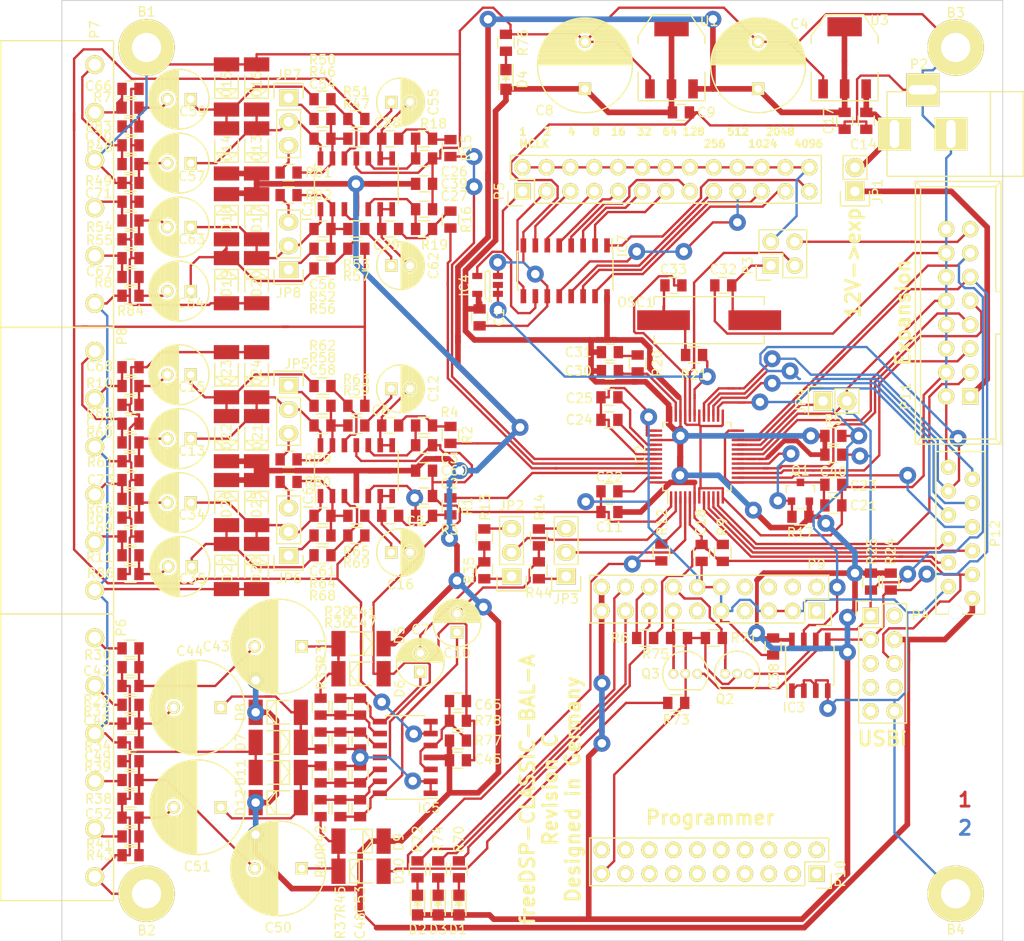
<source format=kicad_pcb>
(kicad_pcb (version 20171130) (host pcbnew "(5.1.12)-1")
  (layers (0 F.Cu signal) (31 B.Cu signal) (34 B.Paste user hide) (35 F.Paste user hide) (36 B.SilkS user hide) (37 F.SilkS user hide) (38 B.Mask user hide) (39 F.Mask user hide) (44 Edge.Cuts user))
  (net 0 "")
  (net 1 GND)
  (net 2 "Net-(C2-Pad2)")
  (net 3 "Net-(C3-Pad2)")
  (net 4 "Net-(C5-Pad2)")
  (net 5 "Net-(C6-Pad2)")
  (net 6 3V3)
  (net 7 "Net-(C21-Pad1)")
  (net 8 "Net-(C22-Pad1)")
  (net 9 "Net-(C24-Pad1)")
  (net 10 "Net-(C25-Pad1)")
  (net 11 "Net-(C26-Pad2)")
  (net 12 "Net-(C27-Pad2)")
  (net 13 "Net-(C28-Pad1)")
  (net 14 "Net-(C28-Pad2)")
  (net 15 "Net-(C29-Pad1)")
  (net 16 "Net-(C29-Pad2)")
  (net 17 "Net-(C32-Pad1)")
  (net 18 "Net-(C33-Pad1)")
  (net 19 "Net-(IC2-Pad3)")
  (net 20 "Net-(IC2-Pad17)")
  (net 21 /WP)
  (net 22 "Net-(IC2-Pad31)")
  (net 23 "Net-(IC2-Pad32)")
  (net 24 /DAC3)
  (net 25 /DAC2)
  (net 26 /DAC1)
  (net 27 "Net-(JP1-Pad1)")
  (net 28 "Net-(P3-Pad2)")
  (net 29 +5V)
  (net 30 "Net-(IC4-Pad4)")
  (net 31 _RESET)
  (net 32 "Net-(C30-Pad2)")
  (net 33 "Net-(C31-Pad2)")
  (net 34 MP4)
  (net 35 MP5)
  (net 36 MP1)
  (net 37 MP7)
  (net 38 SDA)
  (net 39 SCL)
  (net 40 MP9)
  (net 41 MP8)
  (net 42 MP3)
  (net 43 MP2)
  (net 44 MCLK)
  (net 45 /IN1)
  (net 46 "Net-(C41-Pad2)")
  (net 47 "Net-(C42-Pad2)")
  (net 48 "Net-(C43-Pad1)")
  (net 49 "Net-(C44-Pad2)")
  (net 50 "Net-(C44-Pad1)")
  (net 51 /IN2)
  (net 52 "Net-(C48-Pad2)")
  (net 53 "Net-(C49-Pad2)")
  (net 54 "Net-(C50-Pad1)")
  (net 55 "Net-(C51-Pad2)")
  (net 56 "Net-(C51-Pad1)")
  (net 57 "Net-(C54-Pad1)")
  (net 58 "Net-(C54-Pad2)")
  (net 59 "Net-(C56-Pad1)")
  (net 60 "Net-(C56-Pad2)")
  (net 61 "Net-(C58-Pad2)")
  (net 62 "Net-(C59-Pad1)")
  (net 63 "Net-(C61-Pad2)")
  (net 64 "Net-(IC6-Pad3)")
  (net 65 "Net-(IC6-Pad12)")
  (net 66 "Net-(JP2-Pad1)")
  (net 67 "Net-(JP2-Pad3)")
  (net 68 "Net-(JP3-Pad1)")
  (net 69 "Net-(JP3-Pad3)")
  (net 70 /IN1+)
  (net 71 /IN1-)
  (net 72 /IN2+)
  (net 73 /IN2-)
  (net 74 /OUT1+)
  (net 75 /OUT1-)
  (net 76 /OUT2+)
  (net 77 /OUT2-)
  (net 78 /OUT3+)
  (net 79 /OUT3-)
  (net 80 /OUT4+)
  (net 81 /OUT4-)
  (net 82 "Net-(IC1-Pad3)")
  (net 83 "Net-(IC1-Pad12)")
  (net 84 "Net-(D1-Pad1)")
  (net 85 "Net-(D2-Pad1)")
  (net 86 "Net-(D3-Pad1)")
  (net 87 "Net-(D4-Pad1)")
  (net 88 /USB_SCL)
  (net 89 /USB_SDA)
  (net 90 /USB_LED1)
  (net 91 /USB_LED2)
  (net 92 /USB_LED3)
  (net 93 /USB_PWR_ON)
  (net 94 "Net-(P9-Pad16)")
  (net 95 "Net-(C41-Pad1)")
  (net 96 "Net-(C10-Pad1)")
  (net 97 "Net-(C47-Pad1)")
  (net 98 "Net-(C53-Pad1)")
  (net 99 "Net-(C16-Pad1)")
  (net 100 "Net-(C12-Pad1)")
  (net 101 "Net-(C12-Pad2)")
  (net 102 "Net-(C13-Pad1)")
  (net 103 "Net-(C13-Pad2)")
  (net 104 "Net-(C15-Pad1)")
  (net 105 "Net-(C16-Pad2)")
  (net 106 "Net-(C34-Pad1)")
  (net 107 "Net-(C34-Pad2)")
  (net 108 "Net-(C35-Pad1)")
  (net 109 "Net-(JP5-Pad1)")
  (net 110 "Net-(JP5-Pad3)")
  (net 111 "Net-(JP6-Pad1)")
  (net 112 "Net-(JP6-Pad3)")
  (net 113 "Net-(C57-Pad2)")
  (net 114 "Net-(C63-Pad2)")
  (net 115 "Net-(C64-Pad1)")
  (net 116 "Net-(JP7-Pad1)")
  (net 117 "Net-(JP7-Pad3)")
  (net 118 "Net-(JP8-Pad1)")
  (net 119 "Net-(JP8-Pad3)")
  (net 120 "Net-(C65-Pad2)")
  (net 121 "Net-(C7-Pad2)")
  (net 122 "Net-(C10-Pad2)")
  (net 123 "Net-(IC7-Pad1)")
  (net 124 "Net-(IC7-Pad2)")
  (net 125 "Net-(IC7-Pad3)")
  (net 126 "Net-(IC7-Pad4)")
  (net 127 "Net-(IC7-Pad5)")
  (net 128 "Net-(IC7-Pad6)")
  (net 129 "Net-(IC7-Pad7)")
  (net 130 "Net-(IC7-Pad9)")
  (net 131 "Net-(IC7-Pad12)")
  (net 132 "Net-(IC7-Pad13)")
  (net 133 "Net-(IC7-Pad14)")
  (net 134 "Net-(IC7-Pad15)")
  (net 135 VCC)
  (net 136 MDI)
  (net 137 MDO)
  (net 138 LRCLK)
  (net 139 BCLK)
  (net 140 /VO1)
  (net 141 /VO2)
  (net 142 "Net-(C55-Pad1)")
  (net 143 "Net-(C62-Pad1)")
  (net 144 /DAC4)
  (net 145 "Net-(C15-Pad2)")
  (net 146 "Net-(C59-Pad2)")
  (net 147 "Net-(C64-Pad2)")
  (net 148 "Net-(C35-Pad2)")
  (module rklib:C0805-RES (layer F.Cu) (at 107.3 75.4 180)
    (fp_text reference R55 (at 3.3 -0.1 180) (layer F.SilkS))
    (fp_text value 22K0)
    (pad 1 smd rect (at -0.9 0 180) (size 1 1.3) (layers F.Cu F.Paste F.Mask) (net 114 "Net-(C63-Pad2)"))
    (pad 2 smd rect (at 0.9 0 180) (size 1 1.3) (layers F.Cu F.Paste F.Mask) (net 1 GND))
  )
  (module rklib:C0805-RES (layer F.Cu) (at 182 96.3 180)
    (fp_text reference R5 (at 0 1.7 180) (layer F.SilkS))
    (fp_text value 10K0)
    (pad 1 smd rect (at -0.9 0 180) (size 1 1.3) (layers F.Cu F.Paste F.Mask) (net 21 /WP))
    (pad 2 smd rect (at 0.9 0 180) (size 1 1.3) (layers F.Cu F.Paste F.Mask) (net 6 3V3))
  )
  (module Pin_Headers:Pin_Header_Straight_2x13 (layer F.Cu) (at 148.966 70.2857 90)
    (fp_text reference P5 (at 0 -2.466 90) (layer F.SilkS))
    (fp_text value CONN_02X13)
    (pad 1 thru_hole rect (at 0 0 90) (size 1.7272 1.7272) (drill 1.016) (layers *.Cu *.Mask F.SilkS) (net 30 "Net-(IC4-Pad4)"))
    (pad 2 thru_hole oval (at 2.54 0 90) (size 1.7272 1.7272) (drill 1.016) (layers *.Cu *.Mask F.SilkS) (net 28 "Net-(P3-Pad2)"))
    (pad 3 thru_hole oval (at 0 2.54 90) (size 1.7272 1.7272) (drill 1.016) (layers *.Cu *.Mask F.SilkS) (net 130 "Net-(IC7-Pad9)"))
    (pad 4 thru_hole oval (at 2.54 2.54 90) (size 1.7272 1.7272) (drill 1.016) (layers *.Cu *.Mask F.SilkS) (net 28 "Net-(P3-Pad2)"))
    (pad 5 thru_hole oval (at 0 5.08 90) (size 1.7272 1.7272) (drill 1.016) (layers *.Cu *.Mask F.SilkS) (net 129 "Net-(IC7-Pad7)"))
    (pad 6 thru_hole oval (at 2.54 5.08 90) (size 1.7272 1.7272) (drill 1.016) (layers *.Cu *.Mask F.SilkS) (net 28 "Net-(P3-Pad2)"))
    (pad 7 thru_hole oval (at 0 7.62 90) (size 1.7272 1.7272) (drill 1.016) (layers *.Cu *.Mask F.SilkS) (net 128 "Net-(IC7-Pad6)"))
    (pad 8 thru_hole oval (at 2.54 7.62 90) (size 1.7272 1.7272) (drill 1.016) (layers *.Cu *.Mask F.SilkS) (net 28 "Net-(P3-Pad2)"))
    (pad 9 thru_hole oval (at 0 10.16 90) (size 1.7272 1.7272) (drill 1.016) (layers *.Cu *.Mask F.SilkS) (net 127 "Net-(IC7-Pad5)"))
    (pad 10 thru_hole oval (at 2.54 10.16 90) (size 1.7272 1.7272) (drill 1.016) (layers *.Cu *.Mask F.SilkS) (net 28 "Net-(P3-Pad2)"))
    (pad 11 thru_hole oval (at 0 12.7 90) (size 1.7272 1.7272) (drill 1.016) (layers *.Cu *.Mask F.SilkS) (net 125 "Net-(IC7-Pad3)"))
    (pad 12 thru_hole oval (at 2.54 12.7 90) (size 1.7272 1.7272) (drill 1.016) (layers *.Cu *.Mask F.SilkS) (net 28 "Net-(P3-Pad2)"))
    (pad 13 thru_hole oval (at 0 15.24 90) (size 1.7272 1.7272) (drill 1.016) (layers *.Cu *.Mask F.SilkS) (net 124 "Net-(IC7-Pad2)"))
    (pad 14 thru_hole oval (at 2.54 15.24 90) (size 1.7272 1.7272) (drill 1.016) (layers *.Cu *.Mask F.SilkS) (net 28 "Net-(P3-Pad2)"))
    (pad 15 thru_hole oval (at 0 17.78 90) (size 1.7272 1.7272) (drill 1.016) (layers *.Cu *.Mask F.SilkS) (net 126 "Net-(IC7-Pad4)"))
    (pad 16 thru_hole oval (at 2.54 17.78 90) (size 1.7272 1.7272) (drill 1.016) (layers *.Cu *.Mask F.SilkS) (net 28 "Net-(P3-Pad2)"))
    (pad 17 thru_hole oval (at 0 20.32 90) (size 1.7272 1.7272) (drill 1.016) (layers *.Cu *.Mask F.SilkS) (net 132 "Net-(IC7-Pad13)"))
    (pad 18 thru_hole oval (at 2.54 20.32 90) (size 1.7272 1.7272) (drill 1.016) (layers *.Cu *.Mask F.SilkS) (net 28 "Net-(P3-Pad2)"))
    (pad 19 thru_hole oval (at 0 22.86 90) (size 1.7272 1.7272) (drill 1.016) (layers *.Cu *.Mask F.SilkS) (net 131 "Net-(IC7-Pad12)"))
    (pad 20 thru_hole oval (at 2.54 22.86 90) (size 1.7272 1.7272) (drill 1.016) (layers *.Cu *.Mask F.SilkS) (net 28 "Net-(P3-Pad2)"))
    (pad 21 thru_hole oval (at 0 25.4 90) (size 1.7272 1.7272) (drill 1.016) (layers *.Cu *.Mask F.SilkS) (net 133 "Net-(IC7-Pad14)"))
    (pad 22 thru_hole oval (at 2.54 25.4 90) (size 1.7272 1.7272) (drill 1.016) (layers *.Cu *.Mask F.SilkS) (net 28 "Net-(P3-Pad2)"))
    (pad 23 thru_hole oval (at 0 27.94 90) (size 1.7272 1.7272) (drill 1.016) (layers *.Cu *.Mask F.SilkS) (net 134 "Net-(IC7-Pad15)"))
    (pad 24 thru_hole oval (at 2.54 27.94 90) (size 1.7272 1.7272) (drill 1.016) (layers *.Cu *.Mask F.SilkS) (net 28 "Net-(P3-Pad2)"))
    (pad 25 thru_hole oval (at 0 30.48 90) (size 1.7272 1.7272) (drill 1.016) (layers *.Cu *.Mask F.SilkS) (net 123 "Net-(IC7-Pad1)"))
    (pad 26 thru_hole oval (at 2.54 30.48 90) (size 1.7272 1.7272) (drill 1.016) (layers *.Cu *.Mask F.SilkS) (net 28 "Net-(P3-Pad2)"))
  )
  (module Housings_QFP:LQFP-48_7x7mm_Pitch0.5mm (layer F.Cu) (at 167.5 98.5 90)
    (fp_text reference IC2 (at 0 -6 90) (layer F.SilkS))
    (fp_text value ADAU1701)
    (pad 1 smd rect (at -4.35 -2.75 90) (size 1.3 0.25) (layers F.Cu F.Paste F.Mask) (net 1 GND))
    (pad 2 smd rect (at -4.35 -2.25 90) (size 1.3 0.25) (layers F.Cu F.Paste F.Mask) (net 45 /IN1))
    (pad 3 smd rect (at -4.35 -1.75 90) (size 1.3 0.25) (layers F.Cu F.Paste F.Mask) (net 19 "Net-(IC2-Pad3)"))
    (pad 4 smd rect (at -4.35 -1.25 90) (size 1.3 0.25) (layers F.Cu F.Paste F.Mask) (net 51 /IN2))
    (pad 5 smd rect (at -4.35 -0.75 90) (size 1.3 0.25) (layers F.Cu F.Paste F.Mask) (net 31 _RESET))
    (pad 6 smd rect (at -4.35 -0.25 90) (size 1.3 0.25) (layers F.Cu F.Paste F.Mask) (net 6 3V3))
    (pad 7 smd rect (at -4.35 0.25 90) (size 1.3 0.25) (layers F.Cu F.Paste F.Mask) (net 1 GND))
    (pad 8 smd rect (at -4.35 0.75 90) (size 1.3 0.25) (layers F.Cu F.Paste F.Mask) (net 34 MP4))
    (pad 9 smd rect (at -4.35 1.25 90) (size 1.3 0.25) (layers F.Cu F.Paste F.Mask) (net 35 MP5))
    (pad 10 smd rect (at -4.35 1.75 90) (size 1.3 0.25) (layers F.Cu F.Paste F.Mask) (net 36 MP1))
    (pad 11 smd rect (at -4.35 2.25 90) (size 1.3 0.25) (layers F.Cu F.Paste F.Mask) (net 136 MDI))
    (pad 12 smd rect (at -4.35 2.75 90) (size 1.3 0.25) (layers F.Cu F.Paste F.Mask) (net 1 GND))
    (pad 13 smd rect (at -2.75 4.35 180) (size 1.3 0.25) (layers F.Cu F.Paste F.Mask) (net 7 "Net-(C21-Pad1)"))
    (pad 14 smd rect (at -2.25 4.35 180) (size 1.3 0.25) (layers F.Cu F.Paste F.Mask) (net 37 MP7))
    (pad 15 smd rect (at -1.75 4.35 180) (size 1.3 0.25) (layers F.Cu F.Paste F.Mask) (net 137 MDO))
    (pad 16 smd rect (at -1.25 4.35 180) (size 1.3 0.25) (layers F.Cu F.Paste F.Mask) (net 138 LRCLK))
    (pad 17 smd rect (at -0.75 4.35 180) (size 1.3 0.25) (layers F.Cu F.Paste F.Mask) (net 20 "Net-(IC2-Pad17)"))
    (pad 18 smd rect (at -0.25 4.35 180) (size 1.3 0.25) (layers F.Cu F.Paste F.Mask) (net 6 3V3))
    (pad 19 smd rect (at 0.25 4.35 180) (size 1.3 0.25) (layers F.Cu F.Paste F.Mask) (net 139 BCLK))
    (pad 20 smd rect (at 0.75 4.35 180) (size 1.3 0.25) (layers F.Cu F.Paste F.Mask) (net 1 GND))
    (pad 21 smd rect (at 1.25 4.35 180) (size 1.3 0.25) (layers F.Cu F.Paste F.Mask) (net 21 /WP))
    (pad 22 smd rect (at 1.75 4.35 180) (size 1.3 0.25) (layers F.Cu F.Paste F.Mask) (net 38 SDA))
    (pad 23 smd rect (at 2.25 4.35 180) (size 1.3 0.25) (layers F.Cu F.Paste F.Mask) (net 39 SCL))
    (pad 24 smd rect (at 2.75 4.35 180) (size 1.3 0.25) (layers F.Cu F.Paste F.Mask) (net 7 "Net-(C21-Pad1)"))
    (pad 25 smd rect (at 4.35 2.75 90) (size 1.3 0.25) (layers F.Cu F.Paste F.Mask) (net 1 GND))
    (pad 26 smd rect (at 4.35 2.25 90) (size 1.3 0.25) (layers F.Cu F.Paste F.Mask) (net 40 MP9))
    (pad 27 smd rect (at 4.35 1.75 90) (size 1.3 0.25) (layers F.Cu F.Paste F.Mask) (net 41 MP8))
    (pad 28 smd rect (at 4.35 1.25 90) (size 1.3 0.25) (layers F.Cu F.Paste F.Mask) (net 42 MP3))
    (pad 29 smd rect (at 4.35 0.75 90) (size 1.3 0.25) (layers F.Cu F.Paste F.Mask) (net 43 MP2))
    (pad 30 smd rect (at 4.35 0.25 90) (size 1.3 0.25) (layers F.Cu F.Paste F.Mask) (net 1 GND))
    (pad 31 smd rect (at 4.35 -0.25 90) (size 1.3 0.25) (layers F.Cu F.Paste F.Mask) (net 22 "Net-(IC2-Pad31)"))
    (pad 32 smd rect (at 4.35 -0.75 90) (size 1.3 0.25) (layers F.Cu F.Paste F.Mask) (net 23 "Net-(IC2-Pad32)"))
    (pad 33 smd rect (at 4.35 -1.25 90) (size 1.3 0.25) (layers F.Cu F.Paste F.Mask) (net 1 GND))
    (pad 34 smd rect (at 4.35 -1.75 90) (size 1.3 0.25) (layers F.Cu F.Paste F.Mask) (net 6 3V3))
    (pad 35 smd rect (at 4.35 -2.25 90) (size 1.3 0.25) (layers F.Cu F.Paste F.Mask) (net 32 "Net-(C30-Pad2)"))
    (pad 36 smd rect (at 4.35 -2.75 90) (size 1.3 0.25) (layers F.Cu F.Paste F.Mask) (net 6 3V3))
    (pad 37 smd rect (at 2.75 -4.35 180) (size 1.3 0.25) (layers F.Cu F.Paste F.Mask) (net 1 GND))
    (pad 38 smd rect (at 2.25 -4.35 180) (size 1.3 0.25) (layers F.Cu F.Paste F.Mask) (net 1 GND))
    (pad 39 smd rect (at 1.75 -4.35 180) (size 1.3 0.25) (layers F.Cu F.Paste F.Mask) (net 6 3V3))
    (pad 40 smd rect (at 1.25 -4.35 180) (size 1.3 0.25) (layers F.Cu F.Paste F.Mask) (net 10 "Net-(C25-Pad1)"))
    (pad 41 smd rect (at 0.75 -4.35 180) (size 1.3 0.25) (layers F.Cu F.Paste F.Mask) (net 9 "Net-(C24-Pad1)"))
    (pad 42 smd rect (at 0.25 -4.35 180) (size 1.3 0.25) (layers F.Cu F.Paste F.Mask) (net 1 GND))
    (pad 43 smd rect (at -0.25 -4.35 180) (size 1.3 0.25) (layers F.Cu F.Paste F.Mask) (net 144 /DAC4))
    (pad 44 smd rect (at -0.75 -4.35 180) (size 1.3 0.25) (layers F.Cu F.Paste F.Mask) (net 24 /DAC3))
    (pad 45 smd rect (at -1.25 -4.35 180) (size 1.3 0.25) (layers F.Cu F.Paste F.Mask) (net 25 /DAC2))
    (pad 46 smd rect (at -1.75 -4.35 180) (size 1.3 0.25) (layers F.Cu F.Paste F.Mask) (net 26 /DAC1))
    (pad 47 smd rect (at -2.25 -4.35 180) (size 1.3 0.25) (layers F.Cu F.Paste F.Mask) (net 8 "Net-(C22-Pad1)"))
    (pad 48 smd rect (at -2.75 -4.35 180) (size 1.3 0.25) (layers F.Cu F.Paste F.Mask) (net 6 3V3))
  )
  (module Pin_Headers:Pin_Header_Straight_2x02 (layer F.Cu) (at 175.36 78.2 90)
    (fp_text reference P3 (at 0 -2.46 90) (layer F.SilkS))
    (fp_text value CONN_02X02)
    (pad 1 thru_hole rect (at 0 0 90) (size 1.7272 1.7272) (drill 1.016) (layers *.Cu *.Mask F.SilkS) (net 17 "Net-(C32-Pad1)"))
    (pad 2 thru_hole oval (at 2.54 0 90) (size 1.7272 1.7272) (drill 1.016) (layers *.Cu *.Mask F.SilkS) (net 28 "Net-(P3-Pad2)"))
    (pad 3 thru_hole oval (at 0 2.54 90) (size 1.7272 1.7272) (drill 1.016) (layers *.Cu *.Mask F.SilkS) (net 23 "Net-(IC2-Pad32)"))
    (pad 4 thru_hole oval (at 2.54 2.54 90) (size 1.7272 1.7272) (drill 1.016) (layers *.Cu *.Mask F.SilkS) (net 44 MCLK))
  )
  (module Pin_Headers:Pin_Header_Straight_2x05 (layer F.Cu) (at 185.96 115.42)
    (fp_text reference P4 (at 5.3 -0.02) (layer F.SilkS))
    (fp_text value USBi)
    (pad 1 thru_hole rect (at 0 0) (size 1.7272 1.7272) (drill 1.016) (layers *.Cu *.Mask F.SilkS) (net 39 SCL))
    (pad 2 thru_hole oval (at 2.54 0) (size 1.7272 1.7272) (drill 1.016) (layers *.Cu *.Mask F.SilkS))
    (pad 3 thru_hole oval (at 0 2.54) (size 1.7272 1.7272) (drill 1.016) (layers *.Cu *.Mask F.SilkS) (net 38 SDA))
    (pad 4 thru_hole oval (at 2.54 2.54) (size 1.7272 1.7272) (drill 1.016) (layers *.Cu *.Mask F.SilkS) (net 29 +5V))
    (pad 5 thru_hole oval (at 0 5.08) (size 1.7272 1.7272) (drill 1.016) (layers *.Cu *.Mask F.SilkS))
    (pad 6 thru_hole oval (at 2.54 5.08) (size 1.7272 1.7272) (drill 1.016) (layers *.Cu *.Mask F.SilkS) (net 31 _RESET))
    (pad 7 thru_hole oval (at 0 7.62) (size 1.7272 1.7272) (drill 1.016) (layers *.Cu *.Mask F.SilkS))
    (pad 8 thru_hole oval (at 2.54 7.62) (size 1.7272 1.7272) (drill 1.016) (layers *.Cu *.Mask F.SilkS))
    (pad 9 thru_hole oval (at 0 10.16) (size 1.7272 1.7272) (drill 1.016) (layers *.Cu *.Mask F.SilkS))
    (pad 10 thru_hole oval (at 2.54 10.16) (size 1.7272 1.7272) (drill 1.016) (layers *.Cu *.Mask F.SilkS) (net 1 GND))
  )
  (module Housings_SOT-23_SOT-143_TSOT-6:SOT-23 (layer F.Cu) (at 178.5 102.246)
    (fp_text reference Q1 (at 0 -2.25) (layer F.SilkS))
    (fp_text value ZXTP25040DFHTA)
    (pad 1 smd rect (at -0.95 1.00076) (size 0.8001 0.8001) (layers F.Cu F.Paste F.Mask) (net 20 "Net-(IC2-Pad17)"))
    (pad 2 smd rect (at 0.95 1.00076) (size 0.8001 0.8001) (layers F.Cu F.Paste F.Mask) (net 6 3V3))
    (pad 3 smd rect (at 0 -0.99822) (size 0.8001 0.8001) (layers F.Cu F.Paste F.Mask) (net 7 "Net-(C21-Pad1)"))
  )
  (module Housings_SOIC:SOIC-8_3.9x4.9mm_Pitch1.27mm (layer F.Cu) (at 179.5 120.7 90)
    (fp_text reference IC3 (at -4.5 -1.7 180) (layer F.SilkS))
    (fp_text value 24AA256)
    (pad 1 smd rect (at -2.7 -1.905 90) (size 1.55 0.6) (layers F.Cu F.Paste F.Mask) (net 1 GND))
    (pad 2 smd rect (at -2.7 -0.635 90) (size 1.55 0.6) (layers F.Cu F.Paste F.Mask) (net 1 GND))
    (pad 3 smd rect (at -2.7 0.635 90) (size 1.55 0.6) (layers F.Cu F.Paste F.Mask) (net 1 GND))
    (pad 4 smd rect (at -2.7 1.905 90) (size 1.55 0.6) (layers F.Cu F.Paste F.Mask) (net 1 GND))
    (pad 5 smd rect (at 2.7 1.905 90) (size 1.55 0.6) (layers F.Cu F.Paste F.Mask) (net 38 SDA))
    (pad 6 smd rect (at 2.7 0.635 90) (size 1.55 0.6) (layers F.Cu F.Paste F.Mask) (net 39 SCL))
    (pad 7 smd rect (at 2.7 -0.635 90) (size 1.55 0.6) (layers F.Cu F.Paste F.Mask) (net 21 /WP))
    (pad 8 smd rect (at 2.7 -1.905 90) (size 1.55 0.6) (layers F.Cu F.Paste F.Mask) (net 6 3V3))
  )
  (module Housings_SOIC:SOIC-14_3.9x8.7mm_Pitch1.27mm (layer F.Cu) (at 131.3 69.5 90)
    (fp_text reference IC1 (at -2.8 -5.2 90) (layer F.SilkS))
    (fp_text value AD8608ARZ)
    (pad 1 smd rect (at -2.7 -3.81 90) (size 1.5 0.6) (layers F.Cu F.Paste F.Mask) (net 59 "Net-(C56-Pad1)"))
    (pad 2 smd rect (at -2.7 -2.54 90) (size 1.5 0.6) (layers F.Cu F.Paste F.Mask) (net 60 "Net-(C56-Pad2)"))
    (pad 3 smd rect (at -2.7 -1.27 90) (size 1.5 0.6) (layers F.Cu F.Paste F.Mask) (net 82 "Net-(IC1-Pad3)"))
    (pad 4 smd rect (at -2.7 0 90) (size 1.5 0.6) (layers F.Cu F.Paste F.Mask) (net 29 +5V))
    (pad 5 smd rect (at -2.7 1.27 90) (size 1.5 0.6) (layers F.Cu F.Paste F.Mask) (net 12 "Net-(C27-Pad2)"))
    (pad 6 smd rect (at -2.7 2.54 90) (size 1.5 0.6) (layers F.Cu F.Paste F.Mask) (net 15 "Net-(C29-Pad1)"))
    (pad 7 smd rect (at -2.7 3.81 90) (size 1.5 0.6) (layers F.Cu F.Paste F.Mask) (net 15 "Net-(C29-Pad1)"))
    (pad 8 smd rect (at 2.7 3.81 90) (size 1.5 0.6) (layers F.Cu F.Paste F.Mask) (net 13 "Net-(C28-Pad1)"))
    (pad 9 smd rect (at 2.7 2.54 90) (size 1.5 0.6) (layers F.Cu F.Paste F.Mask) (net 13 "Net-(C28-Pad1)"))
    (pad 10 smd rect (at 2.7 1.27 90) (size 1.5 0.6) (layers F.Cu F.Paste F.Mask) (net 11 "Net-(C26-Pad2)"))
    (pad 11 smd rect (at 2.7 0 90) (size 1.5 0.6) (layers F.Cu F.Paste F.Mask) (net 1 GND))
    (pad 12 smd rect (at 2.7 -1.27 90) (size 1.5 0.6) (layers F.Cu F.Paste F.Mask) (net 83 "Net-(IC1-Pad12)"))
    (pad 13 smd rect (at 2.7 -2.54 90) (size 1.5 0.6) (layers F.Cu F.Paste F.Mask) (net 58 "Net-(C54-Pad2)"))
    (pad 14 smd rect (at 2.7 -3.81 90) (size 1.5 0.6) (layers F.Cu F.Paste F.Mask) (net 57 "Net-(C54-Pad1)"))
  )
  (module alexmod:SOT-223_Reg_MAE (layer F.Cu) (at 164.8 56.1)
    (fp_text reference U1 (at 4 -3.9) (layer F.SilkS))
    (fp_text value 78033)
    (pad VO smd rect (at 0 -3.302) (size 3.6576 2.032) (layers F.Cu F.Paste F.Mask) (net 6 3V3))
    (pad VO smd rect (at 0 3.302) (size 1.016 2.032) (layers F.Cu F.Paste F.Mask) (net 6 3V3))
    (pad VI smd rect (at 2.286 3.302) (size 1.016 2.032) (layers F.Cu F.Paste F.Mask) (net 29 +5V))
    (pad GND smd rect (at -2.286 3.302) (size 1.016 2.032) (layers F.Cu F.Paste F.Mask) (net 1 GND))
  )
  (module Pin_Headers:Pin_Header_Straight_1x02 (layer F.Cu) (at 184.3 70.3 180)
    (fp_text reference JP1 (at -2.4 0 270) (layer F.SilkS))
    (fp_text value JUMPER)
    (pad 1 thru_hole rect (at 0 0 180) (size 2.032 2.032) (drill 1.016) (layers *.Cu *.Mask F.SilkS) (net 27 "Net-(JP1-Pad1)"))
    (pad 2 thru_hole oval (at 0 2.54 180) (size 2.032 2.032) (drill 1.016) (layers *.Cu *.Mask F.SilkS) (net 135 VCC))
  )
  (module alexmod:SOT-223_Reg_MAE (layer F.Cu) (at 183.2 56.1)
    (fp_text reference U3 (at 3.7 -4) (layer F.SilkS))
    (fp_text value 7805)
    (pad VO smd rect (at 0 -3.302) (size 3.6576 2.032) (layers F.Cu F.Paste F.Mask) (net 29 +5V))
    (pad VO smd rect (at 0 3.302) (size 1.016 2.032) (layers F.Cu F.Paste F.Mask) (net 29 +5V))
    (pad VI smd rect (at 2.286 3.302) (size 1.016 2.032) (layers F.Cu F.Paste F.Mask) (net 135 VCC))
    (pad GND smd rect (at -2.286 3.302) (size 1.016 2.032) (layers F.Cu F.Paste F.Mask) (net 1 GND))
  )
  (module TO_SOT_Packages_SMD:SOT-23-5 (layer F.Cu) (at 145.25 80.25 180)
    (fp_text reference IC4 (at 2.45 -0.05 270) (layer F.SilkS))
    (fp_text value SN74LVC1G08DBVR)
    (pad 1 smd rect (at -1.1 -0.95 180) (size 1.06 0.65) (layers F.Cu F.Paste F.Mask) (net 22 "Net-(IC2-Pad31)"))
    (pad 2 smd rect (at -1.1 0 180) (size 1.06 0.65) (layers F.Cu F.Paste F.Mask) (net 22 "Net-(IC2-Pad31)"))
    (pad 3 smd rect (at -1.1 0.95 180) (size 1.06 0.65) (layers F.Cu F.Paste F.Mask) (net 1 GND))
    (pad 4 smd rect (at 1.1 0.95 180) (size 1.06 0.65) (layers F.Cu F.Paste F.Mask) (net 30 "Net-(IC4-Pad4)"))
    (pad 5 smd rect (at 1.1 -0.95 180) (size 1.06 0.65) (layers F.Cu F.Paste F.Mask) (net 6 3V3))
  )
  (module Housings_SOIC:SOIC-14_3.9x8.7mm_Pitch1.27mm (layer F.Cu) (at 136.5 130.5 180)
    (fp_text reference IC5 (at -2.5 -5.375 180) (layer F.SilkS))
    (fp_text value AD8608ARZ)
    (pad 1 smd rect (at -2.7 -3.81 180) (size 1.5 0.6) (layers F.Cu F.Paste F.Mask) (net 140 /VO1))
    (pad 2 smd rect (at -2.7 -2.54 180) (size 1.5 0.6) (layers F.Cu F.Paste F.Mask) (net 140 /VO1))
    (pad 3 smd rect (at -2.7 -1.27 180) (size 1.5 0.6) (layers F.Cu F.Paste F.Mask) (net 120 "Net-(C65-Pad2)"))
    (pad 4 smd rect (at -2.7 0 180) (size 1.5 0.6) (layers F.Cu F.Paste F.Mask) (net 29 +5V))
    (pad 5 smd rect (at -2.7 1.27 180) (size 1.5 0.6) (layers F.Cu F.Paste F.Mask) (net 120 "Net-(C65-Pad2)"))
    (pad 6 smd rect (at -2.7 2.54 180) (size 1.5 0.6) (layers F.Cu F.Paste F.Mask) (net 141 /VO2))
    (pad 7 smd rect (at -2.7 3.81 180) (size 1.5 0.6) (layers F.Cu F.Paste F.Mask) (net 141 /VO2))
    (pad 8 smd rect (at 2.7 3.81 180) (size 1.5 0.6) (layers F.Cu F.Paste F.Mask) (net 95 "Net-(C41-Pad1)"))
    (pad 9 smd rect (at 2.7 2.54 180) (size 1.5 0.6) (layers F.Cu F.Paste F.Mask) (net 46 "Net-(C41-Pad2)"))
    (pad 10 smd rect (at 2.7 1.27 180) (size 1.5 0.6) (layers F.Cu F.Paste F.Mask) (net 97 "Net-(C47-Pad1)"))
    (pad 11 smd rect (at 2.7 0 180) (size 1.5 0.6) (layers F.Cu F.Paste F.Mask) (net 1 GND))
    (pad 12 smd rect (at 2.7 -1.27 180) (size 1.5 0.6) (layers F.Cu F.Paste F.Mask) (net 98 "Net-(C53-Pad1)"))
    (pad 13 smd rect (at 2.7 -2.54 180) (size 1.5 0.6) (layers F.Cu F.Paste F.Mask) (net 52 "Net-(C48-Pad2)"))
    (pad 14 smd rect (at 2.7 -3.81 180) (size 1.5 0.6) (layers F.Cu F.Paste F.Mask) (net 96 "Net-(C10-Pad1)"))
  )
  (module Housings_SOIC:SOIC-14_3.9x8.7mm_Pitch1.27mm (layer F.Cu) (at 131.3 100 90)
    (fp_text reference IC6 (at -2.9 -5.1 90) (layer F.SilkS))
    (fp_text value AD8608ARZ)
    (pad 1 smd rect (at -2.7 -3.81 90) (size 1.5 0.6) (layers F.Cu F.Paste F.Mask) (net 106 "Net-(C34-Pad1)"))
    (pad 2 smd rect (at -2.7 -2.54 90) (size 1.5 0.6) (layers F.Cu F.Paste F.Mask) (net 63 "Net-(C61-Pad2)"))
    (pad 3 smd rect (at -2.7 -1.27 90) (size 1.5 0.6) (layers F.Cu F.Paste F.Mask) (net 64 "Net-(IC6-Pad3)"))
    (pad 4 smd rect (at -2.7 0 90) (size 1.5 0.6) (layers F.Cu F.Paste F.Mask) (net 29 +5V))
    (pad 5 smd rect (at -2.7 1.27 90) (size 1.5 0.6) (layers F.Cu F.Paste F.Mask) (net 2 "Net-(C2-Pad2)"))
    (pad 6 smd rect (at -2.7 2.54 90) (size 1.5 0.6) (layers F.Cu F.Paste F.Mask) (net 105 "Net-(C16-Pad2)"))
    (pad 7 smd rect (at -2.7 3.81 90) (size 1.5 0.6) (layers F.Cu F.Paste F.Mask) (net 105 "Net-(C16-Pad2)"))
    (pad 8 smd rect (at 2.7 3.81 90) (size 1.5 0.6) (layers F.Cu F.Paste F.Mask) (net 101 "Net-(C12-Pad2)"))
    (pad 9 smd rect (at 2.7 2.54 90) (size 1.5 0.6) (layers F.Cu F.Paste F.Mask) (net 101 "Net-(C12-Pad2)"))
    (pad 10 smd rect (at 2.7 1.27 90) (size 1.5 0.6) (layers F.Cu F.Paste F.Mask) (net 3 "Net-(C3-Pad2)"))
    (pad 11 smd rect (at 2.7 0 90) (size 1.5 0.6) (layers F.Cu F.Paste F.Mask) (net 1 GND))
    (pad 12 smd rect (at 2.7 -1.27 90) (size 1.5 0.6) (layers F.Cu F.Paste F.Mask) (net 65 "Net-(IC6-Pad12)"))
    (pad 13 smd rect (at 2.7 -2.54 90) (size 1.5 0.6) (layers F.Cu F.Paste F.Mask) (net 61 "Net-(C58-Pad2)"))
    (pad 14 smd rect (at 2.7 -3.81 90) (size 1.5 0.6) (layers F.Cu F.Paste F.Mask) (net 102 "Net-(C13-Pad1)"))
  )
  (module Pin_Headers:Pin_Header_Straight_1x03 (layer F.Cu) (at 147.8 111.24 180)
    (fp_text reference JP2 (at 0 7.5 180) (layer F.SilkS))
    (fp_text value JUMPER3)
    (pad 1 thru_hole rect (at 0 0 180) (size 2.032 1.7272) (drill 1.016) (layers *.Cu *.Mask F.SilkS) (net 66 "Net-(JP2-Pad1)"))
    (pad 2 thru_hole oval (at 0 2.54 180) (size 2.032 1.7272) (drill 1.016) (layers *.Cu *.Mask F.SilkS) (net 45 /IN1))
    (pad 3 thru_hole oval (at 0 5.08 180) (size 2.032 1.7272) (drill 1.016) (layers *.Cu *.Mask F.SilkS) (net 67 "Net-(JP2-Pad3)"))
  )
  (module Pin_Headers:Pin_Header_Straight_1x03 (layer F.Cu) (at 153.6 111.24 180)
    (fp_text reference JP3 (at 0 -2.4 180) (layer F.SilkS))
    (fp_text value JUMPER3)
    (pad 1 thru_hole rect (at 0 0 180) (size 2.032 1.7272) (drill 1.016) (layers *.Cu *.Mask F.SilkS) (net 68 "Net-(JP3-Pad1)"))
    (pad 2 thru_hole oval (at 0 2.54 180) (size 2.032 1.7272) (drill 1.016) (layers *.Cu *.Mask F.SilkS) (net 51 /IN2))
    (pad 3 thru_hole oval (at 0 5.08 180) (size 2.032 1.7272) (drill 1.016) (layers *.Cu *.Mask F.SilkS) (net 69 "Net-(JP3-Pad3)"))
  )
  (module rklib:SL_5.08HC-06-90 (layer F.Cu) (at 103.5 130.48 270)
    (fp_text reference P6 (at -13.78 -2.8 270) (layer F.SilkS))
    (fp_text value CONN_01X06)
    (pad 1 thru_hole circle (at -12.7 0 270) (size 2 2) (drill 1.3) (layers *.Cu *.Mask F.SilkS) (net 70 /IN1+))
    (pad 2 thru_hole circle (at -7.62 0 270) (size 2 2) (drill 1.3) (layers *.Cu *.Mask F.SilkS) (net 71 /IN1-))
    (pad 3 thru_hole circle (at -2.54 0 270) (size 2 2) (drill 1.3) (layers *.Cu *.Mask F.SilkS) (net 1 GND))
    (pad 4 thru_hole circle (at 2.54 0 270) (size 2 2) (drill 1.3) (layers *.Cu *.Mask F.SilkS) (net 72 /IN2+))
    (pad 5 thru_hole circle (at 7.62 0 270) (size 2 2) (drill 1.3) (layers *.Cu *.Mask F.SilkS) (net 73 /IN2-))
    (pad 6 thru_hole circle (at 12.7 0 270) (size 2 2) (drill 1.3) (layers *.Cu *.Mask F.SilkS) (net 1 GND))
  )
  (module rklib:SL_5.08HC-06-90 (layer F.Cu) (at 103.5 69.52 270)
    (fp_text reference P7 (at -16.42 0 270) (layer F.SilkS))
    (fp_text value CONN_01X06)
    (pad 1 thru_hole circle (at -12.7 0 270) (size 2 2) (drill 1.3) (layers *.Cu *.Mask F.SilkS) (net 74 /OUT1+))
    (pad 2 thru_hole circle (at -7.62 0 270) (size 2 2) (drill 1.3) (layers *.Cu *.Mask F.SilkS) (net 75 /OUT1-))
    (pad 3 thru_hole circle (at -2.54 0 270) (size 2 2) (drill 1.3) (layers *.Cu *.Mask F.SilkS) (net 1 GND))
    (pad 4 thru_hole circle (at 2.54 0 270) (size 2 2) (drill 1.3) (layers *.Cu *.Mask F.SilkS) (net 76 /OUT2+))
    (pad 5 thru_hole circle (at 7.62 0 270) (size 2 2) (drill 1.3) (layers *.Cu *.Mask F.SilkS) (net 77 /OUT2-))
    (pad 6 thru_hole circle (at 12.7 0 270) (size 2 2) (drill 1.3) (layers *.Cu *.Mask F.SilkS) (net 1 GND))
  )
  (module rklib:SL_5.08HC-06-90 (layer F.Cu) (at 103.5 100 270)
    (fp_text reference P8 (at -14.3 -2.9 270) (layer F.SilkS))
    (fp_text value CONN_01X06)
    (pad 1 thru_hole circle (at -12.7 0 270) (size 2 2) (drill 1.3) (layers *.Cu *.Mask F.SilkS) (net 78 /OUT3+))
    (pad 2 thru_hole circle (at -7.62 0 270) (size 2 2) (drill 1.3) (layers *.Cu *.Mask F.SilkS) (net 79 /OUT3-))
    (pad 3 thru_hole circle (at -2.54 0 270) (size 2 2) (drill 1.3) (layers *.Cu *.Mask F.SilkS) (net 1 GND))
    (pad 4 thru_hole circle (at 2.54 0 270) (size 2 2) (drill 1.3) (layers *.Cu *.Mask F.SilkS) (net 80 /OUT4+))
    (pad 5 thru_hole circle (at 7.62 0 270) (size 2 2) (drill 1.3) (layers *.Cu *.Mask F.SilkS) (net 81 /OUT4-))
    (pad 6 thru_hole circle (at 12.7 0 270) (size 2 2) (drill 1.3) (layers *.Cu *.Mask F.SilkS) (net 1 GND))
  )
  (module rklib:C0805-X7R (layer F.Cu) (at 138.5 97.3 180)
    (fp_text reference C3 (at -2.7 -1.4 180) (layer F.SilkS))
    (fp_text value 150p)
    (pad 1 smd rect (at -0.9 0 180) (size 1 1.3) (layers F.Cu F.Paste F.Mask) (net 1 GND))
    (pad 2 smd rect (at 0.9 0 180) (size 1 1.3) (layers F.Cu F.Paste F.Mask) (net 3 "Net-(C3-Pad2)"))
  )
  (module rklib:C0805-X7R (layer F.Cu) (at 134.9 95.2)
    (fp_text reference C6 (at -1 -1.6) (layer F.SilkS))
    (fp_text value 470p)
    (pad 1 smd rect (at -0.9 0) (size 1 1.3) (layers F.Cu F.Paste F.Mask) (net 101 "Net-(C12-Pad2)"))
    (pad 2 smd rect (at 0.9 0) (size 1 1.3) (layers F.Cu F.Paste F.Mask) (net 5 "Net-(C6-Pad2)"))
  )
  (module rklib:C0805-X7R (layer F.Cu) (at 127.7 74.3)
    (fp_text reference C56 (at 0 5.9) (layer F.SilkS))
    (fp_text value 47p0)
    (pad 1 smd rect (at -0.9 0) (size 1 1.3) (layers F.Cu F.Paste F.Mask) (net 59 "Net-(C56-Pad1)"))
    (pad 2 smd rect (at 0.9 0) (size 1 1.3) (layers F.Cu F.Paste F.Mask) (net 60 "Net-(C56-Pad2)"))
  )
  (module rklib:C0805-X7R (layer F.Cu) (at 127.7 95.2)
    (fp_text reference C58 (at 0 -5.9) (layer F.SilkS))
    (fp_text value 47p0)
    (pad 1 smd rect (at -0.9 0) (size 1 1.3) (layers F.Cu F.Paste F.Mask) (net 102 "Net-(C13-Pad1)"))
    (pad 2 smd rect (at 0.9 0) (size 1 1.3) (layers F.Cu F.Paste F.Mask) (net 61 "Net-(C58-Pad2)"))
  )
  (module rklib:C0805-X7R (layer F.Cu) (at 127.7 104.8)
    (fp_text reference C61 (at 0 5.9) (layer F.SilkS))
    (fp_text value 47p0)
    (pad 1 smd rect (at -0.9 0) (size 1 1.3) (layers F.Cu F.Paste F.Mask) (net 106 "Net-(C34-Pad1)"))
    (pad 2 smd rect (at 0.9 0) (size 1 1.3) (layers F.Cu F.Paste F.Mask) (net 63 "Net-(C61-Pad2)"))
  )
  (module rklib:C0805-RES (layer F.Cu) (at 141.3 96.2 270)
    (fp_text reference R2 (at 0 -1.8 270) (layer F.SilkS))
    (fp_text value 4K75)
    (pad 1 smd rect (at -0.9 0 270) (size 1 1.3) (layers F.Cu F.Paste F.Mask) (net 5 "Net-(C6-Pad2)"))
    (pad 2 smd rect (at 0.9 0 270) (size 1 1.3) (layers F.Cu F.Paste F.Mask) (net 25 /DAC2))
  )
  (module rklib:C0805-RES (layer F.Cu) (at 138.5 95.2)
    (fp_text reference R4 (at 2.7 -1.4) (layer F.SilkS))
    (fp_text value 4K75)
    (pad 1 smd rect (at -0.9 0) (size 1 1.3) (layers F.Cu F.Paste F.Mask) (net 3 "Net-(C3-Pad2)"))
    (pad 2 smd rect (at 0.9 0) (size 1 1.3) (layers F.Cu F.Paste F.Mask) (net 5 "Net-(C6-Pad2)"))
  )
  (module rklib:C0805-RES (layer F.Cu) (at 107.3 67.4)
    (fp_text reference R48 (at -3.3 -1.8) (layer F.SilkS))
    (fp_text value 56R0)
    (pad 1 smd rect (at -0.9 0) (size 1 1.3) (layers F.Cu F.Paste F.Mask) (net 74 /OUT1+))
    (pad 2 smd rect (at 0.9 0) (size 1 1.3) (layers F.Cu F.Paste F.Mask) (net 113 "Net-(C57-Pad2)"))
  )
  (module rklib:C0805-RES (layer F.Cu) (at 107.3 69.4 180)
    (fp_text reference R49 (at 3.4 0.2 180) (layer F.SilkS))
    (fp_text value 22K0)
    (pad 1 smd rect (at -0.9 0 180) (size 1 1.3) (layers F.Cu F.Paste F.Mask) (net 113 "Net-(C57-Pad2)"))
    (pad 2 smd rect (at 0.9 0 180) (size 1 1.3) (layers F.Cu F.Paste F.Mask) (net 1 GND))
  )
  (module rklib:C0805-RES (layer F.Cu) (at 127.7 60.5)
    (fp_text reference R50 (at 0 -4.2) (layer F.SilkS))
    (fp_text value 27R0)
    (pad 1 smd rect (at -0.9 0) (size 1 1.3) (layers F.Cu F.Paste F.Mask) (net 62 "Net-(C59-Pad1)"))
    (pad 2 smd rect (at 0.9 0) (size 1 1.3) (layers F.Cu F.Paste F.Mask) (net 83 "Net-(IC1-Pad12)"))
  )
  (module rklib:C0805-RES (layer F.Cu) (at 131.3 62.6)
    (fp_text reference R51 (at 0 -2.9) (layer F.SilkS))
    (fp_text value 27R0)
    (pad 1 smd rect (at -0.9 0) (size 1 1.3) (layers F.Cu F.Paste F.Mask) (net 83 "Net-(IC1-Pad12)"))
    (pad 2 smd rect (at 0.9 0) (size 1 1.3) (layers F.Cu F.Paste F.Mask) (net 141 /VO2))
  )
  (module rklib:C0805-RES (layer F.Cu) (at 127.7 76.4)
    (fp_text reference R52 (at 0 5.1) (layer F.SilkS))
    (fp_text value 3K57)
    (pad 1 smd rect (at -0.9 0) (size 1 1.3) (layers F.Cu F.Paste F.Mask) (net 118 "Net-(JP8-Pad1)"))
    (pad 2 smd rect (at 0.9 0) (size 1 1.3) (layers F.Cu F.Paste F.Mask) (net 60 "Net-(C56-Pad2)"))
  )
  (module rklib:C0805-RES (layer F.Cu) (at 131.3 74.3)
    (fp_text reference R53 (at 0 3.8) (layer F.SilkS))
    (fp_text value 10K0)
    (pad 1 smd rect (at -0.9 0) (size 1 1.3) (layers F.Cu F.Paste F.Mask) (net 60 "Net-(C56-Pad2)"))
    (pad 2 smd rect (at 0.9 0) (size 1 1.3) (layers F.Cu F.Paste F.Mask) (net 143 "Net-(C62-Pad1)"))
  )
  (module rklib:C0805-RES (layer F.Cu) (at 107.3 73.4)
    (fp_text reference R54 (at -3.3 0.7) (layer F.SilkS))
    (fp_text value 56R0)
    (pad 1 smd rect (at -0.9 0) (size 1 1.3) (layers F.Cu F.Paste F.Mask) (net 76 /OUT2+))
    (pad 2 smd rect (at 0.9 0) (size 1 1.3) (layers F.Cu F.Paste F.Mask) (net 114 "Net-(C63-Pad2)"))
  )
  (module rklib:C0805-RES (layer F.Cu) (at 127.7 78.5)
    (fp_text reference R56 (at 0 4.3) (layer F.SilkS))
    (fp_text value 27R0)
    (pad 1 smd rect (at -0.9 0) (size 1 1.3) (layers F.Cu F.Paste F.Mask) (net 115 "Net-(C64-Pad1)"))
    (pad 2 smd rect (at 0.9 0) (size 1 1.3) (layers F.Cu F.Paste F.Mask) (net 82 "Net-(IC1-Pad3)"))
  )
  (module rklib:C0805-RES (layer F.Cu) (at 131.3 76.4)
    (fp_text reference R57 (at 0 2.9) (layer F.SilkS))
    (fp_text value 27R0)
    (pad 1 smd rect (at -0.9 0) (size 1 1.3) (layers F.Cu F.Paste F.Mask) (net 82 "Net-(IC1-Pad3)"))
    (pad 2 smd rect (at 0.9 0) (size 1 1.3) (layers F.Cu F.Paste F.Mask) (net 141 /VO2))
  )
  (module rklib:C0805-RES (layer F.Cu) (at 127.7 93.1)
    (fp_text reference R58 (at 0 -5.1) (layer F.SilkS))
    (fp_text value 3K57)
    (pad 1 smd rect (at -0.9 0) (size 1 1.3) (layers F.Cu F.Paste F.Mask) (net 109 "Net-(JP5-Pad1)"))
    (pad 2 smd rect (at 0.9 0) (size 1 1.3) (layers F.Cu F.Paste F.Mask) (net 61 "Net-(C58-Pad2)"))
  )
  (module rklib:C0805-RES (layer F.Cu) (at 131.3 95.2)
    (fp_text reference R59 (at 0 -3.7) (layer F.SilkS))
    (fp_text value 10K0)
    (pad 1 smd rect (at -0.9 0) (size 1 1.3) (layers F.Cu F.Paste F.Mask) (net 61 "Net-(C58-Pad2)"))
    (pad 2 smd rect (at 0.9 0) (size 1 1.3) (layers F.Cu F.Paste F.Mask) (net 100 "Net-(C12-Pad1)"))
  )
  (module rklib:C0805-RES (layer F.Cu) (at 107.3 97)
    (fp_text reference R60 (at -3.3 -1) (layer F.SilkS))
    (fp_text value 56R0)
    (pad 1 smd rect (at -0.9 0) (size 1 1.3) (layers F.Cu F.Paste F.Mask) (net 78 /OUT3+))
    (pad 2 smd rect (at 0.9 0) (size 1 1.3) (layers F.Cu F.Paste F.Mask) (net 103 "Net-(C13-Pad2)"))
  )
  (module rklib:C0805-RES (layer F.Cu) (at 107.3 99 180)
    (fp_text reference R61 (at 3.2 -0.1 180) (layer F.SilkS))
    (fp_text value 22K0)
    (pad 1 smd rect (at -0.9 0 180) (size 1 1.3) (layers F.Cu F.Paste F.Mask) (net 103 "Net-(C13-Pad2)"))
    (pad 2 smd rect (at 0.9 0 180) (size 1 1.3) (layers F.Cu F.Paste F.Mask) (net 1 GND))
  )
  (module rklib:C0805-RES (layer F.Cu) (at 127.7 91)
    (fp_text reference R62 (at 0 -4.3) (layer F.SilkS))
    (fp_text value 27R0)
    (pad 1 smd rect (at -0.9 0) (size 1 1.3) (layers F.Cu F.Paste F.Mask) (net 104 "Net-(C15-Pad1)"))
    (pad 2 smd rect (at 0.9 0) (size 1 1.3) (layers F.Cu F.Paste F.Mask) (net 65 "Net-(IC6-Pad12)"))
  )
  (module rklib:C0805-RES (layer F.Cu) (at 131.3 93.1 180)
    (fp_text reference R63 (at 0 2.8 180) (layer F.SilkS))
    (fp_text value 27R0)
    (pad 1 smd rect (at -0.9 0 180) (size 1 1.3) (layers F.Cu F.Paste F.Mask) (net 141 /VO2))
    (pad 2 smd rect (at 0.9 0 180) (size 1 1.3) (layers F.Cu F.Paste F.Mask) (net 65 "Net-(IC6-Pad12)"))
  )
  (module rklib:C0805-RES (layer F.Cu) (at 127.7 106.9)
    (fp_text reference R64 (at 0 5.1) (layer F.SilkS))
    (fp_text value 3K57)
    (pad 1 smd rect (at -0.9 0) (size 1 1.3) (layers F.Cu F.Paste F.Mask) (net 111 "Net-(JP6-Pad1)"))
    (pad 2 smd rect (at 0.9 0) (size 1 1.3) (layers F.Cu F.Paste F.Mask) (net 63 "Net-(C61-Pad2)"))
  )
  (module rklib:C0805-RES (layer F.Cu) (at 131.3 104.8)
    (fp_text reference R65 (at 0 3.8) (layer F.SilkS))
    (fp_text value 10K0)
    (pad 1 smd rect (at -0.9 0) (size 1 1.3) (layers F.Cu F.Paste F.Mask) (net 63 "Net-(C61-Pad2)"))
    (pad 2 smd rect (at 0.9 0) (size 1 1.3) (layers F.Cu F.Paste F.Mask) (net 99 "Net-(C16-Pad1)"))
  )
  (module rklib:C0805-RES (layer F.Cu) (at 107.3 103)
    (fp_text reference R66 (at -3.3 1) (layer F.SilkS))
    (fp_text value 56R0)
    (pad 1 smd rect (at -0.9 0) (size 1 1.3) (layers F.Cu F.Paste F.Mask) (net 80 /OUT4+))
    (pad 2 smd rect (at 0.9 0) (size 1 1.3) (layers F.Cu F.Paste F.Mask) (net 107 "Net-(C34-Pad2)"))
  )
  (module rklib:C0805-RES (layer F.Cu) (at 107.3 105 180)
    (fp_text reference R67 (at 3.3 0 180) (layer F.SilkS))
    (fp_text value 22K0)
    (pad 1 smd rect (at -0.9 0 180) (size 1 1.3) (layers F.Cu F.Paste F.Mask) (net 107 "Net-(C34-Pad2)"))
    (pad 2 smd rect (at 0.9 0 180) (size 1 1.3) (layers F.Cu F.Paste F.Mask) (net 1 GND))
  )
  (module rklib:C0805-RES (layer F.Cu) (at 127.7 109)
    (fp_text reference R68 (at 0 4.3) (layer F.SilkS))
    (fp_text value 27R0)
    (pad 1 smd rect (at -0.9 0) (size 1 1.3) (layers F.Cu F.Paste F.Mask) (net 108 "Net-(C35-Pad1)"))
    (pad 2 smd rect (at 0.9 0) (size 1 1.3) (layers F.Cu F.Paste F.Mask) (net 64 "Net-(IC6-Pad3)"))
  )
  (module rklib:C0805-RES (layer F.Cu) (at 131.3 106.9)
    (fp_text reference R69 (at 0 2.9) (layer F.SilkS))
    (fp_text value 27R0)
    (pad 1 smd rect (at -0.9 0) (size 1 1.3) (layers F.Cu F.Paste F.Mask) (net 64 "Net-(IC6-Pad3)"))
    (pad 2 smd rect (at 0.9 0) (size 1 1.3) (layers F.Cu F.Paste F.Mask) (net 141 /VO2))
  )
  (module rklib:C0805-X7R (layer F.Cu) (at 138.5 102.7 180)
    (fp_text reference C2 (at -2.7 1.3 180) (layer F.SilkS))
    (fp_text value 150p)
    (pad 1 smd rect (at -0.9 0 180) (size 1 1.3) (layers F.Cu F.Paste F.Mask) (net 1 GND))
    (pad 2 smd rect (at 0.9 0 180) (size 1 1.3) (layers F.Cu F.Paste F.Mask) (net 2 "Net-(C2-Pad2)"))
  )
  (module rklib:C0805-X7R (layer F.Cu) (at 134.9 104.8)
    (fp_text reference C5 (at 2.7 0.6) (layer F.SilkS))
    (fp_text value 470p)
    (pad 1 smd rect (at -0.9 0) (size 1 1.3) (layers F.Cu F.Paste F.Mask) (net 105 "Net-(C16-Pad2)"))
    (pad 2 smd rect (at 0.9 0) (size 1 1.3) (layers F.Cu F.Paste F.Mask) (net 4 "Net-(C5-Pad2)"))
  )
  (module rklib:C0805-RES (layer F.Cu) (at 141.3 103.8 90)
    (fp_text reference R1 (at 0 1.8 90) (layer F.SilkS))
    (fp_text value 4K75)
    (pad 1 smd rect (at -0.9 0 90) (size 1 1.3) (layers F.Cu F.Paste F.Mask) (net 4 "Net-(C5-Pad2)"))
    (pad 2 smd rect (at 0.9 0 90) (size 1 1.3) (layers F.Cu F.Paste F.Mask) (net 26 /DAC1))
  )
  (module rklib:C0805-RES (layer F.Cu) (at 138.5 104.8)
    (fp_text reference R3 (at 2.7 1.5) (layer F.SilkS))
    (fp_text value 4K75)
    (pad 1 smd rect (at -0.9 0) (size 1 1.3) (layers F.Cu F.Paste F.Mask) (net 2 "Net-(C2-Pad2)"))
    (pad 2 smd rect (at 0.9 0) (size 1 1.3) (layers F.Cu F.Paste F.Mask) (net 4 "Net-(C5-Pad2)"))
  )
  (module rklib:C0805-RES (layer F.Cu) (at 170.25 108.75 90)
    (fp_text reference R9 (at 2.75 -0.05 90) (layer F.SilkS))
    (fp_text value 18K0)
    (pad 1 smd rect (at -0.9 0 90) (size 1 1.3) (layers F.Cu F.Paste F.Mask) (net 31 _RESET))
    (pad 2 smd rect (at 0.9 0 90) (size 1 1.3) (layers F.Cu F.Paste F.Mask) (net 6 3V3))
  )
  (module rklib:C0805-X7R (layer F.Cu) (at 138.5 100 180)
    (fp_text reference C60 (at -3.2 0 180) (layer F.SilkS))
    (fp_text value 100n)
    (pad 1 smd rect (at -0.9 0 180) (size 1 1.3) (layers F.Cu F.Paste F.Mask) (net 1 GND))
    (pad 2 smd rect (at 0.9 0 180) (size 1 1.3) (layers F.Cu F.Paste F.Mask) (net 29 +5V))
  )
  (module rklib:C0805-X7R (layer F.Cu) (at 127.7 64.7)
    (fp_text reference C54 (at 0 -5.8) (layer F.SilkS))
    (fp_text value 47p0)
    (pad 1 smd rect (at -0.9 0) (size 1 1.3) (layers F.Cu F.Paste F.Mask) (net 57 "Net-(C54-Pad1)"))
    (pad 2 smd rect (at 0.9 0) (size 1 1.3) (layers F.Cu F.Paste F.Mask) (net 58 "Net-(C54-Pad2)"))
  )
  (module rklib:C0805-RES (layer F.Cu) (at 127.7 62.6)
    (fp_text reference R46 (at 0 -5) (layer F.SilkS))
    (fp_text value 3K57)
    (pad 1 smd rect (at -0.9 0) (size 1 1.3) (layers F.Cu F.Paste F.Mask) (net 116 "Net-(JP7-Pad1)"))
    (pad 2 smd rect (at 0.9 0) (size 1 1.3) (layers F.Cu F.Paste F.Mask) (net 58 "Net-(C54-Pad2)"))
  )
  (module rklib:C0805-RES (layer F.Cu) (at 131.3 64.7)
    (fp_text reference R47 (at 0 -3.7) (layer F.SilkS))
    (fp_text value 10K0)
    (pad 1 smd rect (at -0.9 0) (size 1 1.3) (layers F.Cu F.Paste F.Mask) (net 58 "Net-(C54-Pad2)"))
    (pad 2 smd rect (at 0.9 0) (size 1 1.3) (layers F.Cu F.Paste F.Mask) (net 142 "Net-(C55-Pad1)"))
  )
  (module rklib:C0805-X7R (layer F.Cu) (at 138.5 66.8 180)
    (fp_text reference C26 (at -3.2 -1.4 180) (layer F.SilkS))
    (fp_text value 150p)
    (pad 1 smd rect (at -0.9 0 180) (size 1 1.3) (layers F.Cu F.Paste F.Mask) (net 1 GND))
    (pad 2 smd rect (at 0.9 0 180) (size 1 1.3) (layers F.Cu F.Paste F.Mask) (net 11 "Net-(C26-Pad2)"))
  )
  (module rklib:C0805-X7R (layer F.Cu) (at 138.5 72.2 180)
    (fp_text reference C27 (at -3.2 1.4 180) (layer F.SilkS))
    (fp_text value 150p)
    (pad 1 smd rect (at -0.9 0 180) (size 1 1.3) (layers F.Cu F.Paste F.Mask) (net 1 GND))
    (pad 2 smd rect (at 0.9 0 180) (size 1 1.3) (layers F.Cu F.Paste F.Mask) (net 12 "Net-(C27-Pad2)"))
  )
  (module rklib:C0805-X7R (layer F.Cu) (at 134.9 64.7)
    (fp_text reference C28 (at -0.3 -1.7) (layer F.SilkS))
    (fp_text value 470p)
    (pad 1 smd rect (at -0.9 0) (size 1 1.3) (layers F.Cu F.Paste F.Mask) (net 13 "Net-(C28-Pad1)"))
    (pad 2 smd rect (at 0.9 0) (size 1 1.3) (layers F.Cu F.Paste F.Mask) (net 14 "Net-(C28-Pad2)"))
  )
  (module rklib:C0805-X7R (layer F.Cu) (at 134.9 74.3)
    (fp_text reference C29 (at -0.4 1.7) (layer F.SilkS))
    (fp_text value 470p)
    (pad 1 smd rect (at -0.9 0) (size 1 1.3) (layers F.Cu F.Paste F.Mask) (net 15 "Net-(C29-Pad1)"))
    (pad 2 smd rect (at 0.9 0) (size 1 1.3) (layers F.Cu F.Paste F.Mask) (net 16 "Net-(C29-Pad2)"))
  )
  (module rklib:C0805-RES (layer F.Cu) (at 141.3 65.7 270)
    (fp_text reference R15 (at 0 -1.7 270) (layer F.SilkS))
    (fp_text value 4K75)
    (pad 1 smd rect (at -0.9 0 270) (size 1 1.3) (layers F.Cu F.Paste F.Mask) (net 14 "Net-(C28-Pad2)"))
    (pad 2 smd rect (at 0.9 0 270) (size 1 1.3) (layers F.Cu F.Paste F.Mask) (net 144 /DAC4))
  )
  (module rklib:C0805-RES (layer F.Cu) (at 141.3 73.3 270)
    (fp_text reference R16 (at 0 -1.7 270) (layer F.SilkS))
    (fp_text value 4K75)
    (pad 1 smd rect (at -0.9 0 270) (size 1 1.3) (layers F.Cu F.Paste F.Mask) (net 16 "Net-(C29-Pad2)"))
    (pad 2 smd rect (at 0.9 0 270) (size 1 1.3) (layers F.Cu F.Paste F.Mask) (net 24 /DAC3))
  )
  (module rklib:C0805-RES (layer F.Cu) (at 138.5 64.7)
    (fp_text reference R18 (at 1 -1.6) (layer F.SilkS))
    (fp_text value 4K75)
    (pad 1 smd rect (at -0.9 0) (size 1 1.3) (layers F.Cu F.Paste F.Mask) (net 11 "Net-(C26-Pad2)"))
    (pad 2 smd rect (at 0.9 0) (size 1 1.3) (layers F.Cu F.Paste F.Mask) (net 14 "Net-(C28-Pad2)"))
  )
  (module rklib:C0805-RES (layer F.Cu) (at 138.5 74.3)
    (fp_text reference R19 (at 1.1 1.7) (layer F.SilkS))
    (fp_text value 4K75)
    (pad 1 smd rect (at -0.9 0) (size 1 1.3) (layers F.Cu F.Paste F.Mask) (net 12 "Net-(C27-Pad2)"))
    (pad 2 smd rect (at 0.9 0) (size 1 1.3) (layers F.Cu F.Paste F.Mask) (net 16 "Net-(C29-Pad2)"))
  )
  (module rklib:C0805-X7R (layer F.Cu) (at 138.5 69.5 180)
    (fp_text reference C39 (at -3.2 0 180) (layer F.SilkS))
    (fp_text value 100n)
    (pad 1 smd rect (at -0.9 0 180) (size 1 1.3) (layers F.Cu F.Paste F.Mask) (net 1 GND))
    (pad 2 smd rect (at 0.9 0 180) (size 1 1.3) (layers F.Cu F.Paste F.Mask) (net 29 +5V))
  )
  (module Connect:1pin (layer F.Cu) (at 109 55)
    (fp_text reference B1 (at 0 -3.8) (layer F.SilkS))
    (fp_text value TEST_1P)
    (pad 1 thru_hole circle (at 0 0) (size 6 6) (drill 3.1) (layers *.Cu *.Mask F.SilkS) (net 1 GND))
  )
  (module Connect:1pin (layer F.Cu) (at 109 145)
    (fp_text reference B2 (at 0 3.9) (layer F.SilkS))
    (fp_text value TEST_1P)
    (pad 1 thru_hole circle (at 0 0) (size 6 6) (drill 3.1) (layers *.Cu *.Mask F.SilkS) (net 1 GND))
  )
  (module Connect:1pin (layer F.Cu) (at 195 55)
    (fp_text reference B3 (at 0 -3.7) (layer F.SilkS))
    (fp_text value TEST_1P)
    (pad 1 thru_hole circle (at 0 0) (size 6 6) (drill 3.1) (layers *.Cu *.Mask F.SilkS) (net 1 GND))
  )
  (module Connect:1pin (layer F.Cu) (at 195 145)
    (fp_text reference B4 (at 0 3.8) (layer F.SilkS))
    (fp_text value TEST_1P)
    (pad 1 thru_hole circle (at 0 0) (size 6 6) (drill 3.1) (layers *.Cu *.Mask F.SilkS) (net 1 GND))
  )
  (module rklib:C0805-RES (layer F.Cu) (at 163.715 108.701 90)
    (fp_text reference R12 (at 3.201055 0.085365 90) (layer F.SilkS))
    (fp_text value 18K0)
    (pad 1 smd rect (at -0.9 0 90) (size 1 1.3) (layers F.Cu F.Paste F.Mask) (net 1 GND))
    (pad 2 smd rect (at 0.9 0 90) (size 1 1.3) (layers F.Cu F.Paste F.Mask) (net 19 "Net-(IC2-Pad3)"))
  )
  (module rklib:C0805-RES (layer F.Cu) (at 144.9 107.1 90)
    (fp_text reference R13 (at 3.201055 0.085365 90) (layer F.SilkS))
    (fp_text value 9K09)
    (pad 1 smd rect (at -0.9 0 90) (size 1 1.3) (layers F.Cu F.Paste F.Mask) (net 121 "Net-(C7-Pad2)"))
    (pad 2 smd rect (at 0.9 0 90) (size 1 1.3) (layers F.Cu F.Paste F.Mask) (net 67 "Net-(JP2-Pad3)"))
  )
  (module rklib:C0805-RES (layer F.Cu) (at 150.7 107.1 90)
    (fp_text reference R14 (at 3.201055 0.085365 90) (layer F.SilkS))
    (fp_text value 9K09)
    (pad 1 smd rect (at -0.9 0 90) (size 1 1.3) (layers F.Cu F.Paste F.Mask) (net 122 "Net-(C10-Pad2)"))
    (pad 2 smd rect (at 0.9 0 90) (size 1 1.3) (layers F.Cu F.Paste F.Mask) (net 69 "Net-(JP3-Pad3)"))
  )
  (module rklib:C0805-X7R (layer F.Cu) (at 175.6 118.7 270)
    (fp_text reference C38 (at 3.2 -0.1 270) (layer F.SilkS))
    (fp_text value 100n)
    (pad 1 smd rect (at -0.9 0 270) (size 1 1.3) (layers F.Cu F.Paste F.Mask) (net 6 3V3))
    (pad 2 smd rect (at 0.9 0 270) (size 1 1.3) (layers F.Cu F.Paste F.Mask) (net 1 GND))
  )
  (module rklib:C0805-X7R (layer F.Cu) (at 182 98.3)
    (fp_text reference C40 (at 0 1.8) (layer F.SilkS))
    (fp_text value 100n)
    (pad 1 smd rect (at -0.9 0) (size 1 1.3) (layers F.Cu F.Paste F.Mask) (net 6 3V3))
    (pad 2 smd rect (at 0.9 0) (size 1 1.3) (layers F.Cu F.Paste F.Mask) (net 1 GND))
  )
  (module rklib:C0805-X7R (layer F.Cu) (at 131.7 125.1 270)
    (fp_text reference C41 (at -10.1 -0.3 180) (layer F.SilkS))
    (fp_text value 27p0)
    (pad 1 smd rect (at -0.9 0 270) (size 1 1.3) (layers F.Cu F.Paste F.Mask) (net 95 "Net-(C41-Pad1)"))
    (pad 2 smd rect (at 0.9 0 270) (size 1 1.3) (layers F.Cu F.Paste F.Mask) (net 46 "Net-(C41-Pad2)"))
  )
  (module rklib:C0805-X7R (layer F.Cu) (at 107.3 120.9)
    (fp_text reference C42 (at -3.6 0.4) (layer F.SilkS))
    (fp_text value 100p)
    (pad 1 smd rect (at -0.9 0) (size 1 1.3) (layers F.Cu F.Paste F.Mask) (net 1 GND))
    (pad 2 smd rect (at 0.9 0) (size 1 1.3) (layers F.Cu F.Paste F.Mask) (net 47 "Net-(C42-Pad2)"))
  )
  (module rklib:C0805-RES (layer F.Cu) (at 129.6 125.1 270)
    (fp_text reference R28 (at -10.1 0.3 180) (layer F.SilkS))
    (fp_text value 10K0)
    (pad 1 smd rect (at -0.9 0 270) (size 1 1.3) (layers F.Cu F.Paste F.Mask) (net 95 "Net-(C41-Pad1)"))
    (pad 2 smd rect (at 0.9 0 270) (size 1 1.3) (layers F.Cu F.Paste F.Mask) (net 46 "Net-(C41-Pad2)"))
  )
  (module rklib:C0805-RES (layer F.Cu) (at 107.3 122.9)
    (fp_text reference R29 (at -3.6 1.5) (layer F.SilkS))
    (fp_text value 100K)
    (pad 1 smd rect (at -0.9 0) (size 1 1.3) (layers F.Cu F.Paste F.Mask) (net 1 GND))
    (pad 2 smd rect (at 0.9 0) (size 1 1.3) (layers F.Cu F.Paste F.Mask) (net 47 "Net-(C42-Pad2)"))
  )
  (module rklib:C0805-RES (layer F.Cu) (at 107.3 118.9 180)
    (fp_text reference R30 (at 3.5 -0.7 180) (layer F.SilkS))
    (fp_text value 100R)
    (pad 1 smd rect (at -0.9 0 180) (size 1 1.3) (layers F.Cu F.Paste F.Mask) (net 47 "Net-(C42-Pad2)"))
    (pad 2 smd rect (at 0.9 0 180) (size 1 1.3) (layers F.Cu F.Paste F.Mask) (net 70 /IN1+))
  )
  (module rklib:C0805-RES (layer F.Cu) (at 127.5 125.1 90)
    (fp_text reference R31 (at 6 0.1 90) (layer F.SilkS))
    (fp_text value 14K0)
    (pad 1 smd rect (at -0.9 0 90) (size 1 1.3) (layers F.Cu F.Paste F.Mask) (net 46 "Net-(C41-Pad2)"))
    (pad 2 smd rect (at 0.9 0 90) (size 1 1.3) (layers F.Cu F.Paste F.Mask) (net 48 "Net-(C43-Pad1)"))
  )
  (module rklib:C0805-RES (layer F.Cu) (at 107.3 124.9 180)
    (fp_text reference R32 (at 3.6 -0.7 180) (layer F.SilkS))
    (fp_text value 100R)
    (pad 1 smd rect (at -0.9 0 180) (size 1 1.3) (layers F.Cu F.Paste F.Mask) (net 49 "Net-(C44-Pad2)"))
    (pad 2 smd rect (at 0.9 0 180) (size 1 1.3) (layers F.Cu F.Paste F.Mask) (net 71 /IN1-))
  )
  (module rklib:C0805-RES (layer F.Cu) (at 127.5 128.7 270)
    (fp_text reference R33 (at -6.8 -0.1 270) (layer F.SilkS))
    (fp_text value 14K0)
    (pad 1 smd rect (at -0.9 0 270) (size 1 1.3) (layers F.Cu F.Paste F.Mask) (net 97 "Net-(C47-Pad1)"))
    (pad 2 smd rect (at 0.9 0 270) (size 1 1.3) (layers F.Cu F.Paste F.Mask) (net 50 "Net-(C44-Pad1)"))
  )
  (module rklib:C0805-RES (layer F.Cu) (at 107.3 128.9)
    (fp_text reference R34 (at -3.5 0.4) (layer F.SilkS))
    (fp_text value 100K)
    (pad 1 smd rect (at -0.9 0) (size 1 1.3) (layers F.Cu F.Paste F.Mask) (net 1 GND))
    (pad 2 smd rect (at 0.9 0) (size 1 1.3) (layers F.Cu F.Paste F.Mask) (net 49 "Net-(C44-Pad2)"))
  )
  (module rklib:C0805-RES (layer F.Cu) (at 144.9 110.6 90)
    (fp_text reference R35 (at 0 -1.6 90) (layer F.SilkS))
    (fp_text value 261R)
    (pad 1 smd rect (at -0.9 0 90) (size 1 1.3) (layers F.Cu F.Paste F.Mask) (net 66 "Net-(JP2-Pad1)"))
    (pad 2 smd rect (at 0.9 0 90) (size 1 1.3) (layers F.Cu F.Paste F.Mask) (net 121 "Net-(C7-Pad2)"))
  )
  (module rklib:C0805-RES (layer F.Cu) (at 129.6 128.7 270)
    (fp_text reference R36 (at -12.5 0.3 180) (layer F.SilkS))
    (fp_text value 10K0)
    (pad 1 smd rect (at -0.9 0 270) (size 1 1.3) (layers F.Cu F.Paste F.Mask) (net 97 "Net-(C47-Pad1)"))
    (pad 2 smd rect (at 0.9 0 270) (size 1 1.3) (layers F.Cu F.Paste F.Mask) (net 140 /VO1))
  )
  (module rklib:C0805-RES (layer F.Cu) (at 129.6 135.9 90)
    (fp_text reference R37 (at -12.5 0 270) (layer F.SilkS))
    (fp_text value 10K0)
    (pad 1 smd rect (at -0.9 0 90) (size 1 1.3) (layers F.Cu F.Paste F.Mask) (net 96 "Net-(C10-Pad1)"))
    (pad 2 smd rect (at 0.9 0 90) (size 1 1.3) (layers F.Cu F.Paste F.Mask) (net 52 "Net-(C48-Pad2)"))
  )
  (module rklib:C0805-RES (layer F.Cu) (at 107.3 134.9)
    (fp_text reference R38 (at -3.4 0) (layer F.SilkS))
    (fp_text value 100K)
    (pad 1 smd rect (at -0.9 0) (size 1 1.3) (layers F.Cu F.Paste F.Mask) (net 1 GND))
    (pad 2 smd rect (at 0.9 0) (size 1 1.3) (layers F.Cu F.Paste F.Mask) (net 53 "Net-(C49-Pad2)"))
  )
  (module rklib:C0805-RES (layer F.Cu) (at 107.3 132.9 180)
    (fp_text reference R39 (at 3.5 1.4 180) (layer F.SilkS))
    (fp_text value 100R)
    (pad 1 smd rect (at -0.9 0 180) (size 1 1.3) (layers F.Cu F.Paste F.Mask) (net 53 "Net-(C49-Pad2)"))
    (pad 2 smd rect (at 0.9 0 180) (size 1 1.3) (layers F.Cu F.Paste F.Mask) (net 72 /IN2+))
  )
  (module rklib:C0805-RES (layer F.Cu) (at 127.5 135.9 270)
    (fp_text reference R40 (at 6 0 270) (layer F.SilkS))
    (fp_text value 14K0)
    (pad 1 smd rect (at -0.9 0 270) (size 1 1.3) (layers F.Cu F.Paste F.Mask) (net 52 "Net-(C48-Pad2)"))
    (pad 2 smd rect (at 0.9 0 270) (size 1 1.3) (layers F.Cu F.Paste F.Mask) (net 54 "Net-(C50-Pad1)"))
  )
  (module rklib:C0805-RES (layer F.Cu) (at 107.3 138.9 180)
    (fp_text reference R41 (at 3.3 -0.8) (layer F.SilkS))
    (fp_text value 100R)
    (pad 1 smd rect (at -0.9 0 180) (size 1 1.3) (layers F.Cu F.Paste F.Mask) (net 55 "Net-(C51-Pad2)"))
    (pad 2 smd rect (at 0.9 0 180) (size 1 1.3) (layers F.Cu F.Paste F.Mask) (net 73 /IN2-))
  )
  (module rklib:C0805-RES (layer F.Cu) (at 127.5 132.3 90)
    (fp_text reference R42 (at -6.8 0 90) (layer F.SilkS))
    (fp_text value 14K0)
    (pad 1 smd rect (at -0.9 0 90) (size 1 1.3) (layers F.Cu F.Paste F.Mask) (net 98 "Net-(C53-Pad1)"))
    (pad 2 smd rect (at 0.9 0 90) (size 1 1.3) (layers F.Cu F.Paste F.Mask) (net 56 "Net-(C51-Pad1)"))
  )
  (module rklib:C0805-RES (layer F.Cu) (at 107.3 140.9)
    (fp_text reference R43 (at -3.3 0) (layer F.SilkS))
    (fp_text value 100K)
    (pad 1 smd rect (at -0.9 0) (size 1 1.3) (layers F.Cu F.Paste F.Mask) (net 1 GND))
    (pad 2 smd rect (at 0.9 0) (size 1 1.3) (layers F.Cu F.Paste F.Mask) (net 55 "Net-(C51-Pad2)"))
  )
  (module rklib:C0805-RES (layer F.Cu) (at 150.7 110.6 90)
    (fp_text reference R44 (at -2.4 0 180) (layer F.SilkS))
    (fp_text value 261R)
    (pad 1 smd rect (at -0.9 0 90) (size 1 1.3) (layers F.Cu F.Paste F.Mask) (net 68 "Net-(JP3-Pad1)"))
    (pad 2 smd rect (at 0.9 0 90) (size 1 1.3) (layers F.Cu F.Paste F.Mask) (net 122 "Net-(C10-Pad2)"))
  )
  (module rklib:C0805-RES (layer F.Cu) (at 129.6 132.3 90)
    (fp_text reference R45 (at -13.3 0 270) (layer F.SilkS))
    (fp_text value 10K0)
    (pad 1 smd rect (at -0.9 0 90) (size 1 1.3) (layers F.Cu F.Paste F.Mask) (net 98 "Net-(C53-Pad1)"))
    (pad 2 smd rect (at 0.9 0 90) (size 1 1.3) (layers F.Cu F.Paste F.Mask) (net 140 /VO1))
  )
  (module rklib:C0805-X7R (layer F.Cu) (at 142.1 130.8 180)
    (fp_text reference C45 (at -3.2 0.1 180) (layer F.SilkS))
    (fp_text value 100n)
    (pad 1 smd rect (at -0.9 0 180) (size 1 1.3) (layers F.Cu F.Paste F.Mask) (net 1 GND))
    (pad 2 smd rect (at 0.9 0 180) (size 1 1.3) (layers F.Cu F.Paste F.Mask) (net 29 +5V))
  )
  (module rklib:C0805-X7R (layer F.Cu) (at 107.3 126.9)
    (fp_text reference C46 (at -3.6 -0.3) (layer F.SilkS))
    (fp_text value 100p)
    (pad 1 smd rect (at -0.9 0) (size 1 1.3) (layers F.Cu F.Paste F.Mask) (net 1 GND))
    (pad 2 smd rect (at 0.9 0) (size 1 1.3) (layers F.Cu F.Paste F.Mask) (net 49 "Net-(C44-Pad2)"))
  )
  (module rklib:C0805-X7R (layer F.Cu) (at 131.7 128.7 270)
    (fp_text reference C47 (at -12.5 -0.3) (layer F.SilkS))
    (fp_text value 27p0)
    (pad 1 smd rect (at -0.9 0 270) (size 1 1.3) (layers F.Cu F.Paste F.Mask) (net 97 "Net-(C47-Pad1)"))
    (pad 2 smd rect (at 0.9 0 270) (size 1 1.3) (layers F.Cu F.Paste F.Mask) (net 140 /VO1))
  )
  (module rklib:C0805-X7R (layer F.Cu) (at 131.7 135.9 90)
    (fp_text reference C48 (at -12.5 0 270) (layer F.SilkS))
    (fp_text value 27p0)
    (pad 1 smd rect (at -0.9 0 90) (size 1 1.3) (layers F.Cu F.Paste F.Mask) (net 96 "Net-(C10-Pad1)"))
    (pad 2 smd rect (at 0.9 0 90) (size 1 1.3) (layers F.Cu F.Paste F.Mask) (net 52 "Net-(C48-Pad2)"))
  )
  (module rklib:C0805-X7R (layer F.Cu) (at 107.3 130.9)
    (fp_text reference C49 (at -3.5 -0.5 180) (layer F.SilkS))
    (fp_text value 100p)
    (pad 1 smd rect (at -0.9 0) (size 1 1.3) (layers F.Cu F.Paste F.Mask) (net 1 GND))
    (pad 2 smd rect (at 0.9 0) (size 1 1.3) (layers F.Cu F.Paste F.Mask) (net 53 "Net-(C49-Pad2)"))
  )
  (module rklib:C0805-X7R (layer F.Cu) (at 107.3 136.9)
    (fp_text reference C52 (at -3.4 -0.4) (layer F.SilkS))
    (fp_text value 100p)
    (pad 1 smd rect (at -0.9 0) (size 1 1.3) (layers F.Cu F.Paste F.Mask) (net 1 GND))
    (pad 2 smd rect (at 0.9 0) (size 1 1.3) (layers F.Cu F.Paste F.Mask) (net 55 "Net-(C51-Pad2)"))
  )
  (module rklib:C0805-X7R (layer F.Cu) (at 131.7 132.3 90)
    (fp_text reference C53 (at -13.3 0 90) (layer F.SilkS))
    (fp_text value 27p0)
    (pad 1 smd rect (at -0.9 0 90) (size 1 1.3) (layers F.Cu F.Paste F.Mask) (net 98 "Net-(C53-Pad1)"))
    (pad 2 smd rect (at 0.9 0 90) (size 1 1.3) (layers F.Cu F.Paste F.Mask) (net 140 /VO1))
  )
  (module Crystals:Crystal_HC49-SD_SMD (layer F.Cu) (at 168.8 84)
    (fp_text reference OSC1 (at -7.8 -1.9) (layer F.SilkS))
    (fp_text value 24M576Hz)
    (pad 1 smd rect (at -4.84886 0) (size 5.6007 2.10058) (layers F.Cu F.Paste F.Mask) (net 18 "Net-(C33-Pad1)"))
    (pad 2 smd rect (at 4.84886 0) (size 5.6007 2.10058) (layers F.Cu F.Paste F.Mask) (net 17 "Net-(C32-Pad1)"))
  )
  (module Capacitors_ThroughHole:C_Radial_D10_L13_P5 (layer F.Cu) (at 174 59.4 90)
    (fp_text reference C4 (at 6.9 4.4 180) (layer F.SilkS))
    (fp_text value 220u./35V)
    (pad 1 thru_hole rect (at 0 0 90) (size 1.3 1.3) (drill 0.8) (layers *.Cu *.Mask F.SilkS) (net 29 +5V))
    (pad 2 thru_hole circle (at 5 0 90) (size 1.3 1.3) (drill 0.8) (layers *.Cu *.Mask F.SilkS) (net 1 GND))
  )
  (module Capacitors_ThroughHole:C_Radial_D10_L13_P5 (layer F.Cu) (at 155.6 59.4 90)
    (fp_text reference C8 (at -2.3 -4.3 180) (layer F.SilkS))
    (fp_text value 220u./35V)
    (pad 1 thru_hole rect (at 0 0 90) (size 1.3 1.3) (drill 0.8) (layers *.Cu *.Mask F.SilkS) (net 6 3V3))
    (pad 2 thru_hole circle (at 5 0 90) (size 1.3 1.3) (drill 0.8) (layers *.Cu *.Mask F.SilkS) (net 1 GND))
  )
  (module LEDs:LED_0805 (layer F.Cu) (at 142.2 146.2 270)
    (fp_text reference D1 (at 2.6 0.1) (layer F.SilkS))
    (fp_text value GREEN)
    (pad 2 smd rect (at 1.04902 0 90) (size 1.19888 1.19888) (layers F.Cu F.Paste F.Mask) (net 6 3V3))
    (pad 1 smd rect (at -1.04902 0 90) (size 1.19888 1.19888) (layers F.Cu F.Paste F.Mask) (net 84 "Net-(D1-Pad1)"))
  )
  (module LEDs:LED_0805 (layer F.Cu) (at 137.8 146.2 270)
    (fp_text reference D2 (at 2.6 0) (layer F.SilkS))
    (fp_text value RED)
    (pad 2 smd rect (at 1.04902 0 90) (size 1.19888 1.19888) (layers F.Cu F.Paste F.Mask) (net 6 3V3))
    (pad 1 smd rect (at -1.04902 0 90) (size 1.19888 1.19888) (layers F.Cu F.Paste F.Mask) (net 85 "Net-(D2-Pad1)"))
  )
  (module LEDs:LED_0805 (layer F.Cu) (at 140 146.2 270)
    (fp_text reference D3 (at 2.6 0) (layer F.SilkS))
    (fp_text value RED)
    (pad 2 smd rect (at 1.04902 0 90) (size 1.19888 1.19888) (layers F.Cu F.Paste F.Mask) (net 6 3V3))
    (pad 1 smd rect (at -1.04902 0 90) (size 1.19888 1.19888) (layers F.Cu F.Paste F.Mask) (net 86 "Net-(D3-Pad1)"))
  )
  (module LEDs:LED_0805 (layer F.Cu) (at 147.2 58.4 270)
    (fp_text reference D4 (at 0 -1.75 270) (layer F.SilkS))
    (fp_text value GREEN)
    (pad 2 smd rect (at 1.04902 0 90) (size 1.19888 1.19888) (layers F.Cu F.Paste F.Mask) (net 6 3V3))
    (pad 1 smd rect (at -1.04902 0 90) (size 1.19888 1.19888) (layers F.Cu F.Paste F.Mask) (net 87 "Net-(D4-Pad1)"))
  )
  (module Socket_Strips:Socket_Strip_Straight_2x10 (layer F.Cu) (at 180.23 114.93 180)
    (fp_text reference P9 (at 0.03 4.93 180) (layer F.SilkS))
    (fp_text value CONN_02X10)
    (pad 1 thru_hole rect (at 0 0 180) (size 1.7272 1.7272) (drill 1.016) (layers *.Cu *.Mask F.SilkS))
    (pad 2 thru_hole oval (at 0 2.54 180) (size 1.7272 1.7272) (drill 1.016) (layers *.Cu *.Mask F.SilkS))
    (pad 3 thru_hole oval (at 2.54 0 180) (size 1.7272 1.7272) (drill 1.016) (layers *.Cu *.Mask F.SilkS) (net 1 GND))
    (pad 4 thru_hole oval (at 2.54 2.54 180) (size 1.7272 1.7272) (drill 1.016) (layers *.Cu *.Mask F.SilkS))
    (pad 5 thru_hole oval (at 5.08 0 180) (size 1.7272 1.7272) (drill 1.016) (layers *.Cu *.Mask F.SilkS) (net 1 GND))
    (pad 6 thru_hole oval (at 5.08 2.54 180) (size 1.7272 1.7272) (drill 1.016) (layers *.Cu *.Mask F.SilkS))
    (pad 7 thru_hole oval (at 7.62 0 180) (size 1.7272 1.7272) (drill 1.016) (layers *.Cu *.Mask F.SilkS))
    (pad 8 thru_hole oval (at 7.62 2.54 180) (size 1.7272 1.7272) (drill 1.016) (layers *.Cu *.Mask F.SilkS))
    (pad 9 thru_hole oval (at 10.16 0 180) (size 1.7272 1.7272) (drill 1.016) (layers *.Cu *.Mask F.SilkS) (net 1 GND))
    (pad 10 thru_hole oval (at 10.16 2.54 180) (size 1.7272 1.7272) (drill 1.016) (layers *.Cu *.Mask F.SilkS) (net 1 GND))
    (pad 11 thru_hole oval (at 12.7 0 180) (size 1.7272 1.7272) (drill 1.016) (layers *.Cu *.Mask F.SilkS))
    (pad 12 thru_hole oval (at 12.7 2.54 180) (size 1.7272 1.7272) (drill 1.016) (layers *.Cu *.Mask F.SilkS) (net 1 GND))
    (pad 13 thru_hole oval (at 15.24 0 180) (size 1.7272 1.7272) (drill 1.016) (layers *.Cu *.Mask F.SilkS) (net 89 /USB_SDA))
    (pad 14 thru_hole oval (at 15.24 2.54 180) (size 1.7272 1.7272) (drill 1.016) (layers *.Cu *.Mask F.SilkS) (net 88 /USB_SCL))
    (pad 15 thru_hole oval (at 17.78 0 180) (size 1.7272 1.7272) (drill 1.016) (layers *.Cu *.Mask F.SilkS) (net 90 /USB_LED1))
    (pad 16 thru_hole oval (at 17.78 2.54 180) (size 1.7272 1.7272) (drill 1.016) (layers *.Cu *.Mask F.SilkS) (net 94 "Net-(P9-Pad16)"))
    (pad 17 thru_hole oval (at 20.32 0 180) (size 1.7272 1.7272) (drill 1.016) (layers *.Cu *.Mask F.SilkS) (net 92 /USB_LED3))
    (pad 18 thru_hole oval (at 20.32 2.54 180) (size 1.7272 1.7272) (drill 1.016) (layers *.Cu *.Mask F.SilkS) (net 91 /USB_LED2))
    (pad 19 thru_hole oval (at 22.86 0 180) (size 1.7272 1.7272) (drill 1.016) (layers *.Cu *.Mask F.SilkS) (net 6 3V3))
    (pad 20 thru_hole oval (at 22.86 2.54 180) (size 1.7272 1.7272) (drill 1.016) (layers *.Cu *.Mask F.SilkS) (net 6 3V3))
  )
  (module Socket_Strips:Socket_Strip_Straight_2x10 (layer F.Cu) (at 180.23 142.87 180)
    (fp_text reference P10 (at -2.516321 -0.008463 270) (layer F.SilkS))
    (fp_text value CONN_02X10)
    (pad 1 thru_hole rect (at 0 0 180) (size 1.7272 1.7272) (drill 1.016) (layers *.Cu *.Mask F.SilkS))
    (pad 2 thru_hole oval (at 0 2.54 180) (size 1.7272 1.7272) (drill 1.016) (layers *.Cu *.Mask F.SilkS))
    (pad 3 thru_hole oval (at 2.54 0 180) (size 1.7272 1.7272) (drill 1.016) (layers *.Cu *.Mask F.SilkS))
    (pad 4 thru_hole oval (at 2.54 2.54 180) (size 1.7272 1.7272) (drill 1.016) (layers *.Cu *.Mask F.SilkS))
    (pad 5 thru_hole oval (at 5.08 0 180) (size 1.7272 1.7272) (drill 1.016) (layers *.Cu *.Mask F.SilkS))
    (pad 6 thru_hole oval (at 5.08 2.54 180) (size 1.7272 1.7272) (drill 1.016) (layers *.Cu *.Mask F.SilkS))
    (pad 7 thru_hole oval (at 7.62 0 180) (size 1.7272 1.7272) (drill 1.016) (layers *.Cu *.Mask F.SilkS))
    (pad 8 thru_hole oval (at 7.62 2.54 180) (size 1.7272 1.7272) (drill 1.016) (layers *.Cu *.Mask F.SilkS))
    (pad 9 thru_hole oval (at 10.16 0 180) (size 1.7272 1.7272) (drill 1.016) (layers *.Cu *.Mask F.SilkS))
    (pad 10 thru_hole oval (at 10.16 2.54 180) (size 1.7272 1.7272) (drill 1.016) (layers *.Cu *.Mask F.SilkS))
    (pad 11 thru_hole oval (at 12.7 0 180) (size 1.7272 1.7272) (drill 1.016) (layers *.Cu *.Mask F.SilkS))
    (pad 12 thru_hole oval (at 12.7 2.54 180) (size 1.7272 1.7272) (drill 1.016) (layers *.Cu *.Mask F.SilkS))
    (pad 13 thru_hole oval (at 15.24 0 180) (size 1.7272 1.7272) (drill 1.016) (layers *.Cu *.Mask F.SilkS))
    (pad 14 thru_hole oval (at 15.24 2.54 180) (size 1.7272 1.7272) (drill 1.016) (layers *.Cu *.Mask F.SilkS))
    (pad 15 thru_hole oval (at 17.78 0 180) (size 1.7272 1.7272) (drill 1.016) (layers *.Cu *.Mask F.SilkS))
    (pad 16 thru_hole oval (at 17.78 2.54 180) (size 1.7272 1.7272) (drill 1.016) (layers *.Cu *.Mask F.SilkS))
    (pad 17 thru_hole oval (at 20.32 0 180) (size 1.7272 1.7272) (drill 1.016) (layers *.Cu *.Mask F.SilkS))
    (pad 18 thru_hole oval (at 20.32 2.54 180) (size 1.7272 1.7272) (drill 1.016) (layers *.Cu *.Mask F.SilkS))
    (pad 19 thru_hole oval (at 22.86 0 180) (size 1.7272 1.7272) (drill 1.016) (layers *.Cu *.Mask F.SilkS) (net 93 /USB_PWR_ON))
    (pad 20 thru_hole oval (at 22.86 2.54 180) (size 1.7272 1.7272) (drill 1.016) (layers *.Cu *.Mask F.SilkS))
  )
  (module TO_SOT_Packages_THT:TO-92_Inline_Narrow_Oval (layer F.Cu) (at 170.5 121.6)
    (fp_text reference Q2 (at -0.03 2.7) (layer F.SilkS))
    (fp_text value 2N7000)
    (pad 2 thru_hole circle (at 1.27 0 180) (size 1 1) (drill 0.6) (layers *.Cu *.Mask F.SilkS) (net 93 /USB_PWR_ON))
    (pad 3 thru_hole circle (at 2.54 0 180) (size 1 1) (drill 0.6) (layers *.Cu *.Mask F.SilkS) (net 39 SCL))
    (pad 1 thru_hole circle (at 0 0 180) (size 1 1) (drill 0.6) (layers *.Cu *.Mask F.SilkS) (net 88 /USB_SCL))
  )
  (module TO_SOT_Packages_THT:TO-92_Inline_Narrow_Oval (layer F.Cu) (at 165 121.6)
    (fp_text reference Q3 (at -2.43 0) (layer F.SilkS))
    (fp_text value 2N7000)
    (pad 2 thru_hole circle (at 1.27 0 180) (size 1 1) (drill 0.6) (layers *.Cu *.Mask F.SilkS) (net 93 /USB_PWR_ON))
    (pad 3 thru_hole circle (at 2.54 0 180) (size 1 1) (drill 0.6) (layers *.Cu *.Mask F.SilkS) (net 38 SDA))
    (pad 1 thru_hole circle (at 0 0 180) (size 1 1) (drill 0.6) (layers *.Cu *.Mask F.SilkS) (net 89 /USB_SDA))
  )
  (module rklib:C0805-RES (layer F.Cu) (at 162 117.8)
    (fp_text reference R6 (at -2.7 0) (layer F.SilkS))
    (fp_text value 470R)
    (pad 1 smd rect (at -0.9 0) (size 1 1.3) (layers F.Cu F.Paste F.Mask) (net 94 "Net-(P9-Pad16)"))
    (pad 2 smd rect (at 0.9 0) (size 1 1.3) (layers F.Cu F.Paste F.Mask) (net 31 _RESET))
  )
  (module rklib:C0805-RES (layer F.Cu) (at 142.2 142.4 90)
    (fp_text reference R70 (at 3.2 0 90) (layer F.SilkS))
    (fp_text value 470R)
    (pad 1 smd rect (at -0.9 0 90) (size 1 1.3) (layers F.Cu F.Paste F.Mask) (net 84 "Net-(D1-Pad1)"))
    (pad 2 smd rect (at 0.9 0 90) (size 1 1.3) (layers F.Cu F.Paste F.Mask) (net 90 /USB_LED1))
  )
  (module rklib:C0805-RES (layer F.Cu) (at 169.3 117.8 180)
    (fp_text reference R71 (at -3.2 0 180) (layer F.SilkS))
    (fp_text value 10K0)
    (pad 1 smd rect (at -0.9 0 180) (size 1 1.3) (layers F.Cu F.Paste F.Mask) (net 88 /USB_SCL))
    (pad 2 smd rect (at 0.9 0 180) (size 1 1.3) (layers F.Cu F.Paste F.Mask) (net 93 /USB_PWR_ON))
  )
  (module rklib:C0805-RES (layer F.Cu) (at 137.8 142.4 90)
    (fp_text reference R72 (at 3.2 0 90) (layer F.SilkS))
    (fp_text value 470R)
    (pad 1 smd rect (at -0.9 0 90) (size 1 1.3) (layers F.Cu F.Paste F.Mask) (net 85 "Net-(D2-Pad1)"))
    (pad 2 smd rect (at 0.9 0 90) (size 1 1.3) (layers F.Cu F.Paste F.Mask) (net 91 /USB_LED2))
  )
  (module rklib:C0805-RES (layer F.Cu) (at 165.3 124.7)
    (fp_text reference R73 (at 0 1.8) (layer F.SilkS))
    (fp_text value 1M00)
    (pad 1 smd rect (at -0.9 0) (size 1 1.3) (layers F.Cu F.Paste F.Mask) (net 1 GND))
    (pad 2 smd rect (at 0.9 0) (size 1 1.3) (layers F.Cu F.Paste F.Mask) (net 93 /USB_PWR_ON))
  )
  (module rklib:C0805-RES (layer F.Cu) (at 140 142.4 90)
    (fp_text reference R74 (at 3.2 0 90) (layer F.SilkS))
    (fp_text value 470R)
    (pad 1 smd rect (at -0.9 0 90) (size 1 1.3) (layers F.Cu F.Paste F.Mask) (net 86 "Net-(D3-Pad1)"))
    (pad 2 smd rect (at 0.9 0 90) (size 1 1.3) (layers F.Cu F.Paste F.Mask) (net 92 /USB_LED3))
  )
  (module rklib:C0805-RES (layer F.Cu) (at 165.6 117.8 180)
    (fp_text reference R75 (at 2.5 -1.7 180) (layer F.SilkS))
    (fp_text value 10K0)
    (pad 1 smd rect (at -0.9 0 180) (size 1 1.3) (layers F.Cu F.Paste F.Mask) (net 93 /USB_PWR_ON))
    (pad 2 smd rect (at 0.9 0 180) (size 1 1.3) (layers F.Cu F.Paste F.Mask) (net 89 /USB_SDA))
  )
  (module rklib:C0805-RES (layer F.Cu) (at 147.2 54.5 90)
    (fp_text reference R76 (at 0 1.8 90) (layer F.SilkS))
    (fp_text value 470R)
    (pad 1 smd rect (at -0.9 0 90) (size 1 1.3) (layers F.Cu F.Paste F.Mask) (net 87 "Net-(D4-Pad1)"))
    (pad 2 smd rect (at 0.9 0 90) (size 1 1.3) (layers F.Cu F.Paste F.Mask) (net 1 GND))
  )
  (module rklib:C0805-X7R (layer F.Cu) (at 144.4 83.7 270)
    (fp_text reference C1 (at 0 -2.1 270) (layer F.SilkS))
    (fp_text value 100n)
    (pad 1 smd rect (at -0.9 0 270) (size 1 1.3) (layers F.Cu F.Paste F.Mask) (net 6 3V3))
    (pad 2 smd rect (at 0.9 0 270) (size 1 1.3) (layers F.Cu F.Paste F.Mask) (net 1 GND))
  )
  (module rklib:C0805-X7R (layer F.Cu) (at 165.8 61.9)
    (fp_text reference C9 (at 2.7 0) (layer F.SilkS))
    (fp_text value 10u0)
    (pad 1 smd rect (at -0.9 0) (size 1 1.3) (layers F.Cu F.Paste F.Mask) (net 6 3V3))
    (pad 2 smd rect (at 0.9 0) (size 1 1.3) (layers F.Cu F.Paste F.Mask) (net 1 GND))
  )
  (module rklib:C0805-X7R (layer F.Cu) (at 158.2 104.4 180)
    (fp_text reference C11 (at 0 -1.6 180) (layer F.SilkS))
    (fp_text value 10u0)
    (pad 1 smd rect (at -0.9 0 180) (size 1 1.3) (layers F.Cu F.Paste F.Mask) (net 6 3V3))
    (pad 2 smd rect (at 0.9 0 180) (size 1 1.3) (layers F.Cu F.Paste F.Mask) (net 1 GND))
  )
  (module rklib:C0805-X7R (layer F.Cu) (at 185.5 62.8 270)
    (fp_text reference C14 (at 2.5 0.3) (layer F.SilkS))
    (fp_text value 10u0)
    (pad 1 smd rect (at -0.9 0 270) (size 1 1.3) (layers F.Cu F.Paste F.Mask) (net 135 VCC))
    (pad 2 smd rect (at 0.9 0 270) (size 1 1.3) (layers F.Cu F.Paste F.Mask) (net 1 GND))
  )
  (module rklib:C0805-X7R (layer F.Cu) (at 183.2 62.8 270)
    (fp_text reference C17 (at 0 1.7 270) (layer F.SilkS))
    (fp_text value 100n)
    (pad 1 smd rect (at -0.9 0 270) (size 1 1.3) (layers F.Cu F.Paste F.Mask) (net 29 +5V))
    (pad 2 smd rect (at 0.9 0 270) (size 1 1.3) (layers F.Cu F.Paste F.Mask) (net 1 GND))
  )
  (module rklib:C0805-X7R (layer F.Cu) (at 168 108.75 270)
    (fp_text reference C18 (at -3.25 0.1 270) (layer F.SilkS))
    (fp_text value 10n0)
    (pad 1 smd rect (at -0.9 0 270) (size 1 1.3) (layers F.Cu F.Paste F.Mask) (net 31 _RESET))
    (pad 2 smd rect (at 0.9 0 270) (size 1 1.3) (layers F.Cu F.Paste F.Mask) (net 1 GND))
  )
  (module rklib:C0805-X7R (layer F.Cu) (at 182 103.7)
    (fp_text reference C21 (at 3.2 0) (layer F.SilkS))
    (fp_text value 10u0)
    (pad 1 smd rect (at -0.9 0) (size 1 1.3) (layers F.Cu F.Paste F.Mask) (net 7 "Net-(C21-Pad1)"))
    (pad 2 smd rect (at 0.9 0) (size 1 1.3) (layers F.Cu F.Paste F.Mask) (net 1 GND))
  )
  (module rklib:C0805-X7R (layer F.Cu) (at 158.2 102.2 180)
    (fp_text reference C22 (at 0 1.5 180) (layer F.SilkS))
    (fp_text value 10u0)
    (pad 1 smd rect (at -0.9 0 180) (size 1 1.3) (layers F.Cu F.Paste F.Mask) (net 8 "Net-(C22-Pad1)"))
    (pad 2 smd rect (at 0.9 0 180) (size 1 1.3) (layers F.Cu F.Paste F.Mask) (net 1 GND))
  )
  (module rklib:C0805-X7R (layer F.Cu) (at 182 101.5)
    (fp_text reference C23 (at 3.2 0.1) (layer F.SilkS))
    (fp_text value 100n)
    (pad 1 smd rect (at -0.9 0) (size 1 1.3) (layers F.Cu F.Paste F.Mask) (net 7 "Net-(C21-Pad1)"))
    (pad 2 smd rect (at 0.9 0) (size 1 1.3) (layers F.Cu F.Paste F.Mask) (net 1 GND))
  )
  (module rklib:C0805-X7R (layer F.Cu) (at 158.2 94.6 180)
    (fp_text reference C24 (at 3.2 0 180) (layer F.SilkS))
    (fp_text value 10u0)
    (pad 1 smd rect (at -0.9 0 180) (size 1 1.3) (layers F.Cu F.Paste F.Mask) (net 9 "Net-(C24-Pad1)"))
    (pad 2 smd rect (at 0.9 0 180) (size 1 1.3) (layers F.Cu F.Paste F.Mask) (net 1 GND))
  )
  (module rklib:C0805-X7R (layer F.Cu) (at 158.2 92.2 180)
    (fp_text reference C25 (at 3.2 -0.1 180) (layer F.SilkS))
    (fp_text value 10u0)
    (pad 1 smd rect (at -0.9 0 180) (size 1 1.3) (layers F.Cu F.Paste F.Mask) (net 10 "Net-(C25-Pad1)"))
    (pad 2 smd rect (at 0.9 0 180) (size 1 1.3) (layers F.Cu F.Paste F.Mask) (net 1 GND))
  )
  (module rklib:C0805-X7R (layer F.Cu) (at 158.25 89.4)
    (fp_text reference C30 (at -3.35 0) (layer F.SilkS))
    (fp_text value 3n30)
    (pad 1 smd rect (at -0.9 0) (size 1 1.3) (layers F.Cu F.Paste F.Mask) (net 6 3V3))
    (pad 2 smd rect (at 0.9 0) (size 1 1.3) (layers F.Cu F.Paste F.Mask) (net 32 "Net-(C30-Pad2)"))
  )
  (module rklib:C0805-X7R (layer F.Cu) (at 158.25 87.4)
    (fp_text reference C31 (at -3.35 0) (layer F.SilkS))
    (fp_text value 56n0)
    (pad 1 smd rect (at -0.9 0) (size 1 1.3) (layers F.Cu F.Paste F.Mask) (net 6 3V3))
    (pad 2 smd rect (at 0.9 0) (size 1 1.3) (layers F.Cu F.Paste F.Mask) (net 33 "Net-(C31-Pad2)"))
  )
  (module rklib:C0805-X7R (layer F.Cu) (at 170.3 80.3 180)
    (fp_text reference C32 (at 0 1.7 180) (layer F.SilkS))
    (fp_text value 22p0)
    (pad 1 smd rect (at -0.9 0 180) (size 1 1.3) (layers F.Cu F.Paste F.Mask) (net 17 "Net-(C32-Pad1)"))
    (pad 2 smd rect (at 0.9 0 180) (size 1 1.3) (layers F.Cu F.Paste F.Mask) (net 1 GND))
  )
  (module rklib:C0805-X7R (layer F.Cu) (at 165 80.3)
    (fp_text reference C33 (at 0 -1.7) (layer F.SilkS))
    (fp_text value 22p0)
    (pad 1 smd rect (at -0.9 0) (size 1 1.3) (layers F.Cu F.Paste F.Mask) (net 18 "Net-(C33-Pad1)"))
    (pad 2 smd rect (at 0.9 0) (size 1 1.3) (layers F.Cu F.Paste F.Mask) (net 1 GND))
  )
  (module rklib:C0805-RES (layer F.Cu) (at 178.5 104.9)
    (fp_text reference R17 (at 0 1.7) (layer F.SilkS))
    (fp_text value 1K00)
    (pad 1 smd rect (at -0.9 0) (size 1 1.3) (layers F.Cu F.Paste F.Mask) (net 20 "Net-(IC2-Pad17)"))
    (pad 2 smd rect (at 0.9 0) (size 1 1.3) (layers F.Cu F.Paste F.Mask) (net 6 3V3))
  )
  (module rklib:C0805-RES (layer F.Cu) (at 161.2 88.6 270)
    (fp_text reference R20 (at 0 -2.1 270) (layer F.SilkS))
    (fp_text value 470R)
    (pad 1 smd rect (at -0.9 0 270) (size 1 1.3) (layers F.Cu F.Paste F.Mask) (net 33 "Net-(C31-Pad2)"))
    (pad 2 smd rect (at 0.9 0 270) (size 1 1.3) (layers F.Cu F.Paste F.Mask) (net 32 "Net-(C30-Pad2)"))
  )
  (module rklib:C0805-RES (layer F.Cu) (at 167.2 87.7 180)
    (fp_text reference R21 (at 0 -2.1 180) (layer F.SilkS))
    (fp_text value 100R)
    (pad 1 smd rect (at -0.9 0 180) (size 1 1.3) (layers F.Cu F.Paste F.Mask) (net 22 "Net-(IC2-Pad31)"))
    (pad 2 smd rect (at 0.9 0 180) (size 1 1.3) (layers F.Cu F.Paste F.Mask) (net 18 "Net-(C33-Pad1)"))
  )
  (module rklib:C0805-RES (layer F.Cu) (at 188.1 111.8 90)
    (fp_text reference R24 (at 3.2 0 90) (layer F.SilkS))
    (fp_text value 10K0)
    (pad 1 smd rect (at -0.9 0 90) (size 1 1.3) (layers F.Cu F.Paste F.Mask) (net 38 SDA))
    (pad 2 smd rect (at 0.9 0 90) (size 1 1.3) (layers F.Cu F.Paste F.Mask) (net 6 3V3))
  )
  (module rklib:C0805-RES (layer F.Cu) (at 186 111.8 90)
    (fp_text reference R25 (at 3.2 0.1 90) (layer F.SilkS))
    (fp_text value 10K0)
    (pad 1 smd rect (at -0.9 0 90) (size 1 1.3) (layers F.Cu F.Paste F.Mask) (net 39 SCL))
    (pad 2 smd rect (at 0.9 0 90) (size 1 1.3) (layers F.Cu F.Paste F.Mask) (net 6 3V3))
  )
  (module Pin_Headers:Pin_Header_Straight_1x02 (layer F.Cu) (at 180.9 92.6 90)
    (fp_text reference JP4 (at 0 -2.36 90) (layer F.SilkS))
    (fp_text value JUMPER)
    (pad 1 thru_hole rect (at 0 0 90) (size 2.032 2.032) (drill 1.016) (layers *.Cu *.Mask F.SilkS) (net 21 /WP))
    (pad 2 thru_hole oval (at 0 2.54 90) (size 2.032 2.032) (drill 1.016) (layers *.Cu *.Mask F.SilkS) (net 1 GND))
  )
  (module Capacitors_ThroughHole:C_Radial_D5_L11_P2 (layer F.Cu) (at 138.1 121.4 90)
    (fp_text reference C7 (at 4.5 0 180) (layer F.SilkS))
    (fp_text value 100u./16V)
    (pad 1 thru_hole rect (at 0 0 90) (size 1.3 1.3) (drill 0.8) (layers *.Cu *.Mask F.SilkS) (net 95 "Net-(C41-Pad1)"))
    (pad 2 thru_hole circle (at 2 0 90) (size 1.3 1.3) (drill 0.8) (layers *.Cu *.Mask F.SilkS) (net 121 "Net-(C7-Pad2)"))
  )
  (module Capacitors_ThroughHole:C_Radial_D5_L11_P2 (layer F.Cu) (at 142 117.2 90)
    (fp_text reference C10 (at -2.2 0 180) (layer F.SilkS))
    (fp_text value 100u./16V)
    (pad 1 thru_hole rect (at 0 0 90) (size 1.3 1.3) (drill 0.8) (layers *.Cu *.Mask F.SilkS) (net 96 "Net-(C10-Pad1)"))
    (pad 2 thru_hole circle (at 2 0 90) (size 1.3 1.3) (drill 0.8) (layers *.Cu *.Mask F.SilkS) (net 122 "Net-(C10-Pad2)"))
  )
  (module rklib:C0805-RES (layer F.Cu) (at 142.1 128.7)
    (fp_text reference R77 (at 3.2 0) (layer F.SilkS))
    (fp_text value 47K0)
    (pad 1 smd rect (at -0.9 0) (size 1 1.3) (layers F.Cu F.Paste F.Mask) (net 29 +5V))
    (pad 2 smd rect (at 0.9 0) (size 1 1.3) (layers F.Cu F.Paste F.Mask) (net 120 "Net-(C65-Pad2)"))
  )
  (module rklib:C0805-RES (layer F.Cu) (at 142.1 126.6)
    (fp_text reference R78 (at 3.2 0) (layer F.SilkS))
    (fp_text value 47K0)
    (pad 1 smd rect (at -0.9 0) (size 1 1.3) (layers F.Cu F.Paste F.Mask) (net 120 "Net-(C65-Pad2)"))
    (pad 2 smd rect (at 0.9 0) (size 1 1.3) (layers F.Cu F.Paste F.Mask) (net 1 GND))
  )
  (module Capacitors_ThroughHole:C_Radial_D5_L11_P2 (layer F.Cu) (at 135 91.3)
    (fp_text reference C12 (at 4.5 0 90) (layer F.SilkS))
    (fp_text value 100u./16V)
    (pad 1 thru_hole rect (at 0 0) (size 1.3 1.3) (drill 0.8) (layers *.Cu *.Mask F.SilkS) (net 100 "Net-(C12-Pad1)"))
    (pad 2 thru_hole circle (at 2 0) (size 1.3 1.3) (drill 0.8) (layers *.Cu *.Mask F.SilkS) (net 101 "Net-(C12-Pad2)"))
  )
  (module Capacitors_ThroughHole:C_Radial_D5_L11_P2 (layer F.Cu) (at 135 108.7)
    (fp_text reference C16 (at 1 3.4 180) (layer F.SilkS))
    (fp_text value 100u./16V)
    (pad 1 thru_hole rect (at 0 0) (size 1.3 1.3) (drill 0.8) (layers *.Cu *.Mask F.SilkS) (net 99 "Net-(C16-Pad1)"))
    (pad 2 thru_hole circle (at 2 0) (size 1.3 1.3) (drill 0.8) (layers *.Cu *.Mask F.SilkS) (net 105 "Net-(C16-Pad2)"))
  )
  (module Pin_Headers:Pin_Header_Straight_1x03 (layer F.Cu) (at 124.1 90.96)
    (fp_text reference JP5 (at 0.9 -2.31) (layer F.SilkS))
    (fp_text value JUMPER3)
    (pad 1 thru_hole rect (at 0 0) (size 2.032 1.7272) (drill 1.016) (layers *.Cu *.Mask F.SilkS) (net 109 "Net-(JP5-Pad1)"))
    (pad 2 thru_hole oval (at 0 2.54) (size 2.032 1.7272) (drill 1.016) (layers *.Cu *.Mask F.SilkS) (net 102 "Net-(C13-Pad1)"))
    (pad 3 thru_hole oval (at 0 5.08) (size 2.032 1.7272) (drill 1.016) (layers *.Cu *.Mask F.SilkS) (net 110 "Net-(JP5-Pad3)"))
  )
  (module Pin_Headers:Pin_Header_Straight_1x03 (layer F.Cu) (at 124.1 109.04 180)
    (fp_text reference JP6 (at -0.05 -2.42 180) (layer F.SilkS))
    (fp_text value JUMPER3)
    (pad 1 thru_hole rect (at 0 0 180) (size 2.032 1.7272) (drill 1.016) (layers *.Cu *.Mask F.SilkS) (net 111 "Net-(JP6-Pad1)"))
    (pad 2 thru_hole oval (at 0 2.54 180) (size 2.032 1.7272) (drill 1.016) (layers *.Cu *.Mask F.SilkS) (net 106 "Net-(C34-Pad1)"))
    (pad 3 thru_hole oval (at 0 5.08 180) (size 2.032 1.7272) (drill 1.016) (layers *.Cu *.Mask F.SilkS) (net 112 "Net-(JP6-Pad3)"))
  )
  (module rklib:C0805-RES (layer F.Cu) (at 124.1 98.8)
    (fp_text reference R79 (at 3.1 0) (layer F.SilkS))
    (fp_text value 17K4)
    (pad 1 smd rect (at -0.9 0) (size 1 1.3) (layers F.Cu F.Paste F.Mask) (net 110 "Net-(JP5-Pad3)"))
    (pad 2 smd rect (at 0.9 0) (size 1 1.3) (layers F.Cu F.Paste F.Mask) (net 61 "Net-(C58-Pad2)"))
  )
  (module rklib:C0805-RES (layer F.Cu) (at 124.1 101.2)
    (fp_text reference R80 (at 3.1 0) (layer F.SilkS))
    (fp_text value 17K4)
    (pad 1 smd rect (at -0.9 0) (size 1 1.3) (layers F.Cu F.Paste F.Mask) (net 112 "Net-(JP6-Pad3)"))
    (pad 2 smd rect (at 0.9 0) (size 1 1.3) (layers F.Cu F.Paste F.Mask) (net 63 "Net-(C61-Pad2)"))
  )
  (module Capacitors_ThroughHole:C_Radial_D5_L11_P2 (layer F.Cu) (at 135 60.8)
    (fp_text reference C55 (at 4.5 0 90) (layer F.SilkS))
    (fp_text value 100u./16V)
    (pad 1 thru_hole rect (at 0 0) (size 1.3 1.3) (drill 0.8) (layers *.Cu *.Mask F.SilkS) (net 142 "Net-(C55-Pad1)"))
    (pad 2 thru_hole circle (at 2 0) (size 1.3 1.3) (drill 0.8) (layers *.Cu *.Mask F.SilkS) (net 13 "Net-(C28-Pad1)"))
  )
  (module Capacitors_ThroughHole:C_Radial_D5_L11_P2 (layer F.Cu) (at 135 78.2)
    (fp_text reference C62 (at 4.5 0 90) (layer F.SilkS))
    (fp_text value 100u./16V)
    (pad 1 thru_hole rect (at 0 0) (size 1.3 1.3) (drill 0.8) (layers *.Cu *.Mask F.SilkS) (net 143 "Net-(C62-Pad1)"))
    (pad 2 thru_hole circle (at 2 0) (size 1.3 1.3) (drill 0.8) (layers *.Cu *.Mask F.SilkS) (net 15 "Net-(C29-Pad1)"))
  )
  (module Pin_Headers:Pin_Header_Straight_1x03 (layer F.Cu) (at 124.1 60.36)
    (fp_text reference JP7 (at 0 -2.46) (layer F.SilkS))
    (fp_text value JUMPER3)
    (pad 1 thru_hole rect (at 0 0) (size 2.032 1.7272) (drill 1.016) (layers *.Cu *.Mask F.SilkS) (net 116 "Net-(JP7-Pad1)"))
    (pad 2 thru_hole oval (at 0 2.54) (size 2.032 1.7272) (drill 1.016) (layers *.Cu *.Mask F.SilkS) (net 57 "Net-(C54-Pad1)"))
    (pad 3 thru_hole oval (at 0 5.08) (size 2.032 1.7272) (drill 1.016) (layers *.Cu *.Mask F.SilkS) (net 117 "Net-(JP7-Pad3)"))
  )
  (module Pin_Headers:Pin_Header_Straight_1x03 (layer F.Cu) (at 124.1 78.64 180)
    (fp_text reference JP8 (at 0 -2.46 180) (layer F.SilkS))
    (fp_text value JUMPER3)
    (pad 1 thru_hole rect (at 0 0 180) (size 2.032 1.7272) (drill 1.016) (layers *.Cu *.Mask F.SilkS) (net 118 "Net-(JP8-Pad1)"))
    (pad 2 thru_hole oval (at 0 2.54 180) (size 2.032 1.7272) (drill 1.016) (layers *.Cu *.Mask F.SilkS) (net 59 "Net-(C56-Pad1)"))
    (pad 3 thru_hole oval (at 0 5.08 180) (size 2.032 1.7272) (drill 1.016) (layers *.Cu *.Mask F.SilkS) (net 119 "Net-(JP8-Pad3)"))
  )
  (module rklib:C0805-RES (layer F.Cu) (at 124.1 68.3)
    (fp_text reference R81 (at 3.2 0) (layer F.SilkS))
    (fp_text value 17K4)
    (pad 1 smd rect (at -0.9 0) (size 1 1.3) (layers F.Cu F.Paste F.Mask) (net 117 "Net-(JP7-Pad3)"))
    (pad 2 smd rect (at 0.9 0) (size 1 1.3) (layers F.Cu F.Paste F.Mask) (net 58 "Net-(C54-Pad2)"))
  )
  (module rklib:C0805-RES (layer F.Cu) (at 124.1 70.7)
    (fp_text reference R82 (at 3.2 0) (layer F.SilkS))
    (fp_text value 17K4)
    (pad 1 smd rect (at -0.9 0) (size 1 1.3) (layers F.Cu F.Paste F.Mask) (net 119 "Net-(JP8-Pad3)"))
    (pad 2 smd rect (at 0.9 0) (size 1 1.3) (layers F.Cu F.Paste F.Mask) (net 60 "Net-(C56-Pad2)"))
  )
  (module rklib:C0805-X7R (layer F.Cu) (at 142.1 124.5 180)
    (fp_text reference C65 (at -3.2 -0.4 180) (layer F.SilkS))
    (fp_text value 22u0./X5R)
    (pad 1 smd rect (at -0.9 0 180) (size 1 1.3) (layers F.Cu F.Paste F.Mask) (net 1 GND))
    (pad 2 smd rect (at 0.9 0 180) (size 1 1.3) (layers F.Cu F.Paste F.Mask) (net 120 "Net-(C65-Pad2)"))
  )
  (module Connect:BARREL_JACK (layer F.Cu) (at 194.7 64.2 180)
    (fp_text reference P2 (at 3.6 7.4) (layer F.SilkS))
    (fp_text value BARREL_JACK)
    (pad 1 thru_hole rect (at 6.20014 0 180) (size 3.50012 3.50012) (drill oval 1.00076 2.99974) (layers *.Cu *.Mask F.SilkS) (net 135 VCC))
    (pad 2 thru_hole rect (at 0.20066 0 180) (size 3.50012 3.50012) (drill oval 1.00076 2.99974) (layers *.Cu *.Mask F.SilkS) (net 1 GND))
    (pad 3 thru_hole rect (at 3.2004 4.699 180) (size 3.50012 3.50012) (drill oval 2.99974 1.00076) (layers *.Cu *.Mask F.SilkS) (net 1 GND))
  )
  (module Housings_SOIC:SOIC-16_3.9x9.9mm_Pitch1.27mm (layer F.Cu) (at 153.5 78.75 270)
    (fp_text reference IC7 (at -2.65 -6.1 270) (layer F.SilkS))
    (fp_text value 74HC4040D)
    (pad 1 smd rect (at -2.7 -4.445 270) (size 1.5 0.6) (layers F.Cu F.Paste F.Mask) (net 123 "Net-(IC7-Pad1)"))
    (pad 2 smd rect (at -2.7 -3.175 270) (size 1.5 0.6) (layers F.Cu F.Paste F.Mask) (net 124 "Net-(IC7-Pad2)"))
    (pad 3 smd rect (at -2.7 -1.905 270) (size 1.5 0.6) (layers F.Cu F.Paste F.Mask) (net 125 "Net-(IC7-Pad3)"))
    (pad 4 smd rect (at -2.7 -0.635 270) (size 1.5 0.6) (layers F.Cu F.Paste F.Mask) (net 126 "Net-(IC7-Pad4)"))
    (pad 5 smd rect (at -2.7 0.635 270) (size 1.5 0.6) (layers F.Cu F.Paste F.Mask) (net 127 "Net-(IC7-Pad5)"))
    (pad 6 smd rect (at -2.7 1.905 270) (size 1.5 0.6) (layers F.Cu F.Paste F.Mask) (net 128 "Net-(IC7-Pad6)"))
    (pad 7 smd rect (at -2.7 3.175 270) (size 1.5 0.6) (layers F.Cu F.Paste F.Mask) (net 129 "Net-(IC7-Pad7)"))
    (pad 8 smd rect (at -2.7 4.445 270) (size 1.5 0.6) (layers F.Cu F.Paste F.Mask) (net 1 GND))
    (pad 9 smd rect (at 2.7 4.445 270) (size 1.5 0.6) (layers F.Cu F.Paste F.Mask) (net 130 "Net-(IC7-Pad9)"))
    (pad 10 smd rect (at 2.7 3.175 270) (size 1.5 0.6) (layers F.Cu F.Paste F.Mask) (net 30 "Net-(IC4-Pad4)"))
    (pad 11 smd rect (at 2.7 1.905 270) (size 1.5 0.6) (layers F.Cu F.Paste F.Mask) (net 1 GND))
    (pad 12 smd rect (at 2.7 0.635 270) (size 1.5 0.6) (layers F.Cu F.Paste F.Mask) (net 131 "Net-(IC7-Pad12)"))
    (pad 13 smd rect (at 2.7 -0.635 270) (size 1.5 0.6) (layers F.Cu F.Paste F.Mask) (net 132 "Net-(IC7-Pad13)"))
    (pad 14 smd rect (at 2.7 -1.905 270) (size 1.5 0.6) (layers F.Cu F.Paste F.Mask) (net 133 "Net-(IC7-Pad14)"))
    (pad 15 smd rect (at 2.7 -3.175 270) (size 1.5 0.6) (layers F.Cu F.Paste F.Mask) (net 134 "Net-(IC7-Pad15)"))
    (pad 16 smd rect (at 2.7 -4.445 270) (size 1.5 0.6) (layers F.Cu F.Paste F.Mask) (net 6 3V3))
  )
  (module rklib:MM-12G (layer F.Cu) (at 195.5 106.615 270)
    (fp_text reference P12 (at 0.085 -3.7 270) (layer F.SilkS))
    (fp_text value MM-12G)
    (pad 1 thru_hole circle (at 6.985 -1.27 270) (size 1.6 1.6) (drill 0.8) (layers *.Cu *.Mask F.SilkS) (net 29 +5V))
    (pad 2 thru_hole circle (at 5.715 1.27 270) (size 1.6 1.6) (drill 0.8) (layers *.Cu *.Mask F.SilkS) (net 1 GND))
    (pad 3 thru_hole circle (at 4.445 -1.27 270) (size 1.6 1.6) (drill 0.8) (layers *.Cu *.Mask F.SilkS) (net 31 _RESET))
    (pad 4 thru_hole circle (at 3.175 1.27 270) (size 1.6 1.6) (drill 0.8) (layers *.Cu *.Mask F.SilkS) (net 34 MP4))
    (pad 5 thru_hole circle (at 1.905 -1.27 270) (size 1.6 1.6) (drill 0.8) (layers *.Cu *.Mask F.SilkS) (net 35 MP5))
    (pad 6 thru_hole circle (at 0.635 1.27 270) (size 1.6 1.6) (drill 0.8) (layers *.Cu *.Mask F.SilkS) (net 36 MP1))
    (pad 7 thru_hole circle (at -0.635 -1.27 270) (size 1.6 1.6) (drill 0.8) (layers *.Cu *.Mask F.SilkS) (net 37 MP7))
    (pad 8 thru_hole circle (at -1.905 1.27 270) (size 1.6 1.6) (drill 0.8) (layers *.Cu *.Mask F.SilkS) (net 40 MP9))
    (pad 9 thru_hole circle (at -3.175 -1.27 270) (size 1.6 1.6) (drill 0.8) (layers *.Cu *.Mask F.SilkS) (net 41 MP8))
    (pad 10 thru_hole circle (at -4.445 1.27 270) (size 1.6 1.6) (drill 0.8) (layers *.Cu *.Mask F.SilkS) (net 42 MP3))
    (pad 11 thru_hole circle (at -5.715 -1.27 270) (size 1.6 1.6) (drill 0.8) (layers *.Cu *.Mask F.SilkS) (net 43 MP2))
    (pad 12 thru_hole circle (at -6.985 1.27 270) (size 1.6 1.6) (drill 0.8) (layers *.Cu *.Mask F.SilkS) (net 1 GND))
    (pad 17 thru_hole circle (at 8.385 0.53 270) (size 1.5 1.5) (drill 1.5) (layers *.Cu *.Mask F.SilkS))
  )
  (module Connect:IDC_Header_Straight_16pins (layer F.Cu) (at 196.54 92.1 90)
    (fp_text reference P11 (at 0 -6.84 90) (layer F.SilkS))
    (fp_text value IDC-16G)
    (pad 1 thru_hole rect (at 0 0 90) (size 1.7272 1.7272) (drill 1.016) (layers *.Cu *.Mask F.SilkS) (net 27 "Net-(JP1-Pad1)"))
    (pad 2 thru_hole oval (at 0 -2.54 90) (size 1.7272 1.7272) (drill 1.016) (layers *.Cu *.Mask F.SilkS) (net 1 GND))
    (pad 3 thru_hole oval (at 2.54 0 90) (size 1.7272 1.7272) (drill 1.016) (layers *.Cu *.Mask F.SilkS) (net 136 MDI))
    (pad 4 thru_hole oval (at 2.54 -2.54 90) (size 1.7272 1.7272) (drill 1.016) (layers *.Cu *.Mask F.SilkS) (net 1 GND))
    (pad 5 thru_hole oval (at 5.08 0 90) (size 1.7272 1.7272) (drill 1.016) (layers *.Cu *.Mask F.SilkS) (net 137 MDO))
    (pad 6 thru_hole oval (at 5.08 -2.54 90) (size 1.7272 1.7272) (drill 1.016) (layers *.Cu *.Mask F.SilkS) (net 1 GND))
    (pad 7 thru_hole oval (at 7.62 0 90) (size 1.7272 1.7272) (drill 1.016) (layers *.Cu *.Mask F.SilkS) (net 139 BCLK))
    (pad 8 thru_hole oval (at 7.62 -2.54 90) (size 1.7272 1.7272) (drill 1.016) (layers *.Cu *.Mask F.SilkS) (net 1 GND))
    (pad 9 thru_hole oval (at 10.16 0 90) (size 1.7272 1.7272) (drill 1.016) (layers *.Cu *.Mask F.SilkS) (net 138 LRCLK))
    (pad 10 thru_hole oval (at 10.16 -2.54 90) (size 1.7272 1.7272) (drill 1.016) (layers *.Cu *.Mask F.SilkS) (net 1 GND))
    (pad 11 thru_hole oval (at 12.7 0 90) (size 1.7272 1.7272) (drill 1.016) (layers *.Cu *.Mask F.SilkS) (net 38 SDA))
    (pad 12 thru_hole oval (at 12.7 -2.54 90) (size 1.7272 1.7272) (drill 1.016) (layers *.Cu *.Mask F.SilkS) (net 1 GND))
    (pad 13 thru_hole oval (at 15.24 0 90) (size 1.7272 1.7272) (drill 1.016) (layers *.Cu *.Mask F.SilkS) (net 39 SCL))
    (pad 14 thru_hole oval (at 15.24 -2.54 90) (size 1.7272 1.7272) (drill 1.016) (layers *.Cu *.Mask F.SilkS) (net 1 GND))
    (pad 15 thru_hole oval (at 17.78 0 90) (size 1.7272 1.7272) (drill 1.016) (layers *.Cu *.Mask F.SilkS) (net 44 MCLK))
    (pad 16 thru_hole oval (at 17.78 -2.54 90) (size 1.7272 1.7272) (drill 1.016) (layers *.Cu *.Mask F.SilkS) (net 1 GND))
  )
  (module rklib:C0805-X7R (layer F.Cu) (at 107.3 59.4)
    (fp_text reference C66 (at -3.4 -0.3) (layer F.SilkS))
    (fp_text value 2n20)
    (pad 1 smd rect (at -0.9 0) (size 1 1.3) (layers F.Cu F.Paste F.Mask) (net 75 /OUT1-))
    (pad 2 smd rect (at 0.9 0) (size 1 1.3) (layers F.Cu F.Paste F.Mask) (net 1 GND))
  )
  (module rklib:C0805-X7R (layer F.Cu) (at 107.3 77.4)
    (fp_text reference C67 (at -3.3 1.4) (layer F.SilkS))
    (fp_text value 2n20)
    (pad 1 smd rect (at -0.9 0) (size 1 1.3) (layers F.Cu F.Paste F.Mask) (net 77 /OUT2-))
    (pad 2 smd rect (at 0.9 0) (size 1 1.3) (layers F.Cu F.Paste F.Mask) (net 1 GND))
  )
  (module rklib:C0805-X7R (layer F.Cu) (at 107.3 89)
    (fp_text reference C68 (at -3.3 -0.1) (layer F.SilkS))
    (fp_text value 2n20)
    (pad 1 smd rect (at -0.9 0) (size 1 1.3) (layers F.Cu F.Paste F.Mask) (net 79 /OUT3-))
    (pad 2 smd rect (at 0.9 0) (size 1 1.3) (layers F.Cu F.Paste F.Mask) (net 1 GND))
  )
  (module rklib:C0805-X7R (layer F.Cu) (at 107.3 107)
    (fp_text reference C69 (at -3.3 -0.9) (layer F.SilkS))
    (fp_text value 2n20)
    (pad 1 smd rect (at -0.9 0) (size 1 1.3) (layers F.Cu F.Paste F.Mask) (net 81 /OUT4-))
    (pad 2 smd rect (at 0.9 0) (size 1 1.3) (layers F.Cu F.Paste F.Mask) (net 1 GND))
  )
  (module rklib:C0805-RES (layer F.Cu) (at 107.3 63.4 180)
    (fp_text reference R83 (at 3.4 0 180) (layer F.SilkS))
    (fp_text value 100K)
    (pad 1 smd rect (at -0.9 0 180) (size 1 1.3) (layers F.Cu F.Paste F.Mask) (net 146 "Net-(C59-Pad2)"))
    (pad 2 smd rect (at 0.9 0 180) (size 1 1.3) (layers F.Cu F.Paste F.Mask) (net 1 GND))
  )
  (module rklib:C0805-RES (layer F.Cu) (at 107.3 81.4 180)
    (fp_text reference R84 (at 0 -1.6 180) (layer F.SilkS))
    (fp_text value 100K)
    (pad 1 smd rect (at -0.9 0 180) (size 1 1.3) (layers F.Cu F.Paste F.Mask) (net 147 "Net-(C64-Pad2)"))
    (pad 2 smd rect (at 0.9 0 180) (size 1 1.3) (layers F.Cu F.Paste F.Mask) (net 1 GND))
  )
  (module rklib:C0805-RES (layer F.Cu) (at 107.3 93 180)
    (fp_text reference R85 (at 3.3 -0.9 180) (layer F.SilkS))
    (fp_text value 100K)
    (pad 1 smd rect (at -0.9 0 180) (size 1 1.3) (layers F.Cu F.Paste F.Mask) (net 145 "Net-(C15-Pad2)"))
    (pad 2 smd rect (at 0.9 0 180) (size 1 1.3) (layers F.Cu F.Paste F.Mask) (net 1 GND))
  )
  (module rklib:C0805-RES (layer F.Cu) (at 107.3 111 180)
    (fp_text reference R86 (at 3.2 0.1 180) (layer F.SilkS))
    (fp_text value 100K)
    (pad 1 smd rect (at -0.9 0 180) (size 1 1.3) (layers F.Cu F.Paste F.Mask) (net 148 "Net-(C35-Pad2)"))
    (pad 2 smd rect (at 0.9 0 180) (size 1 1.3) (layers F.Cu F.Paste F.Mask) (net 1 GND))
  )
  (module rklib:C0805-X7R (layer F.Cu) (at 107.3 65.4 180)
    (fp_text reference C70 (at 3.4 0.9 180) (layer F.SilkS))
    (fp_text value 2n20)
    (pad 1 smd rect (at -0.9 0 180) (size 1 1.3) (layers F.Cu F.Paste F.Mask) (net 1 GND))
    (pad 2 smd rect (at 0.9 0 180) (size 1 1.3) (layers F.Cu F.Paste F.Mask) (net 74 /OUT1+))
  )
  (module rklib:C0805-X7R (layer F.Cu) (at 107.3 71.4 180)
    (fp_text reference C71 (at 3.4 0.9 180) (layer F.SilkS))
    (fp_text value 2n20)
    (pad 1 smd rect (at -0.9 0 180) (size 1 1.3) (layers F.Cu F.Paste F.Mask) (net 1 GND))
    (pad 2 smd rect (at 0.9 0 180) (size 1 1.3) (layers F.Cu F.Paste F.Mask) (net 76 /OUT2+))
  )
  (module rklib:C0805-X7R (layer F.Cu) (at 107.3 95 180)
    (fp_text reference C72 (at 3.3 0.1 180) (layer F.SilkS))
    (fp_text value 2n20)
    (pad 1 smd rect (at -0.9 0 180) (size 1 1.3) (layers F.Cu F.Paste F.Mask) (net 1 GND))
    (pad 2 smd rect (at 0.9 0 180) (size 1 1.3) (layers F.Cu F.Paste F.Mask) (net 78 /OUT3+))
  )
  (module rklib:C0805-X7R (layer F.Cu) (at 107.3 101 180)
    (fp_text reference C73 (at 3.2 0 180) (layer F.SilkS))
    (fp_text value 2n20)
    (pad 1 smd rect (at -0.9 0 180) (size 1 1.3) (layers F.Cu F.Paste F.Mask) (net 1 GND))
    (pad 2 smd rect (at 0.9 0 180) (size 1 1.3) (layers F.Cu F.Paste F.Mask) (net 80 /OUT4+))
  )
  (module Capacitors_ThroughHole:C_Radial_D10_L16_P5 (layer F.Cu) (at 125.5 118.7 180)
    (fp_text reference C43 (at 9.1 0 180) (layer F.SilkS))
    (fp_text value 47u0./63V)
    (pad 1 thru_hole rect (at 0 0 180) (size 1.3 1.3) (drill 0.8) (layers *.Cu *.Mask F.SilkS) (net 48 "Net-(C43-Pad1)"))
    (pad 2 thru_hole circle (at 5 0 180) (size 1.3 1.3) (drill 0.8) (layers *.Cu *.Mask F.SilkS) (net 47 "Net-(C42-Pad2)"))
  )
  (module Capacitors_ThroughHole:C_Radial_D10_L16_P5 (layer F.Cu) (at 116.9 125.2 180)
    (fp_text reference C44 (at 3.3 6 180) (layer F.SilkS))
    (fp_text value 47u0./63V)
    (pad 1 thru_hole rect (at 0 0 180) (size 1.3 1.3) (drill 0.8) (layers *.Cu *.Mask F.SilkS) (net 50 "Net-(C44-Pad1)"))
    (pad 2 thru_hole circle (at 5 0 180) (size 1.3 1.3) (drill 0.8) (layers *.Cu *.Mask F.SilkS) (net 49 "Net-(C44-Pad2)"))
  )
  (module Capacitors_ThroughHole:C_Radial_D10_L16_P5 (layer F.Cu) (at 125.5 142.3 180)
    (fp_text reference C50 (at 2.5 -6.3 180) (layer F.SilkS))
    (fp_text value 47u0./63V)
    (pad 1 thru_hole rect (at 0 0 180) (size 1.3 1.3) (drill 0.8) (layers *.Cu *.Mask F.SilkS) (net 54 "Net-(C50-Pad1)"))
    (pad 2 thru_hole circle (at 5 0 180) (size 1.3 1.3) (drill 0.8) (layers *.Cu *.Mask F.SilkS) (net 53 "Net-(C49-Pad2)"))
  )
  (module Capacitors_ThroughHole:C_Radial_D10_L16_P5 (layer F.Cu) (at 116.9 135.8 180)
    (fp_text reference C51 (at 2.5 -6.3 180) (layer F.SilkS))
    (fp_text value 47u0./63V)
    (pad 1 thru_hole rect (at 0 0 180) (size 1.3 1.3) (drill 0.8) (layers *.Cu *.Mask F.SilkS) (net 56 "Net-(C51-Pad1)"))
    (pad 2 thru_hole circle (at 5 0 180) (size 1.3 1.3) (drill 0.8) (layers *.Cu *.Mask F.SilkS) (net 55 "Net-(C51-Pad2)"))
  )
  (module Diodes_SMD:MELF_Standard (layer F.Cu) (at 131.8 118.4 180)
    (fp_text reference D5 (at -4.1 0.9 270) (layer F.SilkS))
    (fp_text value LL4002)
    (pad 1 smd rect (at -2.4003 0 180) (size 1.50114 2.70002) (layers F.Cu F.Paste F.Mask) (net 29 +5V))
    (pad 2 smd rect (at 2.4003 0 180) (size 1.50114 2.70002) (layers F.Cu F.Paste F.Mask) (net 48 "Net-(C43-Pad1)"))
  )
  (module Diodes_SMD:MELF_Standard (layer F.Cu) (at 131.8 121.6)
    (fp_text reference D6 (at 4.1 1.6 90) (layer F.SilkS))
    (fp_text value LL4002)
    (pad 1 smd rect (at -2.4003 0) (size 1.50114 2.70002) (layers F.Cu F.Paste F.Mask) (net 48 "Net-(C43-Pad1)"))
    (pad 2 smd rect (at 2.4003 0) (size 1.50114 2.70002) (layers F.Cu F.Paste F.Mask) (net 1 GND))
  )
  (module Diodes_SMD:MELF_Standard (layer F.Cu) (at 123 128.9 180)
    (fp_text reference D7 (at 3.9997 0 270) (layer F.SilkS))
    (fp_text value LL4002)
    (pad 1 smd rect (at -2.4003 0 180) (size 1.50114 2.70002) (layers F.Cu F.Paste F.Mask) (net 50 "Net-(C44-Pad1)"))
    (pad 2 smd rect (at 2.4003 0 180) (size 1.50114 2.70002) (layers F.Cu F.Paste F.Mask) (net 1 GND))
  )
  (module Diodes_SMD:MELF_Standard (layer F.Cu) (at 123 125.7)
    (fp_text reference D8 (at -4 0 90) (layer F.SilkS))
    (fp_text value LL4002)
    (pad 1 smd rect (at -2.4003 0) (size 1.50114 2.70002) (layers F.Cu F.Paste F.Mask) (net 29 +5V))
    (pad 2 smd rect (at 2.4003 0) (size 1.50114 2.70002) (layers F.Cu F.Paste F.Mask) (net 50 "Net-(C44-Pad1)"))
  )
  (module Diodes_SMD:MELF_Standard (layer F.Cu) (at 131.8 139.4 180)
    (fp_text reference D9 (at -4 -0.1 270) (layer F.SilkS))
    (fp_text value LL4002)
    (pad 1 smd rect (at -2.4003 0 180) (size 1.50114 2.70002) (layers F.Cu F.Paste F.Mask) (net 29 +5V))
    (pad 2 smd rect (at 2.4003 0 180) (size 1.50114 2.70002) (layers F.Cu F.Paste F.Mask) (net 54 "Net-(C50-Pad1)"))
  )
  (module Diodes_SMD:MELF_Standard (layer F.Cu) (at 131.8 142.6)
    (fp_text reference D10 (at 4 0 90) (layer F.SilkS))
    (fp_text value LL4002)
    (pad 1 smd rect (at -2.4003 0) (size 1.50114 2.70002) (layers F.Cu F.Paste F.Mask) (net 54 "Net-(C50-Pad1)"))
    (pad 2 smd rect (at 2.4003 0) (size 1.50114 2.70002) (layers F.Cu F.Paste F.Mask) (net 1 GND))
  )
  (module Diodes_SMD:MELF_Standard (layer F.Cu) (at 123 132.1 180)
    (fp_text reference D11 (at 4 0 270) (layer F.SilkS))
    (fp_text value LL4002)
    (pad 1 smd rect (at -2.4003 0 180) (size 1.50114 2.70002) (layers F.Cu F.Paste F.Mask) (net 56 "Net-(C51-Pad1)"))
    (pad 2 smd rect (at 2.4003 0 180) (size 1.50114 2.70002) (layers F.Cu F.Paste F.Mask) (net 1 GND))
  )
  (module Diodes_SMD:MELF_Standard (layer F.Cu) (at 123 135.3)
    (fp_text reference D12 (at -4 0 90) (layer F.SilkS))
    (fp_text value LL4002)
    (pad 1 smd rect (at -2.4003 0) (size 1.50114 2.70002) (layers F.Cu F.Paste F.Mask) (net 29 +5V))
    (pad 2 smd rect (at 2.4003 0) (size 1.50114 2.70002) (layers F.Cu F.Paste F.Mask) (net 56 "Net-(C51-Pad1)"))
  )
  (module Diodes_SMD:MELF_Standard (layer F.Cu) (at 120.7 65.9997 90)
    (fp_text reference D13 (at 0.2997 0 270) (layer F.SilkS))
    (fp_text value LL4002)
    (pad 1 smd rect (at -2.4003 0 90) (size 1.50114 2.70002) (layers F.Cu F.Paste F.Mask) (net 29 +5V))
    (pad 2 smd rect (at 2.4003 0 90) (size 1.50114 2.70002) (layers F.Cu F.Paste F.Mask) (net 57 "Net-(C54-Pad1)"))
  )
  (module Diodes_SMD:MELF_Standard (layer F.Cu) (at 117.5 66 90)
    (fp_text reference D14 (at 0.3 0 270) (layer F.SilkS))
    (fp_text value LL4002)
    (pad 1 smd rect (at -2.4003 0 90) (size 1.50114 2.70002) (layers F.Cu F.Paste F.Mask) (net 29 +5V))
    (pad 2 smd rect (at 2.4003 0 90) (size 1.50114 2.70002) (layers F.Cu F.Paste F.Mask) (net 62 "Net-(C59-Pad1)"))
  )
  (module Diodes_SMD:MELF_Standard (layer F.Cu) (at 117.5 59.2 90)
    (fp_text reference D15 (at 0.3 0 270) (layer F.SilkS))
    (fp_text value LL4002)
    (pad 1 smd rect (at -2.4003 0 90) (size 1.50114 2.70002) (layers F.Cu F.Paste F.Mask) (net 62 "Net-(C59-Pad1)"))
    (pad 2 smd rect (at 2.4003 0 90) (size 1.50114 2.70002) (layers F.Cu F.Paste F.Mask) (net 1 GND))
  )
  (module Diodes_SMD:MELF_Standard (layer F.Cu) (at 120.7 59.2 90)
    (fp_text reference D16 (at 0.3 0 270) (layer F.SilkS))
    (fp_text value LL4002)
    (pad 1 smd rect (at -2.4003 0 90) (size 1.50114 2.70002) (layers F.Cu F.Paste F.Mask) (net 57 "Net-(C54-Pad1)"))
    (pad 2 smd rect (at 2.4003 0 90) (size 1.50114 2.70002) (layers F.Cu F.Paste F.Mask) (net 1 GND))
  )
  (module Diodes_SMD:MELF_Standard (layer F.Cu) (at 120.7 73 270)
    (fp_text reference D17 (at 0.3 0 90) (layer F.SilkS))
    (fp_text value LL4002)
    (pad 1 smd rect (at -2.4003 0 270) (size 1.50114 2.70002) (layers F.Cu F.Paste F.Mask) (net 29 +5V))
    (pad 2 smd rect (at 2.4003 0 270) (size 1.50114 2.70002) (layers F.Cu F.Paste F.Mask) (net 59 "Net-(C56-Pad1)"))
  )
  (module Diodes_SMD:MELF_Standard (layer F.Cu) (at 117.5 73 270)
    (fp_text reference D18 (at 0.2 0 90) (layer F.SilkS))
    (fp_text value LL4002)
    (pad 1 smd rect (at -2.4003 0 270) (size 1.50114 2.70002) (layers F.Cu F.Paste F.Mask) (net 29 +5V))
    (pad 2 smd rect (at 2.4003 0 270) (size 1.50114 2.70002) (layers F.Cu F.Paste F.Mask) (net 115 "Net-(C64-Pad1)"))
  )
  (module Diodes_SMD:MELF_Standard (layer F.Cu) (at 117.5 79.8 270)
    (fp_text reference D19 (at 0.3 0 90) (layer F.SilkS))
    (fp_text value LL4002)
    (pad 1 smd rect (at -2.4003 0 270) (size 1.50114 2.70002) (layers F.Cu F.Paste F.Mask) (net 115 "Net-(C64-Pad1)"))
    (pad 2 smd rect (at 2.4003 0 270) (size 1.50114 2.70002) (layers F.Cu F.Paste F.Mask) (net 1 GND))
  )
  (module Diodes_SMD:MELF_Standard (layer F.Cu) (at 120.7 79.8 270)
    (fp_text reference D20 (at 0.3 0 90) (layer F.SilkS))
    (fp_text value LL4002)
    (pad 1 smd rect (at -2.4003 0 270) (size 1.50114 2.70002) (layers F.Cu F.Paste F.Mask) (net 59 "Net-(C56-Pad1)"))
    (pad 2 smd rect (at 2.4003 0 270) (size 1.50114 2.70002) (layers F.Cu F.Paste F.Mask) (net 1 GND))
  )
  (module Diodes_SMD:MELF_Standard (layer F.Cu) (at 120.7 96.6 90)
    (fp_text reference D21 (at 0.2 0.1 270) (layer F.SilkS))
    (fp_text value LL4002)
    (pad 1 smd rect (at -2.4003 0 90) (size 1.50114 2.70002) (layers F.Cu F.Paste F.Mask) (net 29 +5V))
    (pad 2 smd rect (at 2.4003 0 90) (size 1.50114 2.70002) (layers F.Cu F.Paste F.Mask) (net 102 "Net-(C13-Pad1)"))
  )
  (module Diodes_SMD:MELF_Standard (layer F.Cu) (at 117.5 96.6 90)
    (fp_text reference D22 (at 0.2 0 90) (layer F.SilkS))
    (fp_text value LL4002)
    (pad 1 smd rect (at -2.4003 0 90) (size 1.50114 2.70002) (layers F.Cu F.Paste F.Mask) (net 29 +5V))
    (pad 2 smd rect (at 2.4003 0 90) (size 1.50114 2.70002) (layers F.Cu F.Paste F.Mask) (net 104 "Net-(C15-Pad1)"))
  )
  (module rklib:C0805-RES (layer F.Cu) (at 107.3 61.4)
    (fp_text reference R7 (at -3 -1.1) (layer F.SilkS))
    (fp_text value 56R0)
    (pad 1 smd rect (at -0.9 0) (size 1 1.3) (layers F.Cu F.Paste F.Mask) (net 75 /OUT1-))
    (pad 2 smd rect (at 0.9 0) (size 1 1.3) (layers F.Cu F.Paste F.Mask) (net 146 "Net-(C59-Pad2)"))
  )
  (module rklib:C0805-RES (layer F.Cu) (at 107.3 79.4)
    (fp_text reference R8 (at -2.9 0.6) (layer F.SilkS))
    (fp_text value 56R0)
    (pad 1 smd rect (at -0.9 0) (size 1 1.3) (layers F.Cu F.Paste F.Mask) (net 77 /OUT2-))
    (pad 2 smd rect (at 0.9 0) (size 1 1.3) (layers F.Cu F.Paste F.Mask) (net 147 "Net-(C64-Pad2)"))
  )
  (module Capacitors_ThroughHole:C_Radial_D6.3_L11.2_P2.5 (layer F.Cu) (at 113.7 96.6 180)
    (fp_text reference C13 (at -0.1 -1.3 180) (layer F.SilkS))
    (fp_text value 47u0./50V)
    (pad 2 thru_hole circle (at 2.5 0 180) (size 1.3 1.3) (drill 0.8) (layers *.Cu *.Mask F.SilkS) (net 103 "Net-(C13-Pad2)"))
    (pad 1 thru_hole rect (at 0 0 180) (size 1.3 1.3) (drill 0.8) (layers *.Cu *.Mask F.SilkS) (net 102 "Net-(C13-Pad1)"))
  )
  (module Capacitors_ThroughHole:C_Radial_D6.3_L11.2_P2.5 (layer F.Cu) (at 113.7 89.8 180)
    (fp_text reference C15 (at -0.1 -1.3 180) (layer F.SilkS))
    (fp_text value 47u0./50V)
    (pad 2 thru_hole circle (at 2.5 0 180) (size 1.3 1.3) (drill 0.8) (layers *.Cu *.Mask F.SilkS) (net 145 "Net-(C15-Pad2)"))
    (pad 1 thru_hole rect (at 0 0 180) (size 1.3 1.3) (drill 0.8) (layers *.Cu *.Mask F.SilkS) (net 104 "Net-(C15-Pad1)"))
  )
  (module Capacitors_ThroughHole:C_Radial_D6.3_L11.2_P2.5 (layer F.Cu) (at 113.7 103.4 180)
    (fp_text reference C34 (at -0.1 -1.3 180) (layer F.SilkS))
    (fp_text value 47u0./50V)
    (pad 2 thru_hole circle (at 2.5 0 180) (size 1.3 1.3) (drill 0.8) (layers *.Cu *.Mask F.SilkS) (net 107 "Net-(C34-Pad2)"))
    (pad 1 thru_hole rect (at 0 0 180) (size 1.3 1.3) (drill 0.8) (layers *.Cu *.Mask F.SilkS) (net 106 "Net-(C34-Pad1)"))
  )
  (module Capacitors_ThroughHole:C_Radial_D6.3_L11.2_P2.5 (layer F.Cu) (at 113.8 110.2 180)
    (fp_text reference C35 (at -0.1 -1.3 180) (layer F.SilkS))
    (fp_text value 47u0./50V)
    (pad 2 thru_hole circle (at 2.5 0 180) (size 1.3 1.3) (drill 0.8) (layers *.Cu *.Mask F.SilkS) (net 148 "Net-(C35-Pad2)"))
    (pad 1 thru_hole rect (at 0 0 180) (size 1.3 1.3) (drill 0.8) (layers *.Cu *.Mask F.SilkS) (net 108 "Net-(C35-Pad1)"))
  )
  (module Capacitors_ThroughHole:C_Radial_D6.3_L11.2_P2.5 (layer F.Cu) (at 113.7 67.3 180)
    (fp_text reference C57 (at -0.1 -1.4 180) (layer F.SilkS))
    (fp_text value 47u0./50V)
    (pad 2 thru_hole circle (at 2.5 0 180) (size 1.3 1.3) (drill 0.8) (layers *.Cu *.Mask F.SilkS) (net 113 "Net-(C57-Pad2)"))
    (pad 1 thru_hole rect (at 0 0 180) (size 1.3 1.3) (drill 0.8) (layers *.Cu *.Mask F.SilkS) (net 57 "Net-(C54-Pad1)"))
  )
  (module Capacitors_ThroughHole:C_Radial_D6.3_L11.2_P2.5 (layer F.Cu) (at 113.7 60.5 180)
    (fp_text reference C59 (at -0.2 -1.3 180) (layer F.SilkS))
    (fp_text value 47u0./50V)
    (pad 2 thru_hole circle (at 2.5 0 180) (size 1.3 1.3) (drill 0.8) (layers *.Cu *.Mask F.SilkS) (net 146 "Net-(C59-Pad2)"))
    (pad 1 thru_hole rect (at 0 0 180) (size 1.3 1.3) (drill 0.8) (layers *.Cu *.Mask F.SilkS) (net 62 "Net-(C59-Pad1)"))
  )
  (module Capacitors_ThroughHole:C_Radial_D6.3_L11.2_P2.5 (layer F.Cu) (at 113.7 74.1 180)
    (fp_text reference C63 (at -0.1 -1.3 180) (layer F.SilkS))
    (fp_text value 47u0./50V)
    (pad 2 thru_hole circle (at 2.5 0 180) (size 1.3 1.3) (drill 0.8) (layers *.Cu *.Mask F.SilkS) (net 114 "Net-(C63-Pad2)"))
    (pad 1 thru_hole rect (at 0 0 180) (size 1.3 1.3) (drill 0.8) (layers *.Cu *.Mask F.SilkS) (net 59 "Net-(C56-Pad1)"))
  )
  (module Capacitors_ThroughHole:C_Radial_D6.3_L11.2_P2.5 (layer F.Cu) (at 113.7 80.9 180)
    (fp_text reference C64 (at 0 -1.3 180) (layer F.SilkS))
    (fp_text value 47u0./50V)
    (pad 2 thru_hole circle (at 2.5 0 180) (size 1.3 1.3) (drill 0.8) (layers *.Cu *.Mask F.SilkS) (net 147 "Net-(C64-Pad2)"))
    (pad 1 thru_hole rect (at 0 0 180) (size 1.3 1.3) (drill 0.8) (layers *.Cu *.Mask F.SilkS) (net 115 "Net-(C64-Pad1)"))
  )
  (module Diodes_SMD:MELF_Standard (layer F.Cu) (at 117.5 89.8 90)
    (fp_text reference D23 (at 0.2 0 90) (layer F.SilkS))
    (fp_text value LL4002)
    (pad 1 smd rect (at -2.4003 0 90) (size 1.50114 2.70002) (layers F.Cu F.Paste F.Mask) (net 104 "Net-(C15-Pad1)"))
    (pad 2 smd rect (at 2.4003 0 90) (size 1.50114 2.70002) (layers F.Cu F.Paste F.Mask) (net 1 GND))
  )
  (module Diodes_SMD:MELF_Standard (layer F.Cu) (at 120.7 89.8 90)
    (fp_text reference D24 (at 0.2 0 90) (layer F.SilkS))
    (fp_text value LL4002)
    (pad 1 smd rect (at -2.4003 0 90) (size 1.50114 2.70002) (layers F.Cu F.Paste F.Mask) (net 102 "Net-(C13-Pad1)"))
    (pad 2 smd rect (at 2.4003 0 90) (size 1.50114 2.70002) (layers F.Cu F.Paste F.Mask) (net 1 GND))
  )
  (module Diodes_SMD:MELF_Standard (layer F.Cu) (at 120.7 103.4 270)
    (fp_text reference D25 (at 0.2 0 270) (layer F.SilkS))
    (fp_text value LL4002)
    (pad 1 smd rect (at -2.4003 0 270) (size 1.50114 2.70002) (layers F.Cu F.Paste F.Mask) (net 29 +5V))
    (pad 2 smd rect (at 2.4003 0 270) (size 1.50114 2.70002) (layers F.Cu F.Paste F.Mask) (net 106 "Net-(C34-Pad1)"))
  )
  (module Diodes_SMD:MELF_Standard (layer F.Cu) (at 117.5 103.4 270)
    (fp_text reference D26 (at 0.2 0 270) (layer F.SilkS))
    (fp_text value LL4002)
    (pad 1 smd rect (at -2.4003 0 270) (size 1.50114 2.70002) (layers F.Cu F.Paste F.Mask) (net 29 +5V))
    (pad 2 smd rect (at 2.4003 0 270) (size 1.50114 2.70002) (layers F.Cu F.Paste F.Mask) (net 108 "Net-(C35-Pad1)"))
  )
  (module Diodes_SMD:MELF_Standard (layer F.Cu) (at 117.5 110.2 270)
    (fp_text reference D27 (at 0.3 -0.1 270) (layer F.SilkS))
    (fp_text value LL4002)
    (pad 1 smd rect (at -2.4003 0 270) (size 1.50114 2.70002) (layers F.Cu F.Paste F.Mask) (net 108 "Net-(C35-Pad1)"))
    (pad 2 smd rect (at 2.4003 0 270) (size 1.50114 2.70002) (layers F.Cu F.Paste F.Mask) (net 1 GND))
  )
  (module Diodes_SMD:MELF_Standard (layer F.Cu) (at 120.7 110.2 270)
    (fp_text reference D28 (at 0.3 0 270) (layer F.SilkS))
    (fp_text value LL4002)
    (pad 1 smd rect (at -2.4003 0 270) (size 1.50114 2.70002) (layers F.Cu F.Paste F.Mask) (net 106 "Net-(C34-Pad1)"))
    (pad 2 smd rect (at 2.4003 0 270) (size 1.50114 2.70002) (layers F.Cu F.Paste F.Mask) (net 1 GND))
  )
  (module rklib:C0805-RES (layer F.Cu) (at 107.3 91)
    (fp_text reference R10 (at -3.3 -0.3) (layer F.SilkS))
    (fp_text value 56R0)
    (pad 1 smd rect (at -0.9 0) (size 1 1.3) (layers F.Cu F.Paste F.Mask) (net 79 /OUT3-))
    (pad 2 smd rect (at 0.9 0) (size 1 1.3) (layers F.Cu F.Paste F.Mask) (net 145 "Net-(C15-Pad2)"))
  )
  (module rklib:C0805-RES (layer F.Cu) (at 107.3 109)
    (fp_text reference R11 (at -3.3 0.2) (layer F.SilkS))
    (fp_text value 56R0)
    (pad 1 smd rect (at -0.9 0) (size 1 1.3) (layers F.Cu F.Paste F.Mask) (net 81 /OUT4-))
    (pad 2 smd rect (at 0.9 0) (size 1 1.3) (layers F.Cu F.Paste F.Mask) (net 148 "Net-(C35-Pad2)"))
  )
  (gr_text "freeDSP-CLASSIC-BAL-A\nRevision C\nDesigned in Germany" (at 151.9 133.9 90) (layer F.SilkS) (effects (font (size 1.5 1.5) (thickness 0.3))))
  (gr_text 2 (at 196 138) (layer B.Cu) (effects (font (size 1.5 1.5) (thickness 0.3))))
  (gr_text 1 (at 196 135) (layer F.Cu) (effects (font (size 1.5 1.5) (thickness 0.3))))
  (gr_text Programmer (at 168.9 136.9) (layer F.SilkS) (effects (font (size 1.5 1.5) (thickness 0.3))))
  (gr_text 12V->exp (at 184.1 77.9 90) (layer F.SilkS) (effects (font (size 1.5 1.5) (thickness 0.3))))
  (gr_text USBi (at 187.2 128.5) (layer F.SilkS) (effects (font (size 1.5 1.5) (thickness 0.3))))
  (gr_text Expansion (at 189.4 83.2 90) (layer F.SilkS) (effects (font (size 1.5 1.5) (thickness 0.3))))
  (gr_text "1   2   4   8  16  32  64 128    512   2048\nMCLK                           256    1024   4096" (at 148.5 64.6) (layer F.SilkS) (effects (font (size 0.8 0.8) (thickness 0.2)) (justify left)))
  (gr_line (start 200 150) (end 200 50) (layer Edge.Cuts) (width 0.1))
  (gr_line (start 100 150) (end 200 150) (layer Edge.Cuts) (width 0.1))
  (gr_line (start 100 50) (end 200 50) (layer Edge.Cuts) (width 0.1))
  (gr_line (start 100 150) (end 100 50) (layer Edge.Cuts) (width 0.1))
  (via (at 184.8231 98.44278) (size 1.8) (drill 0.9) (layers F.Cu B.Cu) (net 1))
  (via (at 146.32178 77.85608) (size 1.8) (drill 0.9) (layers F.Cu B.Cu) (net 1))
  (segment (start 139.8126 66.8) (end 139.4 66.8) (width 0.25) (layer F.Cu) (net 1))
  (segment (start 136.7935 142.3252) (end 136.7935 140.8853) (width 0.25) (layer F.Cu) (net 1))
  (segment (start 136.7935 140.8853) (end 142.7936 134.8852) (width 0.25) (layer F.Cu) (net 1))
  (segment (start 142.7936 134.8852) (end 144.54 134.8852) (width 0.25) (layer F.Cu) (net 1))
  (segment (start 144.54 134.8852) (end 156.1748 123.2504) (width 0.25) (layer F.Cu) (net 1))
  (segment (start 156.1748 123.2504) (end 156.1748 111.8826) (width 0.25) (layer F.Cu) (net 1))
  (segment (start 156.1748 111.8826) (end 158.129 109.9284) (width 0.25) (layer F.Cu) (net 1))
  (segment (start 158.129 109.9284) (end 160.6214 109.9284) (width 0.25) (layer F.Cu) (net 1))
  (segment (start 160.6214 109.9284) (end 160.9488 109.601) (width 0.25) (layer F.Cu) (net 1))
  (segment (start 160.9488 109.601) (end 163.715 109.601) (width 0.25) (layer F.Cu) (net 1))
  (segment (start 163.4393 107.1105) (end 160.6214 109.9284) (width 0.25) (layer B.Cu) (net 1))
  (segment (start 163.4393 107.1105) (end 162.3671 106.0384) (width 0.25) (layer B.Cu) (net 1))
  (segment (start 162.3671 106.0384) (end 162.3671 103.3) (width 0.25) (layer B.Cu) (net 1))
  (segment (start 167.53 111.2013) (end 163.4393 107.1105) (width 0.25) (layer B.Cu) (net 1))
  (segment (start 134.2003 142.6) (end 135.276 142.6) (width 0.25) (layer F.Cu) (net 1))
  (segment (start 142.3026 55.724) (end 142.3026 65.4534) (width 0.25) (layer F.Cu) (net 1))
  (segment (start 142.3026 65.4534) (end 142.0808 65.6752) (width 0.25) (layer F.Cu) (net 1))
  (segment (start 142.0808 65.6752) (end 140.5248 65.6752) (width 0.25) (layer F.Cu) (net 1))
  (segment (start 140.5248 65.6752) (end 140.2251 65.9749) (width 0.25) (layer F.Cu) (net 1))
  (segment (start 140.2251 65.9749) (end 140.2251 66.8) (width 0.25) (layer F.Cu) (net 1))
  (segment (start 147.6876 53.6) (end 147.6876 52.5966) (width 0.25) (layer F.Cu) (net 1))
  (segment (start 147.6876 52.5966) (end 145.8636 50.7726) (width 0.25) (layer F.Cu) (net 1))
  (segment (start 145.8636 50.7726) (end 144.7507 50.7726) (width 0.25) (layer F.Cu) (net 1))
  (segment (start 144.7507 50.7726) (end 142.3026 53.2207) (width 0.25) (layer F.Cu) (net 1))
  (segment (start 142.3026 53.2207) (end 142.3026 55.724) (width 0.25) (layer F.Cu) (net 1))
  (segment (start 142.3026 55.724) (end 120.7 55.724) (width 0.25) (layer F.Cu) (net 1))
  (segment (start 139.8126 66.8) (end 140.2251 66.8) (width 0.25) (layer F.Cu) (net 1))
  (segment (start 107.2252 105) (end 107.2252 101.1497) (width 0.25) (layer F.Cu) (net 1))
  (segment (start 107.2252 101.1497) (end 107.3749 101) (width 0.25) (layer F.Cu) (net 1))
  (segment (start 107.1126 105) (end 107.2252 105) (width 0.25) (layer F.Cu) (net 1))
  (segment (start 107.3749 107) (end 107.3749 105.1497) (width 0.25) (layer F.Cu) (net 1))
  (segment (start 107.3749 105.1497) (end 107.2252 105) (width 0.25) (layer F.Cu) (net 1))
  (segment (start 106.4 105) (end 107.1126 105) (width 0.25) (layer F.Cu) (net 1))
  (segment (start 136.7935 142.3252) (end 135.5508 142.3252) (width 0.25) (layer F.Cu) (net 1))
  (segment (start 135.5508 142.3252) (end 135.276 142.6) (width 0.25) (layer F.Cu) (net 1))
  (segment (start 164.4 124.7) (end 159.9631 124.7) (width 0.25) (layer F.Cu) (net 1))
  (segment (start 159.9631 124.7) (end 145.2085 139.4546) (width 0.25) (layer F.Cu) (net 1))
  (segment (start 145.2085 139.4546) (end 145.2085 140.1724) (width 0.25) (layer F.Cu) (net 1))
  (segment (start 145.2085 140.1724) (end 143.0557 142.3252) (width 0.25) (layer F.Cu) (net 1))
  (segment (start 143.0557 142.3252) (end 136.7935 142.3252) (width 0.25) (layer F.Cu) (net 1))
  (segment (start 103.5 127.94) (end 104.8252 126.6148) (width 0.25) (layer B.Cu) (net 1))
  (segment (start 104.8252 126.6148) (end 104.8252 114.0252) (width 0.25) (layer B.Cu) (net 1))
  (segment (start 104.8252 114.0252) (end 103.5 112.7) (width 0.25) (layer B.Cu) (net 1))
  (segment (start 106.4 122.9) (end 107.2251 122.9) (width 0.25) (layer F.Cu) (net 1))
  (segment (start 106.4 126.9) (end 107.2251 126.9) (width 0.25) (layer F.Cu) (net 1))
  (segment (start 107.2251 126.9) (end 107.2251 122.9) (width 0.25) (layer F.Cu) (net 1))
  (segment (start 103.5 127.94) (end 104.54 126.9) (width 0.25) (layer F.Cu) (net 1))
  (segment (start 104.54 126.9) (end 106.4 126.9) (width 0.25) (layer F.Cu) (net 1))
  (segment (start 106.4 134.9) (end 107.2251 134.9) (width 0.25) (layer F.Cu) (net 1))
  (segment (start 107.2251 134.9) (end 107.2251 130.9) (width 0.25) (layer F.Cu) (net 1))
  (segment (start 106.4 136.9) (end 106.4 134.9) (width 0.25) (layer F.Cu) (net 1))
  (segment (start 106.4 136.9) (end 107.2251 136.9) (width 0.25) (layer F.Cu) (net 1))
  (segment (start 106.4 140.9) (end 107.2251 140.9) (width 0.25) (layer F.Cu) (net 1))
  (segment (start 107.2251 140.9) (end 107.2251 136.9) (width 0.25) (layer F.Cu) (net 1))
  (segment (start 105.9875 140.9) (end 106.4 140.9) (width 0.25) (layer F.Cu) (net 1))
  (segment (start 105.9875 140.9) (end 105.5749 140.9) (width 0.25) (layer F.Cu) (net 1))
  (segment (start 103.5 82.22) (end 104.8252 83.5452) (width 0.25) (layer B.Cu) (net 1))
  (segment (start 104.8252 83.5452) (end 104.8252 96.1348) (width 0.25) (layer B.Cu) (net 1))
  (segment (start 104.8252 96.1348) (end 103.5 97.46) (width 0.25) (layer B.Cu) (net 1))
  (segment (start 162.3671 103.3) (end 162.3671 94.2954) (width 0.25) (layer B.Cu) (net 1))
  (segment (start 162.3671 103.3) (end 155.6842 103.3) (width 0.25) (layer B.Cu) (net 1))
  (segment (start 157.3 103.3) (end 155.6842 103.3) (width 0.25) (layer F.Cu) (net 1))
  (segment (start 157.3 103.3) (end 157.3 104.4) (width 0.25) (layer F.Cu) (net 1))
  (segment (start 157.3 102.2) (end 157.3 103.3) (width 0.25) (layer F.Cu) (net 1))
  (segment (start 107.3748 65.4) (end 107.3748 69.2503) (width 0.25) (layer F.Cu) (net 1))
  (segment (start 107.3748 69.2503) (end 107.2251 69.4) (width 0.25) (layer F.Cu) (net 1))
  (segment (start 107.4875 65.4) (end 107.3748 65.4) (width 0.25) (layer F.Cu) (net 1))
  (segment (start 107.3748 65.4) (end 107.3748 63.5497) (width 0.25) (layer F.Cu) (net 1))
  (segment (start 107.3748 63.5497) (end 107.2251 63.4) (width 0.25) (layer F.Cu) (net 1))
  (segment (start 108.2 65.4) (end 107.4875 65.4) (width 0.25) (layer F.Cu) (net 1))
  (segment (start 107.2251 81.4) (end 107.2252 81.4) (width 0.25) (layer F.Cu) (net 1))
  (segment (start 107.2252 81.4) (end 107.2252 77.5497) (width 0.25) (layer F.Cu) (net 1))
  (segment (start 107.2252 77.5497) (end 107.3749 77.4) (width 0.25) (layer F.Cu) (net 1))
  (segment (start 115.8249 82.2003) (end 115.65 82.3752) (width 0.25) (layer F.Cu) (net 1))
  (segment (start 115.65 82.3752) (end 107.4783 82.3752) (width 0.25) (layer F.Cu) (net 1))
  (segment (start 107.4783 82.3752) (end 107.2251 82.122) (width 0.25) (layer F.Cu) (net 1))
  (segment (start 107.2251 82.122) (end 107.2251 81.4) (width 0.25) (layer F.Cu) (net 1))
  (segment (start 108.2 94.5124) (end 107.2251 95.4873) (width 0.25) (layer F.Cu) (net 1))
  (segment (start 107.2251 95.4873) (end 107.2251 99) (width 0.25) (layer F.Cu) (net 1))
  (segment (start 108.2 94.5124) (end 108.2 94.0249) (width 0.25) (layer F.Cu) (net 1))
  (segment (start 108.2 95) (end 108.2 94.5124) (width 0.25) (layer F.Cu) (net 1))
  (segment (start 106.4 111) (end 107.2251 111) (width 0.25) (layer F.Cu) (net 1))
  (segment (start 107.2251 111) (end 107.2251 107.1498) (width 0.25) (layer F.Cu) (net 1))
  (segment (start 107.2251 107.1498) (end 107.3749 107) (width 0.25) (layer F.Cu) (net 1))
  (segment (start 142.2972 104.4) (end 142.2972 105.3455) (width 0.25) (layer F.Cu) (net 1))
  (segment (start 142.2972 105.3455) (end 141.8675 105.7752) (width 0.25) (layer F.Cu) (net 1))
  (segment (start 141.8675 105.7752) (end 140.8644 105.7752) (width 0.25) (layer F.Cu) (net 1))
  (segment (start 140.8644 105.7752) (end 138.2426 108.397) (width 0.25) (layer F.Cu) (net 1))
  (segment (start 138.2426 108.397) (end 138.2426 108.909) (width 0.25) (layer F.Cu) (net 1))
  (segment (start 138.2426 108.909) (end 133.1246 114.027) (width 0.25) (layer F.Cu) (net 1))
  (segment (start 133.1246 114.027) (end 133.1246 121.6) (width 0.25) (layer F.Cu) (net 1))
  (segment (start 139.4 101.9662) (end 139.4 102.6666) (width 0.25) (layer F.Cu) (net 1))
  (segment (start 139.4 102.6666) (end 140.4585 103.7251) (width 0.25) (layer F.Cu) (net 1))
  (segment (start 140.4585 103.7251) (end 141.9598 103.7251) (width 0.25) (layer F.Cu) (net 1))
  (segment (start 141.9598 103.7251) (end 142.2972 104.0625) (width 0.25) (layer F.Cu) (net 1))
  (segment (start 142.2972 104.0625) (end 142.2972 104.4) (width 0.25) (layer F.Cu) (net 1))
  (segment (start 156.4749 104.4) (end 142.2972 104.4) (width 0.25) (layer F.Cu) (net 1))
  (segment (start 134.2003 121.6) (end 133.1246 121.6) (width 0.25) (layer F.Cu) (net 1))
  (segment (start 107.3748 71.4) (end 107.3748 69.5497) (width 0.25) (layer F.Cu) (net 1))
  (segment (start 107.3748 69.5497) (end 107.2251 69.4) (width 0.25) (layer F.Cu) (net 1))
  (segment (start 107.3748 71.4) (end 107.3748 75.2503) (width 0.25) (layer F.Cu) (net 1))
  (segment (start 107.3748 75.2503) (end 107.2251 75.4) (width 0.25) (layer F.Cu) (net 1))
  (segment (start 107.4875 71.4) (end 107.3748 71.4) (width 0.25) (layer F.Cu) (net 1))
  (segment (start 108.2 71.4) (end 107.4875 71.4) (width 0.25) (layer F.Cu) (net 1))
  (segment (start 120.7 56.7997) (end 120.7 55.724) (width 0.25) (layer F.Cu) (net 1))
  (segment (start 147.2 53.6) (end 147.6876 53.6) (width 0.25) (layer F.Cu) (net 1))
  (segment (start 147.6876 53.6) (end 154.8 53.6) (width 0.25) (layer F.Cu) (net 1))
  (segment (start 154.8 53.6) (end 155.6 54.4) (width 0.25) (layer F.Cu) (net 1))
  (segment (start 167.8826 95.2578) (end 167.75 95.1252) (width 0.25) (layer F.Cu) (net 1))
  (segment (start 167.8826 101.8749) (end 167.8826 95.2578) (width 0.25) (layer F.Cu) (net 1))
  (segment (start 167.8826 95.2578) (end 170.1173 95.2578) (width 0.25) (layer F.Cu) (net 1))
  (segment (start 170.1173 95.2578) (end 170.25 95.1251) (width 0.25) (layer F.Cu) (net 1))
  (segment (start 170.25 94.15) (end 170.25 95.1251) (width 0.25) (layer F.Cu) (net 1))
  (segment (start 166.25 94.15) (end 166.25 94.9526) (width 0.25) (layer F.Cu) (net 1))
  (segment (start 166.25 94.9526) (end 166.4226 95.1252) (width 0.25) (layer F.Cu) (net 1))
  (segment (start 166.4226 95.1252) (end 167.75 95.1252) (width 0.25) (layer F.Cu) (net 1))
  (segment (start 167.75 95.1252) (end 167.75 94.15) (width 0.25) (layer F.Cu) (net 1))
  (segment (start 165.0749 80.3) (end 165.0749 79.578) (width 0.25) (layer F.Cu) (net 1))
  (segment (start 165.0749 79.578) (end 164.8217 79.3248) (width 0.25) (layer F.Cu) (net 1))
  (segment (start 164.8217 79.3248) (end 163.463 79.3248) (width 0.25) (layer F.Cu) (net 1))
  (segment (start 163.463 79.3248) (end 160.8256 81.9622) (width 0.25) (layer F.Cu) (net 1))
  (segment (start 160.8256 81.9622) (end 160.8256 85.2091) (width 0.25) (layer F.Cu) (net 1))
  (segment (start 160.8256 85.2091) (end 160.992 85.3755) (width 0.25) (layer F.Cu) (net 1))
  (segment (start 160.992 85.3755) (end 161.8192 85.3755) (width 0.25) (layer F.Cu) (net 1))
  (segment (start 161.8192 85.3755) (end 166.25 89.8063) (width 0.25) (layer F.Cu) (net 1))
  (segment (start 166.25 89.8063) (end 166.25 94.15) (width 0.25) (layer F.Cu) (net 1))
  (segment (start 162.1749 94.2954) (end 162.3671 94.2954) (width 0.25) (layer F.Cu) (net 1))
  (segment (start 167.53 112.39) (end 167.53 111.2013) (width 0.25) (layer B.Cu) (net 1))
  (segment (start 162.1749 94.2954) (end 162.1749 95.75) (width 0.25) (layer F.Cu) (net 1))
  (segment (start 158.1251 92.2) (end 158.1251 91.478) (width 0.25) (layer F.Cu) (net 1))
  (segment (start 158.1251 91.478) (end 158.3783 91.2248) (width 0.25) (layer F.Cu) (net 1))
  (segment (start 158.3783 91.2248) (end 159.7906 91.2248) (width 0.25) (layer F.Cu) (net 1))
  (segment (start 159.7906 91.2248) (end 162.1749 93.6091) (width 0.25) (layer F.Cu) (net 1))
  (segment (start 162.1749 93.6091) (end 162.1749 94.2954) (width 0.25) (layer F.Cu) (net 1))
  (segment (start 162.3936 95.75) (end 163.15 95.75) (width 0.25) (layer F.Cu) (net 1))
  (segment (start 162.1749 96.25) (end 162.1749 95.9687) (width 0.25) (layer F.Cu) (net 1))
  (segment (start 162.1749 95.9687) (end 162.3936 95.75) (width 0.25) (layer F.Cu) (net 1))
  (segment (start 162.3936 95.75) (end 162.1749 95.75) (width 0.25) (layer F.Cu) (net 1))
  (segment (start 163.15 96.25) (end 162.1749 96.25) (width 0.25) (layer F.Cu) (net 1))
  (segment (start 157.3 92.2) (end 158.1251 92.2) (width 0.25) (layer F.Cu) (net 1))
  (segment (start 157.3 94.6) (end 157.3 92.2) (width 0.25) (layer F.Cu) (net 1))
  (segment (start 167.8826 101.8749) (end 167.75 101.8749) (width 0.25) (layer F.Cu) (net 1))
  (segment (start 170.25 101.8749) (end 167.8826 101.8749) (width 0.25) (layer F.Cu) (net 1))
  (segment (start 181.405 123.4) (end 181.405 125.2833) (width 0.25) (layer F.Cu) (net 1))
  (segment (start 188.5 124.3913) (end 182.297 124.3913) (width 0.25) (layer B.Cu) (net 1))
  (segment (start 182.297 124.3913) (end 181.405 125.2833) (width 0.25) (layer B.Cu) (net 1))
  (segment (start 181.405 123.3755) (end 181.405 123.4) (width 0.25) (layer F.Cu) (net 1))
  (segment (start 181.405 123.3755) (end 181.405 122.2999) (width 0.25) (layer F.Cu) (net 1))
  (segment (start 178.865 122.8499) (end 178.1451 122.8499) (width 0.25) (layer F.Cu) (net 1))
  (segment (start 178.1451 122.8499) (end 177.595 123.4) (width 0.25) (layer F.Cu) (net 1))
  (segment (start 178.865 122.8499) (end 178.865 122.2999) (width 0.25) (layer F.Cu) (net 1))
  (segment (start 178.865 123.4) (end 178.865 122.8499) (width 0.25) (layer F.Cu) (net 1))
  (segment (start 180.135 122.8499) (end 179.585 122.2999) (width 0.25) (layer F.Cu) (net 1))
  (segment (start 179.585 122.2999) (end 178.865 122.2999) (width 0.25) (layer F.Cu) (net 1))
  (segment (start 180.135 122.8499) (end 180.135 122.2999) (width 0.25) (layer F.Cu) (net 1))
  (segment (start 180.135 123.4) (end 180.135 122.8499) (width 0.25) (layer F.Cu) (net 1))
  (segment (start 181.405 122.2999) (end 180.135 122.2999) (width 0.25) (layer F.Cu) (net 1))
  (segment (start 138.911 120.4248) (end 140.0367 119.2991) (width 0.25) (layer F.Cu) (net 1))
  (segment (start 140.0367 119.2991) (end 140.0367 117.3384) (width 0.25) (layer F.Cu) (net 1))
  (segment (start 140.0367 117.3384) (end 141.1503 116.2248) (width 0.25) (layer F.Cu) (net 1))
  (segment (start 141.1503 116.2248) (end 142.8013 116.2248) (width 0.25) (layer F.Cu) (net 1))
  (segment (start 142.8013 116.2248) (end 143 116.4235) (width 0.25) (layer F.Cu) (net 1))
  (segment (start 143 116.4235) (end 143 124.5) (width 0.25) (layer F.Cu) (net 1))
  (segment (start 138.911 120.4248) (end 139.1051 120.6189) (width 0.25) (layer F.Cu) (net 1))
  (segment (start 139.1051 120.6189) (end 139.1051 122.4716) (width 0.25) (layer F.Cu) (net 1))
  (segment (start 139.1051 122.4716) (end 134.8751 126.7016) (width 0.25) (layer F.Cu) (net 1))
  (segment (start 134.8751 126.7016) (end 134.8751 130.5) (width 0.25) (layer F.Cu) (net 1))
  (segment (start 135.276 121.6) (end 136.4512 120.4248) (width 0.25) (layer F.Cu) (net 1))
  (segment (start 136.4512 120.4248) (end 138.911 120.4248) (width 0.25) (layer F.Cu) (net 1))
  (segment (start 170.25 102.85) (end 170.25 101.8749) (width 0.25) (layer F.Cu) (net 1))
  (segment (start 182.9 103.7) (end 182.9 105.6927) (width 0.25) (layer F.Cu) (net 1))
  (segment (start 182.9 105.6927) (end 181.7151 106.8776) (width 0.25) (layer F.Cu) (net 1))
  (segment (start 181.7151 106.8776) (end 174.2776 106.8776) (width 0.25) (layer F.Cu) (net 1))
  (segment (start 174.2776 106.8776) (end 170.25 102.85) (width 0.25) (layer F.Cu) (net 1))
  (segment (start 167.75 102.85) (end 167.75 101.8749) (width 0.25) (layer F.Cu) (net 1))
  (segment (start 182.9 101.7491) (end 182.9 103.7) (width 0.25) (layer F.Cu) (net 1))
  (segment (start 182.9 101.5) (end 182.9 101.7491) (width 0.25) (layer F.Cu) (net 1))
  (segment (start 194 89.56) (end 191.5993 91.9607) (width 0.25) (layer F.Cu) (net 1))
  (segment (start 191.5993 91.9607) (end 191.5993 100.5374) (width 0.25) (layer F.Cu) (net 1))
  (segment (start 191.5993 100.5374) (end 190.3876 101.7491) (width 0.25) (layer F.Cu) (net 1))
  (segment (start 190.3876 101.7491) (end 182.9 101.7491) (width 0.25) (layer F.Cu) (net 1))
  (segment (start 185.955 113.7072) (end 188.4827 113.7072) (width 0.25) (layer B.Cu) (net 1))
  (segment (start 188.4827 113.7072) (end 189.8512 115.0757) (width 0.25) (layer B.Cu) (net 1))
  (segment (start 178.8787 114.93) (end 178.8787 114.0385) (width 0.25) (layer B.Cu) (net 1))
  (segment (start 178.8787 114.0385) (end 179.21 113.7072) (width 0.25) (layer B.Cu) (net 1))
  (segment (start 179.21 113.7072) (end 185.955 113.7072) (width 0.25) (layer B.Cu) (net 1))
  (segment (start 183.44 93.9411) (end 184.1105 93.9411) (width 0.25) (layer B.Cu) (net 1))
  (segment (start 184.1105 93.9411) (end 185.955 95.7856) (width 0.25) (layer B.Cu) (net 1))
  (segment (start 183.44 92.6) (end 183.44 93.9411) (width 0.25) (layer B.Cu) (net 1))
  (segment (start 106.4 128.9) (end 105.5749 128.9) (width 0.25) (layer F.Cu) (net 1))
  (segment (start 103.5 127.94) (end 104.6149 127.94) (width 0.25) (layer F.Cu) (net 1))
  (segment (start 104.6149 127.94) (end 105.5749 128.9) (width 0.25) (layer F.Cu) (net 1))
  (segment (start 103.5 143.18) (end 105.5749 141.1051) (width 0.25) (layer F.Cu) (net 1))
  (segment (start 105.5749 141.1051) (end 105.5749 140.9) (width 0.25) (layer F.Cu) (net 1))
  (segment (start 106.4 69.4) (end 105.5749 69.4) (width 0.25) (layer F.Cu) (net 1))
  (segment (start 103.5 66.98) (end 105.5749 69.0549) (width 0.25) (layer F.Cu) (net 1))
  (segment (start 105.5749 69.0549) (end 105.5749 69.4) (width 0.25) (layer F.Cu) (net 1))
  (segment (start 106.4 81.4) (end 105.5749 81.4) (width 0.25) (layer F.Cu) (net 1))
  (segment (start 103.5 82.22) (end 104.7549 82.22) (width 0.25) (layer F.Cu) (net 1))
  (segment (start 104.7549 82.22) (end 105.5749 81.4) (width 0.25) (layer F.Cu) (net 1))
  (segment (start 103.5 97.46) (end 105.04 99) (width 0.25) (layer F.Cu) (net 1))
  (segment (start 105.04 99) (end 106.4 99) (width 0.25) (layer F.Cu) (net 1))
  (segment (start 103.5 112.7) (end 104.8252 111.3748) (width 0.25) (layer B.Cu) (net 1))
  (segment (start 104.8252 111.3748) (end 104.8252 98.7852) (width 0.25) (layer B.Cu) (net 1))
  (segment (start 104.8252 98.7852) (end 103.5 97.46) (width 0.25) (layer B.Cu) (net 1))
  (segment (start 157.3 104.4) (end 156.4749 104.4) (width 0.25) (layer F.Cu) (net 1))
  (segment (start 139.4 101.9662) (end 139.4 102.7) (width 0.25) (layer F.Cu) (net 1))
  (segment (start 139.4 101.2324) (end 139.4 101.9662) (width 0.25) (layer F.Cu) (net 1))
  (segment (start 139.4 100) (end 139.4 101.2324) (width 0.25) (layer F.Cu) (net 1))
  (segment (start 139.4 101.2324) (end 142.8173 101.2324) (width 0.25) (layer F.Cu) (net 1))
  (segment (start 142.8173 101.2324) (end 143.5743 100.4754) (width 0.25) (layer F.Cu) (net 1))
  (segment (start 143.5743 100.4754) (end 143.5743 99.428) (width 0.25) (layer F.Cu) (net 1))
  (segment (start 143.5743 99.428) (end 142.2711 98.1248) (width 0.25) (layer F.Cu) (net 1))
  (segment (start 142.2711 98.1248) (end 140.6374 98.1248) (width 0.25) (layer F.Cu) (net 1))
  (segment (start 140.6374 98.1248) (end 140.2251 97.7125) (width 0.25) (layer F.Cu) (net 1))
  (segment (start 140.2251 97.7125) (end 140.2251 97.3) (width 0.25) (layer F.Cu) (net 1))
  (segment (start 139.4 97.3) (end 140.2251 97.3) (width 0.25) (layer F.Cu) (net 1))
  (segment (start 139.4 69.5) (end 139.4 72.2) (width 0.25) (layer F.Cu) (net 1))
  (segment (start 177.69 114.93) (end 178.8787 114.93) (width 0.25) (layer B.Cu) (net 1))
  (segment (start 189.8512 115.0757) (end 189.8512 123.4095) (width 0.25) (layer B.Cu) (net 1))
  (segment (start 189.8512 123.4095) (end 188.8694 124.3913) (width 0.25) (layer B.Cu) (net 1))
  (segment (start 188.8694 124.3913) (end 188.5 124.3913) (width 0.25) (layer B.Cu) (net 1))
  (segment (start 194.23 112.33) (end 191.4843 115.0757) (width 0.25) (layer B.Cu) (net 1))
  (segment (start 191.4843 115.0757) (end 189.8512 115.0757) (width 0.25) (layer B.Cu) (net 1))
  (segment (start 106.4 120.9) (end 106.4 122.9) (width 0.25) (layer F.Cu) (net 1))
  (segment (start 143 126.6) (end 143.8251 126.6) (width 0.25) (layer F.Cu) (net 1))
  (segment (start 143 130.8) (end 143.8251 130.8) (width 0.25) (layer F.Cu) (net 1))
  (segment (start 143.8251 130.8) (end 143.8251 126.6) (width 0.25) (layer F.Cu) (net 1))
  (segment (start 106.4 128.9) (end 107.2251 128.9) (width 0.25) (layer F.Cu) (net 1))
  (segment (start 107.5031 129.9) (end 107.2251 129.622) (width 0.25) (layer F.Cu) (net 1))
  (segment (start 107.2251 129.622) (end 107.2251 128.9) (width 0.25) (layer F.Cu) (net 1))
  (segment (start 120.5997 129.9) (end 107.5031 129.9) (width 0.25) (layer F.Cu) (net 1))
  (segment (start 107.5031 129.9) (end 107.2251 130.178) (width 0.25) (layer F.Cu) (net 1))
  (segment (start 107.2251 130.178) (end 107.2251 130.9) (width 0.25) (layer F.Cu) (net 1))
  (segment (start 149.055 76.05) (end 149.055 74.64) (width 0.25) (layer F.Cu) (net 1))
  (segment (start 149.055 74.64) (end 152.6948 71.0002) (width 0.25) (layer F.Cu) (net 1))
  (segment (start 152.6948 71.0002) (end 152.6948 69.7598) (width 0.25) (layer F.Cu) (net 1))
  (segment (start 152.6948 69.7598) (end 152.0319 69.0969) (width 0.25) (layer F.Cu) (net 1))
  (segment (start 152.0319 69.0969) (end 148.5609 69.0969) (width 0.25) (layer F.Cu) (net 1))
  (segment (start 148.5609 69.0969) (end 147.7443 68.2803) (width 0.25) (layer F.Cu) (net 1))
  (segment (start 147.7443 68.2803) (end 147.7443 67.2326) (width 0.25) (layer F.Cu) (net 1))
  (segment (start 147.7443 67.2326) (end 151.7832 63.1937) (width 0.25) (layer F.Cu) (net 1))
  (segment (start 151.7832 63.1937) (end 166.2314 63.1937) (width 0.25) (layer F.Cu) (net 1))
  (segment (start 166.2314 63.1937) (end 167.5251 61.9) (width 0.25) (layer F.Cu) (net 1))
  (segment (start 151.595 80.3749) (end 150.32026 79.10016) (width 0.25) (layer F.Cu) (net 1))
  (segment (start 149.055 77.8349) (end 149.055 76.05) (width 0.25) (layer F.Cu) (net 1))
  (segment (start 162.514 59.402) (end 162.514 58.0609) (width 0.25) (layer F.Cu) (net 1))
  (segment (start 155.6 54.4) (end 158.8531 54.4) (width 0.25) (layer F.Cu) (net 1))
  (segment (start 158.8531 54.4) (end 162.514 58.0609) (width 0.25) (layer F.Cu) (net 1))
  (segment (start 164.75 102.85) (end 164.75 103.8251) (width 0.25) (layer F.Cu) (net 1))
  (segment (start 157.3 104.4) (end 158.1251 104.4) (width 0.25) (layer F.Cu) (net 1))
  (segment (start 158.1251 104.4) (end 158.1251 105.122) (width 0.25) (layer F.Cu) (net 1))
  (segment (start 158.1251 105.122) (end 158.4251 105.422) (width 0.25) (layer F.Cu) (net 1))
  (segment (start 158.4251 105.422) (end 163.1531 105.422) (width 0.25) (layer F.Cu) (net 1))
  (segment (start 163.1531 105.422) (end 164.75 103.8251) (width 0.25) (layer F.Cu) (net 1))
  (segment (start 174 54.4) (end 170.3711 50.7711) (width 0.25) (layer F.Cu) (net 1))
  (segment (start 170.3711 50.7711) (end 159.2289 50.7711) (width 0.25) (layer F.Cu) (net 1))
  (segment (start 159.2289 50.7711) (end 155.6 54.4) (width 0.25) (layer F.Cu) (net 1))
  (segment (start 174 54.4) (end 177.2531 54.4) (width 0.25) (layer F.Cu) (net 1))
  (segment (start 177.2531 54.4) (end 177.7679 54.9148) (width 0.25) (layer F.Cu) (net 1))
  (segment (start 177.7679 54.9148) (end 180.914 58.0609) (width 0.25) (layer F.Cu) (net 1))
  (segment (start 195 55) (end 191.4568 51.4568) (width 0.25) (layer F.Cu) (net 1))
  (segment (start 191.4568 51.4568) (end 181.2259 51.4568) (width 0.25) (layer F.Cu) (net 1))
  (segment (start 181.2259 51.4568) (end 177.7679 54.9148) (width 0.25) (layer F.Cu) (net 1))
  (segment (start 170.07 114.93) (end 170.07 116.1187) (width 0.25) (layer F.Cu) (net 1))
  (segment (start 170.07 116.1187) (end 170.8798 116.1187) (width 0.25) (layer F.Cu) (net 1))
  (segment (start 170.8798 116.1187) (end 174.3611 119.6) (width 0.25) (layer F.Cu) (net 1))
  (segment (start 174.3611 119.6) (end 175.6 119.6) (width 0.25) (layer F.Cu) (net 1))
  (segment (start 157.3 94.6) (end 158.1251 94.6) (width 0.25) (layer F.Cu) (net 1))
  (segment (start 158.1251 94.6) (end 158.1251 95.322) (width 0.25) (layer F.Cu) (net 1))
  (segment (start 158.1251 95.322) (end 161.0531 98.25) (width 0.25) (layer F.Cu) (net 1))
  (segment (start 161.0531 98.25) (end 163.15 98.25) (width 0.25) (layer F.Cu) (net 1))
  (segment (start 169.4 80.3) (end 169.4 84.1032) (width 0.25) (layer F.Cu) (net 1))
  (segment (start 169.4 84.1032) (end 170.7199 85.4231) (width 0.25) (layer F.Cu) (net 1))
  (segment (start 170.7199 85.4231) (end 181.9553 85.4231) (width 0.25) (layer F.Cu) (net 1))
  (segment (start 181.9553 85.4231) (end 190.5184 76.86) (width 0.25) (layer F.Cu) (net 1))
  (segment (start 190.5184 76.86) (end 194 76.86) (width 0.25) (layer F.Cu) (net 1))
  (segment (start 165.9 80.3) (end 165.0749 80.3) (width 0.25) (layer F.Cu) (net 1))
  (segment (start 143 124.5) (end 143 126.6) (width 0.25) (layer F.Cu) (net 1))
  (segment (start 108.2 59.4) (end 107.3749 59.4) (width 0.25) (layer F.Cu) (net 1))
  (segment (start 107.3749 59.4) (end 107.3749 63.2502) (width 0.25) (layer F.Cu) (net 1))
  (segment (start 107.3749 63.2502) (end 107.2251 63.4) (width 0.25) (layer F.Cu) (net 1))
  (segment (start 106.4 75.4) (end 107.2251 75.4) (width 0.25) (layer F.Cu) (net 1))
  (segment (start 108.2 77.4) (end 107.3749 77.4) (width 0.25) (layer F.Cu) (net 1))
  (segment (start 107.3749 77.4) (end 107.3749 75.5498) (width 0.25) (layer F.Cu) (net 1))
  (segment (start 107.3749 75.5498) (end 107.2251 75.4) (width 0.25) (layer F.Cu) (net 1))
  (segment (start 108.2 89) (end 107.3749 89) (width 0.25) (layer F.Cu) (net 1))
  (segment (start 107.3749 89) (end 107.3749 92.8502) (width 0.25) (layer F.Cu) (net 1))
  (segment (start 107.3749 92.8502) (end 107.2251 93) (width 0.25) (layer F.Cu) (net 1))
  (segment (start 108.6126 89) (end 108.2 89) (width 0.25) (layer F.Cu) (net 1))
  (segment (start 108.6126 89) (end 109.0251 89) (width 0.25) (layer F.Cu) (net 1))
  (segment (start 108.2 107) (end 107.3749 107) (width 0.25) (layer F.Cu) (net 1))
  (segment (start 106.4 63.4) (end 107.2251 63.4) (width 0.25) (layer F.Cu) (net 1))
  (segment (start 106.4 69.4) (end 107.2251 69.4) (width 0.25) (layer F.Cu) (net 1))
  (segment (start 106.4 93) (end 107.2251 93) (width 0.25) (layer F.Cu) (net 1))
  (segment (start 108.2 94.0249) (end 107.6066 94.0249) (width 0.25) (layer F.Cu) (net 1))
  (segment (start 107.6066 94.0249) (end 107.2251 93.6434) (width 0.25) (layer F.Cu) (net 1))
  (segment (start 107.2251 93.6434) (end 107.2251 93) (width 0.25) (layer F.Cu) (net 1))
  (segment (start 106.4 99) (end 107.2251 99) (width 0.25) (layer F.Cu) (net 1))
  (segment (start 108.2 101) (end 107.3749 101) (width 0.25) (layer F.Cu) (net 1))
  (segment (start 107.3749 101) (end 107.3749 99.1498) (width 0.25) (layer F.Cu) (net 1))
  (segment (start 107.3749 99.1498) (end 107.2251 99) (width 0.25) (layer F.Cu) (net 1))
  (segment (start 109 55) (end 109 61.48) (width 0.25) (layer B.Cu) (net 1))
  (segment (start 109 61.48) (end 103.5 66.98) (width 0.25) (layer B.Cu) (net 1))
  (segment (start 109 145) (end 105.32 145) (width 0.25) (layer F.Cu) (net 1))
  (segment (start 105.32 145) (end 103.5 143.18) (width 0.25) (layer F.Cu) (net 1))
  (segment (start 183.44 92.6) (end 183.44 91.2589) (width 0.25) (layer F.Cu) (net 1))
  (segment (start 194 81.94) (end 192.8113 81.94) (width 0.25) (layer F.Cu) (net 1))
  (segment (start 192.8113 81.94) (end 183.4924 91.2589) (width 0.25) (layer F.Cu) (net 1))
  (segment (start 183.4924 91.2589) (end 183.44 91.2589) (width 0.25) (layer F.Cu) (net 1))
  (segment (start 195 145) (end 188.5 138.5) (width 0.25) (layer B.Cu) (net 1))
  (segment (start 188.5 138.5) (end 188.5 125.58) (width 0.25) (layer B.Cu) (net 1))
  (segment (start 180.914 59.402) (end 180.914 58.0609) (width 0.25) (layer F.Cu) (net 1))
  (segment (start 170.07 114.93) (end 171.2587 114.93) (width 0.25) (layer B.Cu) (net 1))
  (segment (start 175.15 114.93) (end 173.9613 114.93) (width 0.25) (layer B.Cu) (net 1))
  (segment (start 173.9613 114.93) (end 173.9613 114.5585) (width 0.25) (layer B.Cu) (net 1))
  (segment (start 173.9613 114.5585) (end 173.1422 113.7394) (width 0.25) (layer B.Cu) (net 1))
  (segment (start 173.1422 113.7394) (end 172.0798 113.7394) (width 0.25) (layer B.Cu) (net 1))
  (segment (start 172.0798 113.7394) (end 171.2587 114.5605) (width 0.25) (layer B.Cu) (net 1))
  (segment (start 171.2587 114.5605) (end 171.2587 114.93) (width 0.25) (layer B.Cu) (net 1))
  (segment (start 175.15 114.93) (end 177.69 114.93) (width 0.25) (layer F.Cu) (net 1))
  (segment (start 168 112.39) (end 170.07 112.39) (width 0.25) (layer F.Cu) (net 1))
  (segment (start 167.53 112.39) (end 168 112.39) (width 0.25) (layer F.Cu) (net 1))
  (segment (start 168 112.39) (end 168 109.65) (width 0.25) (layer F.Cu) (net 1))
  (segment (start 170.07 112.39) (end 170.07 114.93) (width 0.25) (layer B.Cu) (net 1))
  (segment (start 166.7 61.9) (end 167.5251 61.9) (width 0.25) (layer F.Cu) (net 1))
  (segment (start 183.2 63.2874) (end 168.9125 63.2874) (width 0.25) (layer F.Cu) (net 1))
  (segment (start 168.9125 63.2874) (end 167.5251 61.9) (width 0.25) (layer F.Cu) (net 1))
  (segment (start 183.2 63.2874) (end 183.2 62.8749) (width 0.25) (layer F.Cu) (net 1))
  (segment (start 183.2 63.7) (end 183.2 63.2874) (width 0.25) (layer F.Cu) (net 1))
  (segment (start 184.5248 62.8749) (end 183.2 62.8749) (width 0.25) (layer F.Cu) (net 1))
  (segment (start 185.5 62.8749) (end 184.5248 62.8749) (width 0.25) (layer F.Cu) (net 1))
  (segment (start 189.4244 59.501) (end 187.9126 57.9892) (width 0.25) (layer F.Cu) (net 1))
  (segment (start 187.9126 57.9892) (end 184.9071 57.9892) (width 0.25) (layer F.Cu) (net 1))
  (segment (start 184.9071 57.9892) (end 184.5248 58.3715) (width 0.25) (layer F.Cu) (net 1))
  (segment (start 184.5248 58.3715) (end 184.5248 62.8749) (width 0.25) (layer F.Cu) (net 1))
  (segment (start 151.595 81.45) (end 151.595 82.5251) (width 0.25) (layer F.Cu) (net 1))
  (segment (start 151.595 82.5251) (end 149.5201 84.6) (width 0.25) (layer F.Cu) (net 1))
  (segment (start 149.5201 84.6) (end 144.4 84.6) (width 0.25) (layer F.Cu) (net 1))
  (segment (start 151.595 81.44) (end 151.595 81.45) (width 0.25) (layer F.Cu) (net 1))
  (segment (start 151.595 81.44) (end 151.595 80.3749) (width 0.25) (layer F.Cu) (net 1))
  (segment (start 188.5 125.58) (end 188.5 124.3913) (width 0.25) (layer B.Cu) (net 1))
  (segment (start 185.5 63.7) (end 185.5 62.8749) (width 0.25) (layer F.Cu) (net 1))
  (segment (start 191.4996 59.501) (end 189.4244 59.501) (width 0.25) (layer F.Cu) (net 1))
  (segment (start 194 92.1) (end 194 99.4) (width 0.25) (layer F.Cu) (net 1))
  (segment (start 194 99.4) (end 194.23 99.63) (width 0.25) (layer F.Cu) (net 1))
  (segment (start 191.4996 59.501) (end 191.4996 57.4258) (width 0.25) (layer B.Cu) (net 1))
  (segment (start 191.4996 57.4258) (end 192.5742 57.4258) (width 0.25) (layer B.Cu) (net 1))
  (segment (start 192.5742 57.4258) (end 195 55) (width 0.25) (layer B.Cu) (net 1))
  (segment (start 194.4993 65.2376) (end 191.4996 62.2379) (width 0.25) (layer B.Cu) (net 1))
  (segment (start 191.4996 62.2379) (end 191.4996 59.501) (width 0.25) (layer B.Cu) (net 1))
  (segment (start 194.4993 65.2376) (end 194.4993 66.2752) (width 0.25) (layer B.Cu) (net 1))
  (segment (start 194.4993 64.2) (end 194.4993 65.2376) (width 0.25) (layer B.Cu) (net 1))
  (segment (start 194 74.32) (end 194 66.7745) (width 0.25) (layer B.Cu) (net 1))
  (segment (start 194 66.7745) (end 194.4993 66.2752) (width 0.25) (layer B.Cu) (net 1))
  (segment (start 194 76.86) (end 194 74.32) (width 0.25) (layer B.Cu) (net 1))
  (segment (start 194 89.56) (end 194 92.1) (width 0.25) (layer B.Cu) (net 1))
  (segment (start 194 87.02) (end 194 89.56) (width 0.25) (layer B.Cu) (net 1))
  (segment (start 194 84.48) (end 194 87.02) (width 0.25) (layer B.Cu) (net 1))
  (segment (start 194 81.94) (end 194 84.48) (width 0.25) (layer B.Cu) (net 1))
  (segment (start 194 79.4) (end 194 81.94) (width 0.25) (layer B.Cu) (net 1))
  (segment (start 194 76.86) (end 194 79.4) (width 0.25) (layer B.Cu) (net 1))
  (segment (start 133.8 130.5) (end 134.8751 130.5) (width 0.25) (layer F.Cu) (net 1))
  (segment (start 134.2003 121.6) (end 135.276 121.6) (width 0.25) (layer F.Cu) (net 1))
  (segment (start 106.4 130.9) (end 107.2251 130.9) (width 0.25) (layer F.Cu) (net 1))
  (segment (start 120.5997 129.9) (end 120.5997 128.9) (width 0.25) (layer F.Cu) (net 1))
  (segment (start 120.5997 132.1) (end 120.5997 129.9) (width 0.25) (layer F.Cu) (net 1))
  (segment (start 117.5 56.7997) (end 110.7997 56.7997) (width 0.25) (layer F.Cu) (net 1))
  (segment (start 110.7997 56.7997) (end 109 55) (width 0.25) (layer F.Cu) (net 1))
  (segment (start 120.7 56.7997) (end 117.5 56.7997) (width 0.25) (layer F.Cu) (net 1))
  (segment (start 117.5 82.2003) (end 115.8249 82.2003) (width 0.25) (layer F.Cu) (net 1))
  (segment (start 120.7 82.2003) (end 117.5 82.2003) (width 0.25) (layer F.Cu) (net 1))
  (segment (start 106.4 81.4) (end 107.2251 81.4) (width 0.25) (layer F.Cu) (net 1))
  (segment (start 117.5 87.3997) (end 110.6254 87.3997) (width 0.25) (layer F.Cu) (net 1))
  (segment (start 110.6254 87.3997) (end 109.0251 89) (width 0.25) (layer F.Cu) (net 1))
  (segment (start 120.7 87.3997) (end 117.5 87.3997) (width 0.25) (layer F.Cu) (net 1))
  (segment (start 117.5 112.6003) (end 103.5997 112.6003) (width 0.25) (layer F.Cu) (net 1))
  (segment (start 103.5997 112.6003) (end 103.5 112.7) (width 0.25) (layer F.Cu) (net 1))
  (segment (start 120.7 112.6003) (end 117.5 112.6003) (width 0.25) (layer F.Cu) (net 1))
  (via (at 160.6214 109.9284) (size 1.8) (layers F.Cu B.Cu) (net 1))
  (via (at 155.6842 103.3) (size 1.8) (layers F.Cu B.Cu) (net 1))
  (via (at 162.3671 94.2954) (size 1.8) (layers F.Cu B.Cu) (net 1))
  (via (at 181.405 125.2833) (size 1.8) (layers F.Cu B.Cu) (net 1))
  (segment (start 137.87499 68.32501) (end 139.4 66.8) (width 0.25) (layer F.Cu) (net 1))
  (segment (start 131.82501 68.32501) (end 137.87499 68.32501) (width 0.25) (layer F.Cu) (net 1))
  (segment (start 131.3 67.8) (end 131.82501 68.32501) (width 0.25) (layer F.Cu) (net 1))
  (segment (start 131.3 66.8) (end 131.3 67.8) (width 0.25) (layer F.Cu) (net 1))
  (segment (start 139.4 69.5) (end 139.4 66.8) (width 0.25) (layer F.Cu) (net 1))
  (segment (start 150.32026 79.10016) (end 149.055 77.8349) (width 0.25) (layer F.Cu) (net 1))
  (via (at 150.32026 79.10016) (size 1.8) (drill 0.9) (layers F.Cu B.Cu) (net 1))
  (segment (start 146.35 77.8843) (end 146.32178 77.85608) (width 0.25) (layer F.Cu) (net 1))
  (segment (start 146.35 79.3) (end 146.35 77.8843) (width 0.25) (layer F.Cu) (net 1))
  (segment (start 149.07618 77.85608) (end 150.32026 79.10016) (width 0.25) (layer B.Cu) (net 1))
  (segment (start 146.32178 77.85608) (end 149.07618 77.85608) (width 0.25) (layer B.Cu) (net 1))
  (segment (start 139.266104 97.3) (end 139.4 97.3) (width 0.25) (layer F.Cu) (net 1))
  (segment (start 137.602624 98.96348) (end 139.266104 97.3) (width 0.25) (layer F.Cu) (net 1))
  (segment (start 131.80822 98.96348) (end 137.602624 98.96348) (width 0.25) (layer F.Cu) (net 1))
  (segment (start 131.3 98.45526) (end 131.80822 98.96348) (width 0.25) (layer F.Cu) (net 1))
  (segment (start 131.3 97.3) (end 131.3 98.45526) (width 0.25) (layer F.Cu) (net 1))
  (segment (start 182.098999 93.941001) (end 183.44 92.6) (width 0.25) (layer F.Cu) (net 1))
  (segment (start 178.223589 93.941001) (end 182.098999 93.941001) (width 0.25) (layer F.Cu) (net 1))
  (segment (start 174.41459 97.75) (end 178.223589 93.941001) (width 0.25) (layer F.Cu) (net 1))
  (segment (start 171.85 97.75) (end 174.41459 97.75) (width 0.25) (layer F.Cu) (net 1))
  (segment (start 184.68032 98.3) (end 184.8231 98.44278) (width 0.25) (layer F.Cu) (net 1))
  (segment (start 182.9 98.3) (end 184.68032 98.3) (width 0.25) (layer F.Cu) (net 1))
  (segment (start 185.8645 98.44278) (end 185.955 98.53328) (width 0.25) (layer B.Cu) (net 1))
  (segment (start 184.8231 98.44278) (end 185.8645 98.44278) (width 0.25) (layer B.Cu) (net 1))
  (segment (start 185.955 98.53328) (end 185.955 113.7072) (width 0.25) (layer B.Cu) (net 1))
  (segment (start 185.955 95.7856) (end 185.955 98.53328) (width 0.25) (layer B.Cu) (net 1))
  (segment (start 137.6 102.8) (end 137.6 104.8) (width 0.25) (layer F.Cu) (net 2))
  (segment (start 137.6 102.7) (end 137.6 102.8) (width 0.25) (layer F.Cu) (net 2))
  (segment (start 137.5 102.9) (end 137.6 102.8) (width 0.25) (layer F.Cu) (net 2))
  (segment (start 132.57 102.7) (end 132.57 102.25) (width 0.25) (layer F.Cu) (net 2))
  (segment (start 132.57 102.25) (end 133.195 101.625) (width 0.25) (layer F.Cu) (net 2))
  (segment (start 133.195 101.625) (end 136.675 101.625) (width 0.25) (layer F.Cu) (net 2))
  (segment (start 136.675 101.625) (end 137.6 102.55) (width 0.25) (layer F.Cu) (net 2))
  (segment (start 137.6 102.55) (end 137.6 102.7) (width 0.25) (layer F.Cu) (net 2))
  (via (at 137.5 102.9) (size 1.8) (layers F.Cu B.Cu) (net 2))
  (segment (start 132.57 97.3) (end 132.57 97.75) (width 0.25) (layer F.Cu) (net 3))
  (segment (start 132.57 97.75) (end 133.195 98.375) (width 0.25) (layer F.Cu) (net 3))
  (segment (start 133.195 98.375) (end 136.675 98.375) (width 0.25) (layer F.Cu) (net 3))
  (segment (start 136.675 98.375) (end 137.6 97.45) (width 0.25) (layer F.Cu) (net 3))
  (segment (start 137.6 97.45) (end 137.6 97.3) (width 0.25) (layer F.Cu) (net 3))
  (segment (start 137.6 95.2) (end 137.6 97.3) (width 0.25) (layer F.Cu) (net 3))
  (segment (start 141.3 104.7) (end 139.5 104.7) (width 0.25) (layer F.Cu) (net 4))
  (segment (start 139.5 104.7) (end 139.4 104.8) (width 0.25) (layer F.Cu) (net 4))
  (segment (start 135.8 104.8) (end 135.8 104.95) (width 0.25) (layer F.Cu) (net 4))
  (segment (start 135.8 104.95) (end 136.625 105.775) (width 0.25) (layer F.Cu) (net 4))
  (segment (start 136.625 105.775) (end 138.575 105.775) (width 0.25) (layer F.Cu) (net 4))
  (segment (start 138.575 105.775) (end 139.4 104.95) (width 0.25) (layer F.Cu) (net 4))
  (segment (start 139.4 104.95) (end 139.4 104.8) (width 0.25) (layer F.Cu) (net 4))
  (segment (start 141.3 95.3) (end 139.5 95.3) (width 0.25) (layer F.Cu) (net 5))
  (segment (start 139.5 95.3) (end 139.4 95.2) (width 0.25) (layer F.Cu) (net 5))
  (segment (start 135.8 95.2) (end 135.8 95.05) (width 0.25) (layer F.Cu) (net 5))
  (segment (start 135.8 95.05) (end 136.625 94.225) (width 0.25) (layer F.Cu) (net 5))
  (segment (start 136.625 94.225) (end 138.575 94.225) (width 0.25) (layer F.Cu) (net 5))
  (segment (start 138.575 94.225) (end 139.4 95.05) (width 0.25) (layer F.Cu) (net 5))
  (segment (start 139.4 95.05) (end 139.4 95.2) (width 0.25) (layer F.Cu) (net 5))
  (segment (start 170.2 107.8) (end 170.25 107.85) (width 0.6) (layer F.Cu) (net 6))
  (segment (start 170.2 107.8) (end 170.038 107.8) (width 0.25) (layer F.Cu) (net 6))
  (segment (start 170.038 107.8) (end 167.25 105.012) (width 0.25) (layer F.Cu) (net 6))
  (segment (start 167.25 105.012) (end 167.25 102.85) (width 0.25) (layer F.Cu) (net 6))
  (segment (start 170.25 107.8) (end 170.2 107.8) (width 0.25) (layer F.Cu) (net 6))
  (segment (start 144.15 81.2) (end 144.3 81.35) (width 0.6) (layer F.Cu) (net 6))
  (segment (start 144.3 81.35) (end 144.3 81.4) (width 0.6) (layer F.Cu) (net 6))
  (segment (start 164.8 61.9) (end 158.1 61.9) (width 0.6) (layer F.Cu) (net 6))
  (segment (start 158.1 61.9) (end 155.6 59.4) (width 0.6) (layer F.Cu) (net 6))
  (segment (start 164.8 59.402) (end 164.8 61.9) (width 0.6) (layer F.Cu) (net 6))
  (segment (start 164.9 61.9) (end 164.8 61.9) (width 0.6) (layer F.Cu) (net 6))
  (segment (start 159.1 104.4) (end 159.2 104.4) (width 0.6) (layer F.Cu) (net 6))
  (segment (start 144.3 82.075) (end 144.4 82.175) (width 0.6) (layer F.Cu) (net 6))
  (segment (start 144.4 82.175) (end 144.4 82.8) (width 0.6) (layer F.Cu) (net 6))
  (segment (start 144.3 82.075) (end 144.3 81.4) (width 0.6) (layer F.Cu) (net 6))
  (segment (start 144.3 82.75) (end 144.3 82.075) (width 0.6) (layer F.Cu) (net 6))
  (segment (start 174.0132 117.2632) (end 173.8406 117.2632) (width 0.6) (layer F.Cu) (net 6))
  (segment (start 183.5 118.9) (end 175.4774 118.9) (width 0.6) (layer B.Cu) (net 6))
  (segment (start 175.4774 118.9) (end 173.8406 117.2632) (width 0.6) (layer B.Cu) (net 6))
  (segment (start 183.5 118.9) (end 183.5 119.3) (width 0.6) (layer B.Cu) (net 6))
  (segment (start 183.5 115.6) (end 183.5 118.9) (width 0.6) (layer B.Cu) (net 6))
  (segment (start 174.0132 117.2632) (end 173.84 117.09) (width 0.4) (layer F.Cu) (net 6))
  (segment (start 175.6 117.8) (end 174.55 117.8) (width 0.4) (layer F.Cu) (net 6))
  (segment (start 174.55 117.8) (end 174.0132 117.2632) (width 0.4) (layer F.Cu) (net 6))
  (segment (start 179.45 103.247) (end 179.45 103.2468) (width 0.6) (layer F.Cu) (net 6))
  (segment (start 179.45 103.247) (end 179.45 104.85) (width 0.6) (layer F.Cu) (net 6))
  (segment (start 179.45 104.85) (end 179.4 104.9) (width 0.6) (layer F.Cu) (net 6))
  (segment (start 156 134.166) (end 156 134.8) (width 0.6) (layer F.Cu) (net 6))
  (segment (start 156 134.166) (end 156 130.4) (width 0.6) (layer F.Cu) (net 6))
  (segment (start 156 130.4) (end 157.4 129) (width 0.6) (layer F.Cu) (net 6))
  (segment (start 157.4 126.9) (end 157.4 127.8) (width 0.6) (layer B.Cu) (net 6))
  (segment (start 157.4 122.6) (end 157.4 126.9) (width 0.6) (layer B.Cu) (net 6))
  (segment (start 157.4 127.8) (end 157.4 129) (width 0.6) (layer B.Cu) (net 6))
  (segment (start 156.9 86.1) (end 157.9 86.1) (width 0.6) (layer F.Cu) (net 6))
  (segment (start 156.1 86.1) (end 156.9 86.1) (width 0.6) (layer F.Cu) (net 6))
  (segment (start 157.9 86.1) (end 156.9 86.1) (width 0.6) (layer F.Cu) (net 6))
  (segment (start 158.9 86.1) (end 157.9 86.1) (width 0.6) (layer F.Cu) (net 6))
  (segment (start 157.9 86.1) (end 158.9 86.1) (width 0.6) (layer F.Cu) (net 6))
  (segment (start 142.9 82.8) (end 142.9 85.15) (width 0.6) (layer F.Cu) (net 6))
  (segment (start 142.9 85.15) (end 143.85 86.1) (width 0.6) (layer F.Cu) (net 6))
  (segment (start 143.85 86.1) (end 156.1 86.1) (width 0.6) (layer F.Cu) (net 6))
  (segment (start 174.55 98.75) (end 174.864 98.75) (width 0.25) (layer F.Cu) (net 6))
  (segment (start 174.864 98.75) (end 175.014 98.6) (width 0.25) (layer F.Cu) (net 6))
  (segment (start 174.1 98.75) (end 174.55 98.75) (width 0.25) (layer F.Cu) (net 6))
  (segment (start 173.67 98.75) (end 174.1 98.75) (width 0.25) (layer F.Cu) (net 6))
  (segment (start 172.9 98.75) (end 173.67 98.75) (width 0.25) (layer F.Cu) (net 6))
  (segment (start 163.5 92) (end 162.4 90.9) (width 0.6) (layer F.Cu) (net 6))
  (segment (start 164.5 93) (end 163.5 92) (width 0.6) (layer F.Cu) (net 6))
  (segment (start 162.4 90.9) (end 163.5 92) (width 0.6) (layer F.Cu) (net 6))
  (segment (start 161.05 90.55) (end 162.05 90.55) (width 0.6) (layer F.Cu) (net 6))
  (segment (start 162.05 90.55) (end 162.4 90.9) (width 0.6) (layer F.Cu) (net 6))
  (segment (start 160.7 90.55) (end 161.05 90.55) (width 0.6) (layer F.Cu) (net 6))
  (segment (start 156.25 89.25) (end 156.25 90.05) (width 0.6) (layer F.Cu) (net 6))
  (segment (start 156.25 90.05) (end 156.75 90.55) (width 0.6) (layer F.Cu) (net 6))
  (segment (start 156.75 90.55) (end 160.7 90.55) (width 0.6) (layer F.Cu) (net 6))
  (segment (start 160.7 90.55) (end 161.05 90.55) (width 0.6) (layer F.Cu) (net 6))
  (segment (start 177.595 118) (end 175.8 118) (width 0.4) (layer F.Cu) (net 6))
  (segment (start 175.8 118) (end 175.6 117.8) (width 0.4) (layer F.Cu) (net 6))
  (segment (start 165.8 101.25) (end 167.252 101.25) (width 0.6) (layer F.Cu) (net 6))
  (segment (start 164.8 101.25) (end 165.8 101.25) (width 0.6) (layer F.Cu) (net 6))
  (segment (start 164.675 101.25) (end 164.8 101.25) (width 0.6) (layer F.Cu) (net 6))
  (segment (start 159.2 104.4) (end 161.525 104.4) (width 0.6) (layer F.Cu) (net 6))
  (segment (start 161.525 104.4) (end 164.675 101.25) (width 0.6) (layer F.Cu) (net 6))
  (segment (start 164.675 101.25) (end 164.8 101.25) (width 0.25) (layer F.Cu) (net 6))
  (segment (start 163.15 101.25) (end 164.675 101.25) (width 0.25) (layer F.Cu) (net 6))
  (segment (start 165.7 96.75) (end 165.7 96.35) (width 0.6) (layer F.Cu) (net 6))
  (segment (start 165.7 96.35) (end 165.75 96.3) (width 0.6) (layer F.Cu) (net 6))
  (segment (start 165.7 98.55) (end 165.7 96.75) (width 0.6) (layer F.Cu) (net 6))
  (segment (start 163.15 96.75) (end 165.7 96.75) (width 0.25) (layer F.Cu) (net 6))
  (segment (start 165.75 98.5) (end 165.7 98.55) (width 0.6) (layer F.Cu) (net 6))
  (segment (start 165.75 96.7355) (end 165.75 96.3) (width 0.6) (layer F.Cu) (net 6))
  (segment (start 165.75 98.5) (end 165.75 96.7355) (width 0.6) (layer F.Cu) (net 6))
  (segment (start 165.75 96.3) (end 165.75 95.47) (width 0.6) (layer F.Cu) (net 6))
  (segment (start 165.75 96.3) (end 165.75 95.47) (width 0.25) (layer F.Cu) (net 6))
  (segment (start 165.75 96.7355) (end 165.75 96.3) (width 0.25) (layer F.Cu) (net 6))
  (segment (start 165.7 98.55) (end 165.7 100.5) (width 0.6) (layer F.Cu) (net 6))
  (segment (start 165.7 100.5) (end 165.7 98.55) (width 0.6) (layer F.Cu) (net 6))
  (segment (start 165.7 96.75) (end 165.736 96.75) (width 0.25) (layer F.Cu) (net 6))
  (segment (start 165.736 96.75) (end 165.75 96.7355) (width 0.25) (layer F.Cu) (net 6))
  (segment (start 164.75 94.15) (end 164.75 95.05) (width 0.25) (layer F.Cu) (net 6))
  (segment (start 164.75 95.05) (end 165.17 95.47) (width 0.25) (layer F.Cu) (net 6))
  (segment (start 165.17 95.47) (end 165.75 95.47) (width 0.25) (layer F.Cu) (net 6))
  (segment (start 165.75 95.47) (end 165.75 94.15) (width 0.25) (layer F.Cu) (net 6))
  (segment (start 167.25 102.85) (end 167.25 101.252) (width 0.25) (layer F.Cu) (net 6))
  (segment (start 167.25 101.252) (end 167.252 101.25) (width 0.25) (layer F.Cu) (net 6))
  (segment (start 157.25 87.5) (end 156.25 87.5) (width 0.25) (layer F.Cu) (net 6))
  (segment (start 157.25 89.25) (end 156.25 89.25) (width 0.25) (layer F.Cu) (net 6))
  (segment (start 156.25 87.5) (end 156.25 89.25) (width 0.6) (layer F.Cu) (net 6))
  (segment (start 164.5 93) (end 164.75 93.25) (width 0.25) (layer F.Cu) (net 6))
  (segment (start 164.75 93.25) (end 164.75 94.15) (width 0.25) (layer F.Cu) (net 6))
  (segment (start 165.75 94.15) (end 165.75 92.3661) (width 0.25) (layer F.Cu) (net 6))
  (segment (start 165.75 92.3661) (end 165.567 92.1831) (width 0.25) (layer F.Cu) (net 6))
  (segment (start 165.75 98.5) (end 165.75 101.2) (width 0.6) (layer F.Cu) (net 6))
  (segment (start 165.75 101.2) (end 165.8 101.25) (width 0.6) (layer F.Cu) (net 6))
  (segment (start 164.8 59.402) (end 164.8 52.798) (width 0.6) (layer F.Cu) (net 6))
  (segment (start 137.8 147.249) (end 137.799 147.249) (width 0.6) (layer F.Cu) (net 6))
  (segment (start 165.567 92.1831) (end 162.5 89.1161) (width 0.6) (layer F.Cu) (net 6))
  (segment (start 162.5 89.1161) (end 162.5 86.95) (width 0.6) (layer F.Cu) (net 6))
  (segment (start 162.5 86.95) (end 161.65 86.1) (width 0.6) (layer F.Cu) (net 6))
  (segment (start 161.65 86.1) (end 158.9 86.1) (width 0.6) (layer F.Cu) (net 6))
  (segment (start 162.086 90.5857) (end 162.4 90.9) (width 0.6) (layer F.Cu) (net 6))
  (segment (start 171.85 98.75) (end 172.9 98.75) (width 0.25) (layer F.Cu) (net 6))
  (segment (start 172.9 98.75) (end 173.67 98.75) (width 0.25) (layer F.Cu) (net 6))
  (segment (start 181.1 98.3) (end 179.598 98.3) (width 0.5) (layer F.Cu) (net 6))
  (segment (start 179.598 98.3) (end 178.148 96.85) (width 0.5) (layer F.Cu) (net 6))
  (segment (start 178.148 96.85) (end 176.764 96.85) (width 0.5) (layer F.Cu) (net 6))
  (segment (start 176.764 96.85) (end 175.014 98.6) (width 0.5) (layer F.Cu) (net 6))
  (segment (start 174.1 98.75) (end 174.55 98.75) (width 0.25) (layer F.Cu) (net 6))
  (segment (start 179.4 104.9) (end 180.5 104.9) (width 0.5) (layer F.Cu) (net 6))
  (segment (start 180.5 104.9) (end 181.2 105.6) (width 0.5) (layer F.Cu) (net 6))
  (segment (start 181.1 98.3) (end 181.1 96.3) (width 0.5) (layer F.Cu) (net 6))
  (segment (start 181.1 96.3) (end 179.6 96.3) (width 0.5) (layer F.Cu) (net 6))
  (segment (start 179.6 96.3) (end 165.75 96.3) (width 0.6) (layer B.Cu) (net 6))
  (segment (start 144.4 82.8) (end 142.9 82.8) (width 0.6) (layer F.Cu) (net 6))
  (segment (start 156.25 87.5) (end 156.25 86.25) (width 0.6) (layer F.Cu) (net 6))
  (segment (start 156.25 86.25) (end 156.1 86.1) (width 0.6) (layer F.Cu) (net 6))
  (segment (start 157.35 87.4) (end 156.35 87.4) (width 0.6) (layer F.Cu) (net 6))
  (segment (start 156.35 87.4) (end 156.25 87.5) (width 0.6) (layer F.Cu) (net 6))
  (segment (start 157.35 89.4) (end 156.4 89.4) (width 0.6) (layer F.Cu) (net 6))
  (segment (start 156.4 89.4) (end 156.25 89.25) (width 0.6) (layer F.Cu) (net 6))
  (segment (start 165.75 96.3) (end 164.5 95.05) (width 0.6) (layer F.Cu) (net 6))
  (segment (start 164.5 95.05) (end 164.5 93) (width 0.6) (layer F.Cu) (net 6))
  (segment (start 179.4 104.9) (end 179.4 105.05) (width 0.6) (layer F.Cu) (net 6))
  (segment (start 179.4 105.05) (end 178.4 106.05) (width 0.6) (layer F.Cu) (net 6))
  (segment (start 178.4 106.05) (end 175.35 106.05) (width 0.6) (layer F.Cu) (net 6))
  (segment (start 175.35 106.05) (end 173.5 104.2) (width 0.6) (layer F.Cu) (net 6))
  (segment (start 157.945 81.45) (end 157.945 86.055) (width 0.6) (layer F.Cu) (net 6))
  (segment (start 157.945 86.055) (end 157.9 86.1) (width 0.6) (layer F.Cu) (net 6))
  (segment (start 165.7 100.5) (end 169.8 100.5) (width 0.6) (layer B.Cu) (net 6))
  (segment (start 169.8 100.5) (end 173.5 104.2) (width 0.6) (layer B.Cu) (net 6))
  (segment (start 155.6 59.4) (end 147.249 59.4) (width 0.6) (layer F.Cu) (net 6))
  (segment (start 147.249 59.4) (end 147.2 59.449) (width 0.6) (layer F.Cu) (net 6))
  (segment (start 186 110.9) (end 188.1 110.9) (width 0.6) (layer F.Cu) (net 6))
  (segment (start 186 110.9) (end 184.3 110.9) (width 0.6) (layer F.Cu) (net 6))
  (segment (start 184.3 110.9) (end 184.3 108.7) (width 0.6) (layer B.Cu) (net 6))
  (segment (start 184.3 108.7) (end 181.2 105.6) (width 0.6) (layer B.Cu) (net 6))
  (segment (start 184.3 110.9) (end 174.622 110.9) (width 0.6) (layer F.Cu) (net 6))
  (segment (start 174.622 110.9) (end 173.88 111.642) (width 0.6) (layer F.Cu) (net 6))
  (segment (start 173.87 117.06) (end 173.88 111.642) (width 0.4) (layer F.Cu) (net 6))
  (segment (start 157.37 112.39) (end 157.37 114.93) (width 0.6) (layer F.Cu) (net 6))
  (segment (start 184.3 110.9) (end 184.3 114.8) (width 0.6) (layer F.Cu) (net 6))
  (segment (start 184.3 114.8) (end 183.5 115.6) (width 0.6) (layer F.Cu) (net 6))
  (segment (start 183.5 119.3) (end 183.5 142.871) (width 0.6) (layer F.Cu) (net 6))
  (segment (start 183.5 142.871) (end 178.671 147.7) (width 0.6) (layer F.Cu) (net 6))
  (segment (start 178.671 147.7) (end 156 147.7) (width 0.6) (layer F.Cu) (net 6))
  (segment (start 157.37 114.93) (end 157.37 122.57) (width 0.6) (layer F.Cu) (net 6))
  (segment (start 157.37 122.57) (end 157.4 122.6) (width 0.6) (layer F.Cu) (net 6))
  (segment (start 156 134.8) (end 156 147.7) (width 0.6) (layer F.Cu) (net 6))
  (segment (start 157.4 126.9) (end 157.4 127.8) (width 0.6) (layer B.Cu) (net 6))
  (segment (start 137.8 147.249) (end 140 147.249) (width 0.6) (layer F.Cu) (net 6))
  (segment (start 140 147.249) (end 142.2 147.249) (width 0.6) (layer F.Cu) (net 6))
  (segment (start 142.2 147.249) (end 145.449 147.249) (width 0.6) (layer F.Cu) (net 6))
  (segment (start 145.449 147.249) (end 145.9 147.7) (width 0.6) (layer F.Cu) (net 6))
  (segment (start 145.9 147.7) (end 156 147.7) (width 0.6) (layer F.Cu) (net 6))
  (segment (start 142.9 82.8) (end 142.9 78.7031) (width 0.6) (layer F.Cu) (net 6))
  (segment (start 142.9 78.7031) (end 146.1 75.5031) (width 0.6) (layer F.Cu) (net 6))
  (segment (start 146.1 75.5031) (end 146.1 61.7485) (width 0.6) (layer F.Cu) (net 6))
  (segment (start 146.1 61.7485) (end 147.2 60.6485) (width 0.6) (layer F.Cu) (net 6))
  (segment (start 147.2 60.6485) (end 147.2 59.449) (width 0.6) (layer F.Cu) (net 6))
  (via (at 173.8406 117.2632) (size 1.8) (layers F.Cu B.Cu) (net 6))
  (via (at 179.6 96.3) (size 1.8) (layers F.Cu B.Cu) (net 6))
  (via (at 181.2 105.6) (size 1.8) (layers F.Cu B.Cu) (net 6))
  (via (at 165.75 96.3) (size 1.8) (layers F.Cu B.Cu) (net 6))
  (via (at 173.5 104.2) (size 1.8) (layers F.Cu B.Cu) (net 6))
  (via (at 165.7 100.5) (size 1.8) (layers F.Cu B.Cu) (net 6))
  (via (at 184.3 110.9) (size 1.8) (layers F.Cu B.Cu) (net 6))
  (via (at 183.5 115.6) (size 1.8) (layers F.Cu B.Cu) (net 6))
  (via (at 183.5 119.3) (size 1.8) (layers F.Cu B.Cu) (net 6))
  (via (at 157.4 122.6) (size 1.8) (layers F.Cu B.Cu) (net 6))
  (via (at 157.4 129) (size 1.8) (layers F.Cu B.Cu) (net 6))
  (segment (start 181.1 103.7) (end 181 103.6) (width 0.25) (layer F.Cu) (net 7))
  (segment (start 181 103.6) (end 181 103.5) (width 0.25) (layer F.Cu) (net 7))
  (segment (start 181 101.4) (end 181 101.25) (width 0.25) (layer F.Cu) (net 7))
  (segment (start 181 101.25) (end 180.998 101.248) (width 0.25) (layer F.Cu) (net 7))
  (segment (start 180.998 101.248) (end 178.5002 101.248) (width 0.25) (layer F.Cu) (net 7))
  (segment (start 181 103.5) (end 181 101.4) (width 0.25) (layer F.Cu) (net 7))
  (segment (start 181.1 101.5) (end 181 101.4) (width 0.25) (layer F.Cu) (net 7))
  (segment (start 178.5002 101.248) (end 178.5 101.2478) (width 0.25) (layer F.Cu) (net 7))
  (segment (start 178.5002 101.248) (end 178.25 101.248) (width 0.25) (layer F.Cu) (net 7))
  (segment (start 178.25 101.248) (end 178.248 101.25) (width 0.25) (layer F.Cu) (net 7))
  (segment (start 178.248 101.25) (end 171.85 101.25) (width 0.25) (layer F.Cu) (net 7))
  (segment (start 171.852 101.248) (end 171.85 101.25) (width 0.25) (layer F.Cu) (net 7))
  (segment (start 171.85 101.25) (end 170.95 101.25) (width 0.25) (layer F.Cu) (net 7))
  (segment (start 170.95 101.25) (end 170.482 100.782) (width 0.25) (layer F.Cu) (net 7))
  (segment (start 170.482 100.782) (end 170.482 96.1358) (width 0.25) (layer F.Cu) (net 7))
  (segment (start 170.482 96.1358) (end 170.868 95.75) (width 0.25) (layer F.Cu) (net 7))
  (segment (start 170.868 95.75) (end 171.85 95.75) (width 0.25) (layer F.Cu) (net 7))
  (segment (start 159.2 102.2) (end 159.1 102.2) (width 0.25) (layer F.Cu) (net 8))
  (segment (start 163.15 100.75) (end 162.25 100.75) (width 0.25) (layer F.Cu) (net 8))
  (segment (start 162.25 100.75) (end 160.8 102.2) (width 0.25) (layer F.Cu) (net 8))
  (segment (start 160.8 102.2) (end 159.2 102.2) (width 0.25) (layer F.Cu) (net 8))
  (segment (start 159.2 94.7465) (end 159.1 94.6465) (width 0.25) (layer F.Cu) (net 9))
  (segment (start 159.1 94.6465) (end 159.1 94.6) (width 0.25) (layer F.Cu) (net 9))
  (segment (start 159.2 94.7465) (end 159.2 94.6) (width 0.25) (layer F.Cu) (net 9))
  (segment (start 163.15 97.75) (end 162.057 97.75) (width 0.25) (layer F.Cu) (net 9))
  (segment (start 162.057 97.75) (end 159.2 94.8931) (width 0.25) (layer F.Cu) (net 9))
  (segment (start 159.2 94.8931) (end 159.2 94.7465) (width 0.25) (layer F.Cu) (net 9))
  (segment (start 159.2 92.2625) (end 159.1625 92.2625) (width 0.25) (layer F.Cu) (net 10))
  (segment (start 159.1625 92.2625) (end 159.1 92.2) (width 0.25) (layer F.Cu) (net 10))
  (segment (start 159.2 92.2625) (end 159.2 92.325) (width 0.25) (layer F.Cu) (net 10))
  (segment (start 159.2 92.325) (end 160.4 93.525) (width 0.25) (layer F.Cu) (net 10))
  (segment (start 160.4 93.525) (end 160.4 95.4) (width 0.25) (layer F.Cu) (net 10))
  (segment (start 160.4 95.4) (end 162.25 97.25) (width 0.25) (layer F.Cu) (net 10))
  (segment (start 162.25 97.25) (end 163.15 97.25) (width 0.25) (layer F.Cu) (net 10))
  (segment (start 159.2 92.2) (end 159.2 92.2625) (width 0.25) (layer F.Cu) (net 10))
  (segment (start 137.6 66.95) (end 137.6 66.8) (width 0.25) (layer F.Cu) (net 11))
  (segment (start 137.6 66.95) (end 136.675 67.875) (width 0.25) (layer F.Cu) (net 11))
  (segment (start 136.675 67.875) (end 133.195 67.875) (width 0.25) (layer F.Cu) (net 11))
  (segment (start 133.195 67.875) (end 132.57 67.25) (width 0.25) (layer F.Cu) (net 11))
  (segment (start 132.57 67.25) (end 132.57 66.8) (width 0.25) (layer F.Cu) (net 11))
  (segment (start 137.6 64.7) (end 137.6 66.8) (width 0.25) (layer F.Cu) (net 11))
  (segment (start 137.6 72.2) (end 137.6 74.3) (width 0.25) (layer F.Cu) (net 12))
  (segment (start 132.57 72.2) (end 132.57 71.75) (width 0.25) (layer F.Cu) (net 12))
  (segment (start 132.57 71.75) (end 133.195 71.125) (width 0.25) (layer F.Cu) (net 12))
  (segment (start 133.195 71.125) (end 136.675 71.125) (width 0.25) (layer F.Cu) (net 12))
  (segment (start 136.675 71.125) (end 137.6 72.05) (width 0.25) (layer F.Cu) (net 12))
  (segment (start 137.6 72.05) (end 137.6 72.2) (width 0.25) (layer F.Cu) (net 12))
  (segment (start 133.84 66.8) (end 135.11 66.8) (width 0.25) (layer F.Cu) (net 13))
  (segment (start 133.84 66.8) (end 133.84 64.86) (width 0.25) (layer F.Cu) (net 13))
  (segment (start 133.84 64.86) (end 134 64.7) (width 0.25) (layer F.Cu) (net 13))
  (segment (start 134 64.7) (end 134 63.8) (width 0.25) (layer F.Cu) (net 13))
  (segment (start 134 63.8) (end 137 60.8) (width 0.25) (layer F.Cu) (net 13))
  (segment (start 141.3 64.8) (end 139.5 64.8) (width 0.25) (layer F.Cu) (net 14))
  (segment (start 139.5 64.8) (end 139.4 64.7) (width 0.25) (layer F.Cu) (net 14))
  (segment (start 135.8 64.7) (end 135.8 64.55) (width 0.25) (layer F.Cu) (net 14))
  (segment (start 135.8 64.55) (end 136.625 63.725) (width 0.25) (layer F.Cu) (net 14))
  (segment (start 136.625 63.725) (end 138.575 63.725) (width 0.25) (layer F.Cu) (net 14))
  (segment (start 138.575 63.725) (end 139.4 64.55) (width 0.25) (layer F.Cu) (net 14))
  (segment (start 139.4 64.55) (end 139.4 64.7) (width 0.25) (layer F.Cu) (net 14))
  (segment (start 133.84 72.2) (end 135.11 72.2) (width 0.25) (layer F.Cu) (net 15))
  (segment (start 133.84 72.2) (end 133.84 74.14) (width 0.25) (layer F.Cu) (net 15))
  (segment (start 133.84 74.14) (end 134 74.3) (width 0.25) (layer F.Cu) (net 15))
  (segment (start 134 74.3) (end 134 75.2) (width 0.25) (layer F.Cu) (net 15))
  (segment (start 134 75.2) (end 137 78.2) (width 0.25) (layer F.Cu) (net 15))
  (segment (start 135.8 74.3) (end 135.8 74.45) (width 0.25) (layer F.Cu) (net 16))
  (segment (start 135.8 74.45) (end 136.625 75.275) (width 0.25) (layer F.Cu) (net 16))
  (segment (start 136.625 75.275) (end 138.575 75.275) (width 0.25) (layer F.Cu) (net 16))
  (segment (start 138.575 75.275) (end 139.4 74.45) (width 0.25) (layer F.Cu) (net 16))
  (segment (start 139.4 74.45) (end 139.4 74.3) (width 0.25) (layer F.Cu) (net 16))
  (segment (start 139.4 74.3) (end 139.4 74.15) (width 0.25) (layer F.Cu) (net 16))
  (segment (start 139.4 74.15) (end 141.15 72.4) (width 0.25) (layer F.Cu) (net 16))
  (segment (start 141.15 72.4) (end 141.3 72.4) (width 0.25) (layer F.Cu) (net 16))
  (segment (start 171.3 83.6) (end 171.3 83.3) (width 0.25) (layer F.Cu) (net 17))
  (segment (start 171.3 83.6) (end 172 84.3) (width 0.25) (layer F.Cu) (net 17))
  (segment (start 172 84.3) (end 173.3489 84.3) (width 0.25) (layer F.Cu) (net 17))
  (segment (start 173.3489 84.3) (end 173.6489 84) (width 0.25) (layer F.Cu) (net 17))
  (segment (start 173.3489 84.3) (end 173.649 84.3) (width 0.25) (layer F.Cu) (net 17))
  (segment (start 171.3 80.325) (end 171.225 80.325) (width 0.25) (layer F.Cu) (net 17))
  (segment (start 171.225 80.325) (end 171.2 80.3) (width 0.25) (layer F.Cu) (net 17))
  (segment (start 171.3 80.325) (end 171.3 80.475) (width 0.25) (layer F.Cu) (net 17))
  (segment (start 175.36 78.2) (end 173.275 78.2) (width 0.25) (layer F.Cu) (net 17))
  (segment (start 173.275 78.2) (end 171.3 80.175) (width 0.25) (layer F.Cu) (net 17))
  (segment (start 171.3 80.175) (end 171.3 80.325) (width 0.25) (layer F.Cu) (net 17))
  (segment (start 171.3 80.475) (end 171.3 80.6) (width 0.25) (layer F.Cu) (net 17))
  (segment (start 171.3 80.6) (end 171.3 83.3) (width 0.25) (layer F.Cu) (net 17))
  (segment (start 171.3 80.475) (end 171.3 80.6) (width 0.25) (layer F.Cu) (net 17))
  (segment (start 164 82.5005) (end 163.9511 82.5494) (width 0.25) (layer F.Cu) (net 18))
  (segment (start 163.9511 82.5494) (end 163.9511 84) (width 0.25) (layer F.Cu) (net 18))
  (segment (start 164 82.5005) (end 164 83.9511) (width 0.25) (layer F.Cu) (net 18))
  (segment (start 164 80.675) (end 164 82.5005) (width 0.25) (layer F.Cu) (net 18))
  (segment (start 163.9511 84) (end 164 84.0489) (width 0.25) (layer F.Cu) (net 18))
  (segment (start 164 84.0489) (end 164 84.2511) (width 0.25) (layer F.Cu) (net 18))
  (segment (start 164 80.675) (end 164.1 80.575) (width 0.25) (layer F.Cu) (net 18))
  (segment (start 164.1 80.575) (end 164.1 80.3) (width 0.25) (layer F.Cu) (net 18))
  (segment (start 164 80.3) (end 164 80.675) (width 0.25) (layer F.Cu) (net 18))
  (segment (start 166.25 86.425) (end 166.3 86.475) (width 0.25) (layer F.Cu) (net 18))
  (segment (start 166.3 86.475) (end 166.3 87.7) (width 0.25) (layer F.Cu) (net 18))
  (segment (start 166.25 86.425) (end 166.25 84.85) (width 0.25) (layer F.Cu) (net 18))
  (segment (start 166.25 88) (end 166.25 86.425) (width 0.25) (layer F.Cu) (net 18))
  (segment (start 166.25 84.85) (end 166.25 84.55) (width 0.25) (layer F.Cu) (net 18))
  (segment (start 166.25 84.85) (end 165.7 84.3) (width 0.25) (layer F.Cu) (net 18))
  (segment (start 165.7 84.3) (end 163.951 84.3) (width 0.25) (layer F.Cu) (net 18))
  (segment (start 163.951 84.3) (end 164 84.2511) (width 0.25) (layer F.Cu) (net 18))
  (segment (start 165.75 102.85) (end 165.75 105.916) (width 0.25) (layer F.Cu) (net 19))
  (segment (start 165.75 105.916) (end 163.865 107.801) (width 0.25) (layer F.Cu) (net 19))
  (segment (start 163.865 107.801) (end 163.715 107.801) (width 0.25) (layer F.Cu) (net 19))
  (segment (start 177.55 103.247) (end 177.55 103.2468) (width 0.25) (layer F.Cu) (net 20))
  (segment (start 177.6 104.9) (end 177.6 103.297) (width 0.25) (layer F.Cu) (net 20))
  (segment (start 177.6 103.297) (end 177.55 103.247) (width 0.25) (layer F.Cu) (net 20))
  (segment (start 177.55 103.247) (end 177.503 103.2) (width 0.25) (layer F.Cu) (net 20))
  (segment (start 177.503 103.2) (end 176.1 103.2) (width 0.25) (layer F.Cu) (net 20))
  (segment (start 177.5 98.2) (end 176.1 99.6) (width 0.25) (layer B.Cu) (net 20))
  (segment (start 176.1 99.6) (end 176.1 103.2) (width 0.25) (layer B.Cu) (net 20))
  (segment (start 171.85 99.25) (end 175.177 99.25) (width 0.25) (layer F.Cu) (net 20))
  (segment (start 175.177 99.25) (end 176.227 98.2) (width 0.25) (layer F.Cu) (net 20))
  (segment (start 176.227 98.2) (end 177.5 98.2) (width 0.25) (layer F.Cu) (net 20))
  (via (at 177.5 98.2) (size 1.8) (layers F.Cu B.Cu) (net 20))
  (via (at 176.1 103.2) (size 1.8) (layers F.Cu B.Cu) (net 20))
  (segment (start 173.3 97.25) (end 173.146 97.25) (width 0.25) (layer F.Cu) (net 21))
  (segment (start 173.3 97.25) (end 174.278 97.25) (width 0.25) (layer F.Cu) (net 21))
  (segment (start 174.278 97.25) (end 176.928 94.6) (width 0.25) (layer F.Cu) (net 21))
  (segment (start 180.9 92.6) (end 180.9 93) (width 0.25) (layer F.Cu) (net 21))
  (segment (start 182.3 108.513) (end 182.4 108.613) (width 0.25) (layer B.Cu) (net 21))
  (segment (start 182.4 108.613) (end 182.4 112.4) (width 0.25) (layer B.Cu) (net 21))
  (segment (start 182.1 108.313) (end 182.3 108.513) (width 0.25) (layer B.Cu) (net 21))
  (segment (start 182.1 108.313) (end 179.9 106.113) (width 0.25) (layer B.Cu) (net 21))
  (segment (start 179.9 106.113) (end 179.9 106.087) (width 0.25) (layer B.Cu) (net 21))
  (segment (start 182.3 108.513) (end 182.1 108.313) (width 0.25) (layer B.Cu) (net 21))
  (segment (start 178.865 117.525) (end 178.865 116.975) (width 0.25) (layer F.Cu) (net 21))
  (segment (start 178.865 116.975) (end 179.42 116.42) (width 0.25) (layer F.Cu) (net 21))
  (segment (start 179.42 116.42) (end 180.98 116.42) (width 0.25) (layer F.Cu) (net 21))
  (segment (start 180.98 116.42) (end 182.4 115) (width 0.25) (layer F.Cu) (net 21))
  (segment (start 182.4 115) (end 182.4 112.4) (width 0.25) (layer F.Cu) (net 21))
  (segment (start 178.865 118) (end 178.865 117.525) (width 0.25) (layer F.Cu) (net 21))
  (segment (start 179.9 106.087) (end 179.9 105.087) (width 0.25) (layer B.Cu) (net 21))
  (segment (start 179.9 105.087) (end 179.9 106.087) (width 0.25) (layer B.Cu) (net 21))
  (segment (start 184.7 96.3) (end 183.475 97.525) (width 0.25) (layer B.Cu) (net 21))
  (segment (start 183.475 97.525) (end 183.475 101.512) (width 0.25) (layer B.Cu) (net 21))
  (segment (start 183.475 101.512) (end 179.9 105.087) (width 0.25) (layer B.Cu) (net 21))
  (segment (start 176.928 94.6) (end 177.828 93.7) (width 0.25) (layer F.Cu) (net 21))
  (segment (start 177.828 93.7) (end 178.528 93) (width 0.25) (layer F.Cu) (net 21))
  (segment (start 178.528 93) (end 180.9 93) (width 0.25) (layer F.Cu) (net 21))
  (segment (start 176.928 94.6) (end 177.828 93.7) (width 0.25) (layer F.Cu) (net 21))
  (segment (start 173.146 97.25) (end 172.8 97.25) (width 0.25) (layer F.Cu) (net 21))
  (segment (start 172.8 97.25) (end 171.85 97.25) (width 0.25) (layer F.Cu) (net 21))
  (segment (start 178.865 117.525) (end 178.865 118) (width 0.25) (layer F.Cu) (net 21))
  (segment (start 182.3 112.5) (end 182.4 112.4) (width 0.25) (layer F.Cu) (net 21))
  (segment (start 184.7 96.3) (end 181 92.6) (width 0.25) (layer B.Cu) (net 21))
  (segment (start 181 92.6) (end 180.9 92.6) (width 0.25) (layer B.Cu) (net 21))
  (segment (start 182.9 96.3) (end 184.7 96.3) (width 0.25) (layer F.Cu) (net 21))
  (segment (start 172.8 97.25) (end 171.85 97.25) (width 0.25) (layer F.Cu) (net 21))
  (via (at 184.7 96.3) (size 1.8) (layers F.Cu B.Cu) (net 21))
  (via (at 182.4 112.4) (size 1.8) (layers F.Cu B.Cu) (net 21))
  (segment (start 168.15 87.825) (end 168.1 87.775) (width 0.25) (layer F.Cu) (net 22))
  (segment (start 168.1 87.775) (end 168.1 87.7) (width 0.25) (layer F.Cu) (net 22))
  (segment (start 168.15 87.825) (end 168.15 87.95) (width 0.25) (layer F.Cu) (net 22))
  (segment (start 168.15 87.95) (end 168.6 88.4) (width 0.25) (layer F.Cu) (net 22))
  (segment (start 168.6 88.4) (end 168.6 88.7) (width 0.25) (layer F.Cu) (net 22))
  (segment (start 168.15 87.7) (end 168.15 87.825) (width 0.25) (layer F.Cu) (net 22))
  (segment (start 152.5 89.0475) (end 153.002 89.5495) (width 0.25) (layer B.Cu) (net 22))
  (segment (start 146.368 82.9153) (end 152.5 89.0475) (width 0.25) (layer B.Cu) (net 22))
  (segment (start 167.25 91.9115) (end 167.25 91.35) (width 0.25) (layer F.Cu) (net 22))
  (segment (start 167.25 91.35) (end 168.6 90) (width 0.25) (layer F.Cu) (net 22))
  (segment (start 167.25 92.3) (end 167.25 91.9115) (width 0.25) (layer F.Cu) (net 22))
  (segment (start 167.25 94.15) (end 167.25 92.3) (width 0.25) (layer F.Cu) (net 22))
  (segment (start 168.6 88.7) (end 168.6 88.7272) (width 0.25) (layer F.Cu) (net 22))
  (segment (start 168.6 88.7272) (end 168.6 88.9) (width 0.25) (layer F.Cu) (net 22))
  (segment (start 168.6 88.7272) (end 168.6 88.7) (width 0.25) (layer F.Cu) (net 22))
  (segment (start 168.6 88.9) (end 168.6 88.7272) (width 0.25) (layer F.Cu) (net 22))
  (segment (start 168.6 90) (end 168.6 88.9) (width 0.25) (layer F.Cu) (net 22))
  (segment (start 146.35 80.25) (end 146.35 81.2) (width 0.25) (layer F.Cu) (net 22))
  (segment (start 146.368 82.9153) (end 146.368 82.3678) (width 0.25) (layer F.Cu) (net 22))
  (segment (start 146.368 82.3678) (end 146.35 82.35) (width 0.25) (layer F.Cu) (net 22))
  (segment (start 146.35 82.35) (end 146.35 81.2) (width 0.25) (layer F.Cu) (net 22))
  (segment (start 167.25 92.3) (end 167.25 91.9115) (width 0.25) (layer F.Cu) (net 22))
  (segment (start 168.6 88.9) (end 168.6 88.7272) (width 0.25) (layer F.Cu) (net 22))
  (segment (start 168.6 90) (end 153.453 90) (width 0.25) (layer B.Cu) (net 22))
  (segment (start 153.453 90) (end 152.5 89.0475) (width 0.25) (layer B.Cu) (net 22))
  (via (at 146.368 82.9153) (size 1.8) (layers F.Cu B.Cu) (net 22))
  (via (at 168.6 90) (size 1.8) (layers F.Cu B.Cu) (net 22))
  (segment (start 166.75 94.15) (end 166.75 89.55) (width 0.25) (layer F.Cu) (net 23))
  (segment (start 166.75 89.55) (end 167.2 89.1) (width 0.25) (layer F.Cu) (net 23))
  (segment (start 167.2 89.1) (end 167.2 80) (width 0.25) (layer F.Cu) (net 23))
  (segment (start 167.2 80) (end 170.351 76.8486) (width 0.25) (layer F.Cu) (net 23))
  (segment (start 170.351 76.8486) (end 176.549 76.8486) (width 0.25) (layer F.Cu) (net 23))
  (segment (start 176.549 76.8486) (end 177.9 78.2) (width 0.25) (layer F.Cu) (net 23))
  (segment (start 141.025 80.3) (end 141.025 90.1744) (width 0.25) (layer F.Cu) (net 24))
  (segment (start 141.025 90.1744) (end 150.101 99.25) (width 0.25) (layer F.Cu) (net 24))
  (segment (start 150.101 99.25) (end 163.15 99.25) (width 0.25) (layer F.Cu) (net 24))
  (segment (start 141.025 80) (end 141.025 80.3) (width 0.25) (layer F.Cu) (net 24))
  (segment (start 141.45 74.2) (end 141.3 74.2) (width 0.25) (layer F.Cu) (net 24))
  (segment (start 141.3 74.2) (end 141.3 77.6514) (width 0.25) (layer F.Cu) (net 24))
  (segment (start 141.3 77.6514) (end 141.025 77.9264) (width 0.25) (layer F.Cu) (net 24))
  (segment (start 141.025 77.9264) (end 141.025 80) (width 0.25) (layer F.Cu) (net 24))
  (segment (start 141.025 80) (end 141.025 80.3) (width 0.25) (layer F.Cu) (net 24))
  (segment (start 144.199 97.1) (end 142.9 97.1) (width 0.25) (layer F.Cu) (net 25))
  (segment (start 144.199 97.1) (end 147.314 97.1) (width 0.25) (layer F.Cu) (net 25))
  (segment (start 147.314 97.1) (end 149.964 99.75) (width 0.25) (layer F.Cu) (net 25))
  (segment (start 149.964 99.75) (end 152.435 99.75) (width 0.25) (layer F.Cu) (net 25))
  (segment (start 152.6 99.75) (end 163.15 99.75) (width 0.25) (layer F.Cu) (net 25))
  (segment (start 152.435 99.75) (end 152.6 99.75) (width 0.25) (layer F.Cu) (net 25))
  (segment (start 152.435 99.75) (end 152.6 99.75) (width 0.25) (layer F.Cu) (net 25))
  (segment (start 142.9 97.1) (end 141.3 97.1) (width 0.25) (layer F.Cu) (net 25))
  (segment (start 141.45 102.9) (end 147.35 102.9) (width 0.25) (layer F.Cu) (net 26))
  (segment (start 147.35 102.9) (end 150 100.25) (width 0.25) (layer F.Cu) (net 26))
  (segment (start 150 100.25) (end 163.15 100.25) (width 0.25) (layer F.Cu) (net 26))
  (segment (start 141.3 102.9) (end 141.45 102.9) (width 0.25) (layer F.Cu) (net 26))
  (segment (start 141.3 102.9) (end 141.45 102.9) (width 0.25) (layer F.Cu) (net 26))
  (segment (start 184.41 70.3) (end 184.3 70.3) (width 0.6) (layer F.Cu) (net 27))
  (segment (start 196.54 92.1) (end 198.354 90.2864) (width 0.6) (layer F.Cu) (net 27))
  (segment (start 198.354 90.2864) (end 198.354 74.1155) (width 0.6) (layer F.Cu) (net 27))
  (segment (start 198.354 74.1155) (end 194.538 70.3) (width 0.6) (layer F.Cu) (net 27))
  (segment (start 194.538 70.3) (end 184.41 70.3) (width 0.6) (layer F.Cu) (net 27))
  (segment (start 184.41 70.3) (end 184.3 70.3) (width 0.6) (layer F.Cu) (net 27))
  (segment (start 185.02 71.02) (end 184.3 70.3) (width 0.6) (layer F.Cu) (net 27))
  (segment (start 184.9 69.7) (end 184.3 70.3) (width 0.6) (layer F.Cu) (net 27))
  (segment (start 174.112 67.7457) (end 171.826 67.7457) (width 0.25) (layer F.Cu) (net 28))
  (segment (start 174.366 67.7457) (end 174.112 67.7457) (width 0.25) (layer F.Cu) (net 28))
  (segment (start 174.106 67.7397) (end 174.112 67.7457) (width 0.25) (layer F.Cu) (net 28))
  (segment (start 176.912 67.7397) (end 176.906 67.7457) (width 0.25) (layer F.Cu) (net 28))
  (segment (start 179.446 67.7457) (end 176.906 67.7457) (width 0.25) (layer F.Cu) (net 28))
  (segment (start 176.906 67.7457) (end 174.366 67.7457) (width 0.25) (layer F.Cu) (net 28))
  (segment (start 171.826 67.7457) (end 169.286 67.7457) (width 0.25) (layer F.Cu) (net 28))
  (segment (start 169.286 67.7457) (end 166.746 67.7457) (width 0.25) (layer F.Cu) (net 28))
  (segment (start 166.746 67.7457) (end 164.206 67.7457) (width 0.25) (layer F.Cu) (net 28))
  (segment (start 164.206 67.7457) (end 161.666 67.7457) (width 0.25) (layer F.Cu) (net 28))
  (segment (start 148.966 67.7457) (end 151.506 67.7457) (width 0.25) (layer F.Cu) (net 28))
  (segment (start 151.506 67.7457) (end 154.046 67.7457) (width 0.25) (layer F.Cu) (net 28))
  (segment (start 154.046 67.7457) (end 156.586 67.7457) (width 0.25) (layer F.Cu) (net 28))
  (segment (start 156.586 67.7457) (end 159.126 67.7457) (width 0.25) (layer F.Cu) (net 28))
  (segment (start 159.126 67.7457) (end 161.666 67.7457) (width 0.25) (layer F.Cu) (net 28))
  (segment (start 175.36 75.66) (end 178.095 72.9254) (width 0.25) (layer B.Cu) (net 28))
  (segment (start 178.095 72.9254) (end 178.095 69.0971) (width 0.25) (layer B.Cu) (net 28))
  (segment (start 178.095 69.0971) (end 178.582 68.6093) (width 0.25) (layer B.Cu) (net 28))
  (segment (start 178.582 68.6093) (end 179.446 67.7457) (width 0.25) (layer B.Cu) (net 28))
  (segment (start 133.452 148.6) (end 131.9 147.048) (width 0.25) (layer F.Cu) (net 29))
  (segment (start 133.452 148.6) (end 178.902 148.6) (width 0.6) (layer F.Cu) (net 29))
  (segment (start 178.902 148.6) (end 189.864 137.639) (width 0.6) (layer F.Cu) (net 29))
  (segment (start 189.864 137.639) (end 189.864 120.2) (width 0.6) (layer F.Cu) (net 29))
  (segment (start 131.7 144.2) (end 131.7 146.848) (width 0.6) (layer F.Cu) (net 29))
  (segment (start 131.7 146.848) (end 131.9 147.048) (width 0.6) (layer F.Cu) (net 29))
  (segment (start 183.205 52.843) (end 183.2 52.838) (width 0.25) (layer F.Cu) (net 29))
  (segment (start 183.2 52.838) (end 183.2 52.798) (width 0.25) (layer F.Cu) (net 29))
  (segment (start 183.205 52.843) (end 183.18 52.868) (width 0.6) (layer F.Cu) (net 29))
  (segment (start 183.23 52.818) (end 183.205 52.843) (width 0.6) (layer F.Cu) (net 29))
  (segment (start 120.6 125.7) (end 120.5997 125.7) (width 0.25) (layer F.Cu) (net 29))
  (segment (start 120.7 70.5) (end 117.5 70.5) (width 0.6) (layer F.Cu) (net 29))
  (segment (start 120.7 69.5) (end 120.7 70.5) (width 0.6) (layer F.Cu) (net 29))
  (segment (start 120.7 70.5997) (end 120.7 70.5) (width 0.25) (layer F.Cu) (net 29))
  (segment (start 117.5 70.5997) (end 117.5 70.5) (width 0.25) (layer F.Cu) (net 29))
  (segment (start 117.5 100.9997) (end 117.5 101) (width 0.25) (layer F.Cu) (net 29))
  (segment (start 183.18 56.424) (end 183.2 56.444) (width 0.25) (layer F.Cu) (net 29))
  (segment (start 183.2 56.444) (end 183.2 59.402) (width 0.25) (layer F.Cu) (net 29))
  (segment (start 183.18 56.424) (end 183.18 52.868) (width 0.6) (layer F.Cu) (net 29))
  (segment (start 183.18 59.98) (end 183.18 56.424) (width 0.6) (layer F.Cu) (net 29))
  (segment (start 120.6 135.3) (end 120.5997 135.3) (width 0.25) (layer F.Cu) (net 29))
  (segment (start 141.1 130.5) (end 141.3 130.7) (width 0.6) (layer F.Cu) (net 29))
  (segment (start 139.2 130.5) (end 141.1 130.5) (width 0.6) (layer F.Cu) (net 29))
  (segment (start 141.2 130.215) (end 141.1 130.315) (width 0.25) (layer F.Cu) (net 29))
  (segment (start 141.1 130.315) (end 141.1 130.5) (width 0.25) (layer F.Cu) (net 29))
  (segment (start 141.2 130.215) (end 141.2 130.8) (width 0.6) (layer F.Cu) (net 29))
  (segment (start 141.2 128.7) (end 141.2 130.215) (width 0.6) (layer F.Cu) (net 29))
  (segment (start 134.2003 118.4) (end 134.2 118.4) (width 0.6) (layer F.Cu) (net 29))
  (segment (start 134.2 118.4) (end 134.2 117.801) (width 0.6) (layer F.Cu) (net 29))
  (segment (start 142 111.7) (end 135.3 118.4) (width 0.6) (layer F.Cu) (net 29))
  (segment (start 135.3 118.4) (end 134.2003 118.4) (width 0.6) (layer F.Cu) (net 29))
  (segment (start 140.7 98.75) (end 139.75 98.75) (width 0.6) (layer F.Cu) (net 29))
  (segment (start 142.3 100) (end 141.05 98.75) (width 0.6) (layer F.Cu) (net 29))
  (segment (start 141.05 98.75) (end 140.7 98.75) (width 0.6) (layer F.Cu) (net 29))
  (segment (start 139.75 98.75) (end 140.7 98.75) (width 0.6) (layer F.Cu) (net 29))
  (segment (start 137.6 100) (end 137.6 99.85) (width 0.6) (layer F.Cu) (net 29))
  (segment (start 137.6 99.85) (end 138.7 98.75) (width 0.6) (layer F.Cu) (net 29))
  (segment (start 138.7 98.75) (end 139.75 98.75) (width 0.6) (layer F.Cu) (net 29))
  (segment (start 142.1 85.7) (end 142.1 86.3289) (width 0.6) (layer F.Cu) (net 29))
  (segment (start 131.2 100) (end 132.65 100) (width 0.6) (layer F.Cu) (net 29))
  (segment (start 120.7 100) (end 131.2 100) (width 0.6) (layer F.Cu) (net 29))
  (segment (start 134.9 100) (end 132.65 100) (width 0.6) (layer F.Cu) (net 29))
  (segment (start 137.6 100) (end 134.9 100) (width 0.6) (layer F.Cu) (net 29))
  (segment (start 132.65 100) (end 134.9 100) (width 0.6) (layer F.Cu) (net 29))
  (segment (start 120.7 100.9997) (end 120.7 100) (width 0.6) (layer F.Cu) (net 29))
  (segment (start 117.5 101) (end 120.7 101) (width 0.6) (layer F.Cu) (net 29))
  (segment (start 120.7 101) (end 120.7 100.9997) (width 0.6) (layer F.Cu) (net 29))
  (segment (start 132.65 69.5) (end 131.3 69.5) (width 0.6) (layer F.Cu) (net 29))
  (segment (start 133.7 69.5) (end 132.65 69.5) (width 0.6) (layer F.Cu) (net 29))
  (segment (start 130.55 144.45) (end 131.45 144.45) (width 0.6) (layer F.Cu) (net 29))
  (segment (start 131.45 144.45) (end 131.7 144.2) (width 0.6) (layer F.Cu) (net 29))
  (segment (start 129.2 144.45) (end 130.55 144.45) (width 0.6) (layer F.Cu) (net 29))
  (segment (start 131.7 143.3) (end 131.7 144.2) (width 0.6) (layer F.Cu) (net 29))
  (segment (start 131.7 141.8) (end 131.7 143.3) (width 0.6) (layer F.Cu) (net 29))
  (segment (start 134.2003 139.4) (end 132.85 139.4) (width 0.6) (layer F.Cu) (net 29))
  (segment (start 132.85 139.4) (end 131.7 140.55) (width 0.6) (layer F.Cu) (net 29))
  (segment (start 131.7 140.55) (end 131.7 141.8) (width 0.6) (layer F.Cu) (net 29))
  (segment (start 141.2 134.26) (end 136.06 139.4) (width 0.6) (layer F.Cu) (net 29))
  (segment (start 136.06 139.4) (end 134.2003 139.4) (width 0.6) (layer F.Cu) (net 29))
  (segment (start 141.2 130.8) (end 141.2 134.26) (width 0.6) (layer F.Cu) (net 29))
  (segment (start 189.864 119.324) (end 189.864 117.996) (width 0.6) (layer F.Cu) (net 29))
  (segment (start 189.864 117.996) (end 189.9 117.96) (width 0.6) (layer F.Cu) (net 29))
  (segment (start 189.864 120.2) (end 189.864 119.324) (width 0.6) (layer F.Cu) (net 29))
  (segment (start 137.6 69.35) (end 137.6 69.25) (width 0.6) (layer F.Cu) (net 29))
  (segment (start 137.6 69.5) (end 137.6 69.35) (width 0.6) (layer F.Cu) (net 29))
  (segment (start 131.3 70.85) (end 131.3 69.5) (width 0.6) (layer F.Cu) (net 29))
  (segment (start 131.3 72.2) (end 131.3 70.85) (width 0.6) (layer F.Cu) (net 29))
  (segment (start 145.3 68.3) (end 145.3 52) (width 0.6) (layer F.Cu) (net 29))
  (segment (start 145.3 69.1) (end 145.3 68.3) (width 0.6) (layer F.Cu) (net 29))
  (segment (start 182.282 52.868) (end 183.18 52.868) (width 0.6) (layer F.Cu) (net 29))
  (segment (start 183.18 52.868) (end 184.178 52.868) (width 0.6) (layer F.Cu) (net 29))
  (segment (start 183.2 59.402) (end 183.2 61.9) (width 0.6) (layer F.Cu) (net 29))
  (segment (start 174 59.4) (end 176.5 61.9) (width 0.6) (layer F.Cu) (net 29))
  (segment (start 176.5 61.9) (end 183.2 61.9) (width 0.6) (layer F.Cu) (net 29))
  (segment (start 167.088 59.4) (end 167.086 59.402) (width 0.6) (layer F.Cu) (net 29))
  (segment (start 183.2 62.025) (end 183.2 61.9) (width 0.6) (layer F.Cu) (net 29))
  (segment (start 137.6 100) (end 137.6 99.75) (width 0.6) (layer F.Cu) (net 29))
  (segment (start 137.6 100) (end 137.6 100.15) (width 0.6) (layer F.Cu) (net 29))
  (segment (start 131.3 70.85) (end 131.3 72.2) (width 0.6) (layer F.Cu) (net 29))
  (segment (start 137.6 69.5) (end 137.6 69.35) (width 0.6) (layer F.Cu) (net 29))
  (segment (start 137.6 69.5) (end 137.6 69.65) (width 0.6) (layer F.Cu) (net 29))
  (segment (start 169.2 52) (end 169.2 59.4) (width 0.6) (layer F.Cu) (net 29))
  (segment (start 174 59.4) (end 169.2 59.4) (width 0.6) (layer F.Cu) (net 29))
  (segment (start 188.5 117.96) (end 189.9 117.96) (width 0.6) (layer F.Cu) (net 29))
  (segment (start 189.864 119.324) (end 189.864 120.2) (width 0.6) (layer F.Cu) (net 29))
  (segment (start 169.2 59.4) (end 169.198 59.402) (width 0.6) (layer F.Cu) (net 29))
  (segment (start 169.198 59.402) (end 167.086 59.402) (width 0.6) (layer F.Cu) (net 29))
  (segment (start 189.9 117.96) (end 193.86 117.96) (width 0.6) (layer F.Cu) (net 29))
  (segment (start 193.86 117.96) (end 196.77 115.05) (width 0.6) (layer F.Cu) (net 29))
  (segment (start 196.77 115.05) (end 196.77 113.6) (width 0.6) (layer F.Cu) (net 29))
  (segment (start 120.6 135.3) (end 121.95 135.3) (width 0.6) (layer F.Cu) (net 29))
  (segment (start 121.95 135.3) (end 122.8 134.45) (width 0.6) (layer F.Cu) (net 29))
  (segment (start 122.8 134.45) (end 122.8 126.55) (width 0.6) (layer F.Cu) (net 29))
  (segment (start 122.8 126.55) (end 121.95 125.7) (width 0.6) (layer F.Cu) (net 29))
  (segment (start 121.95 125.7) (end 120.6 125.7) (width 0.6) (layer F.Cu) (net 29))
  (segment (start 120.6 125.7) (end 120.6 122.3) (width 0.6) (layer B.Cu) (net 29))
  (segment (start 120.6 135.3) (end 120.6 138.7) (width 0.6) (layer B.Cu) (net 29))
  (segment (start 129.2 144.45) (end 124.45 144.45) (width 0.6) (layer F.Cu) (net 29))
  (segment (start 124.45 144.45) (end 120.6 140.6) (width 0.6) (layer F.Cu) (net 29))
  (segment (start 120.6 140.6) (end 120.6 138.7) (width 0.6) (layer F.Cu) (net 29))
  (segment (start 131.7 141.8) (end 131.7 143.3) (width 0.6) (layer F.Cu) (net 29))
  (segment (start 130.55 144.45) (end 129.2 144.45) (width 0.6) (layer F.Cu) (net 29))
  (segment (start 144.8 114.5) (end 146.4 116.1) (width 0.6) (layer F.Cu) (net 29))
  (segment (start 146.4 116.1) (end 146.4 132.1) (width 0.6) (layer F.Cu) (net 29))
  (segment (start 146.4 132.1) (end 144.24 134.26) (width 0.6) (layer F.Cu) (net 29))
  (segment (start 144.24 134.26) (end 141.2 134.26) (width 0.6) (layer F.Cu) (net 29))
  (segment (start 137.6 69.5) (end 133.7 69.5) (width 0.6) (layer F.Cu) (net 29))
  (segment (start 133.7 69.5) (end 132.65 69.5) (width 0.6) (layer F.Cu) (net 29))
  (segment (start 131.3 69.5) (end 131.25652 69.5) (width 0.6) (layer F.Cu) (net 29))
  (segment (start 120.7 69.5) (end 120.7 68.4) (width 0.6) (layer F.Cu) (net 29))
  (segment (start 117.5 68.4003) (end 120.7 68.4003) (width 0.6) (layer F.Cu) (net 29))
  (segment (start 120.7 68.4003) (end 120.7 68.4) (width 0.6) (layer F.Cu) (net 29))
  (segment (start 117.5 99.0003) (end 120.7 99.0003) (width 0.6) (layer F.Cu) (net 29))
  (segment (start 120.7 100) (end 120.7 99.0003) (width 0.6) (layer F.Cu) (net 29))
  (segment (start 131.3 102.7) (end 131.3 100.1) (width 0.6) (layer F.Cu) (net 29))
  (segment (start 131.3 100.1) (end 131.2 100) (width 0.6) (layer F.Cu) (net 29))
  (segment (start 145.3 69.1) (end 145.3 75.1717) (width 0.6) (layer F.Cu) (net 29))
  (segment (start 145.3 75.1717) (end 142.1 78.3717) (width 0.6) (layer F.Cu) (net 29))
  (segment (start 142.1 78.3717) (end 142.1 85.7) (width 0.6) (layer F.Cu) (net 29))
  (segment (start 145.3 52) (end 169.2 52) (width 0.6) (layer B.Cu) (net 29))
  (segment (start 145.3 68.3) (end 145.3 69.1) (width 0.6) (layer F.Cu) (net 29))
  (segment (start 142.1 85.7) (end 142.1 86.3289) (width 0.6) (layer F.Cu) (net 29))
  (segment (start 147.102 96.9981) (end 144.7 99.4) (width 0.6) (layer B.Cu) (net 29))
  (segment (start 142.3 100) (end 144.1 100) (width 0.6) (layer B.Cu) (net 29))
  (segment (start 144.1 100) (end 147.102 96.9981) (width 0.6) (layer B.Cu) (net 29))
  (segment (start 141.2 107.2) (end 141.2 101.1) (width 0.6) (layer B.Cu) (net 29))
  (segment (start 141.2 101.1) (end 142.3 100) (width 0.6) (layer B.Cu) (net 29))
  (segment (start 147.102 96.9981) (end 148.7 95.4) (width 0.6) (layer B.Cu) (net 29))
  (segment (start 148.7 95.4) (end 142.1 88.8) (width 0.6) (layer F.Cu) (net 29))
  (segment (start 142.1 88.8) (end 142.1 86.3289) (width 0.6) (layer F.Cu) (net 29))
  (segment (start 144.8 114.5) (end 142 111.7) (width 0.6) (layer B.Cu) (net 29))
  (segment (start 142 111.7) (end 142 108) (width 0.6) (layer F.Cu) (net 29))
  (segment (start 142 108) (end 141.2 107.2) (width 0.6) (layer F.Cu) (net 29))
  (via (at 169.2 52) (size 1.8) (layers F.Cu B.Cu) (net 29))
  (via (at 120.6 125.7) (size 1.8) (layers F.Cu B.Cu) (net 29))
  (via (at 120.6 122.3) (size 1.8) (layers F.Cu B.Cu) (net 29))
  (via (at 120.6 135.3) (size 1.8) (layers F.Cu B.Cu) (net 29))
  (via (at 120.6 138.7) (size 1.8) (layers F.Cu B.Cu) (net 29))
  (via (at 145.3 52) (size 1.8) (layers F.Cu B.Cu) (net 29))
  (via (at 142.3 100) (size 1.8) (layers F.Cu B.Cu) (net 29))
  (via (at 141.2 107.2) (size 1.8) (layers F.Cu B.Cu) (net 29))
  (via (at 148.7 95.4) (size 1.8) (layers F.Cu B.Cu) (net 29))
  (via (at 142 111.7) (size 1.8) (layers F.Cu B.Cu) (net 29))
  (via (at 144.8 114.5) (size 1.8) (layers F.Cu B.Cu) (net 29))
  (segment (start 131.25652 69.5) (end 120.7 69.5) (width 0.6) (layer F.Cu) (net 29))
  (via (at 131.25652 69.5) (size 1.8) (drill 0.9) (layers F.Cu B.Cu) (net 29))
  (segment (start 131.25652 77.95652) (end 148.7 95.4) (width 0.6) (layer B.Cu) (net 29))
  (segment (start 131.25652 69.5) (end 131.25652 77.95652) (width 0.6) (layer B.Cu) (net 29))
  (segment (start 146.88 76.7298) (end 146.88 72.3718) (width 0.25) (layer F.Cu) (net 30))
  (segment (start 146.88 72.3718) (end 148.966 70.2857) (width 0.25) (layer F.Cu) (net 30))
  (segment (start 150.325 81.45) (end 150.325 82.675) (width 0.25) (layer F.Cu) (net 30))
  (segment (start 150.325 82.675) (end 149.75 83.25) (width 0.25) (layer F.Cu) (net 30))
  (segment (start 149.75 83.25) (end 148.5 83.25) (width 0.25) (layer F.Cu) (net 30))
  (segment (start 148.5 83.25) (end 147.75 82.5) (width 0.25) (layer F.Cu) (net 30))
  (segment (start 147.75 82.5) (end 147.75 77.6272) (width 0.25) (layer F.Cu) (net 30))
  (segment (start 147.75 77.6272) (end 146.88 76.7571) (width 0.25) (layer F.Cu) (net 30))
  (segment (start 146.88 76.7571) (end 146.88 76.7298) (width 0.25) (layer F.Cu) (net 30))
  (segment (start 144.15 79.3) (end 144.15 78.337) (width 0.25) (layer F.Cu) (net 30))
  (segment (start 144.15 78.337) (end 145.757 76.7298) (width 0.25) (layer F.Cu) (net 30))
  (segment (start 145.757 76.7298) (end 146.88 76.7298) (width 0.25) (layer F.Cu) (net 30))
  (segment (start 168.65 108.4) (end 168.55 108.4) (width 0.25) (layer F.Cu) (net 31))
  (segment (start 168.55 108.4) (end 168 107.85) (width 0.25) (layer F.Cu) (net 31))
  (segment (start 168.65 108.4) (end 168 107.75) (width 0.25) (layer F.Cu) (net 31))
  (segment (start 170.25 109.7) (end 169.95 109.7) (width 0.25) (layer F.Cu) (net 31))
  (segment (start 169.95 109.7) (end 168.65 108.4) (width 0.25) (layer F.Cu) (net 31))
  (segment (start 170.2625 109.6625) (end 170.25 109.675) (width 0.25) (layer F.Cu) (net 31))
  (segment (start 170.25 109.675) (end 170.25 109.7) (width 0.25) (layer F.Cu) (net 31))
  (segment (start 170.2625 109.6625) (end 170.25 109.65) (width 0.25) (layer F.Cu) (net 31))
  (segment (start 170.275 109.675) (end 170.2625 109.6625) (width 0.25) (layer F.Cu) (net 31))
  (segment (start 195.5 111.06) (end 196.77 111.06) (width 0.25) (layer F.Cu) (net 31))
  (segment (start 168 107.75) (end 168 107) (width 0.25) (layer F.Cu) (net 31))
  (segment (start 168 107) (end 166.75 105.75) (width 0.25) (layer F.Cu) (net 31))
  (segment (start 166.75 105.75) (end 166.75 102.85) (width 0.25) (layer F.Cu) (net 31))
  (segment (start 162.9 117.8) (end 162.9 117.6) (width 0.25) (layer F.Cu) (net 31))
  (segment (start 162.9 117.6) (end 163.801 116.699) (width 0.25) (layer F.Cu) (net 31))
  (segment (start 163.801 116.699) (end 163.801 111.819) (width 0.25) (layer F.Cu) (net 31))
  (segment (start 163.801 111.819) (end 164.419 111.201) (width 0.25) (layer F.Cu) (net 31))
  (segment (start 164.419 111.201) (end 165.949 111.201) (width 0.25) (layer F.Cu) (net 31))
  (segment (start 165.949 111.201) (end 167 110.151) (width 0.25) (layer F.Cu) (net 31))
  (segment (start 167 110.151) (end 167 108.625) (width 0.25) (layer F.Cu) (net 31))
  (segment (start 167 108.625) (end 167.875 107.75) (width 0.25) (layer F.Cu) (net 31))
  (segment (start 167.875 107.75) (end 168 107.75) (width 0.25) (layer F.Cu) (net 31))
  (segment (start 188.5 120.5) (end 187.311 119.311) (width 0.25) (layer F.Cu) (net 31))
  (segment (start 187.311 119.311) (end 187.311 117.389) (width 0.25) (layer F.Cu) (net 31))
  (segment (start 187.311 117.389) (end 187.929 116.771) (width 0.25) (layer F.Cu) (net 31))
  (segment (start 187.929 116.771) (end 190.5 116.771) (width 0.25) (layer F.Cu) (net 31))
  (segment (start 190.5 116.771) (end 193.346 113.925) (width 0.25) (layer F.Cu) (net 31))
  (segment (start 193.346 113.925) (end 194.3 113.925) (width 0.25) (layer F.Cu) (net 31))
  (segment (start 194.3 113.925) (end 195.5 112.725) (width 0.25) (layer F.Cu) (net 31))
  (segment (start 195.5 112.725) (end 195.5 111.06) (width 0.25) (layer F.Cu) (net 31))
  (segment (start 170.25 109.65) (end 170.3 109.6) (width 0.25) (layer F.Cu) (net 31))
  (segment (start 170.3 109.6) (end 192.272 109.6) (width 0.25) (layer F.Cu) (net 31))
  (segment (start 192.272 109.6) (end 193.732 111.06) (width 0.25) (layer F.Cu) (net 31))
  (segment (start 193.732 111.06) (end 195.5 111.06) (width 0.25) (layer F.Cu) (net 31))
  (segment (start 161 89.7) (end 161.2 89.5) (width 0.25) (layer F.Cu) (net 32))
  (segment (start 161 89.7) (end 162.2 89.7) (width 0.25) (layer F.Cu) (net 32))
  (segment (start 162.2 89.7) (end 165.25 92.75) (width 0.25) (layer F.Cu) (net 32))
  (segment (start 165.25 92.75) (end 165.25 94.15) (width 0.25) (layer F.Cu) (net 32))
  (segment (start 159.475 89.475) (end 159.7 89.7) (width 0.25) (layer F.Cu) (net 32))
  (segment (start 159.7 89.7) (end 161 89.7) (width 0.25) (layer F.Cu) (net 32))
  (segment (start 159.475 89.475) (end 159.225 89.475) (width 0.25) (layer F.Cu) (net 32))
  (segment (start 159.225 89.475) (end 159.15 89.4) (width 0.25) (layer F.Cu) (net 32))
  (segment (start 159.25 89.25) (end 159.475 89.475) (width 0.25) (layer F.Cu) (net 32))
  (segment (start 159.15 87.4) (end 159.25 87.5) (width 0.25) (layer F.Cu) (net 33))
  (segment (start 161.1 87.8) (end 161.2 87.7) (width 0.25) (layer F.Cu) (net 33))
  (segment (start 161.1 87.8) (end 159.55 87.8) (width 0.25) (layer F.Cu) (net 33))
  (segment (start 159.55 87.8) (end 159.25 87.5) (width 0.25) (layer F.Cu) (net 33))
  (segment (start 161.25 87.8) (end 161.1 87.8) (width 0.25) (layer F.Cu) (net 33))
  (segment (start 189.37 109.15) (end 192.459 109.15) (width 0.25) (layer F.Cu) (net 34))
  (segment (start 192.459 109.15) (end 192.509 109.2) (width 0.25) (layer F.Cu) (net 34))
  (segment (start 189 109.15) (end 189.37 109.15) (width 0.25) (layer F.Cu) (net 34))
  (segment (start 192.509 109.2) (end 193.099 109.79) (width 0.25) (layer F.Cu) (net 34))
  (segment (start 193.099 109.79) (end 192.509 109.2) (width 0.25) (layer F.Cu) (net 34))
  (segment (start 194.23 109.79) (end 193.099 109.79) (width 0.25) (layer F.Cu) (net 34))
  (segment (start 189 109.15) (end 173.25 109.15) (width 0.25) (layer F.Cu) (net 34))
  (segment (start 173.25 109.15) (end 168.936 104.836) (width 0.25) (layer F.Cu) (net 34))
  (segment (start 168.936 104.836) (end 168.927 104.836) (width 0.25) (layer F.Cu) (net 34))
  (segment (start 168.927 104.836) (end 168.25 104.159) (width 0.25) (layer F.Cu) (net 34))
  (segment (start 168.25 104.159) (end 168.25 102.85) (width 0.25) (layer F.Cu) (net 34))
  (segment (start 189.37 109.15) (end 189 109.15) (width 0.25) (layer F.Cu) (net 34))
  (segment (start 193.416 108.7) (end 193.596 108.52) (width 0.25) (layer F.Cu) (net 35))
  (segment (start 173.436 108.7) (end 193.416 108.7) (width 0.25) (layer F.Cu) (net 35))
  (segment (start 193.596 108.52) (end 196.77 108.52) (width 0.25) (layer F.Cu) (net 35))
  (segment (start 169.114 104.386) (end 169.123 104.386) (width 0.25) (layer F.Cu) (net 35))
  (segment (start 169.123 104.386) (end 173.436 108.7) (width 0.25) (layer F.Cu) (net 35))
  (segment (start 168.75 104.023) (end 169.114 104.386) (width 0.25) (layer F.Cu) (net 35))
  (segment (start 168.75 102.85) (end 168.75 104.023) (width 0.25) (layer F.Cu) (net 35))
  (segment (start 169.25 102.85) (end 169.25 103.886) (width 0.25) (layer F.Cu) (net 36))
  (segment (start 169.25 103.886) (end 169.3 103.936) (width 0.25) (layer F.Cu) (net 36))
  (segment (start 169.3 103.936) (end 169.309 103.936) (width 0.25) (layer F.Cu) (net 36))
  (segment (start 169.309 103.936) (end 170.073 104.7) (width 0.25) (layer F.Cu) (net 36))
  (segment (start 170.073 104.7) (end 169.836 104.464) (width 0.25) (layer F.Cu) (net 36))
  (segment (start 193.23 108.25) (end 194.23 107.25) (width 0.25) (layer F.Cu) (net 36))
  (segment (start 193.22959 108.25) (end 193.229795 108.249795) (width 0.25) (layer F.Cu) (net 36))
  (segment (start 173.623 108.25) (end 193.22959 108.25) (width 0.25) (layer F.Cu) (net 36))
  (segment (start 172.836 107.464) (end 173.623 108.25) (width 0.25) (layer F.Cu) (net 36))
  (segment (start 170.073 104.7) (end 172.836 107.464) (width 0.25) (layer F.Cu) (net 36))
  (segment (start 171.85 100.75) (end 177.613 100.75) (width 0.25) (layer F.Cu) (net 37))
  (segment (start 177.613 100.75) (end 177.863 100.5) (width 0.25) (layer F.Cu) (net 37))
  (segment (start 177.863 100.5) (end 189.9 100.5) (width 0.25) (layer F.Cu) (net 37))
  (segment (start 196.77 105.98) (end 193.835 105.98) (width 0.25) (layer B.Cu) (net 37))
  (segment (start 193.835 105.98) (end 189.9 102.045) (width 0.25) (layer B.Cu) (net 37))
  (segment (start 189.9 102.045) (end 189.9 100.5) (width 0.25) (layer B.Cu) (net 37))
  (via (at 189.9 100.5) (size 1.8) (layers F.Cu B.Cu) (net 37))
  (segment (start 181.435 117.97) (end 181.405 118) (width 0.25) (layer F.Cu) (net 38))
  (segment (start 181.435 117.97) (end 185.95 117.97) (width 0.25) (layer F.Cu) (net 38))
  (segment (start 185.95 117.97) (end 185.96 117.96) (width 0.25) (layer F.Cu) (net 38))
  (segment (start 167.57 121.6) (end 167.54 121.6) (width 0.25) (layer F.Cu) (net 38))
  (segment (start 167.57 121.6) (end 168.27 121.6) (width 0.25) (layer F.Cu) (net 38))
  (segment (start 168.27 121.6) (end 169.795 123.126) (width 0.25) (layer F.Cu) (net 38))
  (segment (start 169.795 123.126) (end 176.209 123.126) (width 0.25) (layer F.Cu) (net 38))
  (segment (start 176.209 123.126) (end 176.659 122.676) (width 0.25) (layer F.Cu) (net 38))
  (segment (start 191.416 111.509) (end 191.423 111.509) (width 0.25) (layer F.Cu) (net 38))
  (segment (start 191.423 111.509) (end 191.932 111) (width 0.25) (layer F.Cu) (net 38))
  (segment (start 191.416 111.509) (end 191.932 110.993) (width 0.25) (layer F.Cu) (net 38))
  (segment (start 188.1 112.7) (end 190.225 112.7) (width 0.25) (layer F.Cu) (net 38))
  (segment (start 190.225 112.7) (end 191.416 111.509) (width 0.25) (layer F.Cu) (net 38))
  (segment (start 191.939 110.993) (end 191.932 111) (width 0.25) (layer B.Cu) (net 38))
  (segment (start 191.939 110.993) (end 195.172 110.993) (width 0.25) (layer B.Cu) (net 38))
  (segment (start 195.172 110.993) (end 195.25 110.915) (width 0.25) (layer B.Cu) (net 38))
  (segment (start 191.932 110.993) (end 191.939 110.993) (width 0.25) (layer B.Cu) (net 38))
  (segment (start 195.765 110.4) (end 196.52 109.645) (width 0.25) (layer B.Cu) (net 38))
  (segment (start 196.52 109.645) (end 197.31 109.645) (width 0.25) (layer B.Cu) (net 38))
  (segment (start 197.31 109.645) (end 198.345 108.61) (width 0.25) (layer B.Cu) (net 38))
  (segment (start 198.345 108.61) (end 198.345 81.205) (width 0.25) (layer B.Cu) (net 38))
  (segment (start 198.345 81.205) (end 196.54 79.4) (width 0.25) (layer B.Cu) (net 38))
  (segment (start 195.25 110.915) (end 195.765 110.4) (width 0.25) (layer B.Cu) (net 38))
  (segment (start 195.25 110.915) (end 195.765 110.4) (width 0.25) (layer B.Cu) (net 38))
  (segment (start 182.0927 88.7989) (end 182.51 88.3817) (width 0.25) (layer F.Cu) (net 38))
  (segment (start 181.7 89.1916) (end 182.0927 88.7989) (width 0.25) (layer F.Cu) (net 38))
  (segment (start 182.0927 88.7989) (end 182.0391 88.8526) (width 0.25) (layer F.Cu) (net 38))
  (segment (start 182.51 88.3817) (end 182.2 88.6916) (width 0.25) (layer F.Cu) (net 38))
  (segment (start 182.2 88.6916) (end 182.0927 88.7989) (width 0.25) (layer F.Cu) (net 38))
  (segment (start 182.51 88.3817) (end 182.996 87.8958) (width 0.25) (layer F.Cu) (net 38))
  (segment (start 183.192 87.7) (end 182.51 88.3817) (width 0.25) (layer F.Cu) (net 38))
  (segment (start 182.0391 88.8526) (end 183.192 87.7) (width 0.25) (layer F.Cu) (net 38))
  (segment (start 181.7 89.1916) (end 182.0391 88.8526) (width 0.25) (layer F.Cu) (net 38))
  (segment (start 182.0391 88.8526) (end 181.846 89.0458) (width 0.25) (layer F.Cu) (net 38))
  (segment (start 187.311 115) (end 187.311 116.609) (width 0.25) (layer F.Cu) (net 38))
  (segment (start 187.311 116.609) (end 185.96 117.96) (width 0.25) (layer F.Cu) (net 38))
  (segment (start 187.311 114.849) (end 187.311 115) (width 0.25) (layer F.Cu) (net 38))
  (segment (start 187.311 114.849) (end 187.311 115) (width 0.25) (layer F.Cu) (net 38))
  (segment (start 177.235 122.1) (end 180.235 119.1) (width 0.25) (layer F.Cu) (net 38))
  (segment (start 180.235 119.1) (end 180.78 119.1) (width 0.25) (layer F.Cu) (net 38))
  (segment (start 180.78 119.1) (end 181.405 118.475) (width 0.25) (layer F.Cu) (net 38))
  (segment (start 181.405 118.475) (end 181.405 118) (width 0.25) (layer F.Cu) (net 38))
  (segment (start 176.659 122.676) (end 177.235 122.1) (width 0.25) (layer F.Cu) (net 38))
  (segment (start 176.659 122.676) (end 177.235 122.1) (width 0.25) (layer F.Cu) (net 38))
  (segment (start 181.405 118) (end 181.405 117.525) (width 0.25) (layer F.Cu) (net 38))
  (segment (start 188.1 112.7) (end 187.9 112.7) (width 0.25) (layer F.Cu) (net 38))
  (segment (start 187.9 112.7) (end 187.311 113.289) (width 0.25) (layer F.Cu) (net 38))
  (segment (start 187.311 113.289) (end 187.311 114.849) (width 0.25) (layer F.Cu) (net 38))
  (segment (start 188.4 112.4) (end 188.1 112.7) (width 0.25) (layer F.Cu) (net 38))
  (segment (start 181.7 89.1916) (end 174.142 96.75) (width 0.25) (layer F.Cu) (net 38))
  (segment (start 174.142 96.75) (end 171.85 96.75) (width 0.25) (layer F.Cu) (net 38))
  (segment (start 196.54 79.4) (end 195.24 80.7) (width 0.25) (layer F.Cu) (net 38))
  (segment (start 195.24 80.7) (end 190.192 80.7) (width 0.25) (layer F.Cu) (net 38))
  (segment (start 190.192 80.7) (end 187.7 83.1916) (width 0.25) (layer F.Cu) (net 38))
  (segment (start 187.7 83.1916) (end 183.192 87.7) (width 0.25) (layer F.Cu) (net 38))
  (via (at 191.932 111) (size 1.8) (layers F.Cu B.Cu) (net 38))
  (segment (start 173.07 121.6) (end 173.04 121.6) (width 0.25) (layer F.Cu) (net 39))
  (segment (start 173.07 121.6) (end 177.01 121.6) (width 0.25) (layer F.Cu) (net 39))
  (segment (start 177.01 121.6) (end 180.135 118.475) (width 0.25) (layer F.Cu) (net 39))
  (segment (start 180.135 118.475) (end 180.135 118) (width 0.25) (layer F.Cu) (net 39))
  (segment (start 193.335 108.665) (end 194.5 108.665) (width 0.25) (layer B.Cu) (net 39))
  (segment (start 189.9 111) (end 192.235 108.665) (width 0.25) (layer B.Cu) (net 39))
  (segment (start 192.235 108.665) (end 193.335 108.665) (width 0.25) (layer B.Cu) (net 39))
  (segment (start 182.4 87.8552) (end 177.8 92.4552) (width 0.25) (layer F.Cu) (net 39))
  (segment (start 183.005 87.25) (end 182.4 87.8552) (width 0.25) (layer F.Cu) (net 39))
  (segment (start 177.8 92.4552) (end 179.046 91.209) (width 0.25) (layer F.Cu) (net 39))
  (segment (start 172.87 96.25) (end 174.005 96.25) (width 0.25) (layer F.Cu) (net 39))
  (segment (start 174.005 96.25) (end 177.8 92.4552) (width 0.25) (layer F.Cu) (net 39))
  (segment (start 186 112.7) (end 186.1 112.7) (width 0.25) (layer F.Cu) (net 39))
  (segment (start 180.7 116.9) (end 180.47 117.13) (width 0.25) (layer F.Cu) (net 39))
  (segment (start 185.96 115.42) (end 185.96 115.44) (width 0.25) (layer F.Cu) (net 39))
  (segment (start 185.96 115.44) (end 184.53 116.87) (width 0.25) (layer F.Cu) (net 39))
  (segment (start 184.53 116.87) (end 180.73 116.87) (width 0.25) (layer F.Cu) (net 39))
  (segment (start 180.73 116.87) (end 180.7 116.9) (width 0.25) (layer F.Cu) (net 39))
  (segment (start 180.135 118) (end 180.135 117.525) (width 0.25) (layer F.Cu) (net 39))
  (segment (start 171.85 96.25) (end 172.87 96.25) (width 0.25) (layer F.Cu) (net 39))
  (segment (start 172.87 96.25) (end 171.85 96.25) (width 0.25) (layer F.Cu) (net 39))
  (segment (start 180.135 118) (end 180.135 117.525) (width 0.25) (layer F.Cu) (net 39))
  (segment (start 185.96 115.42) (end 185.98 115.42) (width 0.25) (layer F.Cu) (net 39))
  (segment (start 180.135 117.525) (end 180.135 117.465) (width 0.25) (layer F.Cu) (net 39))
  (segment (start 180.135 117.465) (end 180.47 117.13) (width 0.25) (layer F.Cu) (net 39))
  (segment (start 180.47 117.13) (end 180.7 116.9) (width 0.25) (layer F.Cu) (net 39))
  (segment (start 185.96 115.42) (end 185.96 112.74) (width 0.25) (layer F.Cu) (net 39))
  (segment (start 185.96 112.74) (end 186 112.7) (width 0.25) (layer F.Cu) (net 39))
  (segment (start 186 112.7) (end 186.1 112.7) (width 0.25) (layer F.Cu) (net 39))
  (segment (start 196.54 76.86) (end 195.2 78.2) (width 0.25) (layer F.Cu) (net 39))
  (segment (start 195.2 78.2) (end 192.055 78.2) (width 0.25) (layer F.Cu) (net 39))
  (segment (start 192.055 78.2) (end 189.3 80.9552) (width 0.25) (layer F.Cu) (net 39))
  (segment (start 189.3 80.9552) (end 182.4 87.8552) (width 0.25) (layer F.Cu) (net 39))
  (segment (start 194.5 108.665) (end 194.96 108.665) (width 0.25) (layer B.Cu) (net 39))
  (segment (start 194.96 108.665) (end 196.52 107.105) (width 0.25) (layer B.Cu) (net 39))
  (segment (start 196.52 107.105) (end 197.31 107.105) (width 0.25) (layer B.Cu) (net 39))
  (segment (start 197.31 107.105) (end 197.895 106.52) (width 0.25) (layer B.Cu) (net 39))
  (segment (start 197.895 106.52) (end 197.895 81.5359) (width 0.25) (layer B.Cu) (net 39))
  (segment (start 197.895 81.5359) (end 196.948 80.5886) (width 0.25) (layer B.Cu) (net 39))
  (segment (start 196.948 80.5886) (end 195.969 80.5886) (width 0.25) (layer B.Cu) (net 39))
  (segment (start 195.969 80.5886) (end 195.351 79.9705) (width 0.25) (layer B.Cu) (net 39))
  (segment (start 195.351 79.9705) (end 195.351 78.0486) (width 0.25) (layer B.Cu) (net 39))
  (segment (start 195.351 78.0486) (end 195.676 77.7236) (width 0.25) (layer B.Cu) (net 39))
  (segment (start 195.676 77.7236) (end 196.54 76.86) (width 0.25) (layer B.Cu) (net 39))
  (segment (start 186.1 112.7) (end 186.15 112.7) (width 0.25) (layer F.Cu) (net 39))
  (segment (start 186.15 112.7) (end 186.975 111.875) (width 0.25) (layer F.Cu) (net 39))
  (segment (start 186.975 111.875) (end 189.025 111.875) (width 0.25) (layer F.Cu) (net 39))
  (segment (start 189.025 111.875) (end 189.9 111) (width 0.25) (layer F.Cu) (net 39))
  (segment (start 193.335 108.665) (end 194.5 108.665) (width 0.25) (layer B.Cu) (net 39))
  (via (at 189.9 111) (size 1.8) (layers F.Cu B.Cu) (net 39))
  (segment (start 187 91.98) (end 187.32 92.3) (width 0.25) (layer B.Cu) (net 40))
  (segment (start 174.2 92.7) (end 178.183 92.7) (width 0.25) (layer B.Cu) (net 40))
  (segment (start 178.183 92.7) (end 179.624 91.259) (width 0.25) (layer B.Cu) (net 40))
  (segment (start 179.624 91.259) (end 186.279 91.259) (width 0.25) (layer B.Cu) (net 40))
  (segment (start 186.279 91.259) (end 187 91.98) (width 0.25) (layer B.Cu) (net 40))
  (segment (start 187.32 92.3) (end 187 91.98) (width 0.25) (layer B.Cu) (net 40))
  (segment (start 194.23 104.71) (end 192.205 102.685) (width 0.25) (layer B.Cu) (net 40))
  (segment (start 192.205 102.685) (end 192.205 97.185) (width 0.25) (layer B.Cu) (net 40))
  (segment (start 192.205 97.185) (end 187.32 92.3) (width 0.25) (layer B.Cu) (net 40))
  (segment (start 172.541 92.75) (end 174.15 92.75) (width 0.25) (layer F.Cu) (net 40))
  (segment (start 174.15 92.75) (end 174.2 92.7) (width 0.25) (layer F.Cu) (net 40))
  (segment (start 172.53 92.75) (end 172.541 92.75) (width 0.25) (layer F.Cu) (net 40))
  (segment (start 172.53 92.75) (end 171.9 92.75) (width 0.25) (layer F.Cu) (net 40))
  (segment (start 172.541 92.75) (end 172.53 92.75) (width 0.25) (layer F.Cu) (net 40))
  (segment (start 171.9 92.75) (end 170.25 92.75) (width 0.25) (layer F.Cu) (net 40))
  (segment (start 170.25 92.75) (end 169.75 93.25) (width 0.25) (layer F.Cu) (net 40))
  (segment (start 169.75 93.25) (end 169.75 94.15) (width 0.25) (layer F.Cu) (net 40))
  (segment (start 172.53 92.75) (end 171.9 92.75) (width 0.25) (layer F.Cu) (net 40))
  (via (at 174.2 92.7) (size 1.8) (layers F.Cu B.Cu) (net 40))
  (segment (start 169.25 94.15) (end 169.25 93.1136) (width 0.25) (layer F.Cu) (net 41))
  (segment (start 169.25 93.1136) (end 170.114 92.25) (width 0.25) (layer F.Cu) (net 41))
  (segment (start 170.114 92.25) (end 172.766 92.25) (width 0.25) (layer F.Cu) (net 41))
  (segment (start 172.766 92.25) (end 174.316 90.7) (width 0.25) (layer F.Cu) (net 41))
  (segment (start 174.316 90.7) (end 175.5 90.7) (width 0.25) (layer F.Cu) (net 41))
  (segment (start 196.77 103.44) (end 193.835 103.44) (width 0.25) (layer B.Cu) (net 41))
  (segment (start 193.835 103.44) (end 192.655 102.26) (width 0.25) (layer B.Cu) (net 41))
  (segment (start 192.655 102.26) (end 192.655 96.9986) (width 0.25) (layer B.Cu) (net 41))
  (segment (start 192.655 96.9986) (end 186.356 90.7) (width 0.25) (layer B.Cu) (net 41))
  (segment (start 186.356 90.7) (end 175.5 90.7) (width 0.25) (layer B.Cu) (net 41))
  (via (at 175.5 90.7) (size 1.8) (layers F.Cu B.Cu) (net 41))
  (segment (start 194.23 102.17) (end 195.3552 101.0448) (width 0.25) (layer F.Cu) (net 42))
  (segment (start 195.3552 101.0448) (end 195.3552 96.674) (width 0.25) (layer F.Cu) (net 42))
  (segment (start 195.3552 96.674) (end 195.2574 96.5762) (width 0.25) (layer F.Cu) (net 42))
  (segment (start 177.4 89.4) (end 175.0448 89.4) (width 0.25) (layer B.Cu) (net 42))
  (segment (start 175.0448 89.4) (end 174.2506 88.6058) (width 0.25) (layer B.Cu) (net 42))
  (segment (start 174.2506 88.6058) (end 174.2506 87.598) (width 0.25) (layer B.Cu) (net 42))
  (segment (start 174.2506 87.598) (end 174.9912 86.8574) (width 0.25) (layer B.Cu) (net 42))
  (segment (start 174.9912 86.8574) (end 185.5386 86.8574) (width 0.25) (layer B.Cu) (net 42))
  (segment (start 185.5386 86.8574) (end 195.2574 96.5762) (width 0.25) (layer B.Cu) (net 42))
  (segment (start 192.6 96.3072) (end 191.396 95.1036) (width 0.25) (layer B.Cu) (net 42))
  (segment (start 191.396 95.1036) (end 186.543 90.25) (width 0.25) (layer B.Cu) (net 42))
  (segment (start 186.543 90.25) (end 179.9 90.25) (width 0.25) (layer B.Cu) (net 42))
  (segment (start 192.963 96.67) (end 192.6 96.3072) (width 0.25) (layer B.Cu) (net 42))
  (segment (start 177.4 89.4) (end 174.979 89.4) (width 0.25) (layer F.Cu) (net 42))
  (segment (start 174.979 89.4) (end 172.579 91.8) (width 0.25) (layer F.Cu) (net 42))
  (segment (start 172.579 91.8) (end 169.927 91.8) (width 0.25) (layer F.Cu) (net 42))
  (segment (start 169.927 91.8) (end 168.75 92.9772) (width 0.25) (layer F.Cu) (net 42))
  (segment (start 168.75 92.9772) (end 168.75 94.15) (width 0.25) (layer F.Cu) (net 42))
  (segment (start 177.4 89.4) (end 177.5 89.4) (width 0.25) (layer B.Cu) (net 42))
  (segment (start 177.5 89.4) (end 178.35 90.25) (width 0.25) (layer B.Cu) (net 42))
  (segment (start 178.35 90.25) (end 178.45 90.25) (width 0.25) (layer B.Cu) (net 42))
  (segment (start 194.23 102.17) (end 193.105 101.045) (width 0.25) (layer B.Cu) (net 42))
  (segment (start 193.105 101.045) (end 193.105 96.8122) (width 0.25) (layer B.Cu) (net 42))
  (segment (start 193.105 96.8122) (end 192.6 96.3072) (width 0.25) (layer B.Cu) (net 42))
  (via (at 195.2574 96.5762) (size 1.8) (layers F.Cu B.Cu) (net 42))
  (via (at 177.4 89.4) (size 1.8) (layers F.Cu B.Cu) (net 42))
  (segment (start 175.4 88.2213) (end 175.5 88.1213) (width 0.25) (layer F.Cu) (net 43))
  (segment (start 175.5 88.1213) (end 175.5 88.1) (width 0.25) (layer F.Cu) (net 43))
  (segment (start 175.4 88.2213) (end 175.4 88.1) (width 0.25) (layer F.Cu) (net 43))
  (segment (start 172.132 91.25) (end 172.493 91.25) (width 0.25) (layer F.Cu) (net 43))
  (segment (start 172.493 91.25) (end 175.4 88.3427) (width 0.25) (layer F.Cu) (net 43))
  (segment (start 175.4 88.3427) (end 175.4 88.2213) (width 0.25) (layer F.Cu) (net 43))
  (segment (start 196.77 100.48) (end 196.77 99.8408) (width 0.25) (layer B.Cu) (net 43))
  (segment (start 196.77 99.8408) (end 191.415 94.4854) (width 0.25) (layer B.Cu) (net 43))
  (segment (start 191.415 94.4854) (end 191.429 94.5) (width 0.25) (layer B.Cu) (net 43))
  (segment (start 196.77 100.9) (end 196.77 100.48) (width 0.25) (layer B.Cu) (net 43))
  (segment (start 191.429 94.5) (end 186.729 89.8) (width 0.25) (layer B.Cu) (net 43))
  (segment (start 186.729 89.8) (end 179.613 89.8) (width 0.25) (layer B.Cu) (net 43))
  (segment (start 179.613 89.8) (end 177.913 88.1) (width 0.25) (layer B.Cu) (net 43))
  (segment (start 177.913 88.1) (end 175.5 88.1) (width 0.25) (layer B.Cu) (net 43))
  (segment (start 192.399 95.47) (end 191.429 94.5) (width 0.25) (layer B.Cu) (net 43))
  (segment (start 171.5 91.25) (end 171.996 91.25) (width 0.25) (layer F.Cu) (net 43))
  (segment (start 170.8 91.25) (end 171.5 91.25) (width 0.25) (layer F.Cu) (net 43))
  (segment (start 171.996 91.25) (end 172.132 91.25) (width 0.25) (layer F.Cu) (net 43))
  (segment (start 171.996 91.25) (end 172.132 91.25) (width 0.25) (layer F.Cu) (net 43))
  (segment (start 168.25 92.8408) (end 168.3 92.7908) (width 0.25) (layer F.Cu) (net 43))
  (segment (start 168.25 94.15) (end 168.25 92.8408) (width 0.25) (layer F.Cu) (net 43))
  (segment (start 170.8 91.25) (end 169.841 91.25) (width 0.25) (layer F.Cu) (net 43))
  (segment (start 169.841 91.25) (end 168.25 92.8408) (width 0.25) (layer F.Cu) (net 43))
  (segment (start 171.5 91.25) (end 170.8 91.25) (width 0.25) (layer F.Cu) (net 43))
  (segment (start 196.75 100.5) (end 196.77 100.48) (width 0.25) (layer B.Cu) (net 43))
  (via (at 175.5 88.1) (size 1.8) (layers F.Cu B.Cu) (net 43))
  (segment (start 190.3 75.66) (end 177.9 75.66) (width 0.25) (layer F.Cu) (net 44))
  (segment (start 190.535 75.66) (end 190.3 75.66) (width 0.25) (layer F.Cu) (net 44))
  (segment (start 196.54 74.32) (end 195.189 75.6714) (width 0.25) (layer F.Cu) (net 44))
  (segment (start 195.189 75.6714) (end 190.311 75.6714) (width 0.25) (layer F.Cu) (net 44))
  (segment (start 190.311 75.6714) (end 190.3 75.66) (width 0.25) (layer F.Cu) (net 44))
  (segment (start 164.266 105.3) (end 163.5 106.066) (width 0.25) (layer F.Cu) (net 45))
  (segment (start 165.25 102.85) (end 165.25 104.316) (width 0.25) (layer F.Cu) (net 45))
  (segment (start 165.25 104.316) (end 164.266 105.3) (width 0.25) (layer F.Cu) (net 45))
  (segment (start 163.5 106.066) (end 163.066 106.5) (width 0.25) (layer F.Cu) (net 45))
  (segment (start 163.066 106.5) (end 163.5 106.066) (width 0.25) (layer F.Cu) (net 45))
  (segment (start 147.8 108.7) (end 147.952 108.7) (width 0.25) (layer F.Cu) (net 45))
  (segment (start 147.952 108.7) (end 149.477 107.175) (width 0.25) (layer F.Cu) (net 45))
  (segment (start 149.477 107.175) (end 151.61 107.175) (width 0.25) (layer F.Cu) (net 45))
  (segment (start 151.61 107.175) (end 151.784 107.349) (width 0.25) (layer F.Cu) (net 45))
  (segment (start 151.784 107.349) (end 162.217 107.349) (width 0.25) (layer F.Cu) (net 45))
  (segment (start 162.217 107.349) (end 163.066 106.5) (width 0.25) (layer F.Cu) (net 45))
  (segment (start 163.5 106.066) (end 164.266 105.3) (width 0.25) (layer F.Cu) (net 45))
  (segment (start 129.45 126) (end 127.5 126) (width 0.25) (layer F.Cu) (net 46))
  (segment (start 129.6 126) (end 129.45 126) (width 0.25) (layer F.Cu) (net 46))
  (segment (start 133.8 127.96) (end 133.35 127.96) (width 0.25) (layer F.Cu) (net 46))
  (segment (start 133.35 127.96) (end 132.675 127.285) (width 0.25) (layer F.Cu) (net 46))
  (segment (start 132.675 127.285) (end 132.675 126.825) (width 0.25) (layer F.Cu) (net 46))
  (segment (start 132.675 126.825) (end 131.85 126) (width 0.25) (layer F.Cu) (net 46))
  (segment (start 131.85 126) (end 131.7 126) (width 0.25) (layer F.Cu) (net 46))
  (segment (start 131.7 126) (end 129.6 126) (width 0.25) (layer F.Cu) (net 46))
  (segment (start 129.45 126) (end 129.6 126) (width 0.25) (layer F.Cu) (net 46))
  (segment (start 129.44 126.16) (end 129.6 126) (width 0.25) (layer F.Cu) (net 46))
  (segment (start 108.2 122.9) (end 116.3 122.9) (width 0.25) (layer F.Cu) (net 47))
  (segment (start 116.3 122.9) (end 120.5 118.7) (width 0.25) (layer F.Cu) (net 47))
  (segment (start 108.2 118.9) (end 108.2 120.9) (width 0.25) (layer F.Cu) (net 47))
  (segment (start 108.2 120.9) (end 108.2 122.9) (width 0.25) (layer F.Cu) (net 47))
  (segment (start 129.4 120) (end 129.3997 119.9997) (width 0.25) (layer F.Cu) (net 48))
  (segment (start 129.3997 119.9997) (end 129.3997 118.4) (width 0.25) (layer F.Cu) (net 48))
  (segment (start 129.4 120) (end 129.4 121.6) (width 0.25) (layer F.Cu) (net 48))
  (segment (start 129.4 121.6) (end 129.3997 121.6) (width 0.25) (layer F.Cu) (net 48))
  (segment (start 125.5 118.7) (end 129.1 118.7) (width 0.25) (layer F.Cu) (net 48))
  (segment (start 129.1 118.7) (end 129.4 118.4) (width 0.25) (layer F.Cu) (net 48))
  (segment (start 129.4 118.4) (end 129.4 120) (width 0.25) (layer F.Cu) (net 48))
  (segment (start 129.3997 121.6) (end 128.399 121.6) (width 0.25) (layer F.Cu) (net 48))
  (segment (start 128.399 121.6) (end 127.5 122.499) (width 0.25) (layer F.Cu) (net 48))
  (segment (start 127.5 122.499) (end 127.5 124.2) (width 0.25) (layer F.Cu) (net 48))
  (segment (start 108.2 126.9) (end 110.2 126.9) (width 0.25) (layer F.Cu) (net 49))
  (segment (start 110.2 126.9) (end 111.9 125.2) (width 0.25) (layer F.Cu) (net 49))
  (segment (start 108.2 124.9) (end 108.2 126.9) (width 0.25) (layer F.Cu) (net 49))
  (segment (start 108.5 125.2) (end 108.2 124.9) (width 0.25) (layer F.Cu) (net 49))
  (segment (start 108.2 126.9) (end 108.2 128.9) (width 0.25) (layer F.Cu) (net 49))
  (segment (start 125.4 127.3) (end 125.4003 127.3003) (width 0.25) (layer F.Cu) (net 50))
  (segment (start 125.4003 127.3003) (end 125.4003 128.9) (width 0.25) (layer F.Cu) (net 50))
  (segment (start 125.4 127.3) (end 125.4 128.9) (width 0.25) (layer F.Cu) (net 50))
  (segment (start 125.4 128.9) (end 126.1 129.6) (width 0.25) (layer F.Cu) (net 50))
  (segment (start 126.1 129.6) (end 127.5 129.6) (width 0.25) (layer F.Cu) (net 50))
  (segment (start 124.8995 125.7) (end 125.4 125.7) (width 0.25) (layer F.Cu) (net 50))
  (segment (start 125.4 125.7) (end 125.4 127.3) (width 0.25) (layer F.Cu) (net 50))
  (segment (start 122.3 124.025) (end 122.724 124.025) (width 0.25) (layer F.Cu) (net 50))
  (segment (start 122.724 124.025) (end 124.399 125.7) (width 0.25) (layer F.Cu) (net 50))
  (segment (start 124.399 125.7) (end 124.8995 125.7) (width 0.25) (layer F.Cu) (net 50))
  (segment (start 124.8995 125.7) (end 125.4003 125.7) (width 0.25) (layer F.Cu) (net 50))
  (segment (start 122 124.025) (end 121.61 124.025) (width 0.25) (layer F.Cu) (net 50))
  (segment (start 122.3 124.025) (end 122 124.025) (width 0.25) (layer F.Cu) (net 50))
  (segment (start 122 124.025) (end 121.61 124.025) (width 0.25) (layer F.Cu) (net 50))
  (segment (start 116.9 125.2) (end 118.075 124.025) (width 0.25) (layer F.Cu) (net 50))
  (segment (start 118.075 124.025) (end 121.61 124.025) (width 0.25) (layer F.Cu) (net 50))
  (segment (start 122.3 124.025) (end 122 124.025) (width 0.25) (layer F.Cu) (net 50))
  (segment (start 154.866 108.7) (end 164.916 108.7) (width 0.25) (layer F.Cu) (net 51))
  (segment (start 164.916 108.7) (end 164.99 108.626) (width 0.25) (layer F.Cu) (net 51))
  (segment (start 153.866 108.7) (end 154.866 108.7) (width 0.25) (layer F.Cu) (net 51))
  (segment (start 153.866 108.7) (end 154.866 108.7) (width 0.25) (layer F.Cu) (net 51))
  (segment (start 153.6 108.7) (end 153.866 108.7) (width 0.25) (layer F.Cu) (net 51))
  (segment (start 166.1 107.516) (end 164.99 108.626) (width 0.25) (layer F.Cu) (net 51))
  (segment (start 166.25 102.85) (end 166.25 107.366) (width 0.25) (layer F.Cu) (net 51))
  (segment (start 166.25 107.366) (end 166.1 107.516) (width 0.25) (layer F.Cu) (net 51))
  (segment (start 164.99 108.626) (end 166.1 107.516) (width 0.25) (layer F.Cu) (net 51))
  (segment (start 133.8 133.04) (end 133.35 133.04) (width 0.25) (layer F.Cu) (net 52))
  (segment (start 133.35 133.04) (end 132.675 133.715) (width 0.25) (layer F.Cu) (net 52))
  (segment (start 132.675 133.715) (end 132.675 134.175) (width 0.25) (layer F.Cu) (net 52))
  (segment (start 132.675 134.175) (end 131.85 135) (width 0.25) (layer F.Cu) (net 52))
  (segment (start 131.85 135) (end 131.7 135) (width 0.25) (layer F.Cu) (net 52))
  (segment (start 131.7 135) (end 129.6 135) (width 0.25) (layer F.Cu) (net 52))
  (segment (start 127.5 135) (end 129.6 135) (width 0.25) (layer F.Cu) (net 52))
  (segment (start 120.5 142.3) (end 111.1 132.9) (width 0.25) (layer F.Cu) (net 53))
  (segment (start 111.1 132.9) (end 108.2 132.9) (width 0.25) (layer F.Cu) (net 53))
  (segment (start 108.2 130.9) (end 108.2 132.9) (width 0.25) (layer F.Cu) (net 53))
  (segment (start 108.2 132.9) (end 108.2 134.9) (width 0.25) (layer F.Cu) (net 53))
  (segment (start 129.4 141) (end 129.3997 141.0003) (width 0.25) (layer F.Cu) (net 54))
  (segment (start 129.3997 141.0003) (end 129.3997 142.6) (width 0.25) (layer F.Cu) (net 54))
  (segment (start 129.4 141) (end 129.4 139.4) (width 0.25) (layer F.Cu) (net 54))
  (segment (start 129.4 139.4) (end 129.3997 139.4) (width 0.25) (layer F.Cu) (net 54))
  (segment (start 125.5 142.3) (end 129.1 142.3) (width 0.25) (layer F.Cu) (net 54))
  (segment (start 129.1 142.3) (end 129.4 142.6) (width 0.25) (layer F.Cu) (net 54))
  (segment (start 129.4 142.6) (end 129.4 141) (width 0.25) (layer F.Cu) (net 54))
  (segment (start 129.3997 139.4) (end 128.399 139.4) (width 0.25) (layer F.Cu) (net 54))
  (segment (start 128.399 139.4) (end 127.5 138.501) (width 0.25) (layer F.Cu) (net 54))
  (segment (start 127.5 138.501) (end 127.5 136.8) (width 0.25) (layer F.Cu) (net 54))
  (segment (start 108.2 136.9) (end 110.8 136.9) (width 0.25) (layer F.Cu) (net 55))
  (segment (start 110.8 136.9) (end 111.9 135.8) (width 0.25) (layer F.Cu) (net 55))
  (segment (start 108.2 136.9) (end 108.2 138.9) (width 0.25) (layer F.Cu) (net 55))
  (segment (start 108.2 138.9) (end 108.2 140.9) (width 0.25) (layer F.Cu) (net 55))
  (segment (start 125.4 133.0497) (end 125.4003 133.0494) (width 0.25) (layer F.Cu) (net 56))
  (segment (start 125.4003 133.0494) (end 125.4003 132.1) (width 0.25) (layer F.Cu) (net 56))
  (segment (start 125.4 133.0497) (end 125.4 132.1) (width 0.25) (layer F.Cu) (net 56))
  (segment (start 125.4 132.1) (end 126.1 131.4) (width 0.25) (layer F.Cu) (net 56))
  (segment (start 126.1 131.4) (end 127.5 131.4) (width 0.25) (layer F.Cu) (net 56))
  (segment (start 125.4 133.9995) (end 125.4 133.0497) (width 0.25) (layer F.Cu) (net 56))
  (segment (start 125.4 133.9995) (end 125.4003 133.9998) (width 0.25) (layer F.Cu) (net 56))
  (segment (start 125.4003 133.9998) (end 125.4003 135.3) (width 0.25) (layer F.Cu) (net 56))
  (segment (start 116.9 135.8) (end 118.075 136.975) (width 0.25) (layer F.Cu) (net 56))
  (segment (start 118.075 136.975) (end 124.325 136.975) (width 0.25) (layer F.Cu) (net 56))
  (segment (start 124.325 136.975) (end 125.4 135.899) (width 0.25) (layer F.Cu) (net 56))
  (segment (start 125.4 135.899) (end 125.4 133.9995) (width 0.25) (layer F.Cu) (net 56))
  (segment (start 117.1 66.6) (end 118 65.7) (width 0.25) (layer F.Cu) (net 57))
  (segment (start 113.7 67.3) (end 116.4 67.3) (width 0.25) (layer F.Cu) (net 57))
  (segment (start 116.4 67.3) (end 117.1 66.6) (width 0.25) (layer F.Cu) (net 57))
  (segment (start 118 65.7) (end 117.1 66.6) (width 0.25) (layer F.Cu) (net 57))
  (segment (start 120.7 63.5994) (end 120.101 63.5994) (width 0.25) (layer F.Cu) (net 57))
  (segment (start 120.101 63.5994) (end 118 65.7) (width 0.25) (layer F.Cu) (net 57))
  (segment (start 126.8 64.55) (end 125.75 63.5) (width 0.25) (layer F.Cu) (net 57))
  (segment (start 126.8 64.55) (end 125.75 63.5) (width 0.25) (layer F.Cu) (net 57))
  (segment (start 126.8 64.7) (end 126.8 64.55) (width 0.25) (layer F.Cu) (net 57))
  (segment (start 124.1 62.9) (end 125.15 62.9) (width 0.25) (layer F.Cu) (net 57))
  (segment (start 125.15 62.9) (end 125.75 63.5) (width 0.25) (layer F.Cu) (net 57))
  (segment (start 127.49 66.8) (end 127.49 65.39) (width 0.25) (layer F.Cu) (net 57))
  (segment (start 127.49 65.39) (end 126.8 64.7) (width 0.25) (layer F.Cu) (net 57))
  (segment (start 124.1 62.9) (end 123.2 63.8) (width 0.25) (layer F.Cu) (net 57))
  (segment (start 123.2 63.8) (end 120.901 63.8) (width 0.25) (layer F.Cu) (net 57))
  (segment (start 120.901 63.8) (end 120.7 63.5994) (width 0.25) (layer F.Cu) (net 57))
  (segment (start 120.7 63.5994) (end 120.7 61.6003) (width 0.25) (layer F.Cu) (net 57))
  (segment (start 128.76 66.8) (end 128.76 64.86) (width 0.25) (layer F.Cu) (net 58))
  (segment (start 128.76 64.86) (end 128.6 64.7) (width 0.25) (layer F.Cu) (net 58))
  (segment (start 125 68.3) (end 127.71 68.3) (width 0.25) (layer F.Cu) (net 58))
  (segment (start 127.71 68.3) (end 128.76 67.25) (width 0.25) (layer F.Cu) (net 58))
  (segment (start 128.76 67.25) (end 128.76 66.8) (width 0.25) (layer F.Cu) (net 58))
  (segment (start 128.6 62.6) (end 128.6 64.7) (width 0.25) (layer F.Cu) (net 58))
  (segment (start 130.4 64.7) (end 128.6 64.7) (width 0.25) (layer F.Cu) (net 58))
  (segment (start 120.7 75.4003) (end 120.7 75.3003) (width 0.25) (layer F.Cu) (net 59))
  (segment (start 120.7 77.3997) (end 120.7 75.4003) (width 0.25) (layer F.Cu) (net 59))
  (segment (start 126.8 74.45) (end 125.85 75.4) (width 0.25) (layer F.Cu) (net 59))
  (segment (start 126.8 74.45) (end 125.85 75.4) (width 0.25) (layer F.Cu) (net 59))
  (segment (start 126.8 74.3) (end 126.8 74.45) (width 0.25) (layer F.Cu) (net 59))
  (segment (start 127.49 72.2) (end 127.49 73.61) (width 0.25) (layer F.Cu) (net 59))
  (segment (start 127.49 73.61) (end 126.8 74.3) (width 0.25) (layer F.Cu) (net 59))
  (segment (start 125.85 75.4) (end 125.25 76) (width 0.25) (layer F.Cu) (net 59))
  (segment (start 125.25 76) (end 124.2 76) (width 0.25) (layer F.Cu) (net 59))
  (segment (start 124.2 76) (end 124.1 76.1) (width 0.25) (layer F.Cu) (net 59))
  (segment (start 120.7 77.3997) (end 122.8 77.3997) (width 0.25) (layer F.Cu) (net 59))
  (segment (start 122.8 77.3997) (end 122.9 77.2997) (width 0.25) (layer F.Cu) (net 59))
  (segment (start 122.9 77.2997) (end 124.1 76.1) (width 0.25) (layer F.Cu) (net 59))
  (segment (start 120.7 75.3003) (end 120.101 75.3003) (width 0.25) (layer F.Cu) (net 59))
  (segment (start 120.101 75.3003) (end 118.9 74.0997) (width 0.25) (layer F.Cu) (net 59))
  (segment (start 118.9 74.0997) (end 118.9 74.1) (width 0.25) (layer F.Cu) (net 59))
  (segment (start 118.9 74.1) (end 113.7 74.1) (width 0.25) (layer F.Cu) (net 59))
  (segment (start 128.6 76.4) (end 128.6 74.3) (width 0.25) (layer F.Cu) (net 60))
  (segment (start 128.76 72.2) (end 128.76 74.14) (width 0.25) (layer F.Cu) (net 60))
  (segment (start 128.76 74.14) (end 128.6 74.3) (width 0.25) (layer F.Cu) (net 60))
  (segment (start 128.76 72.2) (end 128.76 71.75) (width 0.25) (layer F.Cu) (net 60))
  (segment (start 128.76 71.75) (end 127.71 70.7) (width 0.25) (layer F.Cu) (net 60))
  (segment (start 127.71 70.7) (end 125 70.7) (width 0.25) (layer F.Cu) (net 60))
  (segment (start 130.4 74.3) (end 128.6 74.3) (width 0.25) (layer F.Cu) (net 60))
  (segment (start 125.1 98.9) (end 125 98.8) (width 0.25) (layer F.Cu) (net 61))
  (segment (start 128.76 97.3) (end 128.76 97.75) (width 0.25) (layer F.Cu) (net 61))
  (segment (start 128.76 97.75) (end 127.61 98.9) (width 0.25) (layer F.Cu) (net 61))
  (segment (start 127.61 98.9) (end 125.1 98.9) (width 0.25) (layer F.Cu) (net 61))
  (segment (start 125.1 98.9) (end 125 98.9) (width 0.25) (layer F.Cu) (net 61))
  (segment (start 128.6 93.1) (end 128.6 95.2) (width 0.25) (layer F.Cu) (net 61))
  (segment (start 128.76 97.3) (end 128.76 95.36) (width 0.25) (layer F.Cu) (net 61))
  (segment (start 128.76 95.36) (end 128.6 95.2) (width 0.25) (layer F.Cu) (net 61))
  (segment (start 130.4 95.2) (end 128.6 95.2) (width 0.25) (layer F.Cu) (net 61))
  (segment (start 117.5 61.6003) (end 114.5 61.6003) (width 0.25) (layer F.Cu) (net 62))
  (segment (start 114.5 61.6003) (end 113.7 60.8) (width 0.25) (layer F.Cu) (net 62))
  (segment (start 113.7 60.8) (end 113.7 60.5) (width 0.25) (layer F.Cu) (net 62))
  (segment (start 122.129 59.1714) (end 122.4 59.1714) (width 0.25) (layer F.Cu) (net 62))
  (segment (start 117.5 61.6003) (end 118.099 61.6003) (width 0.25) (layer F.Cu) (net 62))
  (segment (start 118.099 61.6003) (end 120.528 59.1714) (width 0.25) (layer F.Cu) (net 62))
  (segment (start 120.528 59.1714) (end 122.129 59.1714) (width 0.25) (layer F.Cu) (net 62))
  (segment (start 122.4 59.1714) (end 122.929 59.1714) (width 0.25) (layer F.Cu) (net 62))
  (segment (start 122.129 59.1714) (end 122.4 59.1714) (width 0.25) (layer F.Cu) (net 62))
  (segment (start 123.1 59.1714) (end 122.929 59.1714) (width 0.25) (layer F.Cu) (net 62))
  (segment (start 126.8 60.5) (end 126.8 60.35) (width 0.25) (layer F.Cu) (net 62))
  (segment (start 126.8 60.35) (end 125.621 59.1714) (width 0.25) (layer F.Cu) (net 62))
  (segment (start 125.621 59.1714) (end 123.1 59.1714) (width 0.25) (layer F.Cu) (net 62))
  (segment (start 122.929 59.1714) (end 123.1 59.1714) (width 0.25) (layer F.Cu) (net 62))
  (segment (start 117.5 63.5997) (end 117.5 61.6003) (width 0.25) (layer F.Cu) (net 62))
  (segment (start 125.1 101.1) (end 125 101.2) (width 0.25) (layer F.Cu) (net 63))
  (segment (start 128.76 102.7) (end 128.76 102.25) (width 0.25) (layer F.Cu) (net 63))
  (segment (start 128.76 102.25) (end 127.61 101.1) (width 0.25) (layer F.Cu) (net 63))
  (segment (start 127.61 101.1) (end 125.1 101.1) (width 0.25) (layer F.Cu) (net 63))
  (segment (start 125.1 101.1) (end 125 101.1) (width 0.25) (layer F.Cu) (net 63))
  (segment (start 128.76 102.7) (end 128.76 104.64) (width 0.25) (layer F.Cu) (net 63))
  (segment (start 128.76 104.64) (end 128.6 104.8) (width 0.25) (layer F.Cu) (net 63))
  (segment (start 128.6 104.8) (end 128.6 106.9) (width 0.25) (layer F.Cu) (net 63))
  (segment (start 128.6 104.8) (end 130.4 104.8) (width 0.25) (layer F.Cu) (net 63))
  (segment (start 130.03 103.13) (end 130.03 103.15) (width 0.25) (layer F.Cu) (net 64))
  (segment (start 130.03 102.7) (end 130.03 103.13) (width 0.25) (layer F.Cu) (net 64))
  (segment (start 130.03 102.7) (end 130.03 103.13) (width 0.25) (layer F.Cu) (net 64))
  (segment (start 130.03 103.13) (end 130.675 103.775) (width 0.25) (layer F.Cu) (net 64))
  (segment (start 130.675 103.775) (end 131.11 103.775) (width 0.25) (layer F.Cu) (net 64))
  (segment (start 131.11 103.775) (end 131.375 104.04) (width 0.25) (layer F.Cu) (net 64))
  (segment (start 131.375 104.04) (end 131.375 105.775) (width 0.25) (layer F.Cu) (net 64))
  (segment (start 131.375 105.775) (end 130.4 106.75) (width 0.25) (layer F.Cu) (net 64))
  (segment (start 130.4 106.75) (end 130.4 106.9) (width 0.25) (layer F.Cu) (net 64))
  (segment (start 128.6 109) (end 128.6 108.85) (width 0.25) (layer F.Cu) (net 64))
  (segment (start 128.6 108.85) (end 130.4 107.05) (width 0.25) (layer F.Cu) (net 64))
  (segment (start 130.4 107.05) (end 130.4 106.9) (width 0.25) (layer F.Cu) (net 64))
  (segment (start 130.03 97.3) (end 130.03 96.755) (width 0.25) (layer F.Cu) (net 65))
  (segment (start 130.03 97.3) (end 130.03 96.85) (width 0.25) (layer F.Cu) (net 65))
  (segment (start 130.03 96.85) (end 130.705 96.175) (width 0.25) (layer F.Cu) (net 65))
  (segment (start 130.705 96.175) (end 131.16 96.175) (width 0.25) (layer F.Cu) (net 65))
  (segment (start 131.16 96.175) (end 131.3 96.035) (width 0.25) (layer F.Cu) (net 65))
  (segment (start 131.3 96.035) (end 131.3 94.15) (width 0.25) (layer F.Cu) (net 65))
  (segment (start 131.3 94.15) (end 130.4 93.25) (width 0.25) (layer F.Cu) (net 65))
  (segment (start 130.4 93.25) (end 130.4 93.1) (width 0.25) (layer F.Cu) (net 65))
  (segment (start 130.4 93.1) (end 130.4 92.95) (width 0.25) (layer F.Cu) (net 65))
  (segment (start 130.4 92.95) (end 128.6 91.15) (width 0.25) (layer F.Cu) (net 65))
  (segment (start 128.6 91.15) (end 128.6 91) (width 0.25) (layer F.Cu) (net 65))
  (segment (start 144.9 111.5) (end 147.54 111.5) (width 0.25) (layer F.Cu) (net 66))
  (segment (start 147.54 111.5) (end 147.8 111.24) (width 0.25) (layer F.Cu) (net 66))
  (segment (start 147.8 106.16) (end 144.94 106.16) (width 0.25) (layer F.Cu) (net 67))
  (segment (start 144.94 106.16) (end 144.9 106.2) (width 0.25) (layer F.Cu) (net 67))
  (segment (start 150.7 111.5) (end 153.34 111.5) (width 0.25) (layer F.Cu) (net 68))
  (segment (start 153.34 111.5) (end 153.6 111.24) (width 0.25) (layer F.Cu) (net 68))
  (segment (start 153.6 106.16) (end 150.74 106.16) (width 0.25) (layer F.Cu) (net 69))
  (segment (start 150.74 106.16) (end 150.7 106.2) (width 0.25) (layer F.Cu) (net 69))
  (segment (start 103.5 117.78) (end 104.62 118.9) (width 0.25) (layer F.Cu) (net 70))
  (segment (start 104.62 118.9) (end 106.4 118.9) (width 0.25) (layer F.Cu) (net 70))
  (segment (start 103.5 122.86) (end 105.54 124.9) (width 0.25) (layer F.Cu) (net 71))
  (segment (start 105.54 124.9) (end 106.4 124.9) (width 0.25) (layer F.Cu) (net 71))
  (segment (start 103.5 133.02) (end 106.28 133.02) (width 0.25) (layer F.Cu) (net 72))
  (segment (start 106.28 133.02) (end 106.4 132.9) (width 0.25) (layer F.Cu) (net 72))
  (segment (start 106.4 138.9) (end 104.3 138.9) (width 0.25) (layer F.Cu) (net 73))
  (segment (start 104.3 138.9) (end 103.5 138.1) (width 0.25) (layer F.Cu) (net 73))
  (segment (start 106.4 65.4) (end 105.039 65.4) (width 0.25) (layer F.Cu) (net 74))
  (segment (start 105.039 65.4) (end 102.175 62.536) (width 0.25) (layer F.Cu) (net 74))
  (segment (start 102.175 62.536) (end 102.175 58.145) (width 0.25) (layer F.Cu) (net 74))
  (segment (start 102.175 58.145) (end 103.5 56.82) (width 0.25) (layer F.Cu) (net 74))
  (segment (start 106.4 67.4) (end 106.4 65.4) (width 0.25) (layer F.Cu) (net 74))
  (segment (start 106.4 60.4) (end 105.9 60.9) (width 0.25) (layer F.Cu) (net 75))
  (segment (start 105.9 60.9) (end 105.9 61.9) (width 0.25) (layer F.Cu) (net 75))
  (segment (start 106.4 60.4) (end 106.4 61.4) (width 0.25) (layer F.Cu) (net 75))
  (segment (start 106.4 59.4) (end 106.4 60.4) (width 0.25) (layer F.Cu) (net 75))
  (segment (start 103.5 61.9) (end 105.9 61.9) (width 0.25) (layer F.Cu) (net 75))
  (segment (start 106.4 73.4) (end 106.4 71.4) (width 0.25) (layer F.Cu) (net 76))
  (segment (start 106.4 71.4) (end 104.16 71.4) (width 0.25) (layer F.Cu) (net 76))
  (segment (start 104.16 71.4) (end 103.5 72.06) (width 0.25) (layer F.Cu) (net 76))
  (segment (start 106.27 77.27) (end 106.4 77.4) (width 0.25) (layer F.Cu) (net 77))
  (segment (start 103.5 77.14) (end 106.14 77.14) (width 0.25) (layer F.Cu) (net 77))
  (segment (start 106.14 77.14) (end 106.27 77.27) (width 0.25) (layer F.Cu) (net 77))
  (segment (start 106.37 77.17) (end 106.4 77.2) (width 0.25) (layer F.Cu) (net 77))
  (segment (start 106.34 77.14) (end 106.37 77.17) (width 0.25) (layer F.Cu) (net 77))
  (segment (start 106.27 77.27) (end 106.37 77.17) (width 0.25) (layer F.Cu) (net 77))
  (segment (start 103.56 77.2) (end 103.5 77.14) (width 0.25) (layer F.Cu) (net 77))
  (segment (start 106.4 77.4) (end 106.4 79.4) (width 0.25) (layer F.Cu) (net 77))
  (segment (start 106.4 96.6) (end 106.4 97) (width 0.25) (layer F.Cu) (net 78))
  (segment (start 106.4 96.6) (end 106.4 95) (width 0.25) (layer F.Cu) (net 78))
  (segment (start 103.5 87.3) (end 102.175 88.625) (width 0.25) (layer F.Cu) (net 78))
  (segment (start 102.175 88.625) (end 102.175 93.016) (width 0.25) (layer F.Cu) (net 78))
  (segment (start 102.175 93.016) (end 103.659 94.5) (width 0.25) (layer F.Cu) (net 78))
  (segment (start 103.659 94.5) (end 106.4 94.5) (width 0.25) (layer F.Cu) (net 78))
  (segment (start 106.4 94.5) (end 106.4 95) (width 0.25) (layer F.Cu) (net 78))
  (segment (start 103.5 92.38) (end 104.88 91) (width 0.25) (layer F.Cu) (net 79))
  (segment (start 104.88 91) (end 106.4 91) (width 0.25) (layer F.Cu) (net 79))
  (segment (start 106.4 91) (end 106.4 89) (width 0.25) (layer F.Cu) (net 79))
  (segment (start 106 101.4) (end 106.4 101) (width 0.25) (layer F.Cu) (net 80))
  (segment (start 106 101.4) (end 106.4 101.4) (width 0.25) (layer F.Cu) (net 80))
  (segment (start 106.4 101.4) (end 106.4 103) (width 0.25) (layer F.Cu) (net 80))
  (segment (start 103.5 102.54) (end 104.64 101.4) (width 0.25) (layer F.Cu) (net 80))
  (segment (start 104.64 101.4) (end 106 101.4) (width 0.25) (layer F.Cu) (net 80))
  (segment (start 106.4 103) (end 106.4 103.5) (width 0.25) (layer F.Cu) (net 80))
  (segment (start 106.4 107) (end 104.12 107) (width 0.25) (layer F.Cu) (net 81))
  (segment (start 104.12 107) (end 103.5 107.62) (width 0.25) (layer F.Cu) (net 81))
  (segment (start 106.4 107) (end 106.4 109) (width 0.25) (layer F.Cu) (net 81))
  (segment (start 130.03 72.63) (end 130.03 72.2) (width 0.25) (layer F.Cu) (net 82))
  (segment (start 130.03 72.65) (end 130.03 72.63) (width 0.25) (layer F.Cu) (net 82))
  (segment (start 130.03 72.2) (end 130.03 72.63) (width 0.25) (layer F.Cu) (net 82))
  (segment (start 130.03 72.63) (end 130.675 73.275) (width 0.25) (layer F.Cu) (net 82))
  (segment (start 130.675 73.275) (end 131.11 73.275) (width 0.25) (layer F.Cu) (net 82))
  (segment (start 131.11 73.275) (end 131.3 73.465) (width 0.25) (layer F.Cu) (net 82))
  (segment (start 131.3 73.465) (end 131.3 75.35) (width 0.25) (layer F.Cu) (net 82))
  (segment (start 131.3 75.35) (end 130.4 76.25) (width 0.25) (layer F.Cu) (net 82))
  (segment (start 130.4 76.25) (end 130.4 76.4) (width 0.25) (layer F.Cu) (net 82))
  (segment (start 128.6 78.5) (end 128.6 78.35) (width 0.25) (layer F.Cu) (net 82))
  (segment (start 128.6 78.35) (end 130.4 76.55) (width 0.25) (layer F.Cu) (net 82))
  (segment (start 130.4 76.55) (end 130.4 76.4) (width 0.25) (layer F.Cu) (net 82))
  (segment (start 130.03 66.37) (end 130.03 66.8) (width 0.25) (layer F.Cu) (net 83))
  (segment (start 130.03 66.35) (end 130.03 66.37) (width 0.25) (layer F.Cu) (net 83))
  (segment (start 130.03 66.37) (end 130.675 65.725) (width 0.25) (layer F.Cu) (net 83))
  (segment (start 130.675 65.725) (end 131.11 65.725) (width 0.25) (layer F.Cu) (net 83))
  (segment (start 131.11 65.725) (end 131.3 65.535) (width 0.25) (layer F.Cu) (net 83))
  (segment (start 131.3 65.535) (end 131.3 63.65) (width 0.25) (layer F.Cu) (net 83))
  (segment (start 131.3 63.65) (end 130.4 62.75) (width 0.25) (layer F.Cu) (net 83))
  (segment (start 130.4 62.75) (end 130.4 62.6) (width 0.25) (layer F.Cu) (net 83))
  (segment (start 130.03 66.8) (end 130.03 66.37) (width 0.25) (layer F.Cu) (net 83))
  (segment (start 130.4 62.6) (end 130.4 62.45) (width 0.25) (layer F.Cu) (net 83))
  (segment (start 130.4 62.45) (end 128.6 60.65) (width 0.25) (layer F.Cu) (net 83))
  (segment (start 128.6 60.65) (end 128.6 60.5) (width 0.25) (layer F.Cu) (net 83))
  (segment (start 142.2 143.3) (end 142.2 145.151) (width 0.25) (layer F.Cu) (net 84))
  (segment (start 137.8 143.3) (end 137.8 145.151) (width 0.25) (layer F.Cu) (net 85))
  (segment (start 140 143.3) (end 140 145.151) (width 0.25) (layer F.Cu) (net 86))
  (segment (start 147.2 57.351) (end 147.2 55.4) (width 0.25) (layer F.Cu) (net 87))
  (segment (start 170.1 116.84) (end 170.1 116.9) (width 0.25) (layer F.Cu) (net 88))
  (segment (start 170.1 116.84) (end 168.865 115.605) (width 0.25) (layer F.Cu) (net 88))
  (segment (start 168.865 115.605) (end 168.865 114.514) (width 0.25) (layer F.Cu) (net 88))
  (segment (start 168.865 114.514) (end 168.751 114.4) (width 0.25) (layer F.Cu) (net 88))
  (segment (start 168.751 114.4) (end 168.751 114.392) (width 0.25) (layer F.Cu) (net 88))
  (segment (start 168.751 114.392) (end 167.959 113.6) (width 0.25) (layer F.Cu) (net 88))
  (segment (start 167.959 113.6) (end 166.192 113.6) (width 0.25) (layer F.Cu) (net 88))
  (segment (start 166.192 113.6) (end 166.162 113.57) (width 0.25) (layer F.Cu) (net 88))
  (segment (start 170.13 116.87) (end 170.1 116.84) (width 0.25) (layer F.Cu) (net 88))
  (segment (start 170.1 117.35) (end 170.2 117.45) (width 0.25) (layer F.Cu) (net 88))
  (segment (start 170.2 117.45) (end 170.2 117.8) (width 0.25) (layer F.Cu) (net 88))
  (segment (start 170.1 117.35) (end 170.1 116.9) (width 0.25) (layer F.Cu) (net 88))
  (segment (start 170.53 120.09) (end 170.53 118.23) (width 0.25) (layer F.Cu) (net 88))
  (segment (start 170.53 118.23) (end 170.1 117.8) (width 0.25) (layer F.Cu) (net 88))
  (segment (start 170.1 117.8) (end 170.1 117.35) (width 0.25) (layer F.Cu) (net 88))
  (segment (start 170.53 120.09) (end 170.5 120.12) (width 0.25) (layer F.Cu) (net 88))
  (segment (start 170.5 120.12) (end 170.5 121.6) (width 0.25) (layer F.Cu) (net 88))
  (segment (start 170.53 121.6) (end 170.53 120.09) (width 0.25) (layer F.Cu) (net 88))
  (segment (start 164.99 112.398) (end 164.99 112.39) (width 0.25) (layer F.Cu) (net 88))
  (segment (start 166.092 113.5) (end 164.99 112.398) (width 0.25) (layer F.Cu) (net 88))
  (segment (start 164.99 112.398) (end 164.974 112.382) (width 0.25) (layer F.Cu) (net 88))
  (segment (start 166.162 113.57) (end 166.092 113.5) (width 0.25) (layer F.Cu) (net 88))
  (segment (start 166.162 113.57) (end 166.092 113.5) (width 0.25) (layer F.Cu) (net 88))
  (segment (start 164.974 117.8) (end 164.974 118.226) (width 0.25) (layer F.Cu) (net 89))
  (segment (start 164.974 115.3831) (end 164.974 117.8) (width 0.25) (layer F.Cu) (net 89))
  (segment (start 164.7 117.8) (end 164.974 117.8) (width 0.25) (layer F.Cu) (net 89))
  (segment (start 164.974 115.3831) (end 164.99 115.3671) (width 0.25) (layer F.Cu) (net 89))
  (segment (start 164.99 115.3671) (end 164.99 114.93) (width 0.25) (layer F.Cu) (net 89))
  (segment (start 164.974 114.922) (end 164.974 115.3831) (width 0.25) (layer F.Cu) (net 89))
  (segment (start 165.03 119.865) (end 165 119.895) (width 0.25) (layer F.Cu) (net 89))
  (segment (start 165 119.895) (end 165 121.6) (width 0.25) (layer F.Cu) (net 89))
  (segment (start 165.03 119.865) (end 165.03 118.13) (width 0.25) (layer F.Cu) (net 89))
  (segment (start 165.03 118.13) (end 164.7 117.8) (width 0.25) (layer F.Cu) (net 89))
  (segment (start 165.03 121.6) (end 165.03 119.865) (width 0.25) (layer F.Cu) (net 89))
  (segment (start 142.575 141.125) (end 142.2 141.5) (width 0.25) (layer F.Cu) (net 90))
  (segment (start 142.2 141.5) (end 142.35 141.5) (width 0.25) (layer F.Cu) (net 90))
  (segment (start 142.35 141.5) (end 143.2 140.65) (width 0.25) (layer F.Cu) (net 90))
  (segment (start 143.2 140.65) (end 143.2 140.05) (width 0.25) (layer F.Cu) (net 90))
  (segment (start 143.2 140.05) (end 160.36 122.89) (width 0.25) (layer F.Cu) (net 90))
  (segment (start 160.36 122.89) (end 160.36 120.64) (width 0.25) (layer F.Cu) (net 90))
  (segment (start 160.36 120.64) (end 162 119) (width 0.25) (layer F.Cu) (net 90))
  (segment (start 162 119) (end 162 116.965) (width 0.25) (layer F.Cu) (net 90))
  (segment (start 162 116.965) (end 162.45 116.515) (width 0.25) (layer F.Cu) (net 90))
  (segment (start 162.45 116.515) (end 162.45 114.93) (width 0.25) (layer F.Cu) (net 90))
  (segment (start 137.8 141.5) (end 138 141.5) (width 0.25) (layer F.Cu) (net 91))
  (segment (start 138 141.5) (end 139.275 140.225) (width 0.25) (layer F.Cu) (net 91))
  (segment (start 139.275 140.225) (end 141.752 140.225) (width 0.25) (layer F.Cu) (net 91))
  (segment (start 141.752 140.225) (end 158.721 123.256) (width 0.25) (layer F.Cu) (net 91))
  (segment (start 158.721 123.256) (end 158.721 113.579) (width 0.25) (layer F.Cu) (net 91))
  (segment (start 158.721 113.579) (end 159.91 112.39) (width 0.25) (layer F.Cu) (net 91))
  (segment (start 140 141.5) (end 140.2 141.5) (width 0.25) (layer F.Cu) (net 92))
  (segment (start 140.2 141.5) (end 141.025 140.675) (width 0.25) (layer F.Cu) (net 92))
  (segment (start 141.025 140.675) (end 141.939 140.675) (width 0.25) (layer F.Cu) (net 92))
  (segment (start 141.939 140.675) (end 159.91 122.704) (width 0.25) (layer F.Cu) (net 92))
  (segment (start 159.91 122.704) (end 159.91 114.93) (width 0.25) (layer F.Cu) (net 92))
  (segment (start 171.77 121.6) (end 171.8 121.6) (width 0.25) (layer F.Cu) (net 93))
  (segment (start 166.3 121.6) (end 166.3 118) (width 0.25) (layer F.Cu) (net 93))
  (segment (start 166.3 118) (end 166.5 117.8) (width 0.25) (layer F.Cu) (net 93))
  (segment (start 166.2 124.7) (end 166.3 124.6) (width 0.25) (layer F.Cu) (net 93))
  (segment (start 166.3 124.6) (end 166.3 121.6) (width 0.25) (layer F.Cu) (net 93))
  (segment (start 166.27 121.6) (end 166.3 121.6) (width 0.25) (layer F.Cu) (net 93))
  (segment (start 158.0295 142.186) (end 157.37 142.8455) (width 0.25) (layer F.Cu) (net 93))
  (segment (start 157.37 142.8455) (end 157.37 142.87) (width 0.25) (layer F.Cu) (net 93))
  (segment (start 158.0295 142.186) (end 158.705 141.51) (width 0.25) (layer F.Cu) (net 93))
  (segment (start 158.705 141.51) (end 158.705 132.345) (width 0.25) (layer F.Cu) (net 93))
  (segment (start 158.705 132.345) (end 166.2 124.85) (width 0.25) (layer F.Cu) (net 93))
  (segment (start 157.354 142.862) (end 158.0295 142.186) (width 0.25) (layer F.Cu) (net 93))
  (segment (start 166.2 124.85) (end 166.23 124.82) (width 0.25) (layer F.Cu) (net 93))
  (segment (start 171.8 121.6) (end 171.8 121.726) (width 0.25) (layer F.Cu) (net 93))
  (segment (start 171.8 121.726) (end 170.851 122.676) (width 0.25) (layer F.Cu) (net 93))
  (segment (start 170.851 122.676) (end 170.209 122.676) (width 0.25) (layer F.Cu) (net 93))
  (segment (start 170.209 122.676) (end 168.4 120.866) (width 0.25) (layer F.Cu) (net 93))
  (segment (start 168.4 120.866) (end 168.4 117.8) (width 0.25) (layer F.Cu) (net 93))
  (segment (start 168.4 117.8) (end 166.5 117.8) (width 0.25) (layer F.Cu) (net 93))
  (segment (start 166.2 124.85) (end 166.2 124.7) (width 0.25) (layer F.Cu) (net 93))
  (segment (start 161.1 117.8) (end 161.1 113.74) (width 0.25) (layer F.Cu) (net 94))
  (segment (start 161.1 113.74) (end 162.45 112.39) (width 0.25) (layer F.Cu) (net 94))
  (segment (start 134.64 126.3) (end 134.25 126.69) (width 0.25) (layer F.Cu) (net 95))
  (segment (start 134.25 126.69) (end 133.8 126.69) (width 0.25) (layer F.Cu) (net 95))
  (segment (start 135.3 125.64) (end 134.64 126.3) (width 0.25) (layer F.Cu) (net 95))
  (segment (start 135.3 125.64) (end 134.64 126.3) (width 0.25) (layer F.Cu) (net 95))
  (segment (start 133.8 126.69) (end 133.35 126.69) (width 0.25) (layer F.Cu) (net 95))
  (segment (start 133.35 126.69) (end 132.8 126.14) (width 0.25) (layer F.Cu) (net 95))
  (segment (start 132.8 126.14) (end 132.8 125.15) (width 0.25) (layer F.Cu) (net 95))
  (segment (start 132.8 125.15) (end 131.85 124.2) (width 0.25) (layer F.Cu) (net 95))
  (segment (start 131.85 124.2) (end 131.7 124.2) (width 0.25) (layer F.Cu) (net 95))
  (segment (start 131.7 124.2) (end 129.6 124.2) (width 0.25) (layer F.Cu) (net 95))
  (segment (start 138.1 121.4) (end 138.1 122.84) (width 0.25) (layer F.Cu) (net 95))
  (segment (start 138.1 122.84) (end 135.3 125.64) (width 0.25) (layer F.Cu) (net 95))
  (segment (start 141.1 121.5) (end 137.2 125.4) (width 0.25) (layer F.Cu) (net 96))
  (segment (start 142 117.2) (end 142 120.6) (width 0.25) (layer F.Cu) (net 96))
  (segment (start 142 120.6) (end 141.1 121.5) (width 0.25) (layer F.Cu) (net 96))
  (segment (start 137.2 125.4) (end 136.175 126.425) (width 0.25) (layer F.Cu) (net 96))
  (segment (start 136.175 126.425) (end 136.175 127.412) (width 0.25) (layer F.Cu) (net 96))
  (segment (start 141.1 121.5) (end 137.2 125.4) (width 0.25) (layer F.Cu) (net 96))
  (segment (start 133.8 134.31) (end 133.35 134.31) (width 0.25) (layer F.Cu) (net 96))
  (segment (start 133.35 134.31) (end 132.8 134.86) (width 0.25) (layer F.Cu) (net 96))
  (segment (start 132.8 134.86) (end 132.8 135.85) (width 0.25) (layer F.Cu) (net 96))
  (segment (start 132.8 135.85) (end 131.85 136.8) (width 0.25) (layer F.Cu) (net 96))
  (segment (start 131.85 136.8) (end 131.7 136.8) (width 0.25) (layer F.Cu) (net 96))
  (segment (start 136.175 128.1) (end 136.175 132.385) (width 0.25) (layer F.Cu) (net 96))
  (segment (start 136.175 132.385) (end 134.25 134.31) (width 0.25) (layer F.Cu) (net 96))
  (segment (start 134.25 134.31) (end 133.8 134.31) (width 0.25) (layer F.Cu) (net 96))
  (segment (start 136.175 127.412) (end 136.175 128.1) (width 0.25) (layer F.Cu) (net 96))
  (segment (start 136.175 127.412) (end 136.175 128.1) (width 0.25) (layer F.Cu) (net 96))
  (segment (start 131.7 136.8) (end 129.6 136.8) (width 0.25) (layer F.Cu) (net 96))
  (segment (start 132.5 128.4) (end 132.4 128.3) (width 0.25) (layer F.Cu) (net 97))
  (segment (start 133.35 129.23) (end 133.33 129.23) (width 0.25) (layer F.Cu) (net 97))
  (segment (start 133.33 129.23) (end 132.5 128.4) (width 0.25) (layer F.Cu) (net 97))
  (segment (start 133.8 129.23) (end 133.35 129.23) (width 0.25) (layer F.Cu) (net 97))
  (segment (start 133.8 129.23) (end 133.35 129.23) (width 0.25) (layer F.Cu) (net 97))
  (segment (start 131.7 127.8) (end 131.9 127.8) (width 0.25) (layer F.Cu) (net 97))
  (segment (start 131.9 127.8) (end 132.4 128.3) (width 0.25) (layer F.Cu) (net 97))
  (segment (start 131.7 127.8) (end 129.6 127.8) (width 0.25) (layer F.Cu) (net 97))
  (segment (start 127.5 127.8) (end 129.6 127.8) (width 0.25) (layer F.Cu) (net 97))
  (segment (start 129.6 133.2) (end 131.7 133.2) (width 0.25) (layer F.Cu) (net 98))
  (segment (start 133.8 131.77) (end 133.35 131.77) (width 0.25) (layer F.Cu) (net 98))
  (segment (start 133.35 131.77) (end 131.92 133.2) (width 0.25) (layer F.Cu) (net 98))
  (segment (start 131.92 133.2) (end 131.7 133.2) (width 0.25) (layer F.Cu) (net 98))
  (segment (start 127.5 133.2) (end 129.6 133.2) (width 0.25) (layer F.Cu) (net 98))
  (segment (start 132.2 104.8) (end 132.2 104.95) (width 0.25) (layer F.Cu) (net 99))
  (segment (start 132.2 104.95) (end 135 107.75) (width 0.25) (layer F.Cu) (net 99))
  (segment (start 135 107.75) (end 135 108.7) (width 0.25) (layer F.Cu) (net 99))
  (segment (start 132.2 95.2) (end 132.2 95.05) (width 0.25) (layer F.Cu) (net 100))
  (segment (start 132.2 95.05) (end 135 92.25) (width 0.25) (layer F.Cu) (net 100))
  (segment (start 135 92.25) (end 135 91.3) (width 0.25) (layer F.Cu) (net 100))
  (segment (start 133.84 97.3) (end 135.11 97.3) (width 0.25) (layer F.Cu) (net 101))
  (segment (start 133.84 97.3) (end 133.84 95.36) (width 0.25) (layer F.Cu) (net 101))
  (segment (start 133.84 95.36) (end 134 95.2) (width 0.25) (layer F.Cu) (net 101))
  (segment (start 134 95.2) (end 134 94.3) (width 0.25) (layer F.Cu) (net 101))
  (segment (start 134 94.3) (end 137 91.3) (width 0.25) (layer F.Cu) (net 101))
  (segment (start 120.7 94.1997) (end 120.7 92.2003) (width 0.25) (layer F.Cu) (net 102))
  (segment (start 121.166 93.734) (end 120.7 94.1997) (width 0.25) (layer F.Cu) (net 102))
  (segment (start 127.49 97.3) (end 127.49 95.89) (width 0.25) (layer F.Cu) (net 102))
  (segment (start 127.49 95.89) (end 126.8 95.2) (width 0.25) (layer F.Cu) (net 102))
  (segment (start 126.8 95.2) (end 126.8 95.05) (width 0.25) (layer F.Cu) (net 102))
  (segment (start 126.8 95.05) (end 125.25 93.5) (width 0.25) (layer F.Cu) (net 102))
  (segment (start 125.25 93.5) (end 124.1 93.5) (width 0.25) (layer F.Cu) (net 102))
  (segment (start 124.1 93.5) (end 123.948 93.5) (width 0.25) (layer F.Cu) (net 102))
  (segment (start 123.948 93.5) (end 122.648 92.2003) (width 0.25) (layer F.Cu) (net 102))
  (segment (start 122.648 92.2003) (end 120.7 92.2003) (width 0.25) (layer F.Cu) (net 102))
  (segment (start 120.7 94.1997) (end 120.101 94.1997) (width 0.25) (layer F.Cu) (net 102))
  (segment (start 120.101 94.1997) (end 117.7 96.6) (width 0.25) (layer F.Cu) (net 102))
  (segment (start 117.7 96.6) (end 113.7 96.6) (width 0.25) (layer F.Cu) (net 102))
  (segment (start 108.2 98.7) (end 108.2 99) (width 0.25) (layer F.Cu) (net 103))
  (segment (start 108.2 97) (end 108.2 98.7) (width 0.25) (layer F.Cu) (net 103))
  (segment (start 108.2 96.6) (end 108.2 97) (width 0.25) (layer F.Cu) (net 103))
  (segment (start 111.2 96.6) (end 108.6 96.6) (width 0.25) (layer F.Cu) (net 103))
  (segment (start 108.6 96.6) (end 108.2 97) (width 0.25) (layer F.Cu) (net 103))
  (segment (start 122.1 89.7714) (end 125.721 89.7714) (width 0.25) (layer F.Cu) (net 104))
  (segment (start 125.721 89.7714) (end 126.8 90.85) (width 0.25) (layer F.Cu) (net 104))
  (segment (start 126.8 90.85) (end 126.8 91) (width 0.25) (layer F.Cu) (net 104))
  (segment (start 121.879 89.7714) (end 122.1 89.7714) (width 0.25) (layer F.Cu) (net 104))
  (segment (start 121.879 89.7714) (end 122.1 89.7714) (width 0.25) (layer F.Cu) (net 104))
  (segment (start 117.5 92.2003) (end 118.099 92.2003) (width 0.25) (layer F.Cu) (net 104))
  (segment (start 118.099 92.2003) (end 120.528 89.7714) (width 0.25) (layer F.Cu) (net 104))
  (segment (start 120.528 89.7714) (end 121.879 89.7714) (width 0.25) (layer F.Cu) (net 104))
  (segment (start 117.5 94.1997) (end 117.5 92.2003) (width 0.25) (layer F.Cu) (net 104))
  (segment (start 117.5 92.2003) (end 115.2 92.2003) (width 0.25) (layer F.Cu) (net 104))
  (segment (start 115.2 92.2003) (end 113.7 90.7) (width 0.25) (layer F.Cu) (net 104))
  (segment (start 113.7 90.7) (end 113.7 89.8) (width 0.25) (layer F.Cu) (net 104))
  (segment (start 133.84 102.7) (end 135.11 102.7) (width 0.25) (layer F.Cu) (net 105))
  (segment (start 133.84 102.7) (end 133.84 104.64) (width 0.25) (layer F.Cu) (net 105))
  (segment (start 133.84 104.64) (end 134 104.8) (width 0.25) (layer F.Cu) (net 105))
  (segment (start 137 108.7) (end 134 105.7) (width 0.25) (layer F.Cu) (net 105))
  (segment (start 134 105.7) (end 134 104.8) (width 0.25) (layer F.Cu) (net 105))
  (segment (start 123.925 106.325) (end 123.925 106.517) (width 0.25) (layer F.Cu) (net 106))
  (segment (start 123.925 106.517) (end 123.948 106.54) (width 0.25) (layer F.Cu) (net 106))
  (segment (start 123.925 106.325) (end 124.1 106.5) (width 0.25) (layer F.Cu) (net 106))
  (segment (start 120.7 105.8) (end 123.4 105.8) (width 0.25) (layer F.Cu) (net 106))
  (segment (start 123.4 105.8) (end 123.925 106.325) (width 0.25) (layer F.Cu) (net 106))
  (segment (start 120.7 105.8003) (end 120.7 105.8) (width 0.25) (layer F.Cu) (net 106))
  (segment (start 120.7 107.7997) (end 120.7 105.8003) (width 0.25) (layer F.Cu) (net 106))
  (segment (start 120.7 107.8) (end 120.7 107.7997) (width 0.25) (layer F.Cu) (net 106))
  (segment (start 127.49 102.7) (end 127.49 104.11) (width 0.25) (layer F.Cu) (net 106))
  (segment (start 127.49 104.11) (end 126.8 104.8) (width 0.25) (layer F.Cu) (net 106))
  (segment (start 126.8 104.8) (end 126.8 104.95) (width 0.25) (layer F.Cu) (net 106))
  (segment (start 126.8 104.95) (end 125.21 106.54) (width 0.25) (layer F.Cu) (net 106))
  (segment (start 125.21 106.54) (end 123.948 106.54) (width 0.25) (layer F.Cu) (net 106))
  (segment (start 120.7 105.8) (end 120.101 105.8) (width 0.25) (layer F.Cu) (net 106))
  (segment (start 120.101 105.8) (end 117.7 103.4) (width 0.25) (layer F.Cu) (net 106))
  (segment (start 117.7 103.4) (end 113.7 103.4) (width 0.25) (layer F.Cu) (net 106))
  (segment (start 111.2 103.4) (end 108.6 103.4) (width 0.25) (layer F.Cu) (net 107))
  (segment (start 108.6 103.4) (end 108.2 103) (width 0.25) (layer F.Cu) (net 107))
  (segment (start 108.2 105) (end 108.2 103) (width 0.25) (layer F.Cu) (net 107))
  (segment (start 117.5 105.8003) (end 117.5 105.8) (width 0.25) (layer F.Cu) (net 108))
  (segment (start 117.5 107.7997) (end 117.5 105.8003) (width 0.25) (layer F.Cu) (net 108))
  (segment (start 117.5 107.8) (end 117.5 107.7997) (width 0.25) (layer F.Cu) (net 108))
  (segment (start 113.8 110.2) (end 113.8 109.3) (width 0.25) (layer F.Cu) (net 108))
  (segment (start 113.8 109.3) (end 115.3 107.8) (width 0.25) (layer F.Cu) (net 108))
  (segment (start 115.3 107.8) (end 117.5 107.8) (width 0.25) (layer F.Cu) (net 108))
  (segment (start 122.6 110.269) (end 125.681 110.269) (width 0.25) (layer F.Cu) (net 108))
  (segment (start 125.681 110.269) (end 126.8 109.15) (width 0.25) (layer F.Cu) (net 108))
  (segment (start 126.8 109.15) (end 126.8 109) (width 0.25) (layer F.Cu) (net 108))
  (segment (start 122.019 110.269) (end 122.6 110.269) (width 0.25) (layer F.Cu) (net 108))
  (segment (start 122.019 110.269) (end 122.6 110.269) (width 0.25) (layer F.Cu) (net 108))
  (segment (start 117.5 107.8) (end 118.099 107.8) (width 0.25) (layer F.Cu) (net 108))
  (segment (start 118.099 107.8) (end 120.568 110.269) (width 0.25) (layer F.Cu) (net 108))
  (segment (start 120.568 110.269) (end 122.019 110.269) (width 0.25) (layer F.Cu) (net 108))
  (segment (start 126.8 93.1) (end 126.8 92.95) (width 0.25) (layer F.Cu) (net 109))
  (segment (start 126.8 92.95) (end 125.5 91.65) (width 0.25) (layer F.Cu) (net 109))
  (segment (start 125.5 91.65) (end 124.79 91.65) (width 0.25) (layer F.Cu) (net 109))
  (segment (start 124.79 91.65) (end 124.1 90.96) (width 0.25) (layer F.Cu) (net 109))
  (segment (start 123.2 98.8) (end 123.2 98.9) (width 0.25) (layer F.Cu) (net 110))
  (segment (start 124.1 96.04) (end 124.1 97.85) (width 0.25) (layer F.Cu) (net 110))
  (segment (start 124.1 97.85) (end 123.2 98.75) (width 0.25) (layer F.Cu) (net 110))
  (segment (start 123.2 98.75) (end 123.2 98.8) (width 0.25) (layer F.Cu) (net 110))
  (segment (start 124.465 108.715) (end 124.425 108.715) (width 0.25) (layer F.Cu) (net 111))
  (segment (start 124.425 108.715) (end 124.1 109.04) (width 0.25) (layer F.Cu) (net 111))
  (segment (start 124.465 108.715) (end 124.1 109.08) (width 0.25) (layer F.Cu) (net 111))
  (segment (start 126.8 106.9) (end 126.8 107.05) (width 0.25) (layer F.Cu) (net 111))
  (segment (start 126.8 107.05) (end 125.5 108.35) (width 0.25) (layer F.Cu) (net 111))
  (segment (start 125.5 108.35) (end 124.83 108.35) (width 0.25) (layer F.Cu) (net 111))
  (segment (start 124.83 108.35) (end 124.465 108.715) (width 0.25) (layer F.Cu) (net 111))
  (segment (start 123.2 101.2) (end 123.2 101.1) (width 0.25) (layer F.Cu) (net 112))
  (segment (start 124.1 103.96) (end 124.1 102.15) (width 0.25) (layer F.Cu) (net 112))
  (segment (start 124.1 102.15) (end 123.2 101.25) (width 0.25) (layer F.Cu) (net 112))
  (segment (start 123.2 101.25) (end 123.2 101.2) (width 0.25) (layer F.Cu) (net 112))
  (segment (start 124.1 104) (end 124.1 103.96) (width 0.25) (layer F.Cu) (net 112))
  (segment (start 108.2 67.4) (end 108.2 67.25) (width 0.25) (layer F.Cu) (net 113))
  (segment (start 111.2 67.3) (end 108.3 67.3) (width 0.25) (layer F.Cu) (net 113))
  (segment (start 108.3 67.3) (end 108.2 67.4) (width 0.25) (layer F.Cu) (net 113))
  (segment (start 108.2 69.4) (end 108.2 67.4) (width 0.25) (layer F.Cu) (net 113))
  (segment (start 110.2 73.4) (end 108.2 73.4) (width 0.25) (layer F.Cu) (net 114))
  (segment (start 111.2 74.1) (end 110.5 73.4) (width 0.25) (layer F.Cu) (net 114))
  (segment (start 110.5 73.4) (end 110.2 73.4) (width 0.25) (layer F.Cu) (net 114))
  (segment (start 108.2 75.1) (end 108.2 75.4) (width 0.25) (layer F.Cu) (net 114))
  (segment (start 108.2 75.1) (end 108.2 73.4) (width 0.25) (layer F.Cu) (net 114))
  (segment (start 108.2 73.4) (end 108.2 73) (width 0.25) (layer F.Cu) (net 114))
  (segment (start 117.5 76.35) (end 116.901 76.949) (width 0.25) (layer F.Cu) (net 115))
  (segment (start 116.901 76.949) (end 116.901 77.2997) (width 0.25) (layer F.Cu) (net 115))
  (segment (start 117.5 76.35) (end 117.5 77.2997) (width 0.25) (layer F.Cu) (net 115))
  (segment (start 117.5 77.2997) (end 117.7995 77.2997) (width 0.25) (layer F.Cu) (net 115))
  (segment (start 117.5 75.4003) (end 117.5 76.35) (width 0.25) (layer F.Cu) (net 115))
  (segment (start 117.7995 77.2997) (end 118.099 77.2997) (width 0.25) (layer F.Cu) (net 115))
  (segment (start 117.7995 77.3997) (end 117.5 77.3997) (width 0.25) (layer F.Cu) (net 115))
  (segment (start 122.029 79.8286) (end 120.528 79.8286) (width 0.25) (layer F.Cu) (net 115))
  (segment (start 120.528 79.8286) (end 118.099 77.3997) (width 0.25) (layer F.Cu) (net 115))
  (segment (start 118.099 77.3997) (end 117.7995 77.3997) (width 0.25) (layer F.Cu) (net 115))
  (segment (start 117.7995 77.2997) (end 117.7995 77.3997) (width 0.25) (layer F.Cu) (net 115))
  (segment (start 117.5 75.4003) (end 117.5 75.3006) (width 0.25) (layer F.Cu) (net 115))
  (segment (start 122.6 79.8286) (end 125.621 79.8286) (width 0.25) (layer F.Cu) (net 115))
  (segment (start 125.621 79.8286) (end 126.8 78.65) (width 0.25) (layer F.Cu) (net 115))
  (segment (start 126.8 78.65) (end 126.8 78.5) (width 0.25) (layer F.Cu) (net 115))
  (segment (start 122.029 79.8286) (end 122.6 79.8286) (width 0.25) (layer F.Cu) (net 115))
  (segment (start 122.6 79.8286) (end 122.029 79.8286) (width 0.25) (layer F.Cu) (net 115))
  (segment (start 113.7 80.9) (end 113.7 78.2) (width 0.25) (layer F.Cu) (net 115))
  (segment (start 113.7 78.2) (end 114.6 77.2997) (width 0.25) (layer F.Cu) (net 115))
  (segment (start 114.6 77.2997) (end 116.901 77.2997) (width 0.25) (layer F.Cu) (net 115))
  (segment (start 126.8 62.6) (end 126.8 62.45) (width 0.25) (layer F.Cu) (net 116))
  (segment (start 126.8 62.45) (end 125.45 61.1) (width 0.25) (layer F.Cu) (net 116))
  (segment (start 125.45 61.1) (end 124.84 61.1) (width 0.25) (layer F.Cu) (net 116))
  (segment (start 124.84 61.1) (end 124.1 60.36) (width 0.25) (layer F.Cu) (net 116))
  (segment (start 123.2 68.3) (end 123.2 68.1) (width 0.25) (layer F.Cu) (net 117))
  (segment (start 123.2 68.1) (end 124.1 67.2) (width 0.25) (layer F.Cu) (net 117))
  (segment (start 124.1 67.2) (end 124.1 65.44) (width 0.25) (layer F.Cu) (net 117))
  (segment (start 126.8 76.4) (end 126.8 76.5) (width 0.25) (layer F.Cu) (net 118))
  (segment (start 126.8 76.5) (end 125.4 77.9) (width 0.25) (layer F.Cu) (net 118))
  (segment (start 125.4 77.9) (end 124.84 77.9) (width 0.25) (layer F.Cu) (net 118))
  (segment (start 124.84 77.9) (end 124.1 78.64) (width 0.25) (layer F.Cu) (net 118))
  (segment (start 123.2 70.7) (end 123.2 70.9) (width 0.25) (layer F.Cu) (net 119))
  (segment (start 123.2 70.9) (end 124.1 71.8) (width 0.25) (layer F.Cu) (net 119))
  (segment (start 124.1 71.8) (end 124.1 73.56) (width 0.25) (layer F.Cu) (net 119))
  (segment (start 141.2 126.75) (end 143 128.55) (width 0.25) (layer F.Cu) (net 120))
  (segment (start 143 128.55) (end 143 128.7) (width 0.25) (layer F.Cu) (net 120))
  (segment (start 141.2 126.6) (end 141.2 126.75) (width 0.25) (layer F.Cu) (net 120))
  (segment (start 139.2 129.23) (end 139.65 129.23) (width 0.25) (layer F.Cu) (net 120))
  (segment (start 139.65 129.23) (end 140.375 128.505) (width 0.25) (layer F.Cu) (net 120))
  (segment (start 140.375 128.505) (end 140.375 127.575) (width 0.25) (layer F.Cu) (net 120))
  (segment (start 140.375 127.575) (end 141.2 126.75) (width 0.25) (layer F.Cu) (net 120))
  (segment (start 141.2 126.6) (end 141.2 124.5) (width 0.25) (layer F.Cu) (net 120))
  (segment (start 139.2 129.23) (end 138.75 129.23) (width 0.25) (layer F.Cu) (net 120))
  (segment (start 138.75 129.23) (end 138.125 129.855) (width 0.25) (layer F.Cu) (net 120))
  (segment (start 138.125 129.855) (end 138.125 131.145) (width 0.25) (layer F.Cu) (net 120))
  (segment (start 138.125 131.145) (end 138.75 131.77) (width 0.25) (layer F.Cu) (net 120))
  (segment (start 138.75 131.77) (end 139.2 131.77) (width 0.25) (layer F.Cu) (net 120))
  (segment (start 144.9 109.7) (end 144.9 108) (width 0.25) (layer F.Cu) (net 121))
  (segment (start 144.9 109.7) (end 144.75 109.7) (width 0.25) (layer F.Cu) (net 121))
  (segment (start 144.75 109.7) (end 143.9 110.55) (width 0.25) (layer F.Cu) (net 121))
  (segment (start 143.9 110.55) (end 143.9 111.7) (width 0.25) (layer F.Cu) (net 121))
  (segment (start 143.9 111.7) (end 138.1 117.5) (width 0.25) (layer F.Cu) (net 121))
  (segment (start 138.1 117.5) (end 138.1 119.4) (width 0.25) (layer F.Cu) (net 121))
  (segment (start 150.7 109.7) (end 150.7 108) (width 0.25) (layer F.Cu) (net 122))
  (segment (start 150.7 109.7) (end 150.55 109.7) (width 0.25) (layer F.Cu) (net 122))
  (segment (start 150.55 109.7) (end 149.725 110.525) (width 0.25) (layer F.Cu) (net 122))
  (segment (start 149.725 110.525) (end 149.725 111.78) (width 0.25) (layer F.Cu) (net 122))
  (segment (start 149.725 111.78) (end 149.076 112.429) (width 0.25) (layer F.Cu) (net 122))
  (segment (start 149.076 112.429) (end 144.771 112.429) (width 0.25) (layer F.Cu) (net 122))
  (segment (start 144.771 112.429) (end 142 115.2) (width 0.25) (layer F.Cu) (net 122))
  (segment (start 157.945 76.05) (end 159.55 76.05) (width 0.25) (layer F.Cu) (net 123))
  (segment (start 159.55 76.05) (end 160.5 75.1) (width 0.25) (layer F.Cu) (net 123))
  (segment (start 160.5 75.1) (end 163.835 75.1) (width 0.25) (layer F.Cu) (net 123))
  (segment (start 163.835 75.1) (end 167.935 71.0007) (width 0.25) (layer F.Cu) (net 123))
  (segment (start 167.935 71.0007) (end 167.935 69.878) (width 0.25) (layer F.Cu) (net 123))
  (segment (start 167.935 69.878) (end 168.715 69.0971) (width 0.25) (layer F.Cu) (net 123))
  (segment (start 168.715 69.0971) (end 178.257 69.0971) (width 0.25) (layer F.Cu) (net 123))
  (segment (start 178.257 69.0971) (end 179.446 70.2857) (width 0.25) (layer F.Cu) (net 123))
  (segment (start 156.675 76.05) (end 156.675 73.8651) (width 0.25) (layer F.Cu) (net 124))
  (segment (start 156.675 73.8651) (end 158.041 72.4994) (width 0.25) (layer F.Cu) (net 124))
  (segment (start 158.041 72.4994) (end 161.992 72.4994) (width 0.25) (layer F.Cu) (net 124))
  (segment (start 161.992 72.4994) (end 164.206 70.2857) (width 0.25) (layer F.Cu) (net 124))
  (segment (start 155.405 76.05) (end 155.405 74.4987) (width 0.25) (layer F.Cu) (net 125))
  (segment (start 155.405 74.4987) (end 157.854 72.0494) (width 0.25) (layer F.Cu) (net 125))
  (segment (start 157.854 72.0494) (end 159.902 72.0494) (width 0.25) (layer F.Cu) (net 125))
  (segment (start 159.902 72.0494) (end 161.666 70.2857) (width 0.25) (layer F.Cu) (net 125))
  (segment (start 166.746 70.2857) (end 165.557 69.0971) (width 0.25) (layer F.Cu) (net 126))
  (segment (start 165.557 69.0971) (end 161.095 69.0971) (width 0.25) (layer F.Cu) (net 126))
  (segment (start 161.095 69.0971) (end 160.315 69.878) (width 0.25) (layer F.Cu) (net 126))
  (segment (start 160.315 69.878) (end 160.315 70.8563) (width 0.25) (layer F.Cu) (net 126))
  (segment (start 160.315 70.8563) (end 159.572 71.5993) (width 0.25) (layer F.Cu) (net 126))
  (segment (start 159.572 71.5993) (end 157.668 71.5993) (width 0.25) (layer F.Cu) (net 126))
  (segment (start 157.668 71.5993) (end 154.135 75.1323) (width 0.25) (layer F.Cu) (net 126))
  (segment (start 154.135 75.1323) (end 154.135 76.05) (width 0.25) (layer F.Cu) (net 126))
  (segment (start 152.865 76.05) (end 152.865 75.7659) (width 0.25) (layer F.Cu) (net 127))
  (segment (start 152.865 75.7659) (end 157.482 71.1493) (width 0.25) (layer F.Cu) (net 127))
  (segment (start 157.482 71.1493) (end 158.262 71.1493) (width 0.25) (layer F.Cu) (net 127))
  (segment (start 158.262 71.1493) (end 159.126 70.2857) (width 0.25) (layer F.Cu) (net 127))
  (segment (start 151.595 76.05) (end 151.595 75.2767) (width 0.25) (layer F.Cu) (net 128))
  (segment (start 151.595 75.2767) (end 155.722 71.1493) (width 0.25) (layer F.Cu) (net 128))
  (segment (start 155.722 71.1493) (end 156.586 70.2857) (width 0.25) (layer F.Cu) (net 128))
  (segment (start 150.325 76.05) (end 150.325 74.0067) (width 0.25) (layer F.Cu) (net 129))
  (segment (start 150.325 74.0067) (end 154.046 70.2857) (width 0.25) (layer F.Cu) (net 129))
  (segment (start 149.055 81.45) (end 149.055 80.45) (width 0.25) (layer F.Cu) (net 130))
  (segment (start 149.055 80.45) (end 148.43 79.825) (width 0.25) (layer F.Cu) (net 130))
  (segment (start 148.43 79.825) (end 148.43 73.3617) (width 0.25) (layer F.Cu) (net 130))
  (segment (start 148.43 73.3617) (end 151.506 70.2857) (width 0.25) (layer F.Cu) (net 130))
  (segment (start 161.1 76.7) (end 161.1 76.72) (width 0.25) (layer B.Cu) (net 131))
  (segment (start 166.1 76.7) (end 166.04 76.7) (width 0.25) (layer B.Cu) (net 131))
  (segment (start 166.04 76.7) (end 166.02 76.72) (width 0.25) (layer B.Cu) (net 131))
  (segment (start 161.1 76.7) (end 161.1003 76.7) (width 0.25) (layer F.Cu) (net 131))
  (segment (start 161.1003 76.7) (end 161.12 76.7197) (width 0.25) (layer F.Cu) (net 131))
  (segment (start 152.865 81.45) (end 152.865 81) (width 0.25) (layer F.Cu) (net 131))
  (segment (start 152.865 81) (end 156.115 77.75) (width 0.25) (layer F.Cu) (net 131))
  (segment (start 156.115 77.75) (end 160.089 77.75) (width 0.25) (layer F.Cu) (net 131))
  (segment (start 160.089 77.75) (end 161.12 76.7197) (width 0.25) (layer F.Cu) (net 131))
  (segment (start 161.1 76.72) (end 166.02 76.72) (width 0.25) (layer B.Cu) (net 131))
  (segment (start 171.826 70.2857) (end 171.826 73.574) (width 0.25) (layer B.Cu) (net 131))
  (segment (start 171.826 73.574) (end 171.8 73.6) (width 0.25) (layer B.Cu) (net 131))
  (segment (start 171.8 73.6) (end 169.2 73.6) (width 0.25) (layer F.Cu) (net 131))
  (segment (start 169.2 73.6) (end 166.1 76.7) (width 0.25) (layer F.Cu) (net 131))
  (via (at 161.1 76.7) (size 1.8) (layers F.Cu B.Cu) (net 131))
  (via (at 166.1 76.7) (size 1.8) (layers F.Cu B.Cu) (net 131))
  (via (at 171.8 73.6) (size 1.8) (layers F.Cu B.Cu) (net 131))
  (segment (start 169.286 70.2857) (end 161.372 78.2) (width 0.25) (layer F.Cu) (net 132))
  (segment (start 161.372 78.2) (end 156.935 78.2) (width 0.25) (layer F.Cu) (net 132))
  (segment (start 156.935 78.2) (end 154.135 81) (width 0.25) (layer F.Cu) (net 132))
  (segment (start 154.135 81) (end 154.135 81.45) (width 0.25) (layer F.Cu) (net 132))
  (segment (start 155.405 81.45) (end 155.405 81) (width 0.25) (layer F.Cu) (net 133))
  (segment (start 155.405 81) (end 155.4 80.995) (width 0.25) (layer F.Cu) (net 133))
  (segment (start 155.4 80.995) (end 155.4 80.3714) (width 0.25) (layer F.Cu) (net 133))
  (segment (start 155.4 80.3714) (end 157.121 78.65) (width 0.25) (layer F.Cu) (net 133))
  (segment (start 157.121 78.65) (end 161.558 78.65) (width 0.25) (layer F.Cu) (net 133))
  (segment (start 161.558 78.65) (end 168.734 71.4743) (width 0.25) (layer F.Cu) (net 133))
  (segment (start 168.734 71.4743) (end 173.177 71.4743) (width 0.25) (layer F.Cu) (net 133))
  (segment (start 173.177 71.4743) (end 174.366 70.2857) (width 0.25) (layer F.Cu) (net 133))
  (segment (start 176.906 70.2857) (end 176.125 70.2857) (width 0.25) (layer F.Cu) (net 134))
  (segment (start 176.125 70.2857) (end 174.487 71.9243) (width 0.25) (layer F.Cu) (net 134))
  (segment (start 174.487 71.9243) (end 168.92 71.9243) (width 0.25) (layer F.Cu) (net 134))
  (segment (start 168.92 71.9243) (end 161.745 79.1) (width 0.25) (layer F.Cu) (net 134))
  (segment (start 161.745 79.1) (end 158.575 79.1) (width 0.25) (layer F.Cu) (net 134))
  (segment (start 158.575 79.1) (end 156.675 81) (width 0.25) (layer F.Cu) (net 134))
  (segment (start 156.675 81) (end 156.675 81.45) (width 0.25) (layer F.Cu) (net 134))
  (segment (start 188.4999 64.2001) (end 188.4999 64.2) (width 0.25) (layer F.Cu) (net 135))
  (segment (start 188.4999 64.2001) (end 188.5 64.2) (width 0.6) (layer F.Cu) (net 135))
  (segment (start 188.5 64.2) (end 186.4 62.1) (width 0.6) (layer F.Cu) (net 135))
  (segment (start 186.4 62.1) (end 185.7 62.1) (width 0.6) (layer F.Cu) (net 135))
  (segment (start 185.7 62.1) (end 185.5 61.9) (width 0.6) (layer F.Cu) (net 135))
  (segment (start 184.3 67.76) (end 184.94 67.76) (width 0.6) (layer F.Cu) (net 135))
  (segment (start 184.94 67.76) (end 188.4999 64.2001) (width 0.6) (layer F.Cu) (net 135))
  (segment (start 185.5 61.9) (end 185.5 59.416) (width 0.6) (layer F.Cu) (net 135))
  (segment (start 185.5 59.416) (end 185.486 59.402) (width 0.6) (layer F.Cu) (net 135))
  (segment (start 169.75 102.85) (end 169.75 103.741) (width 0.25) (layer F.Cu) (net 136))
  (segment (start 169.75 103.741) (end 173.809 107.8) (width 0.25) (layer F.Cu) (net 136))
  (segment (start 173.809 107.8) (end 188.811 107.8) (width 0.25) (layer F.Cu) (net 136))
  (segment (start 188.811 107.8) (end 192.205 104.406) (width 0.25) (layer F.Cu) (net 136))
  (segment (start 192.205 104.406) (end 192.205 92.1359) (width 0.25) (layer F.Cu) (net 136))
  (segment (start 192.205 92.1359) (end 193.541 90.8) (width 0.25) (layer F.Cu) (net 136))
  (segment (start 193.541 90.8) (end 195.3 90.8) (width 0.25) (layer F.Cu) (net 136))
  (segment (start 195.3 90.8) (end 196.54 89.56) (width 0.25) (layer F.Cu) (net 136))
  (segment (start 179.8 99.9743) (end 179.946 99.9743) (width 0.25) (layer F.Cu) (net 137))
  (segment (start 179.8 99.9743) (end 176.726 99.9743) (width 0.25) (layer F.Cu) (net 137))
  (segment (start 176.726 99.9743) (end 176.45 100.25) (width 0.25) (layer F.Cu) (net 137))
  (segment (start 176.45 100.25) (end 171.85 100.25) (width 0.25) (layer F.Cu) (net 137))
  (segment (start 179.946 99.9743) (end 179.8 99.9743) (width 0.25) (layer F.Cu) (net 137))
  (segment (start 196.54 87.02) (end 195.189 88.3714) (width 0.25) (layer F.Cu) (net 137))
  (segment (start 195.189 88.3714) (end 189.256 88.3714) (width 0.25) (layer F.Cu) (net 137))
  (segment (start 189.256 88.3714) (end 187.3 90.3278) (width 0.25) (layer F.Cu) (net 137))
  (segment (start 187.3 90.3278) (end 186.884 90.7438) (width 0.25) (layer F.Cu) (net 137))
  (segment (start 186.884 90.7438) (end 186.884 98.3721) (width 0.25) (layer F.Cu) (net 137))
  (segment (start 186.884 98.3721) (end 185.282 99.9743) (width 0.25) (layer F.Cu) (net 137))
  (segment (start 185.282 99.9743) (end 179.946 99.9743) (width 0.25) (layer F.Cu) (net 137))
  (segment (start 182 98.6) (end 182 99.06) (width 0.25) (layer F.Cu) (net 138))
  (segment (start 182 98.6) (end 182 95.465) (width 0.25) (layer F.Cu) (net 138))
  (segment (start 182 95.465) (end 182.075 95.39) (width 0.25) (layer F.Cu) (net 138))
  (segment (start 182.39 95.075) (end 185.159 95.075) (width 0.25) (layer F.Cu) (net 138))
  (segment (start 185.159 95.075) (end 186.434 93.8) (width 0.25) (layer F.Cu) (net 138))
  (segment (start 186.434 93.8) (end 186.434 90.5574) (width 0.25) (layer F.Cu) (net 138))
  (segment (start 186.434 90.5574) (end 189.4 87.5914) (width 0.25) (layer F.Cu) (net 138))
  (segment (start 189.4 87.5914) (end 191.291 85.7) (width 0.25) (layer F.Cu) (net 138))
  (segment (start 191.291 85.7) (end 197.242 85.7) (width 0.25) (layer F.Cu) (net 138))
  (segment (start 197.242 85.7) (end 197.729 85.2133) (width 0.25) (layer F.Cu) (net 138))
  (segment (start 197.729 85.2133) (end 197.729 83.1286) (width 0.25) (layer F.Cu) (net 138))
  (segment (start 197.729 83.1286) (end 196.54 81.94) (width 0.25) (layer F.Cu) (net 138))
  (segment (start 182.075 95.39) (end 182.39 95.075) (width 0.25) (layer F.Cu) (net 138))
  (segment (start 182.075 95.39) (end 182.39 95.075) (width 0.25) (layer F.Cu) (net 138))
  (segment (start 175.039 99.75) (end 174.6 99.75) (width 0.25) (layer F.Cu) (net 138))
  (segment (start 171.85 99.75) (end 174.6 99.75) (width 0.25) (layer F.Cu) (net 138))
  (segment (start 174.6 99.75) (end 175.039 99.75) (width 0.25) (layer F.Cu) (net 138))
  (segment (start 182 99.06) (end 182 99.135) (width 0.25) (layer F.Cu) (net 138))
  (segment (start 182 99.135) (end 181.611 99.5243) (width 0.25) (layer F.Cu) (net 138))
  (segment (start 181.611 99.5243) (end 176.539 99.5243) (width 0.25) (layer F.Cu) (net 138))
  (segment (start 176.539 99.5243) (end 176.314 99.75) (width 0.25) (layer F.Cu) (net 138))
  (segment (start 176.314 99.75) (end 175.039 99.75) (width 0.25) (layer F.Cu) (net 138))
  (segment (start 196.54 84.48) (end 195.351 83.2914) (width 0.25) (layer F.Cu) (net 139))
  (segment (start 195.351 83.2914) (end 193.064 83.2914) (width 0.25) (layer F.Cu) (net 139))
  (segment (start 193.064 83.2914) (end 191.255 85.1) (width 0.25) (layer F.Cu) (net 139))
  (segment (start 191.255 85.1) (end 185.984 90.371) (width 0.25) (layer F.Cu) (net 139))
  (segment (start 185.984 90.371) (end 185.984 93.6136) (width 0.25) (layer F.Cu) (net 139))
  (segment (start 185.984 93.6136) (end 184.973 94.625) (width 0.25) (layer F.Cu) (net 139))
  (segment (start 184.973 94.625) (end 178.176 94.625) (width 0.25) (layer F.Cu) (net 139))
  (segment (start 178.176 94.625) (end 174.551 98.25) (width 0.25) (layer F.Cu) (net 139))
  (segment (start 174.551 98.25) (end 171.85 98.25) (width 0.25) (layer F.Cu) (net 139))
  (segment (start 129.6 129.6) (end 131.7 129.6) (width 0.25) (layer F.Cu) (net 140))
  (segment (start 131.7 131.4) (end 129.6 131.4) (width 0.25) (layer F.Cu) (net 140))
  (segment (start 131.7 131.4) (end 131.7 130.5) (width 0.25) (layer F.Cu) (net 140))
  (segment (start 131.7 129.6) (end 131.7 130.5) (width 0.25) (layer F.Cu) (net 140))
  (segment (start 139.2 133.04) (end 139.2 134.31) (width 0.25) (layer F.Cu) (net 140))
  (segment (start 139.2 133.04) (end 137.34 133.04) (width 0.25) (layer F.Cu) (net 140))
  (segment (start 137.34 133.04) (end 137.3 133) (width 0.25) (layer F.Cu) (net 140))
  (segment (start 137.3 133) (end 134.8 130.5) (width 0.25) (layer B.Cu) (net 140))
  (segment (start 134.8 130.5) (end 131.7 130.5) (width 0.25) (layer B.Cu) (net 140))
  (via (at 131.7 130.5) (size 1.8) (layers F.Cu B.Cu) (net 140))
  (via (at 137.3 133) (size 1.8) (layers F.Cu B.Cu) (net 140))
  (segment (start 125.1 111.5) (end 125.2 111.5) (width 0.25) (layer F.Cu) (net 141))
  (segment (start 103.675 110.775) (end 104.875 111.975) (width 0.25) (layer F.Cu) (net 141))
  (segment (start 104.875 111.975) (end 113.91 111.975) (width 0.25) (layer F.Cu) (net 141))
  (segment (start 113.91 111.975) (end 114.385 111.5) (width 0.25) (layer F.Cu) (net 141))
  (segment (start 114.385 111.5) (end 125.1 111.5) (width 0.25) (layer F.Cu) (net 141))
  (segment (start 124.05 84.7) (end 132.2 84.7) (width 0.25) (layer F.Cu) (net 141))
  (segment (start 123.5 84.7) (end 124.05 84.7) (width 0.25) (layer F.Cu) (net 141))
  (segment (start 129.3 111.5) (end 125.2 111.5) (width 0.25) (layer F.Cu) (net 141))
  (segment (start 131.8 118.115) (end 131.8 114) (width 0.25) (layer F.Cu) (net 141))
  (segment (start 131.8 114) (end 129.3 111.5) (width 0.25) (layer F.Cu) (net 141))
  (segment (start 131.8 118.9) (end 131.8 118.115) (width 0.25) (layer F.Cu) (net 141))
  (segment (start 132.2 84.7) (end 132.2 76.55) (width 0.25) (layer F.Cu) (net 141))
  (segment (start 132.2 93.1) (end 132.2 84.7) (width 0.25) (layer F.Cu) (net 141))
  (segment (start 132.2 76.55) (end 132.2 76.4) (width 0.25) (layer F.Cu) (net 141))
  (segment (start 127 58.325) (end 126.6 58.325) (width 0.25) (layer F.Cu) (net 141))
  (segment (start 132.2 62.6) (end 132.2 62.45) (width 0.25) (layer F.Cu) (net 141))
  (segment (start 132.2 62.45) (end 128.075 58.325) (width 0.25) (layer F.Cu) (net 141))
  (segment (start 128.075 58.325) (end 127 58.325) (width 0.25) (layer F.Cu) (net 141))
  (segment (start 126.6 58.325) (end 127 58.325) (width 0.25) (layer F.Cu) (net 141))
  (segment (start 101.3 62) (end 101.3 56.2) (width 0.25) (layer F.Cu) (net 141))
  (segment (start 101.3 56.2) (end 102.3 55.2) (width 0.25) (layer F.Cu) (net 141))
  (segment (start 102.3 55.2) (end 104.279 55.2) (width 0.25) (layer F.Cu) (net 141))
  (segment (start 104.279 55.2) (end 107.404 58.325) (width 0.25) (layer F.Cu) (net 141))
  (segment (start 107.404 58.325) (end 126.6 58.325) (width 0.25) (layer F.Cu) (net 141))
  (segment (start 103.5 110.6) (end 103.675 110.775) (width 0.25) (layer F.Cu) (net 141))
  (segment (start 101.3 84.7) (end 101.3 108.4) (width 0.25) (layer F.Cu) (net 141))
  (segment (start 101.3 108.4) (end 103.5 110.6) (width 0.25) (layer F.Cu) (net 141))
  (segment (start 103.5 110.6) (end 103.675 110.775) (width 0.25) (layer F.Cu) (net 141))
  (segment (start 101.3 63.825) (end 101.3 84.7) (width 0.25) (layer F.Cu) (net 141))
  (segment (start 101.3 62) (end 101.3 63.825) (width 0.25) (layer F.Cu) (net 141))
  (segment (start 102.25 84.7) (end 102.175 84.7) (width 0.25) (layer F.Cu) (net 141))
  (segment (start 102.4 84.7) (end 102.25 84.7) (width 0.25) (layer F.Cu) (net 141))
  (segment (start 102.175 84.7) (end 101.3 84.7) (width 0.25) (layer F.Cu) (net 141))
  (segment (start 102.7 84.7) (end 102.4 84.7) (width 0.25) (layer F.Cu) (net 141))
  (segment (start 139.2 127.96) (end 139.2 126.69) (width 0.25) (layer F.Cu) (net 141))
  (segment (start 139.2 127.96) (end 137.44 127.96) (width 0.25) (layer F.Cu) (net 141))
  (segment (start 137.44 127.96) (end 137.4 128) (width 0.25) (layer F.Cu) (net 141))
  (segment (start 102.7 84.7) (end 123.5 84.7) (width 0.25) (layer F.Cu) (net 141))
  (segment (start 102.25 84.7) (end 102.175 84.7) (width 0.25) (layer F.Cu) (net 141))
  (segment (start 102.4 84.7) (end 102.7 84.7) (width 0.25) (layer F.Cu) (net 141))
  (segment (start 139.2 126.69) (end 139.375 126.69) (width 0.25) (layer F.Cu) (net 141))
  (segment (start 101.3 63.825) (end 101.3 62) (width 0.25) (layer F.Cu) (net 141))
  (segment (start 137.4 128) (end 134 124.6) (width 0.25) (layer B.Cu) (net 141))
  (segment (start 132.2 106.9) (end 132.2 107.05) (width 0.25) (layer F.Cu) (net 141))
  (segment (start 132.2 107.05) (end 129.3 109.95) (width 0.25) (layer F.Cu) (net 141))
  (segment (start 129.3 109.95) (end 129.3 111.5) (width 0.25) (layer F.Cu) (net 141))
  (segment (start 132.2 76.4) (end 132.2 76.55) (width 0.25) (layer F.Cu) (net 141))
  (segment (start 124.05 84.7) (end 123.5 84.7) (width 0.25) (layer F.Cu) (net 141))
  (segment (start 131.8 118.115) (end 131.8 118.9) (width 0.25) (layer F.Cu) (net 141))
  (segment (start 131.8 118.9) (end 131.8 122.4) (width 0.25) (layer F.Cu) (net 141))
  (segment (start 131.8 122.4) (end 134 124.6) (width 0.25) (layer F.Cu) (net 141))
  (via (at 137.4 128) (size 1.8) (layers F.Cu B.Cu) (net 141))
  (via (at 134 124.6) (size 1.8) (layers F.Cu B.Cu) (net 141))
  (segment (start 132.2 64.7) (end 132.2 64.55) (width 0.25) (layer F.Cu) (net 142))
  (segment (start 132.2 64.55) (end 135 61.75) (width 0.25) (layer F.Cu) (net 142))
  (segment (start 135 61.75) (end 135 60.8) (width 0.25) (layer F.Cu) (net 142))
  (segment (start 132.2 74.3) (end 132.2 74.45) (width 0.25) (layer F.Cu) (net 143))
  (segment (start 132.2 74.45) (end 135 77.25) (width 0.25) (layer F.Cu) (net 143))
  (segment (start 135 77.25) (end 135 78.2) (width 0.25) (layer F.Cu) (net 143))
  (segment (start 163.15 98.75) (end 162 98.75) (width 0.25) (layer F.Cu) (net 144))
  (segment (start 141.45 66.6) (end 143.8 66.6) (width 0.25) (layer F.Cu) (net 144))
  (segment (start 141.3 66.6) (end 141.45 66.6) (width 0.25) (layer F.Cu) (net 144))
  (segment (start 162 98.75) (end 163.15 98.75) (width 0.25) (layer F.Cu) (net 144))
  (segment (start 141.45 66.6) (end 141.3 66.6) (width 0.25) (layer F.Cu) (net 144))
  (segment (start 143.8 66.6) (end 143.8 69.8) (width 0.25) (layer B.Cu) (net 144))
  (segment (start 143.8 69.8) (end 143.8 75.7878) (width 0.25) (layer F.Cu) (net 144))
  (segment (start 143.8 75.7878) (end 141.475 78.1128) (width 0.25) (layer F.Cu) (net 144))
  (segment (start 141.475 78.1128) (end 141.475 89.988) (width 0.25) (layer F.Cu) (net 144))
  (segment (start 141.475 89.988) (end 150.237 98.75) (width 0.25) (layer F.Cu) (net 144))
  (segment (start 150.237 98.75) (end 162 98.75) (width 0.25) (layer F.Cu) (net 144))
  (via (at 143.8 66.6) (size 1.8) (layers F.Cu B.Cu) (net 144))
  (via (at 143.8 69.8) (size 1.8) (layers F.Cu B.Cu) (net 144))
  (segment (start 108.2 93) (end 108.2 91) (width 0.25) (layer F.Cu) (net 145))
  (segment (start 108.2 91) (end 110 91) (width 0.25) (layer F.Cu) (net 145))
  (segment (start 110 91) (end 111.2 89.8) (width 0.25) (layer F.Cu) (net 145))
  (segment (start 111.2 60.8) (end 111.2 60.5) (width 0.25) (layer F.Cu) (net 146))
  (segment (start 108.2 61.4) (end 110.6 61.4) (width 0.25) (layer F.Cu) (net 146))
  (segment (start 110.6 61.4) (end 111.2 60.8) (width 0.25) (layer F.Cu) (net 146))
  (segment (start 108.2 63.4) (end 108.2 61.4) (width 0.25) (layer F.Cu) (net 146))
  (segment (start 108.4 61.6003) (end 108.2 61.4) (width 0.25) (layer F.Cu) (net 146))
  (segment (start 108.2 81.4) (end 108.2 79.4) (width 0.25) (layer F.Cu) (net 147))
  (segment (start 108.2 79.4) (end 108.2 79.2003) (width 0.25) (layer F.Cu) (net 147))
  (segment (start 108.2 81.4) (end 110.7 81.4) (width 0.25) (layer F.Cu) (net 147))
  (segment (start 110.7 81.4) (end 111.2 80.9) (width 0.25) (layer F.Cu) (net 147))
  (segment (start 108.2 109) (end 108.2 111) (width 0.25) (layer F.Cu) (net 148))
  (segment (start 108.2 111) (end 110.5 111) (width 0.25) (layer F.Cu) (net 148))
  (segment (start 110.5 111) (end 111.3 110.2) (width 0.25) (layer F.Cu) (net 148))
)
</source>
